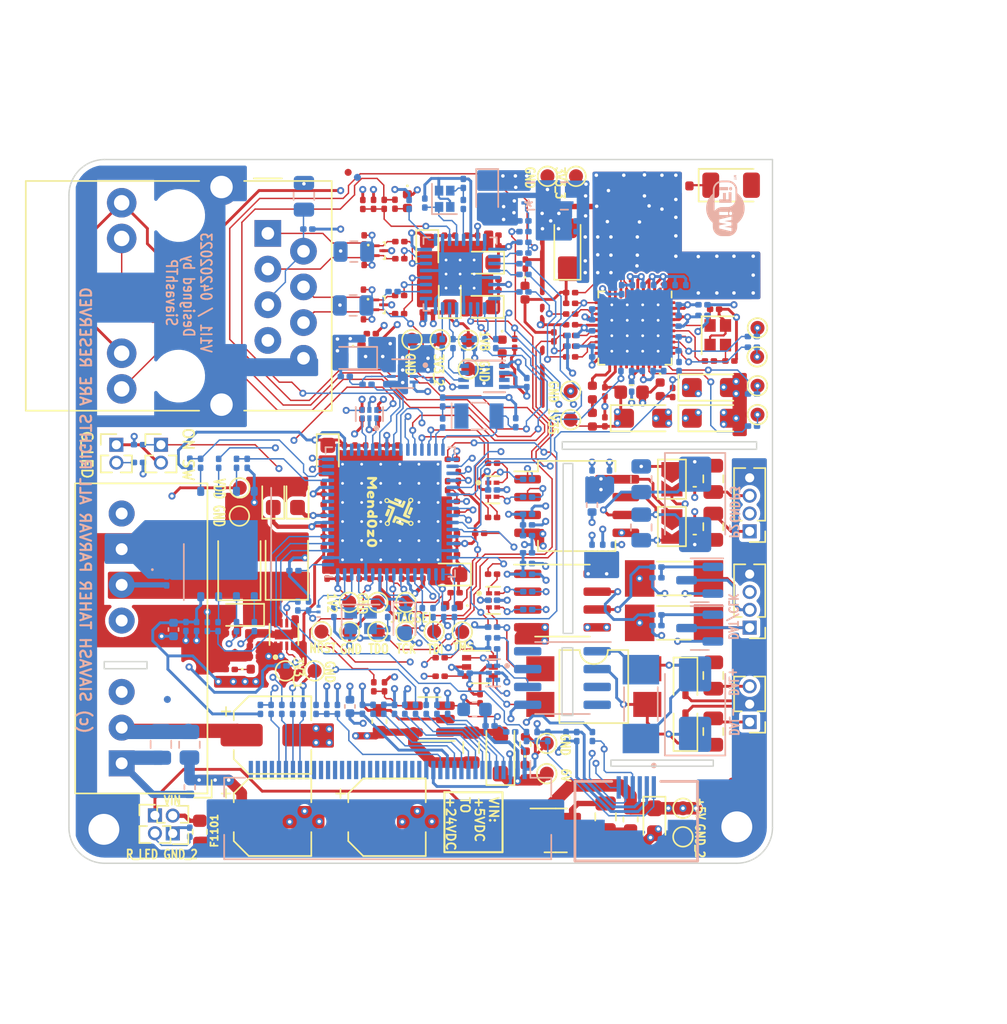
<source format=kicad_pcb>
(kicad_pcb (version 20221018) (generator pcbnew)
  (title_block (title "Sparkle Splashy") (date "2023-04-28") (rev "V1") (company "Siavash Taher Parvar") (comment 1 "Siavash Taher Parvar") (comment 2 "RELEASED") (comment 3 "Siavash Taher Parvar") (comment 4 "_BOM_SpSp_V1.xlsx") (comment 5 "_ASM_SpSp_V1.html") (comment 6 "_GERBER_JLCPCB042023.zip") (comment 8 "No variant") (comment 9 "N/A"))
  (layers (0 "F.Cu" signal) (1 "In1.Cu" signal) (2 "In2.Cu" signal) (31 "B.Cu" signal) (34 "B.Paste" user) (35 "F.Paste" user) (36 "B.SilkS" user "B.Silkscreen") (37 "F.SilkS" user "F.Silkscreen") (38 "B.Mask" user) (39 "F.Mask" user) (44 "Edge.Cuts" user))
  (net 0 "")
  (net 1 "GND1")
  (net 2 "/BLOCK DIAGRAM/+3V3_1")
  (net 3 "/BLOCK DIAGRAM/MCU_ATSAM4SD/MCU_VOUT_1V2")
  (net 4 "/BLOCK DIAGRAM/MCU_ATSAM4SD/MCU_XIN")
  (net 5 "/BLOCK DIAGRAM/MCU_ATSAM4SD/MCU_XIN_32")
  (net 6 "/BLOCK DIAGRAM/MCU_ATSAM4SD/MCU_NRST")
  (net 7 "/BLOCK DIAGRAM/+3V3_2")
  (net 8 "/BLOCK DIAGRAM/ETHERNET CONTROLLER/KSZ_XTAL1")
  (net 9 "/BLOCK DIAGRAM/ETHERNET CONTROLLER/KSZ_1V8_OUT")
  (net 10 "/BLOCK DIAGRAM/ETHERNET CONTROLLER/KSZ_RSTN")
  (net 11 "+1V35")
  (net 12 "/BLOCK DIAGRAM/WIFI TXRX/ATWIL_VBATT")
  (net 13 "/BLOCK DIAGRAM/WIFI TXRX/ATWIL_VBATT_BUCK")
  (net 14 "/BLOCK DIAGRAM/WIFI TXRX/ATWIL_VDDIO")
  (net 15 "/BLOCK DIAGRAM/WIFI TXRX/ATWIL_TX_P")
  (net 16 "/BLOCK DIAGRAM/WIFI TXRX/ATWIL_TX_N")
  (net 17 "/BLOCK DIAGRAM/WIFI TXRX/ATWIL_XO_P")
  (net 18 "/BLOCK DIAGRAM/WIFI TXRX/ATWIL_VDDIO_A")
  (net 19 "/BLOCK DIAGRAM/2.4\" TFT LCD + TOUCH/CTP_RESET")
  (net 20 "/BLOCK DIAGRAM/2.4\" TFT LCD + TOUCH/TFT_RESET")
  (net 21 "/BLOCK DIAGRAM/ISOLATED DMX/MAX22028_VDDA")
  (net 22 "/BLOCK DIAGRAM/ISOLATED DMX/MAX22028_VDDB")
  (net 23 "GND2")
  (net 24 "/BLOCK DIAGRAM/ISOLATED RGB CHIP/ISO7720_VCC1")
  (net 25 "/BLOCK DIAGRAM/ISOLATED RGB CHIP/ISO7720_VCC2")
  (net 26 "/BLOCK DIAGRAM/ISOLATED DCDC CONVERTER/AP05_BST")
  (net 27 "/BLOCK DIAGRAM/ISOLATED DCDC CONVERTER/AP05_SW")
  (net 28 "VDD")
  (net 29 "/BLOCK DIAGRAM/+3V3_3")
  (net 30 "+6V")
  (net 31 "/BLOCK DIAGRAM/ISOLATED DMX/MAX22028_A")
  (net 32 "/BLOCK DIAGRAM/ISOLATED DMX/MAX22028_B")
  (net 33 "Earth")
  (net 34 "/BLOCK DIAGRAM/LDO REGULATORS/PWR_EN")
  (net 35 "/BLOCK DIAGRAM/LDO REGULATORS/AP_SW")
  (net 36 "VCC")
  (net 37 "/BLOCK DIAGRAM/ISOLATED DMX/XLR_PIN2")
  (net 38 "/BLOCK DIAGRAM/ISOLATED DMX/XLR_PIN3")
  (net 39 "/BLOCK DIAGRAM/ISOLATED DALI/DALI_+")
  (net 40 "/BLOCK DIAGRAM/ISOLATED DALI/DALI_-")
  (net 41 "/BLOCK DIAGRAM/512MB SPI FLASH/~{WP}")
  (net 42 "/BLOCK DIAGRAM/ETHERNET CONTROLLER/KSZ_LED0")
  (net 43 "/BLOCK DIAGRAM/ETHERNET CONTROLLER/KSZ_LED1")
  (net 44 "/BLOCK DIAGRAM/2.4\" TFT LCD + TOUCH/TFT_IM0")
  (net 45 "/BLOCK DIAGRAM/2.4\" TFT LCD + TOUCH/TFT_IM1")
  (net 46 "/BLOCK DIAGRAM/2.4\" TFT LCD + TOUCH/TFT_IM2")
  (net 47 "/BLOCK DIAGRAM/2.4\" TFT LCD + TOUCH/TFT_SDA")
  (net 48 "/BLOCK DIAGRAM/2.4\" TFT LCD + TOUCH/TFT_D{slash}C")
  (net 49 "/BLOCK DIAGRAM/2.4\" TFT LCD + TOUCH/TFT_CLK")
  (net 50 "/BLOCK DIAGRAM/CTP_INT")
  (net 51 "/BLOCK DIAGRAM/I2C_SCL")
  (net 52 "/BLOCK DIAGRAM/I2C_SDA")
  (net 53 "/BLOCK DIAGRAM/ISOLATED RGB CHIP/RGB_DATA{slash}CLK_1")
  (net 54 "/BLOCK DIAGRAM/ISOLATED RGB CHIP/RGB_DATA{slash}CLK_2")
  (net 55 "+5V")
  (net 56 "/BLOCK DIAGRAM/WIFI TXRX/ATWIL_VSW")
  (net 57 "/BLOCK DIAGRAM/KSZ_PME")
  (net 58 "/BLOCK DIAGRAM/MCU_ATSAM4SD/MCU_ERASE")
  (net 59 "/BLOCK DIAGRAM/MCU_ATSAM4SD/PGMR_TDI")
  (net 60 "/BLOCK DIAGRAM/MCU_ATSAM4SD/MCU_TDI")
  (net 61 "/BLOCK DIAGRAM/MCU_ATSAM4SD/PGMR_TDO")
  (net 62 "/BLOCK DIAGRAM/MCU_ATSAM4SD/MCU_TDO")
  (net 63 "/BLOCK DIAGRAM/MCU_ATSAM4SD/PGMR_TCK")
  (net 64 "/BLOCK DIAGRAM/MCU_ATSAM4SD/MCU_TCK")
  (net 65 "/BLOCK DIAGRAM/MCU_ATSAM4SD/PGMR_TMS")
  (net 66 "/BLOCK DIAGRAM/MCU_ATSAM4SD/MCU_TMS")
  (net 67 "/BLOCK DIAGRAM/MCU_ATSAM4SD/MCU_JTAGSEL")
  (net 68 "/BLOCK DIAGRAM/MCU_ATSAM4SD/MCU_TST")
  (net 69 "/BLOCK DIAGRAM/MCU_ATSAM4SD/MCU_ADVREF")
  (net 70 "/BLOCK DIAGRAM/MCU_ATSAM4SD/MCU_XOUT")
  (net 71 "/BLOCK DIAGRAM/MCU_ATSAM4SD/MCU_XOUT_32")
  (net 72 "/BLOCK DIAGRAM/ATWIL_~{RST}")
  (net 73 "/BLOCK DIAGRAM/KSZ_~{RST}")
  (net 74 "/BLOCK DIAGRAM/512MB SPI FLASH/~{HOLD}")
  (net 75 "/BLOCK DIAGRAM/512MB SPI FLASH/~{CHIPSEL}")
  (net 76 "/BLOCK DIAGRAM/512MB SPI FLASH/DO")
  (net 77 "/BLOCK DIAGRAM/ETHERNET CONTROLLER/KSZ_XTAL2")
  (net 78 "/BLOCK DIAGRAM/ETHERNET CONTROLLER/KSZ_ISET")
  (net 79 "/BLOCK DIAGRAM/ETHERNET CONTROLLER/KSZ_CSN")
  (net 80 "/BLOCK DIAGRAM/KSZ_~{CS}")
  (net 81 "/BLOCK DIAGRAM/ETHERNET CONTROLLER/KSZ_SO")
  (net 82 "/BLOCK DIAGRAM/MSPI_DI")
  (net 83 "/BLOCK DIAGRAM/ETHERNET CONTROLLER/KSZ_SI")
  (net 84 "/BLOCK DIAGRAM/MSPI_DO")
  (net 85 "/BLOCK DIAGRAM/ETHERNET CONTROLLER/KSZ_SCK")
  (net 86 "/BLOCK DIAGRAM/MSPI_CLK")
  (net 87 "/BLOCK DIAGRAM/KSZ_INTRN")
  (net 88 "/BLOCK DIAGRAM/WIFI TXRX/ATWIL_XO_N")
  (net 89 "/BLOCK DIAGRAM/WIFI TXRX/ATWIL_SPI_CFG")
  (net 90 "/BLOCK DIAGRAM/ATWIL_EN")
  (net 91 "/BLOCK DIAGRAM/ATWIL_~{CS}")
  (net 92 "/BLOCK DIAGRAM/WIFI TXRX/ATWIL_RXD")
  (net 93 "/BLOCK DIAGRAM/WIFI TXRX/ATWIL_TXD")
  (net 94 "/BLOCK DIAGRAM/ATWIL_IRNQ")
  (net 95 "/BLOCK DIAGRAM/CTP_~{RST}")
  (net 96 "/BLOCK DIAGRAM/TFT_~{CS}")
  (net 97 "/BLOCK DIAGRAM/TFT_~{RST}")
  (net 98 "/BLOCK DIAGRAM/TFT_DC")
  (net 99 "/BLOCK DIAGRAM/W25N_~{HOLD}")
  (net 100 "/BLOCK DIAGRAM/W25N_~{WP}")
  (net 101 "/BLOCK DIAGRAM/512MB SPI FLASH/DI")
  (net 102 "/BLOCK DIAGRAM/W25N_~{CS}")
  (net 103 "/BLOCK DIAGRAM/512MB SPI FLASH/CLK")
  (net 104 "/BLOCK DIAGRAM/DMX_RX")
  (net 105 "/BLOCK DIAGRAM/ISOLATED DMX/DMX_BUFF_1Y")
  (net 106 "/BLOCK DIAGRAM/DMX_TX")
  (net 107 "/BLOCK DIAGRAM/ISOLATED DMX/DMX_BUFF_2A")
  (net 108 "/BLOCK DIAGRAM/ISOLATED DMX/DMX_BUFF_1A")
  (net 109 "/BLOCK DIAGRAM/ISOLATED DMX/MAX22028_RXD")
  (net 110 "/BLOCK DIAGRAM/ISOLATED DMX/DMX_BUFF_2Y")
  (net 111 "/BLOCK DIAGRAM/ISOLATED DMX/MAX22028_TXD")
  (net 112 "/BLOCK DIAGRAM/DALI_RX")
  (net 113 "/BLOCK DIAGRAM/ISOLATED DALI/DALI_BUFF_2Y")
  (net 114 "/BLOCK DIAGRAM/DALI_TX")
  (net 115 "/BLOCK DIAGRAM/ISOLATED DALI/DALI_BUFF_1A")
  (net 116 "/BLOCK DIAGRAM/ISOLATED DALI/DALI_BUFF_1Y")
  (net 117 "/BLOCK DIAGRAM/ISOLATED DALI/DALI_BUFF_2A")
  (net 118 "/BLOCK DIAGRAM/RGB_2_SIG")
  (net 119 "/BLOCK DIAGRAM/ISOLATED RGB CHIP/RGB_BUFF_2A")
  (net 120 "/BLOCK DIAGRAM/RGB_1_SIG")
  (net 121 "/BLOCK DIAGRAM/ISOLATED RGB CHIP/RGB_BUFF_1A")
  (net 122 "/BLOCK DIAGRAM/ISOLATED RGB CHIP/RGB_BUFF_2Y")
  (net 123 "/BLOCK DIAGRAM/ISOLATED RGB CHIP/ISO7720_INA")
  (net 124 "/BLOCK DIAGRAM/ISOLATED RGB CHIP/RGB_BUFF_1Y")
  (net 125 "/BLOCK DIAGRAM/ISOLATED RGB CHIP/ISO7720_INB")
  (net 126 "/BLOCK DIAGRAM/ISOLATED DCDC CONVERTER/AP05_EN")
  (net 127 "/BLOCK DIAGRAM/LDO REGULATORS/LD56_2_LCON")
  (net 128 "/BLOCK DIAGRAM/LDO REGULATORS/KSZ_PWR_EN")
  (net 129 "/BLOCK DIAGRAM/LDO REGULATORS/LD56_2_EN")
  (net 130 "/BLOCK DIAGRAM/LDO REGULATORS/ATWIL_PWR_EN")
  (net 131 "/BLOCK DIAGRAM/LDO REGULATORS/BD33_EN")
  (net 132 "/BLOCK DIAGRAM/LDO REGULATORS/BKL_EN")
  (net 133 "/BLOCK DIAGRAM/LDO REGULATORS/AP_~{SHDN}")
  (net 134 "/BLOCK DIAGRAM/LDO REGULATORS/LD56_1_LCON")
  (net 135 "/BLOCK DIAGRAM/LDO REGULATORS/LD56_1_EN")
  (net 136 "/BLOCK DIAGRAM/LDO REGULATORS/AP_FB")
  (net 137 "/BLOCK DIAGRAM/MCU_ATSAM4SD/MCU_SPI_CLK")
  (net 138 "/BLOCK DIAGRAM/MCU_ATSAM4SD/MCU_SPI_SDO")
  (net 181 "Net-(U904-K)")
  (net 182 "Net-(U904-B)")
  (net 183 "Net-(U904-A)")
  (net 184 "Net-(U901-2Y)")
  (net 185 "Net-(U901-1A)")
  (net 186 "Net-(U501-SD_DAT2{slash}SPI_RXD)")
  (net 187 "Net-(U501-SD_DAT1{slash}SPI_SSN)")
  (net 188 "Net-(U501-SD_DAT0{slash}SPI_TXD)")
  (net 189 "Net-(U501-SD_CMD{slash}SPI_SCK)")
  (net 190 "Net-(U501-RESETN)")
  (net 191 "Net-(U501-I2C_SDA)")
  (net 192 "Net-(U501-I2C_SCL)")
  (net 193 "Net-(U402-SK)")
  (net 194 "Net-(U402-DO)")
  (net 195 "Net-(U402-DI)")
  (net 196 "Net-(U402-CS)")
  (net 197 "Net-(U401-TXP)")
  (net 198 "Net-(U401-TXM)")
  (net 199 "Net-(U401-RXP)")
  (net 200 "Net-(U401-RXM)")
  (net 201 "Net-(U401-LED1)")
  (net 202 "Net-(U401-LED0)")
  (net 203 "Net-(U401-EESK)")
  (net 204 "Net-(U401-EECS)")
  (net 205 "Net-(U401-EDD_IO)")
  (net 206 "Net-(U301-PA2{slash}PGMEN2)")
  (net 207 "Net-(U1102-VIN)")
  (net 208 "Net-(U1002-OUTB)")
  (net 209 "Net-(U1002-OUTA)")
  (net 210 "Net-(R904-Pad1)")
  (net 211 "Net-(R517-Pad2)")
  (net 212 "Net-(R516-Pad2)")
  (net 213 "Net-(R515-Pad2)")
  (net 214 "Net-(R514-Pad2)")
  (net 215 "Net-(Q1002-Pad1)")
  (net 216 "Net-(Q1001-Pad1)")
  (net 217 "Net-(LED401-Pad2)")
  (net 218 "Net-(LED303-Pad2)")
  (net 219 "Net-(LED302-Pad2)")
  (net 220 "Net-(LED301-Pad2)")
  (net 221 "Net-(LED1204-Pad1)")
  (net 222 "Net-(LED1203-Pad1)")
  (net 223 "Net-(LED1202-Pad1)")
  (net 224 "Net-(LED1201-Pad1)")
  (net 225 "Net-(L505-Pad2)")
  (net 226 "Net-(JMP802-Pad1)")
  (net 227 "Net-(JMP801-Pad2)")
  (net 228 "Net-(J601-Pad9)")
  (net 229 "Net-(J601-Pad8)")
  (net 230 "Net-(J601-Pad36)")
  (net 231 "Net-(J601-Pad33)")
  (net 232 "Net-(J601-Pad11)")
  (net 233 "Net-(J601-Pad10)")
  (net 234 "Net-(J1103-Pad2)")
  (net 235 "Net-(J1102-Pad2)")
  (net 236 "Net-(F1101-Pad1)")
  (net 237 "Net-(D901-Pad2)")
  (net 238 "Net-(D402-CH2)")
  (net 239 "Net-(D402-CH1)")
  (net 240 "Net-(D401-CH2)")
  (net 241 "Net-(D401-CH1)")
  (net 242 "Net-(C523-Pad2)")
  (net 243 "Net-(C512-Pad2)")
  (net 244 "Net-(C511-Pad2)")
  (net 245 "Net-(C503-Pad2)")
  (net 246 "Net-(C503-Pad1)")
  (net 247 "Net-(C407-Pad2)")
  (net 248 "Net-(C403-Pad1)")
  (net 249 "Net-(C402-Pad1)")
  (net 250 "Net-(C401-Pad1)")
  (net 251 "Net-(C323-Pad2)")
  (net 252 "Net-(C321-Pad2)")
  (net 253 "Net-(C1205-Pad2)")
  (net 254 "Net-(ANT501-Pad1)")
  (footprint "Fuse:Fuse_0805_2012Metric" (layer "F.Cu") (at 168.038 245.1438 90)
    (fp_text reference "F902" hide)
    (fp_text value "0805L010/24YR")
  )
  (footprint "Capacitor_SMD:C_0201_0603Metric" (layer "F.Cu") (at 146.593292 233.9424 -90)
    (fp_text reference "C328" hide)
    (fp_text value "10nF/6V3")
  )
  (footprint "Resistor_SMD:R_0201_0603Metric" (layer "F.Cu") (at 149.4452 225.7636)
    (fp_text reference "R303" hide)
    (fp_text value "3K3R_1/20W")
  )
  (footprint "Capacitor_Tantalum_SMD:CP_EIA-1608-08_AVX-J" (layer "F.Cu") (at 136.6944 228.4814 90)
    (fp_text reference "TC301" hide)
    (fp_text value "47uF/6V3")
  )
  (footprint "Resistor_SMD:R_0201_0603Metric" (layer "F.Cu") (at 143.121088 215.480617 -90)
    (fp_text reference "R402" hide)
    (fp_text value "49R9_1/20W")
  )
  (footprint "Capacitor_SMD:C_0201_0603Metric" (layer "F.Cu") (at 152.417 213.724 180)
    (fp_text reference "C409" hide)
    (fp_text value "100nF/6V3")
  )
  (footprint "Capacitor_Tantalum_SMD:CP_EIA-1608-08_AVX-J" (layer "F.Cu") (at 140.5806 225.4842 -90)
    (fp_text reference "TC304" hide)
    (fp_text value "47uF/6V3")
  )
  (footprint "TestPoint:TestPoint_Pad_D1.0mm" (layer "F.Cu") (at 144.1366 235.9451 90)
    (fp_text reference "TP309" hide)
    (fp_text value "~")
  )
  (footprint "_PCBLIB_SparkleSplashy:8-DFN" (layer "F.Cu") (at 137.4564 238.235 90)
    (fp_text reference "U1204" hide)
    (fp_text value "LD56100DPU33R")
  )
  (footprint "Capacitor_SMD:C_0201_0603Metric" (layer "F.Cu") (at 161.2816 208.8726 -90)
    (fp_text reference "C518" hide)
    (fp_text value "1p8F/50V")
  )
  (footprint "Capacitor_SMD:C_0201_0603Metric" (layer "F.Cu") (at 140.606 227.478752 180)
    (fp_text reference "C316" hide)
    (fp_text value "100nF/6V3")
  )
  (footprint "Inductor_SMD:L_0402_1005Metric" (layer "F.Cu") (at 165.8536 206.3072 180)
    (fp_text reference "L501" hide)
    (fp_text value "L-07C3N9SV6T")
  )
  (footprint "_PCBLIB_SparkleSplashy:3-XDFN" (layer "F.Cu") (at 144.2577 210.9175)
    (fp_text reference "D401" hide)
    (fp_text value "RCLAMP0512TQTNT")
  )
  (footprint "TestPoint:TestPoint_Pad_D1.0mm" (layer "F.Cu") (at 140.1266 238.0286 90)
    (fp_text reference "TP307" hide)
    (fp_text value "~")
  )
  (footprint "LED_SMD:LED_0402_1005Metric" (layer "F.Cu") (at 146.248925 207.392627 -90)
    (fp_text reference "LED303" hide)
    (fp_text value "AMBER")
  )
  (footprint "Capacitor_Tantalum_SMD:CP_EIA-1608-08_AVX-J" (layer "F.Cu") (at 151.6042 214.9178 180)
    (fp_text reference "TC403" hide)
    (fp_text value "47uF/6V3")
  )
  (footprint "Resistor_SMD:R_0201_0603Metric" (layer "F.Cu") (at 157.878 214.6638)
    (fp_text reference "R518" hide)
    (fp_text value "1MR_1/20W")
  )
  (footprint "Connector_PinHeader_1.27mm:PinHeader_1x04_P1.27mm_Vertical" (layer "F.Cu") (at 170.6288 237.7474 180)
    (fp_text reference "J1001" hide)
    (fp_text value "FHDR_4POS_1.27MM")
  )
  (footprint "TestPoint:TestPoint_Pad_D1.0mm" (layer "F.Cu") (at 165.879 252.6368)
    (fp_text reference "TP1104" hide)
    (fp_text value "~")
  )
  (footprint "TestPoint:TestPoint_Pad_D1.0mm" (layer "F.Cu") (at 171.1876 216.4164 -90)
    (fp_text reference "TP503" hide)
    (fp_text value "~")
  )
  (footprint "Connector_PinHeader_1.27mm:PinHeader_1x02_P1.27mm_Vertical" (layer "F.Cu") (at 129.535329 252.395129 180)
    (fp_text reference "J1101" hide)
    (fp_text value "GRPB021VWVN-RC")
  )
  (footprint "Capacitor_Tantalum_SMD:CP_EIA-3216-10_Kemet-I" (layer "F.Cu") (at 163.038 222.8426)
    (fp_text reference "TC501" hide)
    (fp_text value "22uF/6V3")
  )
  (footprint "Capacitor_SMD:C_0201_0603Metric" (layer "F.Cu") (at 141.2918 233.9424 -90)
    (fp_text reference "C329" hide)
    (fp_text value "10nF/6V3")
  )
  (footprint "Resistor_SMD:R_0201_0603Metric" (layer "F.Cu") (at 152.3154 237.7016)
    (fp_text reference "R1002" hide)
    (fp_text value "100R_1/20W")
  )
  (footprint "Resistor_SMD:R_0201_0603Metric" (layer "F.Cu") (at 143.1714 211.6158 -90)
    (fp_text reference "R404" hide)
    (fp_text value "49R9_1/20W")
  )
  (footprint "_PCBLIB_SparkleSplashy:6-SON" (layer "F.Cu") (at 152.29 227.9226)
    (fp_text reference "U801" hide)
    (fp_text value "SN74LVC2G17DRYR")
  )
  (footprint "Fiducial:Fiducial_0.5mm_Mask1mm" (layer "F.Cu") (at 169.3588 248.6744)
    (fp_text reference "FD1301" hide)
    (fp_text value "~")
  )
  (footprint "Resistor_SMD:R_0201_0603Metric" (layer "F.Cu") (at 157.878 217.7118 180)
    (fp_text reference "R510" hide)
    (fp_text value "27R4_1/20W")
  )
  (footprint "Resistor_SMD:R_0201_0603Metric" (layer "F.Cu") (at 143.838045 207.620411 90)
    (fp_text reference "R419" hide)
    (fp_text value "100KR_1/20W")
  )
  (footprint "Resistor_SMD:R_0201_0603Metric" (layer "F.Cu") (at 145.6962 214.105)
    (fp_text reference "R412" hide)
    (fp_text value "0R_1/20W")
  )
  (footprint "TestPoint:TestPoint_Pad_D1.0mm" (layer "F.Cu") (at 156.1762 248.141)
    (fp_text reference "TP1201" hide)
    (fp_text value "~")
  )
  (footprint "Package_SO:SOIC-8_3.9x4.9mm_P1.27mm" (layer "F.Cu") (at 157.2938 235.822)
    (fp_text reference "U1002" hide)
    (fp_text value "ISO7720FDR")
  )
  (footprint "Resistor_SMD:R_0201_0603Metric" (layer "F.Cu") (at 143.1714 210.1426 90)
    (fp_text reference "R405" hide)
    (fp_text value "49R9_1/20W")
  )
  (footprint "Capacitor_SMD:C_0201_0603Metric" (layer "F.Cu") (at 143.019 222.5632 90)
    (fp_text reference "C331" hide)
    (fp_text value "2u2F/6V3")
  )
  (footprint "Converter_DCDC:Converter_DCDC_XP_POWER-ITxxxxxS_THT" (layer "F.Cu") (at 125.8964 247.4044 180)
    (fp_text reference "U1102" hide)
    (fp_text value "PRM3W-E12-S5-S")
  )
  (footprint "Capacitor_SMD:CP_Elec_5x5.3" (layer "F.Cu") (at 136.6436 245.3978)
    (fp_text reference "EC1103" hide)
    (fp_text value "10uF/50V")
  )
  (footprint "Capacitor_SMD:C_0201_0603Metric" (layer "F.Cu") (at 140.5298 233.9424 -90)
    (fp_text reference "C330" hide)
    (fp_text value "470pF/50V")
  )
  (footprint "Resistor_SMD:R_0201_0603Metric" (layer "F.Cu") (at 145.362325 207.610727 90)
    (fp_text reference "R314" hide)
    (fp_text value "499R_1/20W")
  )
  (footprint "Resistor_SMD:R_0201_0603Metric" (layer "F.Cu") (at 143.8572 241.9582 -90)
    (fp_text reference "R1204" hide)
    (fp_text value "1KR_1/20W")
  )
  (footprint "Capacitor_SMD:C_0201_0603Metric" (layer "F.Cu") (at 144.331066 233.945378 -90)
    (fp_text reference "C310" hide)
    (fp_text value "1nF/50V")
  )
  (footprint "Capacitor_SMD:C_0201_0603Metric" (layer "F.Cu") (at 151.2486 210.168 -90)
    (fp_text reference "C414" hide)
    (fp_text value "100nF/6V3")
  )
  (footprint "LED_SMD:LED_0402_1005Metric" (layer "F.Cu") (at 154.6268 248.0045 -90)
    (fp_text reference "LED1204" hide)
    (fp_text value "BLUE")
  )
  (footprint "TestPoint:TestPoint_Pad_D1.0mm" (layer "F.Cu") (at 142.1046 235.9451 90)
    (fp_text reference "TP308" hide)
    (fp_text value "~")
  )
  (footprint "Fuse:Fuse_0603_1608Metric" (layer "F.Cu") (at 131.462 252.2812 -90)
    (fp_text reference "F1101")
    (fp_text value "ERB-RE1R00V")
  )
  (footprint "Capacitor_SMD:C_0201_0603Metric" (layer "F.Cu") (at 147.3116 214.994 90)
    (fp_text reference "C411" hide)
    (fp_text value "10nF/6V3")
  )
  (footprint "Capacitor_SMD:C_0201_0603Metric" (layer "F.Cu") (at 141.7624 225.097529 90)
    (fp_text reference "C308" hide)
    (fp_text value "10nF/6V3")
  )
  (footprint "Capacitor_SMD:C_0201_0603Metric" (layer "F.Cu") (at 143.073925 207.630727 90)
    (fp_text reference "C416" hide)
    (fp_text value "1uF/6V3")
  )
  (footprint "Capacitor_Tantalum_SMD:CP_EIA-3528-21_Kemet-B" (layer "F.Cu") (at 134.2814 233.3328 90)
    (fp_text reference "TC1102" hide)
    (fp_text value "33uF/16V")
  )
  (footprint "Inductor_SMD:L_0402_1005Metric" (layer "F.Cu") (at 159.4274 222.9466 90)
    (fp_text reference "L505" hide)
    (fp_text value "MLZ1005M2R2WT000")
  )
  (footprint "Inductor_SMD:L_0201_0603Metric" (layer "F.Cu") (at 161.2816 206.6374 -90)
    (fp_text reference "L504" hide)
    (fp_text value "WLCM0603TGB3N3TB")
  )
  (footprint "LED_SMD:LED_0402_1005Metric" (layer "F.Cu") (at 164.2534 220.7852 -90)
    (fp_text reference "LED301" hide)
    (fp_text value "ORANGE")
  )
  (footprint "Resistor_SMD:R_0201_0603Metric" (layer "F.Cu") (at 149.115 227.6432 -90)
    (fp_text reference "R301" hide)
    (fp_text value "10KR_1/20W")
  )
  (footprint "Resistor_SMD:R_0201_0603Metric" (layer "F.Cu") (at 152.3154 233.9424)
    (fp_text reference "R1001" hide)
    (fp_text value "100R_1/20W")
  )
  (footprint "Capacitor_Tantalum_SMD:CP_EIA-1608-08_AVX-J" (layer "F.Cu") (at 149.2674 233.9678 180)
    (fp_text reference "TC303" hide)
    (fp_text value "47uF/6V3")
  )
  (footprint "Capacitor_SMD:C_0201_0603Metric" (layer "F.Cu") (at 145.559 225.101 90)
    (fp_text reference "C314" hide)
    (fp_text value "2u2F/6V3")
  )
  (footprint "Resistor_SMD:R_0201_0603Metric" (layer "F.Cu") (at 144.6192 241.9582 90)
    (fp_text reference "R1206" hide)
    (fp_text value "10KR_1/20W")
  )
  (footprint "TestPoint:TestPoint_Pad_D1.0mm" (layer "F.Cu") (at 156.1762 245.982)
    (fp_text reference "TP1202" hide)
    (fp_text value "~")
  )
  (footprint "Resistor_SMD:R_0201_0603Metric" (layer "F.Cu") (at 145.7114 211.4888)
    (fp_text reference "R411" hide)
    (fp_text value "0R_1/20W")
  )
  (footprint "Connector_PinHeader_1.27mm:PinHeader_1x04_P1.27mm_Vertical" (layer "F.Cu") (at 170.6288 230.8944 180)
    (fp_text reference "J801" hide)
    (fp_text value "FHDR_4POS_1.27MM")
  )
  (footprint "Resistor_SMD:R_0201_0603Metric" (layer "F.Cu") (at 165.1424 221.0138 90)
    (fp_text reference "R312" hide)
    (fp_text value "499R_1/20W")
  )
  (footprint "Resistor_SMD:R_0201_0603Metric" (layer "F.Cu") (at 157.878 216.9498 180)
    (fp_text reference "R509" hide)
    (fp_text value "27R4_1/20W")
  )
  (footprint "TestPoint:TestPoint_Pad_D1.0mm" (layer "F.Cu") (at 146.1464 238.0286 90)
    (fp_text reference "TP304" hide)
    (fp_text value "~")
  )
  (footprint "Capacitor_SMD:C_0603_1608Metric" (layer "F.Cu") (at 144.254482 244.41367 -90)
    (fp_text reference "C1203" hide)
    (fp_text value "10uF/16V")
  )
  (footprint "Capacitor_SMD:C_0201_0603Metric" (layer "F.Cu") (at 140.608284 231.268869 180)
    (fp_text reference "C301" hide)
    (fp_text value "100nF/6V3")
  )
  (footprint "Inductor_SMD:L_0805_2012Metric" (layer "F.Cu") (at 150.7914 246.2868 90)
    (fp_text reference "L1201" hide)
    (fp_text value "10uH")
  )
  (footprint "Capacitor_SMD:C_0201_0603Metric" (layer "F.Cu") (at 152.417 212.962 180)
    (fp_text reference "C412" hide)
    (fp_text value "10nF/6V3")
  )
  (footprint "Capacitor_SMD:C_0201_0603Metric" (layer "F.Cu") (at 162.0436 208.8726 -90)
    (fp_text reference "C517" hide)
    (fp_text value "1p8F/50V")
  )
  (footprint "Diode_SMD:D_SOD-123F" (layer "F.Cu") (at 152.8742 246.744 90)
    (fp_text reference "D1202" hide)
    (fp_text value "1N5819HW1-7-F")
  )
  (footprint "Capacitor_SMD:C_0201_0603Metric" (layer "F.Cu") (at 140.606 228.9894 180)
    (fp_text reference "C326" hide)
    (fp_text value "10nF/6V3")
  )
  (footprint "Resistor_SMD:R_0201_0603Metric" (layer "F.Cu") (at 148.5816 241.2068)
    (fp_text reference "R902" hide)
    (fp_text value "100R_1/20W")
  )
  (footprint "Capacitor_Tantalum_SMD:CP_EIA-1608-08_AVX-J" (layer "F.Cu") (at 147.6672 210.9554 -90)
    (fp_text reference "TC401" hide)
    (fp_text value "47uF/6V3")
  )
  (footprint "Capacitor_SMD:C_0201_0603Metric" (layer "F.Cu") (at 160.3164 223.0966 -90)
    (fp_text reference "C501" hide)
    (fp_text value "10nF/6V3")
  )
  (footprint "Inductor_SMD:L_0402_1005Metric" (layer "F.Cu") (at 164.3804 206.7922 -90)
    (fp_text reference "L502" hide)
    (fp_text value "L-07C2N7SV6T")
  )
  (footprint "TestPoint:TestPoint_Pad_D1.0mm" (layer "F.Cu") (at 144.1398 238.0286 90)
    (fp_text reference "TP303" hide)
    (fp_text value "~")
  )
  (footprint "Capacitor_SMD:C_0201_0603Metric" (layer "F.Cu") (at 149.460079 232.54663)
    (fp_text reference "C311" hide)
    (fp_text value "1nF/50V")
  )
  (footprint "Capacitor_SMD:C_0201_0603Metric" (layer "F.Cu") (at 140.606 230.5134 180)
    (fp_text reference "C305" hide)
    (fp_text value "10nF/6V3")
  )
  (footprint "Resistor_SMD:R_0201_0603Metric" (layer "F.Cu") (at 153.7124 252.8146 90)
    (fp_text reference "R1101" hide)
    (fp_text value "10KR_1/20W")
  )
  (footprint "Resistor_SMD:R_0201_0603Metric" (layer "F.Cu") (at 157.878 218.4738 180)
    (fp_text reference "R512" hide)
    (fp_text value "27R4_1/20W")
  )
  (footprint "Capacitor_Tantalum_SMD:CP_EIA-1608-08_AVX-J" (layer "F.Cu") (at 138.4216 228.4814 90)
    (fp_text reference "TC305" hide)
    (fp_text value "47uF/6V3")
  )
  (footprint "TestPoint:TestPoint_Pad_D1.0mm" (layer "F.Cu") (at 148.5816 217.2546 180)
    (fp_text reference "TP1205" hide)
    (fp_text value "~")
  )
  (footprint "Resistor_SMD:R_0201_0603Metric" (layer "F.Cu") (at 152.3154 229.9038)
    (fp_text reference "R802" hide)
    (fp_text value "100R_1/20W")
  )
  (footprint "_PCBLIB_SparkleSplashy:3-XDFN" (layer "F.Cu") (at 144.24 214.771)
    (fp_text reference "D402" hide)
    (fp_text value "RCLAMP0512TQTNT")
  )
  (footprint "Inductor_SMD:L_0201_0603Metric" (layer "F.Cu") (at 162.3992 207.755 180)
    (fp_text reference "L503" hide)
    (fp_text value "WLCM0603TGB3N3TB")
  )
  (footprint "Capacitor_SMD:C_0201_0603Metric" (layer "F.Cu") (at 144.035 225.101 90)
    (fp_text reference "C317" hide)
    (fp_text value "100nF/6V3")
  )
  (footprint "TestPoint:TestPoint_Pad_D1.0mm" (layer "F.Cu") (at 146.1432 235.9451)
    (fp_text reference "TP306" hide)
    (fp_text value "~")
  )
  (footprint "TestPoint:TestPoint_Pad_D1.0mm" (layer "F.Cu") (at 150.5882 219.3374)
    (fp_text reference "TP402" hide)
    (fp_text value "~")
  )
  (footprint "Resistor_SMD:R_0201_0603Metric" (layer "F.Cu") (at 148.5816 239.886)
    (fp_text reference "R901" hide)
    (fp_text value "100R_1/20W")
  )
  (footprint "Capacitor_SMD:C_0201_0603Metric" (layer "F.Cu") (at 150.4866 210.168 -90)
    (fp_text reference "C415" hide)
    (fp_text value "10nF/6V3")
  )
  (footprint "Resistor_SMD:R_0201_0603Metric" (layer "F.Cu") (at 156.6842 217.0514 -90)
    (fp_text reference "R520" hide)
    (fp_text value "1MR_1/20W")
  )
  (footprint "Capacitor_SMD:C_0201_0603Metric" (layer "F.Cu") (at 140.606 228.2352 180)
    (fp_text reference "C313" hide)
    (fp_text value "2u2F/6V3")
  )
  (footprint "Capacitor_SMD:C_0201_0603Metric" (layer "F.Cu") (at 142.054477 233.942921 -90)
    (fp_text reference "C325" hide)
    (fp_text value "100nF/6V3")
  )
  (footprint "Capacitor_SMD:C_0201_0603Metric" (layer "F.Cu") (at 149.460079 231.78463)
    (fp_text reference "C307" hide)
    (fp_text value "10nF/6V3")
  )
  (footprint "Diode_SMD:Nexperia_DSN0603-2_0.6x0.3mm_P0.4mm" (layer "F.Cu") (at 166.7172 227.1606 90)
    (fp_text reference "D803" hide)
    (fp_text value "ESDZV5H-1BU2")
  )
  (footprint "Capacitor_SMD:C_0201_0603Metric" (layer "F.Cu") (at 151.4264 242.807 -90)
    (fp_text reference "C901" hide)
    (fp_text value "2u2F/6V3")
  )
  (footprint "Resistor_SMD:R_MELF_MMB-0207" (layer "F.Cu") (at 165.244 234.2472 180)
    (fp_text reference "R1012" hide)
    (fp_text value "1KR_1W")
  )
  (footprint "Fuse:Fuse_0805_2012Metric" (layer "F.Cu") (at 168.038 230.5619 90)
    (fp_text reference "F801" hide)
    (fp_text value "0805L010/24YR")
  )
  (footprint "Diode_SMD:D_SOD-323" (layer "F.Cu") (at 166.0568 244.9152 90)
    (fp_text reference "D903" hide)
    (fp_text value "SD22-01FTG")
  )
  (footprint "Capacitor_SMD:C_0603_1608Metric" (layer "F.Cu") (at 162.2214 220.9884)
    (fp_text reference "C513" hide)
    (fp_text value "10uF/16V")
  )
  (footprint "Capacitor_SMD:C_0201_0603Metric" (layer "F.Cu") (at 144.1874 222.5632 90)
    (fp_text reference "C332" hide)
    (fp_text value "100nF/6V3")
  )
  (footprint "Resistor_SMD:R_0201_0603Metric" (layer "F.Cu") (at 149.6484 235.2632)
    (fp_text reference "R313" hide)
    (fp_text value "499R_1/20W")
  )
  (footprint "Fuse:Fuse_0805_2012Metric" (layer "F.Cu") (at 168.038 227.1583 -90)
    (fp_text reference "F802" hide)
    (fp_text value "0805L010/24YR")
  )
  (footprint "Inductor_SMD:L_0603_1608Metric" (layer "F.Cu") (at 162.1452 251.3922 90)
    (fp_text reference "L1101" hide)
    (fp_text value "4u7H")
  )
  (footprint "Capacitor_Tantalum_SMD:CP_EIA-3216-10_Kemet-I" (layer "F.Cu") (at 167.864 222.8426)
    (fp_text reference "TC503" hide)
    (fp_text value "22uF/6V3")
  )
  (footprint "Package_DIP:SMDIP-4_W7.62mm" (layer "F.Cu") (at 159.529 241.9434)
    (fp_text reference "U903" hide)
    (fp_text value "AQY212EHA")
  )
  (footprint "Capacitor_Tantalum_SMD:CP_EIA-2012-12_Kemet-R" (layer "F.Cu") (at 163.847 251.4938 -90)
    (fp_text reference "TC1103" hide)
    (fp_text value "47uF/10V")
  )
  (footprint "Capacitor_SMD:C_0201_0603Metric" (layer "F.Cu") (at 157.878 216.1878 180)
    (fp_text reference "C520" hide)
    (fp_text value "100nF/6V3")
  )
  (footprint "LED_SMD:LED_0402_1005Metric" (layer "F.Cu") (at 153.0012 217.7372 -90)
    (fp_text reference "LED401" hide)
    (fp_text value "AMBER")
  )
  (footprint "Capacitor_SMD:C_0201_0603Metric" (layer "F.Cu") (at 142.516375 225.099559 90)
    (fp_text reference "C304" hide)
    (fp_text value "100nF/6V3")
  )
  (footprint "Fuse:Fuse_0805_2012Metric" (layer "F.Cu") (at 168.038 241.156 -90)
    (fp_text reference "F901" hide)
    (fp_text value "0805L010/24YR")
  )
  (footprint "Resistor_SMD:R_0201_0603Metric" (layer "F.Cu") (at 167.76 218.7674 180)
    (fp_text reference "R506" hide)
    (fp_text value "100R_1/20W")
  )
  (footprint "TestPoint:TestPoint_Pad_D1.0mm" (layer "F.Cu") (at 165.879 250.6028)
    (fp_text reference "TP1103" hide)
    (fp_text value "~")
  )
  (footprint "Capacitor_SMD:C_0201_0603Metric" (layer "F.Cu") (at 140.606 229.7514 180)
    (fp_text reference "C319" hide)
    (fp_text value "2u2F/6V3")
  )
  (footprint "Capacitor_SMD:C_0201_0603Metric" (layer "F.Cu") (at 168.1308 215.0844 180)
    (fp_text reference "C522" hide)
    (fp_text value "12pF/50V")
  )
  (footprint "Connector_PinHeader_1.27mm:PinHeader_1x02_P1.27mm_Vertical" (layer "F.Cu") (at 128.265329 251.110129)
    (fp_text reference "J1102" hide)
    (fp_text value "GRPB021VWVN-RC")
  )
  (footprint "TestPoint:TestPoint_Pad_D1.0mm" (layer "F.Cu") (at 142.1292 238.058 90)
    (fp_text reference "TP301" hide)
    (fp_text value "~")
  )
  (footprint "Capacitor_Tantalum_SMD:CP_EIA-1608-08_AVX-J" (layer "F.Cu") (at 151.6296 211.7682 180)
    (fp_text reference "TC404" hide)
    (fp_text value "47uF/6V3")
  )
  (footprint "Package_TO_SOT_SMD:SOT-23-6" (layer "F.Cu") (at 156.8112 252.1796)
    (fp_text reference "U1101" hide)
    (fp_text value "AP63205WU-7")
  )
  (footprint "Resistor_SMD:R_0201_0603Metric" (layer "F.Cu") (at 143.121088 214.007417 90)
    (fp_text reference "R403" hide)
    (fp_text value "49R9_1/20W")
  )
  (footprint "TestPoint:TestPoint_Pad_D1.0mm" (layer "F.Cu") (at 150.5882 217.28)
    (fp_text reference "TP401" hide)
    (fp_text value "~")
  )
  (footprint "TestPoint:TestPoint_Pad_D1.0mm" (layer "F.Cu") (at 171.1876 222.5886 -90)
    (fp_text reference "TP505" hide)
    (fp_text value "~")
  )
  (footprint "Capacitor_SMD:C_0201_0603Metric" (layer "F.Cu") (at 135.3482 239.8098 180)
    (fp_text reference "C1207" hide)
    (fp_text value "2u2F/6V3")
  )
  (footprint "TestPoint:TestPoint_Pad_D1.0mm" (layer "F.Cu") (at 139.6408 240.8258)
    (fp_text reference "TP1208" hide)
    (fp_text value "~")
  )
  (footprint "Capacitor_SMD:C_0201_0603Metric" (layer "F.Cu") (at 140.609704 232.022676 180)
    (fp_text reference "C309" hide)
    (fp_text value "1nF/50V")
  )
  (footprint "_PCBLIB_SparkleSplashy:Mend0z0_Logo" (layer "F.Cu") (at 145.0314 229.517 -90)
    (fp_text reference "REF**" hide)
    (fp_text value "Mend0z0_Logo")
  )
  (footprint "Capacitor_Tantalum_SMD:CP_EIA-2012-12_Kemet-R" (layer "F.Cu") (at 134.3322 236.838 180)
    (fp_text reference "TC1203" hide)
    (fp_text value "47uF/10V")
  )
  (footprint "Resistor_SMD:R_0201_0603Metric" (layer "F.Cu") (at 153.8902 217.5086 90)
    (fp_text reference "R424" hide)
    (fp_text value "4K7R_1/20W")
  )
  (footprint "Capacitor_SMD:C_0201_0603Metric" (layer "F.Cu") (at 152.417 209.8124 180)
    (fp_text reference "C410" hide)
    (fp_text value "100nF/6V3")
  )
  (footprint "Capacitor_SMD:C_0201_0603Metric" (layer "F.Cu") (at 152.417 210.5744 180)
    (fp_text reference "C413" hide)
    (fp_text value "10nF/6V3")
  )
  (footprint "Package_TO_SOT_SMD:SOT-23-5" (layer "F.Cu") (at 147.8196 244.2548 180)
    (fp_text reference "U1202" hide)
    (fp_text value "AP3012KTR-G1")
  )
  (footprint "Resistor_SMD:R_MELF_MMB-0207" (layer "F.Cu") (at 165.244 237.4066 180)
    (fp_text reference "R1010" hide)
    (fp_text value "1KR_1W")
  )
  (footprint "Diode_SMD:Nexperia_DSN0603-2_0.6x0.3mm_P0.4mm" (layer "F.Cu") (at 166.7172 230.5642 90)
    (fp_text reference "D802" hide)
    (fp_text value "ESDZV5H-1BU2")
  )
  (footprint "Jumper:SolderJumper-2_P1.3mm_Open_TrianglePad1.0x1.5mm" (layer "F.Cu") (at 165.0916 227.1837 -90)
    (fp_text reference "JMP802" hide)
    (fp_text value "JMP_2_OPEN")
  )
  (footprint "TestPoint:TestPoint_Pad_D1.0mm" (layer "F.Cu") (at 148.153 238.0286 90)
    (fp_text reference "TP302" hide)
    (fp_text value "~")
  )
  (footprint "Resistor_SMD:R_0201_0603Metric" (layer "F.Cu") (at 145.085244 233.9424 -90)
    (fp_text reference "R302" hide)
    (fp_text value "3K3R_1/20W")
  )
  (footprint "Capacitor_SMD:C_0201_0603Metric" (layer "F.Cu") (at 147.355292 233.934 -90)
    (fp_text reference "C318" hide)
    (fp_text value "100nF/6V3")
  )
  (footprint "Capacitor_SMD:C_0201_0603Metric" (layer "F.Cu") (at 145.8384 233.942256 -90)
    (fp_text reference "C315" hide)
    (fp_text value "2u2F/6V3")
  )
  (footprint "Capacitor_SMD:CP_Elec_5x5.3" (layer "F.Cu") (at 136.6436 251.2398)
    (fp_text reference "EC1101" hide)
    (fp_text value "10uF/50V")
  )
  (footprint "TestPoint:TestPoint_Pad_D1.0mm" (layer "F.Cu") (at 157.878 222.9442 180)
    (fp_text reference "TP501" hide)
    (fp_text value "~")
  )
  (footprint "Resistor_SMD:R_0201_0603Metric" (layer "F.Cu") (at 149.877 226.9828 90)
    (fp_text reference "R315" hide)
    (fp_text value "4K7R_1/20W")
  )
  (footprint "RF_Antenna:Johanson_2450AT18x100" (layer "F.Cu") (at 169.308 206.2564)
    (fp_text reference "ANT501" hide)
    (fp_text value "2450AT18A100E")
  )
  (footprint "Resistor_SMD:R_0402_1005Metric" (layer "F.Cu") (at 154.6522 246.0328 -90)
    (fp_text reference "R1216" hide)
    (fp_text value "330R_1/10W")
  )
  (footprint "TestPoint:TestPoint_Pad_D1.0mm" (layer "F.Cu") (at 156.227 205.6214 90)
    (fp_text reference "TP1204" hide)
    (fp_text value "~")
  )
  (footprint "_PCBLIB_SparkleSplashy:QFN-40-1EP_5x5mm_P0.4mm_EP3.8x3.8mm_ThermalVias" (layer "F.Cu") (at 162.4596 216.421 -90)
    (fp_text reference "U501" hide)
    (fp_text value "ATWILC1000B-MU-Y")
  )
  (footprint "Resistor_SMD:R_0201_0603Metric" (layer "F.Cu") (at 153.0012 219.439 -90)
    (fp_text reference "R426" hide)
    (fp_text value "499R_1/20W")
  )
  (footprint "Fiducial:Fiducial_0.5mm_Mask1mm" (layer "F.Cu") (at 142.0284 205.342)
    (fp_text reference "FD1302" hide)
    (fp_text value "~")
  )
  (footprint "TestPoint:TestPoint_Pad_D1.0mm" (layer "F.Cu") (at 134.3068 227.7956 180)
    (fp_text reference "TP1101" hide)
    (fp_text value "~")
  )
  (footprint "Resistor_SMD:R_0201_0603Metric" (layer "F.Cu") (at 144.597925 207.620127 -90)
    (fp_text reference "R425" hide)
    (fp_text value "10KR_1/20W")
  )
  (footprint "Capacitor_SMD:C_0201_0603Metric" (layer "F.Cu") (at 144.797 225.1032 90)
    (fp_text reference "C327" hide)
    (fp_text value "10nF/6V3")
  )
  (footprint "Capacitor_SMD:C_0201_0603Metric" (layer "F.Cu") (at 133.6464 238.1334 180)
    (fp_text reference "C1204" hide)
    (fp_text value "100nF/6V3")
  )
  (footprint "LED_SMD:LED_0402_1005Metric" (layer "F.Cu") (at 149.4293 236.1776 180)
    (fp_text reference "LED302" hide)
    (fp_text value "RED")
  )
  (footprint "Inductor_SMD:L_0402_1005Metric" (layer "F.Cu") (at 159.4274 221.0138 90)
    (fp_text reference "L506" hide)
    (fp_text value "CW105550A-15NJ")
  )
  (footprint "TestPoint:TestPoint_Pad_D1.0mm" (layer "F.Cu") (at 150.1596 238.054 90)
    (fp_text reference "TP305" hide)
    (fp_text value "~")
  )
  (footprint "Crystal:Crystal_SMD_2016-4Pin_2.0x1.6mm" (layer "F.Cu") (at 168.3594 216.9386 -90)
    (fp_text reference "X501" hide)
    (fp_text value "26MHz/10ppm")
  )
  (footprint "Capacitor_Tantalum_SMD:CP_EIA-3216-10_Kemet-I" (layer "F.Cu") (at 167.864 220.6582)
    (fp_text reference "TC504" hide)
    (fp_text value "22uF/6V3")
  )
  (footprint "TestPoint:TestPoint_Pad_D1.0mm" (layer "F.Cu") (at 157.878 220.9122 180)
    (fp_text reference "TP502" hide)
    (fp_text value "~")
  )
  (footprint "Capacitor_SMD:CP_Elec_5x5.3" (layer "F.Cu") (at 144.797 251.2398)
    (fp_text reference "EC1102" hide)
    (fp_text value "10uF/50V")
  )
  (footprint "Capacitor_SMD:C_0201_0603Metric" (layer "F.Cu") (at 149.452433 228.763612)
    (fp_text reference "C324" hide)
    (fp_text value "100nF/6V3")
  )
  (footprint "Resistor_SMD:R_0201_0603Metric" (layer "F.Cu") (at 157.878 215.4258 180)
    (fp_text reference "R511" hide)
    (fp_text value "27R4_1/20W")
  )
  (footprint "Capacitor_SMD:C_0201_0603Metric" (layer "F.Cu") (at 143.273 225.1032 90)
    (fp_text reference "C312" hide)
    (fp_text value "1nF/50V")
  )
  (footprint "Capacitor_SMD:C_0201_0603Metric" (layer "F.Cu") (at 143.574649 233.9424 -90)
    (fp_text reference "C302" hide)
    (fp_text value "100nF/6V3")
  )
  (footprint "Connector_PinHeader_1.27mm:PinHeader_1x03_P1.27mm_Vertical" (layer "F.Cu") (at 170.6288 244.463 180)
    (fp_text reference "J901" hide)
    (fp_text value "FHDR_3POS_1.27MM")
  )
  (footprint "Resistor_SMD:R_0201_0603Metric" (layer "F.Cu") (at 145.6962 215.4004)
    (fp_text reference "R413" hide)
    (fp_text value "0R_1/20W")
  )
  (footprint "Resistor_SMD:R_0201_0603Metric" (layer "F.Cu") (at 145.7114 210.2696)
    (fp_text reference "R410" hide)
    (fp_text value "0R_1/20W")
  )
  (footprint "_PCBLIB_SparkleSplashy:RJ45_Bel_SI-60062-F" (layer "F.Cu") (at 136.3084 209.6854 -90)
    (fp_text reference "J401" hide)
    (fp_text value "SI-60005-F")
  )
  (footprint "Connector_PinHeader_1.27mm:PinHeader_1x02_P1.27mm_Vertical" (layer "F.Cu") (at 128.6934 224.7326)
    (fp_text reference "J1201" hide)
    (fp_text value "GRPB021VWVN-RC")
  )
  (footprint "Resistor_SMD:R_0201_0603Metric" (layer "F.Cu") (at 149.452433 229.5228)
    (fp_text reference "R308" hide)
    (fp_text value "100R_1/20W")
  )
  (footprint "Package_TO_SOT_SMD:SOT-363_SC-70-6" (layer "F.Cu") (at 151.4162 240.5464)
    (fp_text reference "U901" hide)
    (fp_text value "NC7WZ14P6X-L22347")
  )
  (footprint "Capacitor_SMD:C_0201_0603Metric" (layer "F.Cu") (at 149.457452 231.032195)
    (fp_text reference "C303" hide)
    (fp_text value "100nF/6V3")
  )
  (footprint "LED_SMD:LED_0402_1005Metric" (layer "F.Cu") (at 143.4667 217.7118)
    (fp_text reference "LED1202" hide)
    (fp_text value "GREEN")
  )
  (footprint "LED_SMD:LED_0402_1005Metric" (layer "F.Cu") (at 154.6268 213.9018 -90)
    (fp_text reference "LED1201" hide)
    (fp_text value "GREEN")
  )
  (footprint "Capacitor_SMD:C_0201_0603Metric" (layer "F.Cu") (at 149.6484 210.168 -90)
    (fp_text reference "C405" hide)
    (fp_text value "10nF/6V3")
  )
  (footprint "TestPoint:TestPoint_Pad_D1.0mm" (layer "F.Cu") (at 158.259 205.6214 90)
    (fp_text reference "TP1203" hide)
    (fp_text value "~")
  )
  (footprint "Capacitor_SMD:C_0201_0603Metric" (layer "F.Cu") (at 169.223 218.7674 180)
    (fp_text reference "C523" hide)
    (fp_text value "12pF/50V")
  )
  (footprint "Capacitor_SMD:C_0201_0603Metric" (layer "F.Cu") (at 135.3482 239.0478 180)
    (fp_text reference "C1211" hide)
    (fp_text value "2u2F/6V3")
  )
  (footprint "Capacitor_SMD:C_0201_0603Metric" (layer "F.Cu") (at 160.926 207.755)
    (fp_text reference "C512" hide)
    (fp_text value "1pF/50V")
  )
  (footprint "Diode_SMD:D_SOD-323" (layer "F.Cu") (at 166.0568 241.4862 -90)
    (fp_text reference "D902" hide)
    (fp_text value "SD22-01FTG")
  )
  (footprint "Resistor_SMD:R_0201_0603Metric" (layer "F.Cu") (at 157.878 213.9018)
    (fp_text reference "R507" hide)
    (fp_text value "1MR_1/20W")
  )
  (footprint "MountingHole:MountingHole_2.2mm_M2_DIN965_Pad_TopBottom" (layer "F.Cu") (at 124.6294 252.1034)
    (fp_text reference "MH1302" hide)
    (fp_text value "~")
  )
  (footprint "TestPoint:TestPoint_Pad_D1.0mm" (layer "F.Cu") (at 134.2814 229.8022 180)
    (fp_text reference "TP1102" hide)
    (fp_text value "~")
  )
  (footprint "MountingHole:MountingHole_2.2mm_M2_DIN965_Pad_TopBottom" (layer "F.Cu") (at 169.7144 251.9256)
    (fp_text reference "MH1301" hide)
    (fp_text value "~")
  )
  (footprint "Capacitor_Tantalum_SMD:CP_EIA-3216-10_Kemet-I" (layer "F.Cu") (at 157.6494 210.676 90)
    (fp_text reference "TC502" hide)
    (fp_text value "22uF/6V3")
  )
  (footprint "Capacitor_SMD:C_0201_0603Metric" (layer "F.Cu") (at 162.0436 206.6374 -90)
    (fp_text reference "C511" hide)
    (fp_text value "1pF/50V")
  )
  (footprint "Resistor_SMD:R_0201_0603Metric" (layer "F.Cu") (at 154.6522 211.8698 -90)
    (fp_text reference "R1211" hide)
    (fp_text value "100R_1/20W")
  )
  (footprint "Resistor_SMD:R_0201_0603Metric" (layer "F.Cu") (at 152.3154 226.043)
    (fp_text reference "R801" hide)
    (fp_text value "100R_1/20W")
  )
  (footprint "Capacitor_SMD:C_0201_0603Metric" (layer "F.Cu") (at 142.8158 233.939286 -90)
    (fp_text reference "C306" hide)
    (fp_text value "10nF/6V3")
  )
  (footprint "_PCBLIB_SparkleSplashy:6-SON" (layer "F.Cu") (at 152.3408 235.7966)
    (fp_text reference "U1001" hide)
    (fp_text value "SN74LVC2G17DRYR")
  )
  (footprint "Capacitor_SMD:C_0201_0603Metric" (layer "F.Cu") (at 160.3164 220.963 -90)
    (fp_text reference "C514" hide)
    (fp_text value "10nF/6V3")
  )
  (footprint "Capacitor_Tantalum_SMD:CP_EIA-1608-08_AVX-J" (layer "F.Cu") (at 149.2674 214.2066 90)
    (fp_text reference "TC402" hide)
    (fp_text value "47uF/6V3")
  )
  (footprint "LED_SMD:LED_0402_1005Metric" (layer "F.Cu") (at 135.5768 240.6988)
    (fp_text reference "LED1203" hide)
    (fp_text value "GREEN")
  )
  (footprint "Capacitor_SMD:C_0201_0603Metric" (layer "F.Cu") (at 163.146 206.3072 180)
    (fp_text reference "C503" hide)
    (fp_text value "1pF/50V")
  )
  (footprint "Capacitor_Tantalum_SMD:CP_EIA-3528-21_Kemet-B" (layer "F.Cu") (at 137.6596 233.3074 90)
    (fp_text reference "TC1101" hide)
    (fp_text value "33uF/16V")
  )
  (footprint "Capacitor_SMD:C_0805_2012Metric" (layer "F.Cu") (at 160.3672 251.2144 -90)
    (fp_text reference "C1102" hide)
    (fp_text value "100nF/63V")
  )
  (footprint "Jumper:SolderJumper-2_P1.3mm_Open_TrianglePad1.0x1.5mm" (layer "F.Cu") (at 165.0916 230.5503 -90)
    (fp_text reference "JMP801" hide)
    (fp_text value "JMP_2_OPEN")
  )
  (footprint "Capacitor_SMD:C_0201_0603Metric" (layer "F.Cu") (at 148.0736 214.994 90)
    (fp_text reference "C408" hide)
    (fp_text value "100nF/6V3")
  )
  (footprint "TestPoint:TestPoint_Pad_D1.0mm" (layer "F.Cu") (at 171.1622 218.4718 -90)
    (fp_text reference "TP504" hide)
    (fp_text value "~")
  )
  (footprint "Connector_PinHeader_1.27mm:PinHeader_1x02_P1.27mm_Vertical" (layer "F.Cu") (at 125.5184 224.7326)
    (fp_text reference "J1103" hide)
    (fp_text value "GRPB021VWVN-RC")
  )
  (footprint "Package_SO:SO-8_5.3x6.2mm_P1.27mm" (layer "F.Cu") (at 158.3098 229.091)
    (fp_text reference "U802" hide)
    (fp_text value "MAX22028AWA+")
  )
  (footprint "TestPoint:TestPoint_Pad_D1.0mm" (layer "F.Cu") (at 137.558 240.8258)
    (fp_text reference "TP1207" hide)
    (fp_text value "~")
  )
  (footprint "Resistor_SMD:R_0201_0603Metric" (layer "F.Cu") (at 143.6794 216.8228 180)
    (fp_text reference "R1212" hide)
    (fp_text value "100R_1/20W")
  )
  (footprint "TestPoint:TestPoint_Pad_D1.0mm" (layer "F.Cu") (at 146.575 217.2546 180)
    (fp_text reference "TP1206" hide)
    (fp_text value "~")
  )
  (footprint "TestPoint:TestPoint_Pad_D1.0mm" (layer "F.Cu") (at 171.1876 220.5312 -90)
    (fp_text reference "TP506" hide)
    (fp_text value "~")
  )
  (footprint "Resistor_SMD:R_0201_0603Metric" (layer "F.Cu") (at 151.397227 231.032901)
    (fp_text reference "R316" hide)
    (fp_text value "4K7R_1/20W")
  )
  (footprint "Resistor_SMD:R_0201_0603Metric" (layer "F.Cu") (at 133.6312 240.7242)
    (fp_text reference "R1213" hide)
    (fp_text value "100R_1/20W")
  )
  (footprint "Capacitor_SMD:C_0201_0603Metric" (layer "F.Cu") (at 148.8864 210.168 -90)
    (fp_text reference "C404" hide)
    (fp_text value "100nF/6V3")
  )
  (footprint "Resistor_SMD:R_0201_0603Metric" (layer "B.Cu") (at 148.734 217.534 -90)
    (fp_text reference "R415" hide)
    (fp_text value "27R4_1/20W")
  )
  (footprint "Crystal:Crystal_SMD_2016-4Pin_2.0x1.6mm" (layer "B.Cu") (at 142.9174 237.2546)
    (fp_text reference "X301" hide)
    (fp_text value "16MHz/10ppm")
  )
  (footprint "Resistor_SMD:R_0201_0603Metric" (layer "B.Cu") (at 154.8188 235.187)
    (fp_text reference "R1003" hide)
    (fp_text value "100R_1/20W")
  )
  (footprint "Resistor_SMD:R_0201_0603Metric" (layer "B.Cu") (at 147.3116 236.675 90)
    (fp_text reference "R305" hide)
    (fp_text value "3K3R_1/20W")
  )
  (footprint "Resistor_SMD:R_0201_0603Metric" (layer "B.Cu") (at 149.5976 236.675 90)
    (fp_text reference "R304" hide)
    (fp_text value "3K3R_1/20W")
  )
  (footprint "Resistor_SMD:R_0201_0603Metric" (layer "B.Cu") (at 154.8046 232.4184)
    (fp_text reference "R1005" hide)
    (fp_text value "10R_1/20W")
  )
  (footprint "Capacitor_SMD:C_0201_0603Metric" (layer "B.Cu") (at 159.7322 215.8322)
    (fp_text reference "C502" hide)
    (fp_text value "2u2F/6V3")
  )
  (footprint "Capacitor_SMD:C_0201_0603Metric" (layer "B.Cu") (at 163.0342 213.688 -90)
    (fp_text reference "C506" hide)
    (fp_text value "2u2F/6V3")
  )
  (footprint "Resistor_SMD:R_0201_0603Metric" (layer "B.Cu") (at 137.304 243.569 -90)
    (fp_text reference "R616" hide)
    (fp_text value "27R4_1/20W")
  )
  (footprint "Capacitor_SMD:C_0201_0603Metric" (layer "B.Cu") (at 159.7322 218.4738)
    (fp_text reference "C505" hide)
    (fp_text value "2u2F/6V3")
  )
  (footprint "Resistor_SMD:R_0201_0603Metric" (layer "B.Cu") (at 134.8402 226.052532 -90)
    (fp_text reference "R708" hide)
    (fp_text value "10KR_1/20W")
  )
  (footprint "Resistor_SMD:R_0201_0603Metric" (layer "B.Cu") (at 157.9796 216.9498)
    (fp_text reference "R503" hide)
    (fp_text value "0R_1/20W")
  )
  (footprint "Resistor_SMD:R_0201_0603Metric" (layer "B.Cu") (at 159.4274 245.4994 90)
    (fp_text reference "R604" hide)
    (fp_text value "10KR_1/20W")
  )
  (footprint "Resistor_SMD:R_0201_0603Metric" (layer "B.Cu") (at 143.3746 220.4296 180)
    (fp_text reference "R1202" hide)
    (fp_text value "1KR_1/20W")
  )
  (footprint "Resistor_SMD:R_0201_0603Metric" (layer "B.Cu") (at 154.5506 211.0824)
    (fp_text reference "R420" hide)
    (fp_text value "27R4_1/20W")
  )
  (footprint "Resistor_SMD:R_0201_0603Metric" (layer "B.Cu") (at 151.782 217.534 90)
    (fp_text reference "R408" hide)
    (fp_text value "499R_1/20W")
  )
  (footprint "Capacitor_SMD:C_0201_0603Metric" (layer "B.Cu") (at 162.2722 213.688 -90)
    (fp_text reference "C508" hide)
    (fp_text value "100nF/6V3")
  )
  (footprint "Capacitor_SMD:C_0201_0603Metric" (layer "B.Cu") (at 160.6466 226.8812 90)
    (fp_text reference "C804" hide)
    (fp_text value "2u2F/6V3")
  )
  (footprint "Capacitor_SMD:C_0201_0603Metric" (layer "B.Cu") (at 152.3154 235.7966)
    (fp_text reference "C1001" hide)
    (fp_text value "2u2F/6V3")
  )
  (footprint "Resistor_SMD:R_0201_0603Metric" (layer "B.Cu") (at 138.447 236.203 -90)
    (fp_text reference "R1209" hide)
    (fp_text value "1KR_1/20W")
  )
  (footprint "Resistor_SMD:R_0201_0603Metric" (layer "B.Cu") (at 154.5506 212.6064)
    (fp_text reference "R423" hide)
    (fp_text value "27R4_1/20W")
  )
  (footprint "Capacitor_SMD:C_0201_0603Metric" (layer "B.Cu") (at 152.3154 227.948 180)
    (fp_text reference "C801" hide)
    (fp_text value "2u2F/6V3")
  )
  (footprint "Resistor_SMD:R_0201_0603Metric" (layer "B.Cu") (at 152.544 217.534 90)
    (fp_text reference "R409" hide)
    (fp_text value "499R_1/20W")
  )
  (footprint "Resistor_SMD:R_0201_0603Metric" (layer "B.Cu") (at 146.067 243.569 -90)
    (fp_text reference "R610" hide)
    (fp_text value "10KR_1/20W")
  )
  (footprint "Resistor_SMD:R_0201_0603Metric" (layer "B.Cu") (at 149.496 217.534 -90)
    (fp_text reference "R416" hide)
    (fp_text value "27R4_1/20W")
  )
  (footprint "Capacitor_SMD:C_0201_0603Metric" (layer "B.Cu") (at 143.0444 243.5588 -90)
    (fp_text reference "C605" hide)
    (fp_text value "100nF/6V3")
  )
  (footprint "Capacitor_SMD:C_0201_0603Metric" (layer "B.Cu") (at 127.0932 224.7222)
    (fp_text reference "C1205" hide)
    (fp_text value "100nF/6V3")
  )
  (footprint "Capacitor_SMD:C_0201_0603Metric" (layer "B.Cu") (at 157.5504 245.4994 -90)
    (fp_text reference "C603" hide)
    (fp_text value "100nF/6V3")
  )
  (footprint "Resistor_SMD:R_0201_0603Metric" (layer "B.Cu") (at 170.832 223.4014)
    (fp_text reference "R516" hide)
    (fp_text value "1KR_1/20W")
  )
  (footprint "_PCBLIB_SparkleSplashy:Crystal_4SMD_1216_4Pin_1.2X1.6mm" (layer "B.Cu") (at 148.8864 207.2216 90)
    (fp_text reference "X401" hide)
    (fp_text value "25MHz/10ppm")
  )
  (footprint "Resistor_SMD:R_0201_0603Metric" (layer "B.Cu") (at 154.8098 227.186)
    (fp_text reference "R803" hide)
    (fp_text value "100R_1/20W")
  )
  (footprint "_PCBLIB_SparkleSplashy:SOD882" (layer "B.Cu") (at 128.1854 234.425 -90)
    (fp_text reference "D1101" hide)
    (fp_text value "AQ1250-01ETG")
  )
  (footprint "Resistor_SMD:R_0201_0603Metric" (layer "B.Cu") (at 148.0736 236.675 90)
    (fp_text reference "R306" hide)
    (fp_text value "3K3R_1/20W")
  )
  (footprint "Capacitor_SMD:C_0201_0603Metric" (layer "B.Cu") (at 164.5582 213.688 -90)
    (fp_text reference "C526" hide)
    (fp_text value "100nF/6V3")
  )
  (footprint "Resistor_SMD:R_0402_1005Metric" (layer "B.Cu") (at 130.745711 249.1062 90)
    (fp_text reference "VDR1101" hide)
    (fp_text value "B72590P8200S060")
  )
  (footprint "Capacitor_SMD:C_0201_0603Metric" (layer "B.Cu") (at 147.972 217.534 90)
    (fp_text reference "C1210" hide)
    (fp_text value "2u2F/6V3")
  )
  (footprint "Resistor_SMD:R_0201_0603Metric" (layer "B.Cu") (at 130.7508 226.043 -90)
    (fp_text reference "R707" hide)
    (fp_text value "10KR_1/20W")
  )
  (footprint "Resistor_SMD:R_0201_0603Metric" (layer "B.Cu") (at 138.1676 233.6884)
    (fp_text reference "R309" hide)
    (fp_text value "100R_1/20W")
  )
  (footprint "Resistor_SMD:R_0201_0603Metric" (layer "B.Cu") (at 150.2326 207.628 -90)
    (fp_text reference "R406" hide)
    (fp_text value "100R_1/20W")
  )
  (footprint "Capacitor_SMD:C_0201_0603Metric" (layer "B.Cu") (at 157.9796 208.7964 180)
    (fp_text reference "C1209" hide)
    (fp_text value "2u2F/6V3")
  )
  (footprint "Capacitor_SMD:C_0201_0603Metric" (layer "B.Cu") (at 164.5074 219.1596 90)
    (fp_text reference "C510" hide)
    (fp_text value "100nF/6V3")
  )
  (footprint "_PCBLIB_SparkleSplashy:6-SON" (layer "B.Cu") (at 152.3662 240.9528 180)
    (fp_text reference "U902" hide)
    (fp_text value "SN74LVC2G17DRYR")
  )
  (footprint "Capacitor_SMD:C_0201_0603Metric" (layer "B.Cu") (at 167.3014 215.5274)
    (fp_text reference "C519" hide)
    (fp_text value "2u2F/6V3")
  )
  (footprint "Resistor_SMD:R_0201_0603Metric" (layer "B.Cu") (at 139.1582 209.3806 180)
    (fp_text reference "R401" hide)
    (fp_text value "0R_1/20W")
  )
  (footprint "Resistor_SMD:R_0201_0603Metric" (layer "B.Cu") (at 165.244 218.042 180)
    (fp_text reference "R513" hide)
    (fp_text value "100KR_1/20W")
  )
  (footprint "Capacitor_SMD:C_0201_0603Metric" (layer "B.Cu") (at 131.2334 237.666 90)
    (fp_text reference "C703" hide)
    (fp_text value "10nF/6V3")
  )
  (footprint "Capacitor_SMD:C_0201_0603Metric" (layer "B.Cu") (at 154.8046 229.6752 180)
    (fp_text reference "C803" hide)
    (fp_text value "100nF/6V3")
  )
  (footprint "Capacitor_SMD:C_0201_0603Metric" (layer "B.Cu") (at 165.244 217.0514 180)
    (fp_text reference "C531" hide)
    (fp_text value "1uF/6V3")
  )
  (footprint "Diode_SMD:Nexperia_DSN0603-2_0.6x0.3mm_P0.4mm" (layer "B.Cu") (at 139.9202 236.4316 90)
    (fp_text reference "D1201" hide)
    (fp_text value "NSR01F30NXT5G")
  )
  (footprint "Capacitor_Tantalum_SMD:CP_EIA-2012-12_Kemet-R" (layer "B.Cu") (at 142.384 218.55 180)
    (fp_text reference "TC1201" hide)
    (fp_text value "47uF/10V")
  )
  (footprint "Resistor_SMD:R_0201_0603Metric" (layer "B.Cu") (at 154.8188 236.457)
    (fp_text reference "R1004" hide)
    (fp_text value "100R_1/20W")
  )
  (footprint "Capacitor_SMD:C_0201_0603Metric" (layer "B.Cu") (at 144.8478 238.169 90)
    (fp_text reference "C321" hide)
    (fp_text value "12pF/50V")
  )
  (footprint "Resistor_SMD:R_MELF_MMB-0207" (layer "B.Cu") (at 162.8818 243.188 -90)
    (fp_text reference "R906" hide)
    (fp_text value "4K7R_1W")
  )
  (footprint "Resistor_SMD:R_0201_0603Metric" (layer "B.Cu") (at 149.115 243.569 -90)
    (fp_text reference "R606" hide)
    (fp_text value "10KR_1/20W")
  )
  (footprint "Capacitor_SMD:C_0805_2012Metric" (layer "B.Cu") (at 142.384 214.8162 180)
    (fp_text reference "C402" hide)
    (fp_text value "100nF/63V")
  )
  (footprint "Capacitor_Tantalum_SMD:CP_EIA-2012-12_Kemet-R" (layer "B.Cu") (at 151.9344 206.8152 -90)
    (fp_text reference "TC1202" hide)
    (fp_text value "47uF/10V")
  )
  (footprint "Package_SO:SOIC-8_3.9x4.9mm_P1.27mm" (layer "B.Cu") (at 157.2938 241.3338 180)
    (fp_text reference "U904" hide)
    (fp_text value "VO207AT")
  )
  (footprint "Capacitor_SMD:C_0201_0603Metric" (layer "B.Cu") (at 150.2326 206.1294 -90)
    (fp_text reference "C407" hide)
    (fp_text value "12pF/50V")
  )
  (footprint "_PCBLIB_SparkleSplashy:FPC_FH12-40S-0.5SH_1x40-1MP_P0.50mm_Horizontal" (layer "B.Cu") (at 144.8578 250.911 180)
    (fp_text reference "J601" hide)
    (fp_text value "CF31401D0R0-05-NH")
  )
  (footprint "Capacitor_SMD:C_0201_0603Metric" (layer "B.Cu") (at 147.4894 207.5264 -90)
    (fp_text reference "C406" hide)
    (fp_text value "12pF/50V")
  )
  (footprint "Capacitor_SMD:C_0201_0603Metric" (layer "B.Cu") (at 153.2298 206.6882 -90)
    (fp_text reference "C1202" hide)
    (fp_text value "100nF/6V3")
  )
  (footprint "Resistor_SMD:R_0201_0603Metric" (layer "B.Cu") (at 151.02 217.534 -90)
    (fp_text reference "R418" hide)
    (fp_text value "4K7R_1/20W")
  )
  (footprint "Resistor_SMD:R_0402_1005Metric" (layer "B.Cu") (at 159.402 229.0148 -90)
    (fp_text reference "R806" hide)
    (fp_text value "1R_1/4W")
  )
  (footprint "_PCBLIB_SparkleSplashy:6HVSOF" (layer "B.Cu") (at 156.227 207.0184 180)
    (fp_text reference "U1201" hide)
    (fp_text value "BD33IC0WHFV-GTR")
  )
  (footprint "Resistor_SMD:R_0201_0603Metric" (layer "B.Cu") (at 139.209 236.203 90)
    (fp_text reference "R1210" hide)
    (fp_text value "10KR_1/20W")
  )
  (footprint "Resistor_SMD:R_0201_0603Metric" (layer "B.Cu") (at 155.4878 245.4994 90)
    (fp_text reference "R602" hide)
    (fp_text value "100KR_1/20W")
  )
  (footprint "Package_TO_SOT_SMD:SOT-23" (layer "B.Cu") (at 167.0705 234.3742 180)
    (fp_text reference "Q1002" hide)
    (fp_text value "2N7002AQ-7")
  )
  (footprint "Package_DFN_QFN:DFN-8-1EP_3x2mm_P0.5mm_EP1.3x1.5mm" (layer "B.Cu") (at 151.7006 219.8648)
    (fp_text reference "U402" hide)
    (fp_text value "AT93C46DY6-YH-E")
  )
  (footprint "Capacitor_SMD:C_0201_0603Metric" (layer "B.Cu") (at 163.7962 213.688 -90)
    (fp_text reference "C525" hide)
    (fp_text value "2u2F/6V3")
  )
  (footprint "Resistor_SMD:R_0201_0603Metric" (layer "B.Cu") (at 154.5506 211.8444)
    (fp_text reference "R421" hide)
    (fp_text value "27R4_1/20W")
  )
  (footprint "Resistor_SMD:R_0201_0603Metric" (layer "B.Cu") (at 170.832 221.1154)
    (fp_text reference "R517" hide)
    (fp_text value "1KR_1/20W")
  )
  (footprint "Resistor_SMD:R_0201_0603Metric" (layer "B.Cu") (at 141.8252 219.8708 180)
    (fp_text reference "R1208" hide)
    (fp_text value "10KR_1/20W")
  )
  (footprint "Resistor_SMD:R_0201_0603Metric" (layer "B.Cu") (at 135.78 243.569 90)
    (fp_text reference "R603" hide)
    (fp_text value "10KR_1/20W")
  )
  (footprint "Resistor_SMD:R_0201_0603Metric" (layer "B.Cu") (at 127.0932 225.9922 180)
    (fp_text reference "R1104" hide)
    (fp_text value "1KR_1/20W")
  )
  (footprint "Capacitor_SMD:C_0402_1005Metric" (layer "B.Cu") (at 142.1554 243.3556 -90)
    (fp_text reference "C604" hide)
    (fp_text value "4u7F/6V3")
  )
  (footprint "Diode_SMD:D_SMB" (layer "B.Cu") (at 166.7426 243.188 90)
    (fp_text reference "D901" hide)
    (fp_text value "TISP4025H1BJR-S")
  )
  (footprint "Resistor_SMD:R_0201_0603Metric" (layer "B.Cu") (at 152.3212 237.711 180)
    (fp_text reference "R904" hide)
    (fp_text value "820R_1/20W")
  )
  (footprint "Capacitor_SMD:C_0201_0603Metric" (layer "B.Cu") (at 165.244 215.5274 180)
    (fp_text reference "C530" hide)
    (fp_text value "100nF/6V3")
  )
  (footprint "Resistor_SMD:R_0201_0603Metric" (layer "B.Cu") (at 162.2214 220.6328 90)
    (fp_text reference "R504" hide)
    (fp_text value "0R_1/20W")
  )
  (footprint "Resistor_SMD:R_0201_0603Metric" (layer "B.Cu") (at 136.542 243.569 -90)
    (fp_text reference "R617" hide)
    (fp_text value "27R4_1/20W")
  )
  (footprint "Resistor_SMD:R_0201_0603Metric" (layer "B.Cu") (at 145.2288 213.8256 180)
    (fp_text reference "R414" hide)
    (fp_text value "27R4_1/20W")
  )
  (footprint "Resistor_SMD:R_0201_0603Metric" (layer "B.Cu") (at 148.8356 236.675 90)
    (fp_text reference "R307" hide)
    (fp_text value "100R_1/20W")
  )
  (footprint "Capacitor_SMD:C_0201_0603Metric" (layer "B.Cu") (at 147.21 217.534 90)
    (fp_text reference "C1206" hide)
    (fp_text value "2u2F/6V3")
  )
  (footprint "Resistor_SMD:R_0201_0603Metric" (layer "B.Cu") (at 144.5684 243.5588 -90)
    (fp_text reference "R612" hide)
    (fp_text value "10KR_1/20W")
  )
  (footprint "Capacitor_SMD:C_0201_0603Metric" (layer "B.Cu") (at 163.7454 219.1596 90)
    (fp_text reference "C509" hide)
    (fp_text value "2u2F/6V3")
  )
  (footprint "Resistor_SMD:R_0201_0603Metric" (layer "B.Cu") (at 139.7424 243.569 -90)
    (fp_text reference "R605" hide)
    (fp_text value "10KR_1/20W")
  )
  (footprint "Resistor_SMD:R_0201_0603Metric" (layer "B.Cu") (at 164.0248 237.6)
    (fp_text reference "R1009" hide)
    (fp_text value "47KR_1/20W")
  )
  (footprint "Capacitor_SMD:C_0201_0603Metric" (layer "B.Cu") (at 140.5044 243.569 90)
    (fp_text reference "C606" hide)
    (fp_text value "1uF/6V3")
  )
  (footprint "Capacitor_SMD:C_0201_0603Metric" (layer "B.Cu") (at 157.9796 209.5584 180)
    (fp_text reference "C1208" hide)
    (fp_text value "2u2F/6V3")
  )
  (footprint "Resistor_SMD:R_0201_0603Metric" (layer "B.Cu") (at 146.3718 207.628 -90)
    (fp_text reference "R407" hide)
    (fp_text value "3K01R_1/20W")
  )
  (footprint "Capacitor_SMD:C_0201_0603Metric" (layer "B.Cu") (at 141.0124 236.6704 90)
    (fp_text reference "C320" hide)
    (fp_text value "12pF/50V")
  )
  (footprint "Capacitor_SMD:C_0805_2012Metric" (layer "B.Cu") (at 138.8788 207.0438 90)
    (fp_text reference "C401" hide)
    (fp_text value "10uF/50V")
  )
  (footprint "Resistor_SMD:R_0201_0603Metric" (layer "B.Cu") (at 152.3212 238.473 180)
    (fp_text reference "R905" hide)
    (fp_text value "3K3R_1/20W")
  )
  (footprint "Diode_SMD:D_SMB" (layer "B.Cu") (at 166.7426 228.973 -90)
    (fp_text reference "D801" hide)
    (fp_text value "TISP4011H1BJR-S")
  )
  (footprint "Capacitor_SMD:C_0805_2012Metric" (layer "B.Cu") (at 142.4348 210.9808 180)
    (fp_text reference "C403" hide)
    (fp_text value "100nF/63V")
  )
  (footprint "Resistor_SMD:R_0201_0603Metric" (layer "B.Cu") (at 154.8046 231.1992 180)
    (fp_text reference "R805" hide)
    (fp_text value "10R_1/20W")
  )
  (footprint "Resistor_SMD:R_0201_0603Metric" (layer "B.Cu") (at 161.5102 213.6884 90)
    (fp_text reference "R502" hide)
    (fp_text value "0R_1/20W")
  )
  (footprint "Crystal:Crystal_SMD_EuroQuartz_EQ161-2Pin_3.2x1.5mm" (layer "B.Cu") (at 151.3476 222.688886)
    (fp_text reference "X302" hide)
    (fp_text value "32.768 kHz/5ppm")
  )
  (footprint "Capacitor_SMD:C_0201_0603Metric" (layer "B.Cu") (at 166.080542 213.685997 -90)
    (fp_text reference "C527" hide)
    (fp_text value "2u2F/6V3")
  )
  (footprint "Package_DFN_QFN:QFN-64-1EP_9x9mm_P0.5mm_EP7.3x7.3mm_ThermalVias" (layer "B.Cu") (at 145.0314 229.517)
    (fp_text reference "U301" hide)
    (fp_text value "ATSAM4SD16BA-MU")
  )
  (footprint "Resistor_SMD:R_0201_0603Metric" (layer "B.Cu") (at 148.7594 223.183 -90)
    (fp_text reference "R311" hide)
    (fp_text value "100R_1/20W")
  )
  (footprint "Resistor_SMD:R_0201_0603Metric" (layer "B.Cu") (at 154.5506 208.7964 180)
    (fp_text reference "R1207" hide)
    (fp_text value "10KR_1/20W")
  )
  (footprint "Resistor_SMD:R_0201_0603Metric" (layer "B.Cu") (at 152.3212 239.2604 180)
    (fp_text reference "R903" hide)
    (fp_text value "3K3R_1/20W")
  )
  (footprint "Resistor_SMD:R_0201_0603Metric" (layer "B.Cu") (at 138.828 243.569 -90)
    (fp_text reference "R614" hide)
    (fp_text value "27R4_1/20W")
  )
  (footprint "Resistor_SMD:R_0201_0603Metric" (layer "B.Cu") (at 161.4594 219.1596 90)
    (fp_text reference "R508" hide)
    (fp_text value "1MR_1/20W")
  )
  (footprint "_PCBLIB_SparkleSplashy:8-DFN" (layer "B.Cu") (at 145.9146 219.6676 180)
    (fp_text reference "U1203" hide)
    (fp_text value "LD56100DPU33R")
  )
  (footprint "_PCBLIB_SparkleSplashy:WSON-8-1EP_8x6mm_P1.27mm_EP3.4x4.3mm" (layer "B.Cu") (at 133.435 231.7952 -90)
    (fp_text reference "U701" hide)
    (fp_text value "W25N01GVZEIG")
  )
  (footprint "Capacitor_SMD:C_0201_0603Metric" (layer "B.Cu") (at 154.8046 230.4372 180)
    (fp_text reference "C802" hide)
    (fp_text value "2u2F/6V3")
  )
  (footprint "Capacitor_SMD:C_0201_0603Metric" (layer "B.Cu") (at 160.926 232.1644 90)
    (fp_text reference "C1005" hide)
    (fp_text value "100nF/6V3")
  )
  (footprint "_PCBLIB_SparkleSplashy:CONN_FPC_6POS_0.5P,BOTTOM" (layer "B.Cu") (at 162.5466 251.3414 180)
    (fp_text reference "J602" hide)
    (fp_text value "F305-1A7H1-11006-E100")
  )
  (footprint "Resistor_SMD:R_0201_0603Metric" (layer "B.Cu") (at 132.805437 226.054007 90)
    (fp_text reference "R704" hide)
    (fp_text value "27R4_1/20W")
  )
  (footprint "Capacitor_SMD:C_0201_0603Metric" (layer "B.Cu") (at 150.3654 240.9876 180)
    (fp_text reference "C902" hide)
    (fp_text value "2u2F/6V3")
  )
  (footprint "Fiducial:Fiducial_0.5mm_Mask1mm" (layer "B.Cu") (at 142.6888 205.6976 180)
    (fp_text reference "FD1303" hide)
    (fp_text value "~")
  )
  (footprint "Resistor_SMD:R_0201_0603Metric" (layer "B.Cu") (at 167.3014 214.7654 180)
    (fp_text reference "R505" hide)
    (fp_text value "0R_1/20W")
  )
  (footprint "Capacitor_Tantalum_SMD:CP_EIA-1608-08_AVX-J" (layer "B.Cu") (at 146.0416 237.473 -90)
    (fp_text reference "TC302" hide)
    (fp_text value "47uF/6V3")
  )
  (footprint "Resistor_SMD:R_0201_0603Metric" (layer "B.Cu") (at 170.8214 217.788)
    (fp_text reference "R515" hide)
    (fp_text value "1KR_1/20W")
  )
  (footprint "Resistor_SMD:R_0201_0603Metric" (layer "B.Cu") (at 152.1376 244.7374 180)
    (fp_text reference "R1214" hide)
    (fp_text value "93K1R_1/20W")
  )
  (footprint "Capacitor_SMD:C_0201_0603Metric" (layer "B.Cu") (at 148.762 221.685714 -90)
    (fp_text reference "C323" hide)
    (fp_text value "12pF/50V")
  )
  (footprint "Resistor_SMD:R_0201_0603Metric" (layer "B.Cu") (at 134.0782 237.6762 -90)
    (fp_text reference "R706" hide)
    (fp_text value "27R4_1/20W")
  )
  (footprint "Resistor_SMD:R_0201_0603Metric" (layer "B.Cu") (at 165.5996 219.1596 90)
    (fp_text reference "R519" hide)
    (fp_text value "10KR_1/20W")
  )
  (footprint "Resistor_SMD:R_0201_0603Metric" (layer "B.Cu") (at 131.9954 237.6762 90)
    (fp_text reference "R709" hide)
    (fp_text value "10KR_1/20W")
  )
  (footprint "Resistor_SMD:R_0201_0603Metric" (layer "B.Cu") (at 164.0248 233.4344)
    (fp_text reference "R1008" hide)
    (fp_text value "100R_1/20W")
  )
  (footprint "Resistor_SMD:R_0201_0603Metric" (layer "B.Cu") (at 159.402 232.1644 90)
    (fp_text reference "R1006" hide)
    (fp_text value "10R_1/20W")
  )
  (footprint "Resistor_SMD:R_0201_0603Metric" (layer "B.Cu") (at 135.3482 237.6762 -90)
    (fp_text reference "R705" hide)
    (fp_text value "27R4_1/20W")
  )
  (footprint "Resistor_SMD:R_0201_0603Metric" (layer "B.Cu") (at 164.0248 236.838)
    (fp_text reference "R1007" hide)
    (fp_text value "100R_1/20W")
  )
  (footprint "Resistor_SMD:R_0201_0603Metric" (layer "B.Cu") (at 164.0248 234.1964)
    (fp_text reference "R1011" hide)
    (fp_text value "47KR_1/20W")
  )
  (footprint "Resistor_SMD:R_0201_0603Metric" (layer "B.Cu") (at 154.5506 209.5584)
    (fp_text reference "R1203" hide)
    (fp_text value "1KR_1/20W")
  )
  (footprint "Resistor_SMD:R_0201_0603Metric" (layer "B.Cu") (at 154.5506 210.3204)
    (fp_text reference "R427" hide)
    (fp_text value "10KR_1/20W")
  )
  (footprint "Resistor_SMD:R_0201_0603Metric" (layer "B.Cu") (at 143.8064 243.5588 -90)
    (fp_text reference "R613" hide)
    (fp_text value "10KR_1/20W")
  )
  (footprint "Package_TO_SOT_SMD:SOT-23" (layer "B.Cu") (at 167.0728 237.7778 180)
    (fp_text reference "Q1001" hide)
    (fp_text value "2N7002AQ-7")
  )
  (footprint "Capacitor_SMD:C_0402_1005Metric" (layer "B.Cu") (at 129.590091 237.88032 90)
    (fp_text reference "C701" hide)
    (fp_text value "4u7F/6V3")
  )
  (footprint "Resistor_SMD:R_0201_0603Metric" (layer "B.Cu") (at 130.7508 252.3066 -90)
    (fp_text reference "R1103" hide)
    (fp_text value "1KR_1/20W")
  )
  (footprint "_PCBLIB_SparkleSplashy:Wifi Antenna" (layer "B.Cu") (at 168.9016 207.8058 90)
    (fp_text reference "REF**" hide)
    (fp_text value "Wifi Antenna")
  )
  (footprint "Capacitor_SMD:C_0201_0603Metric" (layer "B.Cu") (at 154.8046 233.1804 180)
    (fp_text reference "C1002" hide)
    (fp_text value "2u2F/6V3")
  )
  (footprint "Resistor_SMD:R_0805_2012Metric" (layer "B.Cu") (at 162.9072 230.615 -90)
    (fp_text reference "R807" hide)
    (fp_text value "680R_1/8W")
  )
  (footprint "Resistor_SMD:R_0201_0603Metric" (layer "B.Cu") (at 147.591 243.569 -90)
    (fp_text reference "R608" hide)
    (fp_text value "10KR_1/20W")
  )
  (footprint "Resistor_SMD:R_0201_0603Metric" (layer "B.Cu") (at 132.7574 237.6762 -90)
    (fp_text reference "R702" hide)
    (fp_text value "27R4_1/20W")
  )
  (footprint "Resistor_SMD:R_0201_0603Metric" (layer "B.Cu") (at 144.8478 236.6704 90)
    (fp_text reference "R310" hide)
    (fp_text value "100R_1/20W")
  )
  (footprint "Capacitor_SMD:C_0201_0603Metric" (layer "B.Cu") (at 154.8046 233.9424 180)
    (fp_text reference "C1003" hide)
    (fp_text value "100nF/6V3")
  )
  (footprint "Resistor_SMD:R_0201_0603Metric" (layer "B.Cu") (at 146.829 243.569 -90)
    (fp_text reference "R609" hide)
    (fp_text value "27R4_1/20W")
  )
  (footprint "Capacitor_SMD:C_0201_0603Metric" (layer "B.Cu") (at 153.9664 223.1576 -90)
    (fp_text reference "C322" hide)
    (fp_text value "12pF/50V")
  )
  (footprint "Resistor_SMD:R_0201_0603Metric" (layer "B.Cu") (at 154.7284 245.4994 -90)
    (fp_text reference "R601" hide)
    (fp_text value "10KR_1/20W")
  )
  (footprint "Resistor_SMD:R_0201_0603Metric" (layer "B.Cu") (at 170.8214 217.026)
    (fp_text reference "R514" hide)
    (fp_text value "1KR_1/20W")
  )
  (footprint "Resistor_SMD:R_0201_0603Metric" (layer "B.Cu") (at 153.6108 245.1692 180)
    (fp_text reference "R1215" hide)
    (fp_text value "24KR_1/20W")
  )
  (footprint "Resistor_SMD:R_0201_0603Metric" (layer "B.Cu") (at 138.066 243.569 -90)
    (fp_text reference "R615" hide)
    (fp_text value "27R4_1/20W")
  )
  (footprint "Capacitor_SMD:C_0201_0603Metric" (layer "B.Cu") (at 159.402 226.8812 90)
    (fp_text reference "C805" hide)
    (fp_text value "100nF/6V3")
  )
  (footprint "Resistor_SMD:R_0201_0603Metric" (layer "B.Cu") (at 148.3784 220.1502 180)
    (fp_text reference "R1201" hide)
    (fp_text value "10KR_1/20W")
  )
  (footprint "Resistor_SMD:R_0201_0603Metric" (layer "B.Cu") (at 154.5506 213.851)
    (fp_text reference "R422" hide)
    (fp_text value "27R4_1/20W")
  )
  (footprint "Capacitor_SMD:C_0201_0603Metric" (layer "B.Cu") (at 160.164 232.1644 90)
    (fp_text reference "C1004" hide)
    (fp_text value "2u2F/6V3")
  )
  (footprint "Resistor_SMD:R_0201_0603Metric" (layer "B.Cu") (at 137.3146 240.4702)
    (fp_text reference "R1205" hide)
    (fp_text value "10KR_1/20W")
  )
  (footprint "Capacitor_SMD:C_0603_1608Metric" (layer "B.Cu") (at 151.033 243.569)
    (fp_text reference "C1212" hide)
    (fp_text value "10uF/16V")
  )
  (footprint "Capacitor_SMD:C_0201_0603Metric" (layer "B.Cu") (at 159.7322 217.7118)
    (fp_text reference "C507" hide)
    (fp_text value "100nF/6V3")
  )
  (footprint "Resistor_SMD:R_0805_2012Metric" (layer "B.Cu") (at 162.9072 227.186 -90)
    (fp_text reference "R808" hide)
    (fp_text value "680R_1/8W")
  )
  (footprint "Capacitor_SMD:C_0201_0603Metric" (layer "B.Cu") (at 143.3746 217.2546 180)
    (fp_text reference "C1201" hide)
    (fp_text value "100nF/6V3")
  )
  (footprint "Resistor_SMD:R_0201_0603Metric" (layer "B.Cu") (at 134.0782 226.052532 90)
    (fp_text reference "R701" hide)
    (fp_text value "27R4_1/20W")
  )
  (footprint "Capacitor_SMD:C_0201_0603Metric" (layer "B.Cu") (at 130.4714 237.666 90)
    (fp_text reference "C702" hide)
    (fp_text value "1uF/6V3")
  )
  (footprint "Capacitor_SMD:C_0805_2012Metric" (layer "B.Cu") (at 128.6934 246.0582 90)
    (fp_text reference "C1101" hide)
    (fp_text value "100nF/63V")
  )
  (footprint "Resistor_SMD:R_0201_0603Metric" (layer "B.Cu") (at 148.353 243.569 -90)
    (fp_text reference "R607" hide)
    (fp_text value "10KR_1/20W")
  )
  (footprint "Resistor_SMD:R_0201_0603Metric" (layer "B.Cu") (at 154.8098 228.456)
    (fp_text reference "R804" hide)
    (fp_text value "100R_1/20W")
  )
  (footprint "Fiducial:Fiducial_0.5mm_Mask1mm" (layer "B.Cu") (at 129.1506 242.8578 180)
    (fp_text reference "FD1304" hide)
    (fp_text value "~")
  )
  (footprint "Capacitor_SMD:C_0201_0603Metric" (layer "B.Cu") (at 129.0998 234.425 90)
    (fp_text reference "C1103" hide)
    (fp_text value "100nF/16V")
  )
  (footprint "Resistor_SMD:R_0201_0603Metric" (layer "B.Cu") (at 145.3304 243.569 -90)
    (fp_text reference "R611" hide)
    (fp_text value "10KR_1/20W")
  )
  (footprint "_PCBLIB_SparkleSplashy:6-SON" (layer "B.Cu") (at 143.5524 222.5632 90)
    (fp_text reference "U302" hide)
    (fp_text value "SN74LVC2G17DRYR")
  )
  (footprint "Capacitor_SMD:C_0201_0603Metric" (layer "B.Cu") (at 165.318542 213.685997 -90)
    (fp_text reference "C529" hide)
    (fp_text value "100nF/6V3")
  )
  (footprint "Capacitor_SMD:C_0201_0603Metric" (layer "B.Cu") (at 154.7538 220.3026 90)
    (fp_text reference "C417" hide)
    (fp_text value "2u2F/6V3")
  )
  (footprint "Resistor_SMD:R_0201_0603Metric" (layer "B.Cu") (at 157.97428 217.711102)
    (fp_text reference "R501" hide)
    (fp_text value "0R_1/20W")
  )
  (footprint "Resistor_SMD:R_0201_0603Metric" (layer "B.Cu") (at 131.519915 226.050399 90)
    (fp_text reference "R703" hide)
    (fp_text value "27R4_1/20W")
  )
  (footprint "Capacitor_SMD:C_0201_0603Metric" (layer "B.Cu") (at 156.2498 245.4994 90)
    (fp_text reference "C601" hide)
    (fp_text value "1uF/6V3")
  )
  (footprint "Resistor_SMD:R_0201_0603Metric" (layer "B.Cu") (at 141.2664 243.569 90)
    (fp_text reference "R618" hide)
    (fp_text value "100KR_1/20W")
  )
  (footprint "Capacitor_SMD:C_0201_0603Metric" (layer "B.Cu") (at 159.7322 216.6196)
    (fp_text reference "C515" hide)
    (fp_text value "2u2F/6V3")
  )
  (footprint "Package_DFN_QFN:QFN-32-1EP_5x5mm_P0.5mm_EP3.1x3.1mm_ThermalVias" (layer "B.Cu") (at 150.004 212.581 90)
    (fp_text reference "U401" hide)
    (fp_text value "KSZ8851SNLI-TR")
  )
  (footprint "Capacitor_SMD:C_0201_0603Metric" (layer "B.Cu") (at 165.244 216.2894 180)
    (fp_text reference "C524" hide)
    (fp_text value "100nF/6V3")
  )
  (footprint "Resistor_SMD:R_0201_0603Metric" (layer "B.Cu") (at 150.258 217.534 -90)
    (fp_text reference "R417" hide)
    (fp_text value "27R4_1/20W")
  )
  (footprint "Capacitor_SMD:C_0201_0603Metric" (layer "B.Cu") (at 165.244 214.7654 180)
    (fp_text reference "C528" hide)
    (fp_text value "2u2F/6V3")
  )
  (footprint "Capacitor_SMD:C_0201_0603Metric" (layer "B.Cu") (at 162.2214 219.1596 90)
    (fp_text reference "C521" hide)
    (fp_text value "100nF/6V3")
  )
  (footprint "Capacitor_SMD:C_0201_0603Metric" (layer "B.Cu") (at 162.9834 219.1596 90)
    (fp_text reference "C516" hide)
    (fp_text value "2u2F/6V3")
  )
  (footprint "Capacitor_SMD:C_0201_0603Metric" (layer "B.Cu") (at 159.7322 215.0702)
    (fp_text reference "C504" hide)
    (fp_text value "100nF/6V3")
  )
  (footprint "Resistor_SMD:R_0805_2012Metric" (layer "B.Cu") (at 130.7254 246.0836 90)
    (fp_text reference "R1102" hide)
    (fp_text value "0.1R_1/2W")
  )
  (footprint "Capacitor_SMD:C_0201_0603Metric" (layer "B.Cu") (at 158.3098 245.4994 -90)
    (fp_text reference "C602" hide)
    (fp_text value "2u2F/6V3")
  )
  (gr_rect (start 148.8864 249.4618) (end 153.0266 253.729) (stroke (width 0.15)) (fill none) (layer "F.SilkS"))
  (gr_line (start 172.25441 251.9764) (end 172.25441 204.4276) (stroke (width 0.1)) (layer "Edge.Cuts"))
  (gr_line (start 122.1402 251.9764) (end 122.1402 206.9676) (stroke (width 0.1)) (layer "Edge.Cuts"))
  (gr_arc (start 124.6802 254.5164) (mid 122.884149 253.772451) (end 122.1402 251.9764) (stroke (width 0.1)) (layer "Edge.Cuts"))
  (gr_rect (start 157.3446 226.0684) (end 158.0304 238.1588) (stroke (width 0.1)) (fill none) (layer "Edge.Cuts"))
  (gr_line (start 124.6802 204.4276) (end 172.2544 204.4276) (stroke (width 0.1)) (layer "Edge.Cuts"))
  (gr_rect (start 157.2811 224.519) (end 171.1241 225.0524) (stroke (width 0.1)) (fill none) (layer "Edge.Cuts"))
  (gr_rect (start 124.6548 240.1654) (end 127.7028 240.6734) (stroke (width 0.1)) (fill none) (layer "Edge.Cuts"))
  (gr_rect (start 160.7482 247.1758) (end 168.038 247.6076) (stroke (width 0.1)) (fill none) (layer "Edge.Cuts"))
  (gr_arc (start 172.25441 251.9764) (mid 171.510462 253.772455) (end 169.71441 254.5164) (stroke (width 0.1)) (layer "Edge.Cuts"))
  (gr_arc (start 122.1402 206.9676) (mid 122.884149 205.171549) (end 124.6802 204.4276) (stroke (width 0.1)) (layer "Edge.Cuts"))
  (gr_line (start 169.71441 254.5164) (end 124.6802 254.5164) (stroke (width 0.1)) (layer "Edge.Cuts"))
  (gr_rect (start 157.2684 239.1748) (end 158.0304 244.0008) (stroke (width 0.1)) (fill none) (layer "Edge.Cuts"))
  (gr_text "DAL+" (at 169.1048 242.68 270) (layer "B.SilkS") (effects (font (size 0.635 0.508) (thickness 0.127)) (justify left bottom mirror)))
  (gr_text "(c) SIAVASH TAHER PARVAR ALL RIGHTS ARE RESERVED" (at 122.8514 245.3724 -90) (layer "B.SilkS") (effects (font (size 0.762 0.762)) (justify left bottom mirror)))
  (gr_text "V1I1 / 04202023\nDesigned by \nSiavashTP" (at 128.9982 213.9018 270) (layer "B.SilkS") (effects (font (size 0.762 0.635) (thickness 0.127)) (justify bottom mirror)))
  (gr_text "GND" (at 169.181 230.361 270) (layer "B.SilkS") (effects (font (size 0.635 0.508) (thickness 0.127)) (justify left bottom mirror)))
  (gr_text "P3" (at 169.181 228.7608 270) (layer "B.SilkS") (effects (font (size 0.635 0.508) (thickness 0.127)) (justify left bottom mirror)))
  (gr_text "P2" (at 169.1302 231.4532 270) (layer "B.SilkS") (effects (font (size 0.635 0.508) (thickness 0.127)) (justify left bottom mirror)))
  (gr_text "DAL-" (at 169.1302 245.5248 270) (layer "B.SilkS") (effects (font (size 0.635 0.508) (thickness 0.127)) (justify left bottom mirror)))
  (gr_text "DAT/CLK" (at 169.0794 238.6922 270) (layer "B.SilkS") (effects (font (size 0.635 0.508) (thickness 0.127)) (justify left bottom mirror)))
  (gr_text "+5V" (at 166.7426 249.7666 270) (layer "F.SilkS") (effects (font (size 0.635 0.508) (thickness 0.127)) (justify left bottom)))
  (gr_text "GND_2" (at 166.7172 251.6208 270) (layer "F.SilkS") (effects (font (size 0.635 0.508) (thickness 0.127)) (justify left bottom)))
  (gr_text "GND" (at 142.6634 235.1616 270) (layer "F.SilkS") (effects (font (size 0.635 0.508) (thickness 0.127)) (justify left bottom)))
  (gr_text "3V3_1" (at 138.1168 239.759 270) (layer "F.SilkS") (effects (font (size 0.635 0.508) (thickness 0.127)) (justify left bottom)))
  (gr_text "3V3_2" (at 148.099 218.1944 270) (layer "F.SilkS") (effects (font (size 0.635 0.508) (thickness 0.127)) (justify left bottom)))
  (gr_text "VIN:\n+5VDC\nTO \n+24VDC" (at 148.9626 249.7158 270) (layer "F.SilkS") (effects (font (size 0.635 0.635) (thickness 0.127)) (justify left bottom)))
  (gr_text "GND_2" (at 128.795 254.2624) (layer "F.SilkS") (effects (font (size 0.635 0.508) (thickness 0.127)) (justify left bottom)))
  (gr_text "GND" (at 157.116 245.22 270) (layer "F.SilkS") (effects (font (size 0.635 0.508) (thickness 0.127)) (justify left bottom)))
  (gr_text "6V" (at 157.1668 247.7092 270) (layer "F.SilkS") (effects (font (size 0.635 0.508) (thickness 0.127)) (justify left bottom)))
  (gr_text "GND" (at 132.3764 228.9386 270) (layer "F.SilkS") (effects (font (size 0.762 0.508) (thickness 0.127)) (justify left bottom)))
  (gr_text "GND" (at 141.368 239.6574) (layer "F.SilkS") (effects (font (size 0.635 0.508) (thickness 0.127)) (justify left bottom)))
  (gr_text "TDO" (at 143.4 239.632) (layer "F.SilkS") (effects (font (size 0.635 0.508) (thickness 0.127)) (justify left bottom)))
  (gr_text "G_LED" (at 122.9784 223.6554 270) (layer "F.SilkS") (effects (font (size 0.762 0.762) (thickness 0.127)) (justify left bottom)))
  (gr_text "GND" (at 156.2778 220.0994 270) (layer "F.SilkS") (effects (font (size 0.635 0.508) (thickness 0.127)) (justify left bottom)))
  (gr_text "GND" (at 154.6014 204.8594 270) (layer "F.SilkS") (effects (font (size 0.635 0.508) (thickness 0.127)) (justify left bottom)))
  (gr_text "NRST" (at 139.1836 239.5812) (layer "F.SilkS") (effects (font (size 0.635 0.508) (thickness 0.127)) (justify left bottom)))
  (gr_text "TCK" (at 145.3812 239.632) (layer "F.SilkS") (effects (font (size 0.635 0.508) (thickness 0.127)) (justify left bottom)))
  (gr_text "1V35" (at 156.2524 222.0298 270) (layer "F.SilkS") (effects (font (size 0.635 0.508) (thickness 0.127)) (justify left bottom)))
  (gr_text "1V8" (at 151.3756 216.5688 270) (layer "F.SilkS") (effects (font (size 0.635 0.508) (thickness 0.127)) (justify left bottom)))
  (gr_text "GND" (at 146.067 218.1436 270) (layer "F.SilkS") (effects (font (size 0.635 0.508) (thickness 0.127)) (justify left bottom)))
  (gr_text "1V2" (at 140.5044 235.2124 270) (layer "F.SilkS") (effects (font (size 0.635 0.508) (thickness 0.127)) (justify left bottom)))
  (gr_text "GND" (at 151.3502 218.6262 270) (layer "F.SilkS") (effects (font (size 0.635 0.508) (thickness 0.127)) (justify left bottom)))
  (gr_text "3V3_3" (at 156.7604 204.8848 270) (layer "F.SilkS") (effects (font (size 0.635 0.508) (thickness 0.127)) (justify left bottom)))
  (gr_text "VDD" (at 132.4018 227.059 270) (layer "F.SilkS") (effects (font (size 0.762 0.508) (thickness 0.127)) (justify left bottom)))
  (gr_text "TMS" (at 149.4198 239.4288) (layer "F.SilkS") (effects (font (size 0.508 0.508) (thickness 0.127)) (justify left bottom)))
  (gr_text "VIN" (at 128.826564 250.430129) (layer "F.SilkS") (effects (font (size 0.635 0.508) (thickness 0.127)) (justify left bottom)))
  (gr_text "GND" (at 140.352 240.0384 270) (layer "F.SilkS") (effects (font (size 0.635 0.508) (thickness 0.127)) (justify left bottom)))
  (gr_text "TDI" (at 147.591 239.6574) (layer "F.SilkS") (effects (font (size 0.635 0.508) (thickness 0.127)) (justify left bottom)))
  (gr_text "ON SW" (at 130.192 223.4522 270) (layer "F.SilkS") (effects (font (size 0.762 0.762) (thickness 0.127)) (justify left bottom)))
  (gr_text "R_LED" (at 126.128 254.2624) (layer "F.SilkS") (effects (font (size 0.635 0.508) (thickness 0.127)) (justify left bottom)))
  (gr_text "JTAGSEL" (at 144.9748 237.4222) (layer "F.SilkS") (effects (font (size 0.635 0.508) (thickness 0.127)) (justify left bottom)))
  (segment (start 142.13 238.122132) (end 142.13 239.0478) (width 0.2032) (layer "F.Cu") (net 1))
  (segment (start 143.838045 206.745245) (end 143.8318 206.739) (width 0.2032) (layer "F.Cu") (net 1))
  (segment (start 148.9571 244.2548) (end 145.6606 244.2548) (width 0.2032) (layer "F.Cu") (net 1))
  (segment (start 155.3634 245.982) (end 155.3634 246.871) (width 0.2032) (layer "F.Cu") (net 1))
  (segment (start 160.3164 221.283) (end 160.3164 222.0044) (width 0.2032) (layer "F.Cu") (net 1))
  (segment (start 168.7746 216.9498) (end 168.9094 216.815) (width 0.1524) (layer "F.Cu") (net 1))
  (segment (start 167.911 216.9498) (end 168.7746 216.9498) (width 0.1524) (layer "F.Cu") (net 1))
  (segment (start 155.9006 209.326) (end 155.846 209.3806) (width 0.2032) (layer "F.Cu") (net 1))
  (segment (start 144.1874 223.4522) (end 143.9842 223.6554) (width 0.2032) (layer "F.Cu") (net 1))
  (segment (start 149.4198 240.5464) (end 149.3944 240.5718) (width 0.2032) (layer "F.Cu") (net 1))
  (segment (start 155.4904 230.996) (end 154.8098 230.996) (width 0.2032) (layer "F.Cu") (net 1))
  (segment (start 143.44427 243.63867) (end 144.254482 243.63867) (width 0.2032) (layer "F.Cu") (net 1))
  (segment (start 142.4856 223.9602) (end 143.019 223.4268) (width 0.2032) (layer "F.Cu") (net 1))
  (segment (start 169.689 215.6544) (end 169.689 218.6214) (width 0.2032) (layer "F.Cu") (net 1))
  (segment (start 145.6606 244.2548) (end 145.04447 243.63867) (width 0.2032) (layer "F.Cu") (net 1))
  (segment (start 152.0043 227.91675) (end 151.54755 227.91675) (width 0.2032) (layer "F.Cu") (net 1))
  (segment (start 154.6522 245.5228) (end 154.9042 245.5228) (width 0.2032) (layer "F.Cu") (net 1))
  (segment (start 144.1366 236.115532) (end 142.13 238.122132) (width 0.2032) (layer "F.Cu") (net 1))
  (segment (start 144.1874 222.8832) (end 144.1874 223.4522) (width 0.2032) (layer "F.Cu") (net 1))
  (segment (start 156.1762 245.982) (end 156.1762 246.0328) (width 0.2032) (layer "F.Cu") (net 1))
  (segment (start 145.9146 218.5246) (end 146.575 217.8642) (width 0.2032) (layer "F.Cu") (net 1))
  (segment (start 145.04447 243.63867) (end 144.254482 243.63867) (width 0.2032) (layer "F.Cu") (net 1))
  (segment (start 155.846 209.3806) (end 155.846 211.5498) (width 0.2032) (layer "F.Cu") (net 1))
  (segment (start 144.6196 241.6382) (end 144.6192 241.6382) (width 0.2032) (layer "F.Cu") (net 1))
  (segment (start 163.9486 222.8426) (end 164.3296 222.8426) (width 0.2032) (layer "F.Cu") (net 1))
  (segment (start 155.338 246.871) (end 155.338 246.8964) (width 0.2032) (layer "F.Cu") (net 1))
  (segment (start 151.7058 220.3534) (end 150.6898 219.3374) (width 0.2032) (layer "F.Cu") (net 1))
  (segment (start 156.227 205.6214) (end 156.227 206.5612) (width 0.2032) (layer "F.Cu") (net 1))
  (segment (start 162.9964 220.9884) (end 163.5652 220.9884) (width 0.2032) (layer "F.Cu") (net 1))
  (segment (start 143.019 223.4268) (end 143.019 222.8832) (width 0.2032) (layer "F.Cu") (net 1))
  (segment (start 155.4396 230.996) (end 154.8098 230.996) (width 0.2032) (layer "F.Cu") (net 1))
  (segment (start 168.4508 215.5084) (end 168.9094 215.967) (width 0.2032) (layer "F.Cu") (net 1))
  (segment (start 155.846 211.5498) (end 154.6522 211.5498) (width 0.2032) (layer "F.Cu") (net 1))
  (segment (start 156.1762 246.0328) (end 155.338 246.871) (width 0.2032) (layer "F.Cu") (net 1))
  (segment (start 144.5938 216.2386) (end 144.5836 216.2386) (width 0.2032) (layer "F.Cu") (net 1))
  (segment (start 168.9094 216.815) (end 168.9094 216.2386) (width 0.1524) (layer "F.Cu") (net 1))
  (segment (start 145.1272 214.771) (end 144.455 214.771) (width 0.2032) (layer "F.Cu") (net 1))
  (segment (start 146.634973 206.907627) (end 146.248925 206.907627) (width 0.2032) (layer "F.Cu") (net 1))
  (segment (start 162.9964 220.9884) (end 162.9964 221.738) (width 0.508) (layer "F.Cu") (net 1))
  (segment (start 138.828 241.8926) (end 138.828 241.6386) (width 0.2032) (layer "F.Cu") (net 1))
  (segment (start 150.6796 243.127) (end 150.258 242.7054) (width 0.2032) (layer "F.Cu") (net 1))
  (segment (start 145.1272 210.9175) (end 144.4727 210.9175) (width 0.2032) (layer "F.Cu") (net 1))
  (segment (start 151.54755 227.91675) (end 151.3756 227.7448) (width 0.2032) (layer "F.Cu") (net 1))
  (segment (start 151.4513 235.791141) (end 151.881402 235.791141) (width 0.2032) (layer "F.Cu") (net 1))
  (segment (start 151.881402 235.791141) (end 151.894861 235.8046) (width 0.2032) (layer "F.Cu") (net 1))
  (segment (start 168.4508 215.0844) (end 168.4508 215.5084) (width 0.2032) (layer "F.Cu") (net 1))
  (segment (start 163.5652 220.9884) (end 164.2534 220.3002) (width 0.2032) (layer "F.Cu") (net 1))
  (segment (start 151.894861 235.8046) (end 152.0302 235.8046) (width 0.2032) (layer "F.Cu") (net 1))
  (segment (start 150.4662 240.5464) (end 149.4198 240.5464) (width 0.2032) (layer "F.Cu") (net 1))
  (segment (start 169.689 218.6214) (end 169.543 218.7674) (width 0.2032) (layer "F.Cu") (net 1))
  (segment (start 169.119 215.0844) (end 168.4508 215.0844) (width 0.2032) (layer "F.Cu") (net 1))
  (segment (start 155.7444 216.1878) (end 155.719 216.1878) (width 0.2032) (layer "F.Cu") (net 1))
  (segment (start 138.828 241.6386) (end 139.6408 240.8258) (width 0.2032) (layer "F.Cu") (net 1))
  (segment (start 151.4264 243.127) (end 150.6796 243.127) (width 0.2032) (layer "F.Cu") (net 1))
  (segment (start 168.9094 215.967) (end 168.9094 216.2386) (width 0.2032) (layer "F.Cu") (net 1))
  (segment (start 162.9964 221.738) (end 163.0088 221.7504) (width 0.2032) (layer "F.Cu") (net 1))
  (segment (start 167.8094 217.0514) (end 167.911 216.9498) (width 0.1524) (layer "F.Cu") (net 1))
  (segment (start 145.0002 241.2576) (end 144.6196 241.6382) (width 0.2032) (layer "F.Cu") (net 1))
  (segment (start 151.3756 227.185649) (end 151.937749 226.6235) (width 0.2032) (layer "F.Cu") (net 1))
  (segment (start 144.5836 216.2386) (end 143.9994 216.8228) (width 0.2032) (layer "F.Cu") (net 1))
  (segment (start 160.3164 222.7766) (end 160.3164 222.0044) (width 0.2032) (layer "F.Cu") (net 1))
  (segment (start 146.575 217.8642) (end 146.575 217.2546) (width 0.2032) (layer "F.Cu") (net 1))
  (segment (start 169.689 215.6544) (end 169.119 215.0844) (width 0.2032) (layer "F.Cu") (net 1))
  (segment (start 167.8094 217.6386) (end 167.8094 217.0514) (width 0.1524) (layer "F.Cu") (net 1))
  (segment (start 155.013 230.7928) (end 154.8098 230.996) (width 0.2032) (layer "F.Cu") (net 1))
  (segment (start 154.9042 245.5228) (end 155.3634 245.982) (width 0.2032) (layer "F.Cu") (net 1))
  (segment (start 151.3756 227.7448) (end 151.3756 227.185649) (width 0.2032) (layer "F.Cu") (net 1))
  (segment (start 143.838045 207.300411) (end 143.838045 206.745245) (width 0.2032) (layer "F.Cu") (net 1))
  (segment (start 157.6494 209.326) (end 155.9006 209.326) (width 0.2032) (layer "F.Cu") (net 1))
  (segment (start 145.3304 241.2576) (end 145.0002 241.2576) (width 0.2032) (layer "F.Cu") (net 1))
  (segment (start 155.7444 216.1878) (end 157.6596 216.1878) (width 0.2032) (layer "F.Cu") (net 1))
  (segment (start 155.3634 246.871) (end 155.338 246.8964) (width 0.2032) (layer "F.Cu") (net 1))
  (segment (start 143.0444 241.918) (end 143.0444 243.2388) (width 0.2032) (layer "F.Cu") (net 1))
  (segment (start 146.956 206.5866) (end 146.634973 206.907627) (width 0.2032) (layer "F.Cu") (net 1))
  (segment (start 143.0698 206.5612) (end 143.0698 207.306602) (width 0.2032) (layer "F.Cu") (net 1))
  (segment (start 143.9842 223.6554) (end 143.527 223.6554) (width 0.2032) (layer "F.Cu") (net 1))
  (segment (start 143.0698 207.306602) (end 143.073925 207.310727) (width 0.2032) (layer "F.Cu") (net 1))
  (segment (start 143.0444 243.2388) (end 143.44427 243.63867) (width 0.2032) (layer "F.Cu") (net 1))
  (via (at 153.5395 246.732078) (size 0.508) (drill 0.25) (layers "F.Cu" "B.Cu") (net 1))
  (via (at 168.7746 220.6328) (size 0.508) (drill 0.25) (layers "F.Cu" "B.Cu") (net 1))
  (via (at 157.0398 208.263) (size 0.508) (drill 0.25) (layers "F.Cu" "B.Cu") (net 1))
  (via (at 155.338 246.8964) (size 0.508) (drill 0.25) (layers "F.Cu" "B.Cu") (net 1))
  (via (at 156.1 230.1832) (size 0.508) (drill 0.25) (layers "F.Cu" "B.Cu") (net 1))
  (via (at 163.1358 205.5198) (size 0.508) (drill 0.25) (layers "F.Cu" "B.Cu") (net 1))
  (via (at 170.8828 213.9272) (size 0.508) (drill 0.25) (layers "F.Cu" "B.Cu") (net 1))
  (via (at 165.371 209.8632) (size 0.508) (drill 0.25) (layers "F.Cu" "B.Cu") (net 1))
  (via (at 126.7884 224.138) (size 0.508) (drill 0.25) (layers "F.Cu" "B.Cu") (net 1))
  (via (at 155.719 216.1878) (size 0.508) (drill 0.25) (layers "F.Cu" "B.Cu") (net 1))
  (via (at 165.371 205.5452) (size 0.508) (drill 0.25) (layers "F.Cu" "B.Cu") (net 1))
  (via (at 145.1272 210.9175) (size 0.508) (drill 0.25) (layers "F.Cu" "B.Cu") (net 1))
  (via (at 140.5044 241.918) (size 0.508) (drill 0.25) (layers "F.Cu" "B.Cu") (net 1))
  (via (at 144.5938 216.2386) (size 0.508) (drill 0.25) (layers "F.Cu" "B.Cu") (net 1))
  (via (at 166.945651 216.6699) (size 0.508) (drill 0.25) (layers "F.Cu" "B.Cu") (net 1))
  (via (at 159.8084 209.9394) (size 0.508) (drill 0.25) (layers "F.Cu" "B.Cu") (net 1))
  (via (at 155.846 208.263) (size 0.508) (drill 0.25) (layers "F.Cu" "B.Cu") (net 1))
  (via (at 153.8394 208.2122) (size 0.508) (drill 0.25) (layers "F.Cu" "B.Cu") (net 1))
  (via (at 165.371 208.5424) (size 0.508) (drill 0.25) (layers "F.Cu" "B.Cu") (net 1))
  (via (at 141.4442 214.7908) (size 0.508) (drill 0.25) (layers "F.Cu" "B.Cu") (net 1))
  (via (at 160.3164 222.0044) (size 0.508) (drill 0.25) (layers "F.Cu" "B.Cu") (net 1))
  (via (at 143.0698 206.5612) (size 0.508) (drill 0.25) (layers "F.Cu" "B.Cu") (net 1))
  (via (at 141.2664 217.2038) (size 0.508) (drill 0.25) (layers "F.Cu" "B.Cu") (net 1))
  (via (at 153.3314 241.6132) (size 0.508) (drill 0.25) (layers "F.Cu" "B.Cu") (net 1))
  (via (at 142.1554 241.918) (size 0.508) (drill 0.25) (layers "F.Cu" "B.Cu") (net 1))
  (via (at 153.4838 221.3694) (size 0.508) (drill 0.25) (layers "F.Cu" "B.Cu") (net 1))
  (via (at 168.7746 223.2744) (size 0.508) (drill 0.25) (layers "F.Cu" "B.Cu") (net 1))
  (via (at 141.2664 241.918) (size 0.508) (drill 0.25) (layers "F.Cu" "B.Cu") (net 1))
  (via (at 151.7058 219.3882) (size 0.508) (drill 0.25) (layers "F.Cu" "B.Cu") (net 1))
  (via (at 157.878 220.9122) (size 0.508) (drill 0.25) (layers "F.Cu" "B.Cu") (net 1))
  (via (at 162.6278 211.2348) (size 0.508) (drill 0.25) (layers "F.Cu" "B.Cu") (net 1))
  (via (at 130.4714 238.6668) (size 0.508) (drill 0.25) (layers "F.Cu" "B.Cu") (net 1))
  (via (at 156.1 229.091) (size 0.508) (drill 0.25) (layers "F.Cu" "B.Cu") (net 1))
  (via (at 165.371 211.311) (size 0.508) (drill 0.25) (layers "F.Cu" "B.Cu") (net 1))
  (via (at 131.2334 238.6668) (size 0.508) (drill 0.25) (layers "F.Cu" "B.Cu") (net 1))
  (via (at 145.1272 214.771) (size 0.508) (drill 0.25) (layers "F.Cu" "B.Cu") (net 1))
  (via (at 159.8084 211.2094) (size 0.508) (drill 0.25) (layers "F.Cu" "B.Cu") (net 1))
  (via (at 145.3304 241.2576) (size 0.508) (drill 0.25) (layers "F.Cu" "B.Cu") (net 1))
  (via (at 146.956 206.5866) (size 0.508) (drill 0.25) (layers "F.Cu" "B.Cu") (net 1))
  (via (at 143.0444 241.918) (size 0.508) (drill 0.25) (layers "F.Cu" "B.Cu") (net 1))
  (via (at 153.8648 207.3735) (size 0.508) (drill 0.25) (layers "F.Cu" "B.Cu") (net 1))
  (via (at 156.1 233.3836) (size 0.508) (drill 0.25) (layers "F.Cu" "B.Cu") (net 1))
  (via (at 156.4556 208.7964) (size 0.508) (drill 0.25) (layers "F.Cu" "B.Cu") (net 1))
  (via (at 160.7482 211.2348) (size 0.508) (drill 0.25) (layers "F.Cu" "B.Cu") (net 1))
  (via (at 163.0088 221.7504) (size 0.508) (drill 0.25) (layers "F.Cu" "B.Cu") (net 1))
  (via (at 151.937749 226.6235) (size 0.508) (drill 0.25) (layers "F.Cu" "B.Cu") (net 1))
  (via (at 138.8788 206.1543) (size 0.508) (drill 0.25) (layers "F.Cu" "B.Cu") (net 1))
  (via (at 163.466 207.7296) (size 0.508) (drill 0.25) (layers "F.Cu" "B.Cu") (net 1))
  (via (at 145.3304 242.0958) (size 0.508) (drill 0.25) (layers "F.Cu" "B.Cu") (net 1))
  (via (at 128.7442 238.362) (size 0.508) (drill 0.25) (layers "F.Cu" "B.Cu") (net 1))
  (via (at 145.9146 219.4136) (size 0.508) (drill 0.25) (layers "F.Cu" "B.Cu") (net 1))
  (via (at 169.6636 221.09) (size 0.508) (drill 0.25) (layers "F.Cu" "B.Cu") (net 1))
  (via (at 162.6024 211.9968) (size 0.508) (drill 0.25) (layers "F.Cu" "B.Cu") (net 1))
  (via (at 170.8828 211.311) (size 0.508) (drill 0.25) (layers "F.Cu" "B.Cu") (net 1))
  (via (at 151.4513 235.791141) (size 0.508) (drill 0.25) (layers "F.Cu" "B.Cu") (net 1))
  (via (at 159.7322 207.755) (size 0.508) (drill 0.25) (layers "F.Cu" "B.Cu") (net 1))
  (via (at 160.7482 209.9394) (size 0.508) (drill 0.25) (layers "F.Cu" "B.Cu") (net 1))
  (via (at 159.7068 205.5452) (size 0.508) (drill 0.25) (layers "F.Cu" "B.Cu") (net 1))
  (via (at 154.1442 218.8548) (size 0.508) (drill 0.25) (layers "F.Cu" "B.Cu") (net 1))
  (via (at 149.3944 240.5718) (size 0.508) (drill 0.25) (layers "F.Cu" "B.Cu") (net 1))
  (via (at 155.9222 231.9358) (size 0.508) (drill 0.25) (layers "F.Cu" "B.Cu") (net 1))
  (via (at 162.7802 208.8726) (size 0.508) (drill 0.25) (layers "F.Cu" "B.Cu") (net 1))
  (via (at 145.9146 220.3026) (size 0.508) (drill 0.25) (layers "F.Cu" "B.Cu") (net 1))
  (via (at 138.828 241.8926) (size 0.508) (drill 0.25) (layers "F.Cu" "B.Cu") (net 1))
  (via (at 168.292 213.9272) (size 0.508) (drill 0.25) (layers "F.Cu" "B.Cu") (net 1))
  (via (at 163.9486 222.8426) (size 0.508) (drill 0.25) (layers "F.Cu" "B.Cu") (net 1))
  (via (at 160.7482 212.4794) (size 0.508) (drill 0.25) (layers "F.Cu" "B.Cu") (net 1))
  (via (at 156.227 206.5612) (size 0.508) (drill 0.25) (layers "F.Cu" "B.Cu") (net 1))
  (via (at 157.0144 209.3552) (size 0.508) (drill 0.25) (layers "F.Cu" "B.Cu") (net 1))
  (via (at 166.9712 211.3364) (size 0.508) (drill 0.25) (layers "F.Cu" "B.Cu") (net 1))
  (via (at 145.9146 218.5246) (size 0.508) (drill 0.25) (layers "F.Cu" "B.Cu") (net 1))
  (via (at 142.13 239.0478) (size 0.508) (drill 0.25) (layers "F.Cu" "B.Cu") (net 1))
  (via (at 147.083 238.8446) (size 0.508) (drill 0.25) (layers "F.Cu" "B.Cu") (net 1))
  (via (at 149.115 237.6) (size 0.508) (drill 0.25) (layers "F.Cu" "B.Cu") (net 1))
  (via (at 143.527 223.6554) (size 0.508) (drill 0.25) (layers "F.Cu" "B.Cu") (net 1))
  (via (at 164.863 223.1987) (size 0.508) (drill 0.25) (layers "F.Cu" "B.Cu") (net 1))
  (via (at 165.371 207.2724) (size 0.508) (drill 0.25) (layers "F.Cu" "B.Cu") (net 1))
  (via (at 149.115 242.411402) (size 0.508) (drill 0.25) (layers "F.Cu" "B.Cu") (net 1))
  (via (at 155.8968 231.0722) (size 0.508) (drill 0.25) (layers "F.Cu" "B.Cu") (net 1))
  (via (at 141.495 210.9407) (size 0.508) (drill 0.25) (layers "F.Cu" "B.Cu") (net 1))
  (via (at 164.3804 207.9582) (size 0.508) (drill 0.25) (layers "F.Cu" "B.Cu") (net 1))
  (via (at 156.0492 237.727) (size 0.508) (drill 0.25) (layers "F.Cu" "B.Cu") (net 1))
  (via (at 156.1254 234.3742) (size 0.508) (drill 0.25) (layers "F.Cu" "B.Cu") (net 1))
  (via (at 162.6278 209.9394) (size 0.508) (drill 0.25) (layers "F.Cu" "B.Cu") (net 1))
  (via (at 155.4904 244.585) (size 0.508) (drill 0.25) (layers "F.Cu" "B.Cu") (net 1))
  (via (at 151.7058 220.3534) (size 0.508) (drill 0.25) (layers "F.Cu" "B.Cu") (net 1))
  (via (at 161.6626 205.5452) (size 0.508) (drill 0.25) (layers "F.Cu" "B.Cu") (net 1))
  (via (at 160.5704 206.6374) (size 0.508) (drill 0.25) (layers "F.Cu" "B.Cu") (net 1))
  (via (at 127.4234 226.805) (size 0.508) (drill 0.25) (layers "F.Cu" "B.Cu") (net 1))
  (via (at 143.8318 206.5612) (size 0.508) (drill 0.25) (layers "F.Cu" "B.Cu") (net 1))
  (via (at 141.2664 218.042) (size 0.508) (drill 0.25) (layers "F.Cu" "B.Cu") (net 1))
  (via (at 142.4856 223.9602) (size 0.508) (drill 0.25) (layers "F.Cu" "B.Cu") (net 1))
  (via (at 153.1028 207.7804) (size 0.508) (drill 0.25) (layers "F.Cu" "B.Cu") (net 1))
  (via (at 169.689 215.6544) (size 0.508) (drill 0.25) (layers "F.Cu" "B.Cu") (net 1))
  (via (at 156.0238 238.6922) (size 0.508) (drill 0.25) (layers "F.Cu" "B.Cu") (net 1))
  (via (at 145.3558 206.5612) (size 0.508) (drill 0.25) (layers "F.Cu" "B.Cu") (net 1))
  (via (at 155.8714 209.3552) (size 0.508) (drill 0.25) (layers "F.Cu" "B.Cu") (net 1))
  (via (at 142.1808 217.1784) (size 0.508) (drill 0.25) (layers "F.Cu" "B.Cu") (net 1))
  (via (at 168.7746 222.4362) (size 0.508) (drill 0.25) (layers "F.Cu" "B.Cu") (net 1))
  (via (at 169.6636 220.2264) (size 0.508) (drill 0.25) (layers "F.Cu" "B.Cu") (net 1))
  (via (at 150.258 242.7054) (size 0.508) (drill 0.25) (layers "F.Cu" "B.Cu") (net 1))
  (via (at 169.5112 211.311) (size 0.508) (drill 0.25) (layers "F.Cu" "B.Cu") (net 1))
  (via (at 160.4942 208.8472) (size 0.508) (drill 0.25) (layers "F.Cu" "B.Cu") (net 1))
  (via (at 164.3804 205.5452) (size 0.508) (drill 0.25) (layers "F.Cu" "B.Cu") (net 1))
  (via (at 159.8084 212.4794) (size 0.508) (drill 0.25) (layers "F.Cu" "B.Cu") (net 1))
  (via (at 170.8828 212.6572) (size 0.508) (drill 0.25) (layers "F.Cu" "B.Cu") (net 1))
  (via (at 135.3482 228.837) (size 0.508) (drill 0.25) (layers "F.Cu" "B.Cu") (net 1))
  (via (at 164.8376 222.4108) (size 0.508) (drill 0.25) (layers "F.Cu" "B.Cu") (net 1))
  (via (at 138.9545 232.774) (size 0.508) (drill 0.25) (layers "F.Cu" "B.Cu") (net 1))
  (via (at 169.5112 213.9272) (size 0.508) (drill 0.25) (layers "F.Cu" "B.Cu") (net 1))
  (via (at 168.292 211.311) (size 0.508) (drill 0.25) (layers "F.Cu" "B.Cu") (net 1))
  (via (at 166.9712 213.9272) (size 0.508) (drill 0.25) (layers "F.Cu" "B.Cu") (net 1))
  (via (at 153.623676 244.2299) (size 0.508) (drill 0.25) (layers "F.Cu" "B.Cu") (net 1))
  (via (at 153.1028 208.6948) (size 0.508) (drill 0.25) (layers "F.Cu" "B.Cu") (net 1))
  (via (at 146.2702 242.0963) (size 0.508) (drill 0.25) (layers "F.Cu" "B.Cu") (net 1))
  (via (at 142.8666 238.489) (size 0.508) (drill 0.25) (layers "F.Cu" "B.Cu") (net 1))
  (via (at 169.6636 222.8426) (size 0.508) (drill 0.25) (layers "F.Cu" "B.Cu") (net 1))
  (via (at 131.9954 236.6348) (size 0.508) (drill 0.25) (layers "F.Cu" "B.Cu") (net 1))
  (via (at 163.1358 207.0184) (size 0.508) (drill 0.25) (layers "F.Cu" "B.Cu") (net 1))
  (segment (start 146.3718 206.8406) (end 146.0924 206.5612) (width 0.2032) (layer "B.Cu") (net 1))
  (segment (start 150.754 210.1435) (end 150.754 211.831) (width 0.2032) (layer "B.Cu") (net 1))
  (segment (start 146.3718 207.308) (end 146.3718 206.8406) (width 0.2032) (layer "B.Cu") (net 1))
  (segment (start 149.6296 240.5718) (end 150.0454 240.9876) (width 0.2032) (layer "B.Cu") (net 1))
  (segment (start 127.4132 226.7948) (end 127.4132 225.9922) (width 0.2032) (layer "B.Cu") (net 1))
  (segment (start 155.3126 229.091) (end 155.1246 229.279) (width 0.2032) (layer "B.Cu") (net 1))
  (segment (start 148.258 215.0145) (end 148.258 214.327) (width 0.2032) (layer "B.Cu") (net 1))
  (segment (start 141.2814 225.0795) (end 141.2854 225.0835) (width 0.2032) (layer "B.Cu") (net 1))
  (segment (start 151.937749 226.6235) (end 151.9954 226.681151) (width 0.2032) (layer "B.Cu") (net 1))
  (segment (start 154.5978 247.8302) (end 155.1154 247.8302) (width 0.2032) (layer "B.Cu") (net 1))
  (segment (start 155.1246 229.279) (end 155.1246 229.6752) (width 0.2032) (layer "B.Cu") (net 1))
  (segment (start 148.254 215.0185) (end 148.258 215.0145) (width 0.2032) (layer "B.Cu") (net 1))
  (segment (start 143.0444 243.2388) (end 143.0444 241.918) (width 0.2032) (layer "B.Cu") (net 1))
  (segment (start 149.3944 240.5718) (end 149.6296 240.5718) (width 0.2032) (layer "B.Cu") (net 1))
  (segment (start 128.7468 238.3594) (end 129.5824 238.3594) (width 0.2032) (layer "B.Cu") (net 1))
  (segment (start 166.945651 216.6699) (end 167.6214 215.994151) (width 0.2032) (layer "B.Cu") (net 1))
  (segment (start 140.5939 232.767) (end 141.4814 232.767) (width 0.2032) (layer "B.Cu") (net 1))
  (segment (start 149.2836 207.8251) (end 149.2836 207.3735) (width 0.1524) (layer "B.Cu") (net 1))
  (segment (start 141.2854 225.771) (end 141.6314 226.117) (width 0.2032) (layer "B.Cu") (net 1))
  (segment (start 149.4689 232.267) (end 147.7814 232.267) (width 0.2032) (layer "B.Cu") (net 1))
  (segment (start 148.8356 237.3206) (end 148.8356 236.995) (width 0.2032) (layer "B.Cu") (net 1))
  (segment (start 154.1442 219.3628) (end 154.7538 219.9724) (width 0.2032) (layer "B.Cu") (net 1))
  (segment (start 141.4848 210.9509) (end 141.495 210.9407) (width 0.2032) (layer "B.Cu") (net 1))
  (segment (start 153.9308 245.773706) (end 154.5978 246.440706) (width 0.2032) (layer "B.Cu") (net 1))
  (segment (start 146.067 242.2995) (end 146.2702 242.0963) (width 0.2032) (layer "B.Cu") (net 1))
  (segment (start 157.5504 245.1794) (end 156.2498 245.1794) (width 0.2032) (layer "B.Cu") (net 1))
  (segment (start 147.4894 206.231) (end 147.9466 205.7738) (width 0.2032) (layer "B.Cu") (net 1))
  (segment (start 131.9954 237.3562) (end 131.9954 236.6348) (width 0.2032) (layer "B.Cu") (net 1))
  (segment (start 151.4513 235.791141) (end 151.456759 235.7966) (width 0.2032) (layer "B.Cu") (net 1))
  (segment (start 150.254 215.0185) (end 150.254 213.831) (width 0.2032) (layer "B.Cu") (net 1))
  (segment (start 151.75 210.1475) (end 151.75 210.835) (width 0.2032) (layer "B.Cu") (net 1))
  (segment (start 143.0254 236.7046) (end 142.9174 236.8126) (width 0.1524) (layer "B.Cu") (net 1))
  (segment (start 138.1422 232.774) (end 138.9545 232.774) (width 0.2032) (layer "B.Cu") (net 1))
  (segment (start 153.0186 240.9702) (end 152.626 240.9702) (width 0.2032) (layer "B.Cu") (net 1))
  (segment (start 130.4714 237.986) (end 130.4714 238.6668) (width 0.2032) (layer "B.Cu") (net 1))
  (segment (start 138.0406 232.8756) (end 138.1422 232.774) (width 0.2032) (layer "B.Cu") (net 1))
  (segment (start 138.828 241.8926) (end 138.828 243.249) (width 0.2032) (layer "B.Cu") (net 1))
  (segment (start 142.9174 236.8126) (end 142.9174 237.6508) (width 0.1524) (layer "B.Cu") (net 1))
  (segment (start 150.2326 205.8094) (end 150.5984 205.8094) (width 0.2032) (layer "B.Cu") (net 1))
  (segment (start 155.846 230.4372) (end 155.1246 230.4372) (width 0.2032) (layer "B.Cu") (net 1))
  (segment (start 149.1317 207.2216) (end 148.5925 207.2216) (width 0.1524) (layer "B.Cu") (net 1))
  (segment (start 137.8476 234.0796) (end 137.8476 233.6884) (width 0.2032) (layer "B.Cu") (net 1))
  (segment (start 153.3314 241.6132) (end 153.3314 241.283) (width 0.2032) (layer "B.Cu") (net 1))
  (segment (start 144.8478 238.489) (end 142.2316 238.489) (width 0.2032) (layer "B.Cu") (net 1))
  (segment (start 141.2854 225.0835) (end 141.2854 225.771) (width 0.2032) (layer "B.Cu") (net 1))
  (segment (start 162.7907 249.1387) (end 162.7907 250.1419) (width 0.2032) (layer "B.Cu") (net 1))
  (segment (start 150.766 210.1315) (end 150.754 210.1435) (width 0.2032) (layer "B.Cu") (net 1))
  (segment (start 141.2664 243.249) (end 141.2664 241.918) (width 0.2032) (layer "B.Cu") (net 1))
  (segment (start 149.754 212.331) (end 150.004 212.581) (width 0.2032) (layer "B.Cu") (net 1))
  (segment (start 146.0416 238.1855) (end 146.7007 238.8446) (width 0.2032) (layer "B.Cu") (net 1))
  (segment (start 146.067 243.249) (end 146.067 242.2995) (width 0.2032) (layer "B.Cu") (net 1))
  (segment (start 141.5052 219.8708) (end 141.5052 218.5587) (width 0.2032) (layer "B.Cu") (net 1))
  (segment (start 156.1 229.091) (end 155.3126 229.091) (width 0.2032) (layer "B.Cu") (net 1))
  (segment (start 141.4814 232.767) (end 141.6314 232.917) (width 0.2032) (layer "B.Cu") (net 1))
  (segment (start 141.434 214.801) (end 141.4442 214.7908) (width 0.2032) (layer "B.Cu") (net 1))
  (segment (start 148.4866 207.1157) (end 148.4866 206.6641) (width 0.1524) (layer "B.Cu") (net 1))
  (segment (start 147.4894 206.2564) (end 147.4894 206.231) (width 0.2032) (layer "B.Cu") (net 1))
  (segment (start 154.1442 218.8548) (end 154.1442 219.3628) (width 0.2032) (layer "B.Cu") (net 1))
  (segment (start 146.7007 238.8446) (end 147.083 238.8446) (width 0.2032) (layer "B.Cu") (net 1))
  (segment (start 149.115 243.249) (end 149.115 242.411402) (width 0.2032) (layer "B.Cu") (net 1))
  (segment (start 155.6936 233.9424) (end 155.1246 233.9424) (width 0.2032) (layer "B.Cu") (net 1))
  (segment (start 148.4866 205.8058) (end 148.4546 205.7738) (width 0.2032) (layer "B.Cu") (net 1))
  (segment (start 131.2334 237.986) (end 131.2334 238.6668) (width 0.2032) (layer "B.Cu") (net 1))
  (segment (start 140.5044 241.918) (end 140.5044 243.249) (width 0.2032) (layer "B.Cu") (net 1))
  (segment (start 143.527 222.8738) (end 143.527 223.6554) (width 0.2032) (layer "B.Cu") (net 1))
  (segment (start 162.4294 250.5032) (end 160.884974 250.5032) (width 0.2032) (layer "B.Cu") (net 1))
  (segment (start 150.254 213.831) (end 150.004 213.581) (width 0.2032) (layer "B.Cu") (net 1))
  (segment (start 155.4878 244.7908) (end 155.4878 245.1794) (width 0.2032) (layer "B.Cu") (net 1))
  (segment (start 142.8666 238.489) (end 141.5204 238.489) (width 0.2032) (layer "B.Cu") (net 1))
  (segment (start 147.9466 205.7738) (end 150.197 205.7738) (width 0.2032) (layer "B.Cu") (net 1))
  (segment (start 148.353 249.0554) (end 148.0978 248.8002) (width 0.2032) (layer "B.Cu") (net 1))
  (segment (start 142.1554 242.8756) (end 142.1554 241.918) (width 0.2032) (layer "B.Cu") (net 1))
  (segment (start 153.623676 244.2299) (end 153.623676 243.733924) (width 0.2032) (layer "B.Cu") (net 1))
  (segment (start 150.754 211.831) (end 150.004 212.581) (width 0.2032) (layer "B.Cu") (net 1))
  (segment (start 142.9174 237.6508) (end 142.7636 237.8046) (width 0.1524) (layer "B.Cu") (net 1))
  (segment (start 127.4234 226.805) (end 127.4132 226.7948) (width 0.2032) (layer "B.Cu") (net 1))
  (segment (start 147.5665 212.331) (end 148.754 212.331) (width 0.2032) (layer "B.Cu") (net 1))
  (segment (start 150.197 205.7738) (end 150.2326 205.8094) (width 0.2032) (layer "B.Cu") (net 1))
  (segment (start 158.6502 245.1794) (end 157.5504 245.1794) (width 0.2032) (layer "B.Cu") (net 1))
  (segment (start 148.754 212.331) (end 149.004 212.581) (width 0.2032) (layer "B.Cu") (net 1))
  (segment (start 151.254 212.831) (end 151.004 212.581) (width 0.2032) (layer "B.Cu") (net 1))
  (segment (start 153.5898 247.8382) (end 153.5898 248.797) (width 0.2032) (layer "B.Cu") (net 1))
  (segment (start 143.2814 231.267) (end 145.0314 229.517) (width 0.2032) (layer "B.Cu") (net 1))
  (segment (start 141.4848 210.9808) (end 141.4848 210.9509) (width 0.2032) (layer "B.Cu") (net 1))
  (segment (start 154.7538 219.9724) (end 154.7538 219.9826) (width 0.2032) (layer "B.Cu") (net 1))
  (segment (start 151.456759 235.7966) (end 151.9954 235.7966) (width 0.2032) (layer "B.Cu") (net 1))
  (segment (start 153.5978 246.790378) (end 153.5978 247.8302) (width 0.2032) (layer "B.Cu") (net 1))
  (segment (start 135.34 228.8288) (end 135.3482 228.837) (width 0.2032) (layer "B.Cu") (net 1))
  (segment (start 154.5978 246.440706) (end 154.5978 247.8302) (width 0.2032) (layer "B.Cu") (net 1))
  (segment (start 142.2174 238.4748) (end 142.2316 238.489) (width 0.2032) (layer "B.Cu") (net 1))
  (segment (start 155.8968 233.1804) (end 155.1246 233.1804) (width 0.2032) (layer "B.Cu") (net 1))
  (segment (start 153.5898 248.797) (end 153.3314 249.0554) (width 0.2032) (layer "B.Cu") (net 1))
  (segment (start 155.4878 244.5876) (end 155.4904 244.585) (width 0.2032) (layer "B.Cu") (net 1))
  (segment (start 142.2316 238.489) (end 142.8666 238.489) (width 0.2032) (layer "B.Cu") (net 1))
  (segment (start 155.4878 245.1794) (end 155.4878 244.5876) (width 0.2032) (layer "B.Cu") (net 1))
  (segment (start 150.258 242.7054) (end 150.258 243.569) (width 0.2032) (layer "B.Cu") (net 1))
  (segment (start 156.1254 234.3742) (end 155.6936 233.9424) (width 0.2032) (layer "B.Cu") (net 1))
  (segment (start 134.8402 226.372532) (end 135.34 226.872332) (width 0.2032) (layer "B.Cu") (net 1))
  (segment (start 152.4415 212.831) (end 151.254 212.831) (width 0.2032) (layer "B.Cu") (net 1))
  (segment (start 128.7442 238.362) (end 128.7468 238.3594) (width 0.2032) (layer "B.Cu") (net 1))
  (segment (start 155.3126 247.633) (end 155.338 247.6076) (width 0.2032) (layer "B.Cu") (net 1))
  (segment (start 142.7636 237.8046) (end 142.2174 237.8046) (width 0.1524) (layer "B.Cu") (net 1))
  (segment (start 150.5984 205.8094) (end 150.766 205.977) (width 0.2032) (layer "B.Cu") (net 1))
  (segment (start 153.3314 249.0554) (end 148.353 249.0554) (width 0.2032) (layer "B.Cu") (net 1))
  (segment (start 162.7907 250.1419) (end 162.4294 250.5032) (width 0.2032) (layer "B.Cu") (net 1))
  (segment (start 148.258 214.327) (end 149.004 213.581) (width 0.2032) (layer "B.Cu") (net 1))
  (segment (start 135.34 226.872332) (end 135.34 228.0452) (width 0.2032) (layer "B.Cu") (net 1))
  (segment (start 155.338 247.6076) (end 155.338 246.8964) (width 0.2032) (layer "B.Cu") (net 1))
  (segment (start 155.4878 245.1794) (end 156.2498 245.1794) (width 0.2032) (layer "B.Cu") (net 1))
  (segment (start 156.1 233.3836) (end 155.8968 233.1804) (width 0.2032) (layer "B.Cu") (net 1))
  (segment (start 143.8064 243.2388) (end 143.0444 243.2388) (width 0.2032) (layer "B.Cu") (net 1))
  (segment (start 144.5684 243.2388) (end 145.3202 243.2388) (width 0.2032) (layer "B.Cu") (net 1))
  (segment (start 151.9954 226.681151) (end 151.9954 227.948) (width 0.2032) (layer "B.Cu") (net 1))
  (segment (start 153.9308 245.1692) (end 153.9308 245.773706) (width 0.2032) (layer "B.Cu") (net 1))
  (segment (start 148.4866 206.6641) (end 148.4866 205.8058) (width 0.2032) (layer "B.Cu") (net 1))
  (segment (start 126.7884 224.138) (end 126.7884 224.707) (width 0.2032) (layer "B.Cu") (net 1))
  (segment (start 147.4894 207.2064) (end 147.4894 206.2564) (width 0.2032) (layer "B.Cu") (net 1))
  (segment (start 137.8476 233.6884) (end 137.8476 233.0686) (width 0.2032) (layer "B.Cu") (net 1))
  (segment (start 156.1 230.1832) (end 155.846 230.4372) (width 0.2032) (layer "B.Cu") (net 1))
  (segment (start 153.3314 241.283) (end 153.0186 240.9702) (width 0.2032) (layer "B.Cu") (net 1))
  (segment (start 150.766 205.977) (end 150.766 210.1315) (width 0.2032) (layer "B.Cu") (net 1))
  (segment (start 146.0924 206.5612) (end 145.3558 206.5612) (width 0.2032) (layer "B.Cu") (net 1))
  (segment (start 148.0978 248.8002) (end 148.0978 247.8302) (width 0.2032) (layer "B.Cu") (net 1))
  (segment (start 148.754 210.1435) (end 148.754 211.331) (width 0.2032) (layer "B.Cu") (net 1))
  (segment (start 153.5395 246.732078) (end 153.5978 246.790378) (width 0.2032) (layer "B.Cu") (net 1))
  (segment (start 148.754 211.331) (end 149.004 211.581) (width 0.2032) (layer "B.Cu") (net 1))
  (segment (start 153.5978 247.8302) (end 153.5898 247.8382) (width 0.2032) (layer "B.Cu") (net 1))
  (segment (start 148.754 211.331) (end 150.004 212.581) (width 0.2032) (layer "B.Cu") (net 1))
  (segment (start 151.75 210.835) (end 151.004 211.581) (width 0.2032) (layer "B.Cu") (net 1))
  (segment (start 143.6174 236.7046) (end 143.0254 236.7046) (width 0.1524) (layer "B.Cu") (net 1))
  (segment (start 153.623676 243.733924) (end 154.1188 243.2388) (width 0.2032) (layer "B.Cu") (net 1))
  (segment (start 137.8476 233.0686) (end 138.0406 232.8756) (width 0.2032) (layer "B.Cu") (net 1))
  (segment (start 158.8432 248.461426) (end 158.8432 245.3724) (width 0.2032) (layer "B.Cu") (net 1))
  (segment (start 141.434 214.8162) (end 141.434 214.801) (width 0.2032) (layer "B.Cu") (net 1))
  (segment (start 153.3762 219.1148) (end 153.1506 219.1148) (width 0.2032) (layer "B.Cu") (net 1))
  (segment (start 143.2814 233.9545) (end 143.2814 231.267) (width 0.2032) (layer "B.Cu") (net 1))
  (segment (start 149.115 237.6) (end 148.8356 237.3206) (width 0.2032) (layer "B.Cu") (net 1))
  (segment (start 145.3304 243.249) (end 145.3304 242.0958) (width 0.2032) (layer "B.Cu") (net 1))
  (segment (start 139.209 235.883) (end 139.209 235.441) (width 0.2032) (layer "B.Cu") (net 1))
  (segment (start 142.2174 237.8046) (end 142.2174 238.4748) (width 0.2032) (layer "B.Cu") (net 1))
  (segment (start 126.7884 224.707) (end 126.7732 224.7222) (width 0.2032) (layer "B.Cu") (net 1))
  (segment (start 155.1154 247.8302) (end 155.3126 247.633) (width 0.2032) (layer "B.Cu") (net 1))
  (segment (start 145.3202 243.2388) (end 145.3304 243.249) (width 0.2032) (layer "B.Cu") (net 1))
  (segment (start 153.9664 221.852) (end 153.9664 222.8376) (width 0.2032) (layer "B.Cu") (net 1))
  (segment (start 154.1188 243.2388) (end 154.8188 243.2388) (width 0.2032) (layer "B.Cu") (net 1))
  (segment (start 148.765686 221.3694) (end 148.762 221.365714) (width 0.2032) (layer "B.Cu") (net 1))
  (segment (start 160.884974 250.5032) (end 158.8432 248.461426) (width 0.2032) (layer "B.Cu") (net 1))
  (segment (start 141.5052 218.5587) (end 141.4965 218.55) (width 0.2032) (layer "B.Cu") (net 1))
  (segment (start 153.4838 221.3694) (end 153.9664 221.852) (width 0.2032) (layer "B.Cu") (net 1))
  (segment (start 147.5665 212.331) (end 149.754 212.331) (width 0.2032) (layer "B.Cu") (net 1))
  (segment (start 141.5204 238.489) (end 141.0632 238.0318) (width 0.2032) (layer "B.Cu") (net 1))
  (segment (start 158.8432 245.3724) (end 158.6502 245.1794) (width 0.2032) (layer "B.Cu") (net 1))
  (segment (start 135.34 228.0452) (end 135.34 228.8288) (width 0.2032) (layer "B.Cu") (net 1))
  (segment (start 147.7814 232.267) (end 147.0714 231.557) (width 0.2032) (layer "B.Cu") (net 1))
  (segment (start 139.209 235.441) (end 137.8476 234.0796) (width 0.2032) (layer "B.Cu") (net 1))
  (segment (start 154.1442 218.8548) (end 154.1188 218.8294) (width 0.2032) (layer "B.Cu") (net 1))
  (segment (start 147.7814 232.267) (end 145.0314 229.517) (width 0.2032) (layer "B.Cu") (net 1))
  (segment (start 148.5925 207.2216) (end 148.4866 207.1157) (width 0.1524) (layer "B.Cu") (net 1))
  (segment (start 141.0632 238.0318) (end 141.0632 237.0412) (width 0.2032) (layer "B.Cu") (net 1))
  (segment (start 141.0632 237.0412) (end 141.0124 236.9904) (width 0.2032) (layer "B.Cu") (net 1))
  (segment (start 167.6214 215.994151) (end 167.6214 215.5274) (width 0.2032) (layer "B.Cu") (net 1))
  (segment (start 153.4838 221.3694) (end 148.765686 221.3694) (width 0.2032) (layer "B.Cu") (net 1))
  (segment (start 154.1188 218.8294) (end 153.6616 218.8294) (width 0.2032) (layer "B.Cu") (net 1))
  (segment (start 153.6616 218.8294) (end 153.3762 219.1148) (width 0.2032) (layer "B.Cu") (net 1))
  (segment (start 151.754 210.1435) (end 151.75 210.1475) (width 0.2032) (layer "B.Cu") (net 1))
  (segment (start 149.2836 207.3735) (end 149.1317 207.2216) (width 0.1524) (layer "B.Cu") (net 1))
  (segment (start 150.659443 228.285012) (end 151.401 229.026569) (width 0.2032) (layer "F.Cu") (net 2))
  (segment (start 144.988481 235.607081) (end 144.3144 234.933) (width 0.2032) (layer "F.Cu") (net 2))
  (segment (start 149.877 227.3028) (end 149.877 227.8464) (width 0.2032) (layer "F.Cu") (net 2))
  (segment (start 139.4376 230.5642) (end 137.0246 230.5642) (width 0.3048) (layer "F.Cu") (net 2))
  (segment (start 143.019 221.4964) (end 143.019 222.2432) (width 0.2032) (layer "F.Cu") (net 2))
  (segment (start 151.8328 240.5464) (end 151.4264 240.9528) (width 0.2032) (layer "F.Cu") (net 2))
  (segment (start 150.30757 231.78463) (end 149.780079 231.78463) (width 0.2032) (layer "F.Cu") (net 2))
  (segment (start 144.988481 236.572281) (end 144.988481 235.607081) (width 0.2032) (layer "F.Cu") (net 2))
  (segment (start 153.3314 227.9226) (end 152.60015 227.9226) (width 0.2032) (layer "F.Cu") (net 2))
  (segment (start 151.077227 231.522973) (end 151.077227 231.032901) (width 0.2032) (layer "F.Cu") (net 2))
  (segment (start 139.6408 233.2312) (end 139.6408 236.0252) (width 0.2032) (layer "F.Cu") (net 2))
  (segment (start 151.077227 230.506973) (end 151.077227 231.032901) (width 0.2032) (layer "F.Cu") (net 2))
  (segment (start 151.401 229.026569) (end 151.401 230.1832) (width 0.2032) (layer "F.Cu") (net 2))
  (segment (start 149.9799 233.2325) (end 149.780079 233.032679) (width 0.2032) (layer "F.Cu") (net 2))
  (segment (start 149.9799 233.9678) (end 149.9799 233.2325) (width 0.2032) (layer "F.Cu") (net 2))
  (segment (start 139.6408 236.0252) (end 138.8788 236.7872) (width 0.2032) (layer "F.Cu") (net 2))
  (segment (start 141.756571 224.7717) (end 141.7624 224.777529) (width 0.2032) (layer "F.Cu") (net 2))
  (segment (start 144.1874 222.2432) (end 144.1874 221.852) (width 0.2032) (layer "F.Cu") (net 2))
  (segment (start 145.4704 237.0542) (end 144.988481 236.572281) (width 0.2032) (layer "F.Cu") (net 2))
  (segment (start 141.376871 224.392) (end 141.7624 224.777529) (width 0.2032) (layer "F.Cu") (net 2))
  (segment (start 151.4264 240.9528) (end 151.4264 242.487) (width 0.2032) (layer "F.Cu") (net 2))
  (segment (start 151.4264 242.487) (end 150.9794 242.487) (width 0.2032) (layer "F.Cu") (net 2))
  (segment (start 144.1874 221.852) (end 144.543 221.4964) (width 0.2032) (layer "F.Cu") (net 2))
  (segment (start 138.8788 236.7872) (end 138.8788 238.6668) (width 0.2032) (layer "F.Cu") (net 2))
  (segment (start 142.8158 234.259286) (end 144.324974 234.259286) (width 0.2032) (layer "F.Cu") (net 2))
  (segment (start 152.3662 240.5464) (end 151.8328 240.5464) (width 0.2032) (layer "F.Cu") (net 2))
  (segment (start 149.8922 235.2632) (end 149.8922 234.0555) (width 0.2032) (layer "F.Cu") (net 2))
  (segment (start 150.6854 242.193) (end 150.6854 241.776902) (width 0.2032) (layer "F.Cu") (net 2))
  (segment (start 151.401 230.1832) (end 151.077227 230.506973) (width 0.2032) (layer "F.Cu") (net 2))
  (segment (start 149.1354 227.3028) (end 149.115 227.3232) (width 0.2032) (layer "F.Cu") (net 2))
  (segment (start 138.5056 239.04) (end 138.0564 239.04) (width 0.2032) (layer "F.Cu") (net 2))
  (segment (start 137.0246 230.5642) (end 136.6944 230.234) (width 0.3048) (layer "F.Cu") (net 2))
  (segment (start 139.4884 230.5134) (end 140.286 230.5134) (width 0.2032) (layer "F.Cu") (net 2))
  (segment (start 150.9794 242.487) (end 150.6854 242.193) (width 0.2032) (layer "F.Cu") (net 2))
  (segment (start 140.289704 232.022676) (end 140.289704 232.582296) (width 0.2032) (layer "F.Cu") (net 2))
  (segment (start 149.877 227.8464) (end 150.315612 228.285012) (width 0.2032) (layer "F.Cu") (net 2))
  (segment (start 141.768071 224.7832) (end 141.7624 224.777529) (width 0.2032) (layer "F.Cu") (net 2))
  (segment (start 149.8922 234.0555) (end 149.9799 233.9678) (width 0.2032) (layer "F.Cu") (net 2))
  (segment (start 150.3342 231.758) (end 150.8422 231.758) (width 0.2032) (layer "F.Cu") (net 2))
  (segment (start 143.273 224.7832) (end 141.768071 224.7832) (width 0.2032) (layer "F.Cu") (net 2))
  (segment (start 140.289704 232.582296) (end 139.6408 233.2312) (width 0.2032) (layer "F.Cu") (net 2))
  (segment (start 146.03433 237.0542) (end 145.4704 237.0542) (width 0.2032) (layer "F.Cu") (net 2))
  (segment (start 149.877 227.3028) (end 149.1354 227.3028) (width 0.2032) (layer "F.Cu") (net 2))
  (segment (start 153.3568 235.7966) (end 152.6282 235.7966) (width 0.2032) (layer "F.Cu") (net 2))
  (segment (start 140.289704 230.517104) (end 140.286 230.5134) (width 0.2032) (layer "F.Cu") (net 2))
  (segment (start 149.777452 232.544003) (end 149.780079 232.54663) (width 0.2032) (layer "F.Cu") (net 2))
  (segment (start 136.6944 230.234) (end 136.6944 229.1939) (width 0.3048) (layer "F.Cu") (net 2))
  (segment (start 150.315612 228.285012) (end 150.659443 228.285012) (width 0.2032) (layer "F.Cu") (net 2))
  (segment (start 144.3144 234.933) (end 144.3144 234.282044) (width 0.2032) (layer "F.Cu") (net 2))
  (segment (start 140.289704 232.022676) (end 140.289704 230.517104) (width 0.2032) (layer "F.Cu") (net 2))
  (segment (start 139.4376 230.5642) (end 139.4884 230.5134) (width 0.2032) (layer "F.Cu") (net 2))
  (segment (start 138.8788 238.6668) (end 138.5056 239.04) (width 0.2032) (layer "F.Cu") (net 2))
  (segment (start 139.6662 224.392) (end 141.376871 224.392) (width 0.2032) (layer "F.Cu") (net 2))
  (segment (start 140.5806 224.7717) (end 141.756571 224.7717) (width 0.2032) (layer "F.Cu") (net 2))
  (segment (start 150.8422 231.758) (end 151.077227 231.522973) (width 0.2032) (layer "F.Cu") (net 2))
  (segment (start 149.780079 233.032679) (end 149.780079 232.54663) (width 0.2032) (layer "F.Cu") (net 2))
  (segment (start 150.3342 231.758) (end 150.30757 231.78463) (width 0.2032) (layer "F.Cu") (net 2))
  (segment (start 149.777452 231.032195) (end 149.777452 232.544003) (width 0.2032) (layer "F.Cu") (net 2))
  (via (at 150.697064 238.837336) (size 0.508) (drill 0.25) (layers "F.Cu" "B.Cu") (net 2))
  (via (at 143.0952 244.55417) (size 0.508) (drill 0.25) (layers "F.Cu" "B.Cu") (net 2))
  (via (at 136.3642 239.7844) (size 0.508) (drill 0.25) (layers "F.Cu" "B.Cu") (net 2))
  (via (at 133.8496 241.5878) (size 0.508) (drill 0.25) (layers "F.Cu" "B.Cu") (net 2))
  (via (at 134.6878 241.5878) (size 0.508) (drill 0.25) (layers "F.Cu" "B.Cu") (net 2))
  (via (at 139.6662 224.392) (size 0.508) (drill 0.25) (layers "F.Cu" "B.Cu") (net 2))
  (via (at 143.781 221.4964) (size 0.508) (drill 0.25) (layers "F.Cu" "B.Cu") (net 2))
  (via (at 147.591 242.2228) (size 0.508) (drill 0.25) (layers "F.Cu" "B.Cu") (net 2))
  (via (at 154.595111 231.8342) (size 0.508) (drill 0.25) (layers "F.Cu" "B.Cu") (net 2))
  (via (at 139.4376 230.5642) (size 0.508) (drill 0.25) (layers "F.Cu" "B.Cu") (net 2))
  (via (at 146.03433 237.0542) (size 0.508) (drill 0.25) (layers "F.Cu" "B.Cu") (net 2))
  (via (at 153.3314 227.9226) (size 0.508) (drill 0.25) (layers "F.Cu" "B.Cu") (net 2))
  (via (at 144.543 221.4964) (size 0.508) (drill 0.25) (layers "F.Cu" "B.Cu") (net 2))
  (via (at 157.0144 246.617) (size 0.508) (drill 0.25) (layers "F.Cu" "B.Cu") (net 2))
  (via (at 148.353 242.2228) (size 0.508) (drill 0.25) (layers "F.Cu" "B.Cu") (net 2))
  (via (at 135.4498 241.5878) (size 0.508) (drill 0.25) (layers "F.Cu" "B.Cu") (net 2))
  (via (at 137.2532 239.7844) (size 0.508) (drill 0.25) (layers "F.Cu" "B.Cu") (net 2))
  (via (at 154.7284 244.483902) (size 0.508) (drill 0.25) (layers "F.Cu" "B.Cu") (net 2))
  (via (at 150.3342 231.758) (size 0.508) (drill 0.25) (layers "F.Cu" "B.Cu") (net 2))
  (via (at 153.3568 235.7966) (size 0.508) (drill 0.25) (layers "F.Cu" "B.Cu") (net 2))
  (via (at 150.6854 241.776902) (size 0.508) (drill 0.25) (layers "F.Cu" "B.Cu") (net 2))
  (via (at 143.019 221.4964) (size 0.508) (drill 0.25) (layers "F.Cu" "B.Cu") (net 2))
  (via (at 151.038803 237.541269) (size 0.508) (drill 0.25) (layers "F.Cu" "B.Cu") (net 2))
  (via (at 132.7828 241.5878) (size 0.508) (drill 0.25) (layers "F.Cu" "B.Cu") (net 2))
  (segment (start 151.120128 239.2604) (end 152.0012 239.2604) (width 0.2032) (layer "B.Cu") (net 2))
  (segment (start 132.7828 241.5878) (end 130.954 239.759) (width 0.2032) (layer "B.Cu") (net 2))
  (segment (start 152.036 240.9702) (end 150.7028 240.9702) (width 0.2032) (layer "B.Cu") (net 2))
  (segment (start 128.1092 237.9302) (end 128.1092 238.6795) (width 0.2032) (layer "B.Cu") (net 2))
  (segment (start 149.0978 246.8538) (end 149.0978 247.8302) (width 0.2032) (layer "B.Cu") (net 2))
  (segment (start 156.4048 244.5342) (end 155.8968 244.0262) (width 0.2032) (layer "B.Cu") (net 2))
  (segment (start 157.5504 245.8194) (end 158.3098 245.8194) (width 0.2032) (layer "B.Cu") (net 2))
  (segment (start 151.038803 237.541269) (end 151.208534 237.711) (width 0.2032) (layer "B.Cu") (net 2))
  (segment (start 132.3662 243.889) (end 129.1887 240.7115) (width 0.2032) (layer "B.Cu") (net 2))
  (segment (start 129.5824 237.3994) (end 128.64 237.3994) (width 0.2032) (layer "B.Cu") (net 2))
  (segment (start 131.53 236.135) (end 131.2334 236.4316) (width 0.2032) (layer "B.Cu") (net 2))
  (segment (start 144.2814 233.9545) (end 144.2814 235.165233) (width 0.2032) (layer "B.Cu") (net 2))
  (segment (start 150.7028 240.9702) (end 150.6854 240.9876) (width 0.2032) (layer "B.Cu") (net 2))
  (segment (start 150.697064 238.837336) (end 151.120128 239.2604) (width 0.2032) (layer "B.Cu") (net 2))
  (segment (start 130.954 239.759) (end 129.1887 239.759) (width 0.2032) (layer "B.Cu") (net 2))
  (segment (start 157.0144 246.3554) (end 157.0144 246.617) (width 0.2032) (layer "B.Cu") (net 2))
  (segment (start 148.7086 246.4646) (end 149.0978 246.8538) (width 0.2032) (layer "B.Cu") (net 2))
  (segment (start 142.1554 243.8356) (end 143.0012 243.8356) (width 0.2032) (layer "B.Cu") (net 2))
  (segment (start 139.082 224.392) (end 139.6662 224.392) (width 0.2032) (layer "B.Cu") (net 2))
  (segment (start 154.595111 231.8342) (end 155.1246 231.8342) (width 0.2032) (layer "B.Cu") (net 2))
  (segment (start 162.6786 250.8334) (end 160.7482 250.8334) (width 0.2032) (layer "B.Cu") (net 2))
  (segment (start 131.2334 237.346) (end 129.6358 237.346) (width 0.2032) (layer "B.Cu") (net 2))
  (segment (start 143.527 221.7504) (end 143.781 221.4964) (width 0.2032) (layer "B.Cu") (net 2))
  (segment (start 128.1092 238.6795) (end 129.1887 239.759) (width 0.2032) (layer "B.Cu") (net 2))
  (segment (start 158.3098 248.395) (end 158.3098 245.8194) (width 0.2032) (layer "B.Cu") (net 2))
  (segment (start 131.2334 236.4316) (end 131.2334 237.346) (width 0.2032) (layer "B.Cu") (net 2))
  (segment (start 145.6302 246.4646) (end 148.7086 246.4646) (width 0.2032) (layer "B.Cu") (net 2))
  (segment (start 153.3314 227.9226) (end 153.306 227.948) (width 0.2032) (layer "B.Cu") (net 2))
  (segment (start 155.186102 244.0262) (end 154.7284 244.483902) (width 0.2032) (layer "B.Cu") (net 2))
  (segment (start 142.1554 244.2548) (end 142.45477 244.55417) (width 0.2032) (layer "B.Cu") (net 2))
  (segment (start 138.5232 223.8332) (end 139.082 224.392) (width 0.2032) (layer "B.Cu") (net 2))
  (segment (start 142.45477 244.55417) (end 143.0952 244.55417) (width 0.2032) (layer "B.Cu") (net 2))
  (segment (start 135.78 243.889) (end 132.3662 243.889) (width 0.2032) (layer "B.Cu") (net 2))
  (segment (start 143.527 222.2838) (end 143.527 221.7504) (width 0.2032) (layer "B.Cu") (net 2))
  (segment (start 130.2072 226.363) (end 129.938 226.0938) (width 0.2032) (layer "B.Cu") (net 2))
  (segment (start 150.3252 231.767) (end 149.4689 231.767) (width 0.2032) (layer "B.Cu") (net 2))
  (segment (start 140.1996 223.8586) (end 141.368 223.8586) (width 0.2032) (layer "B.Cu") (net 2))
  (segment (start 148.353 243.249) (end 148.353 242.2228) (width 0.2032) (layer "B.Cu") (net 2))
  (segment (start 139.7348 230.267) (end 140.5939 230.267) (width 0.2032) (layer "B.Cu") (net 2))
  (segment (start 131.2334 223.8332) (end 138.5232 223.8332) (width 0.2032) (layer "B.Cu") (net 2))
  (segment (start 155.1246 231.1992) (end 155.1246 232.4184) (width 0.2032) (layer "B.Cu") (net 2))
  (segment (start 139.6662 224.392) (end 140.1996 223.8586) (width 0.2032) (layer "B.Cu") (net 2))
  (segment (start 150.3342 231.758) (end 150.3252 231.767) (width 0.2032) (layer "B.Cu") (net 2))
  (segment (start 139.4376 230.5642) (end 139.7348 230.267) (width 0.2032) (layer "B.Cu") (net 2))
  (segment (start 163.2907 250.2213) (end 162.6786 250.8334) (width 0.2032) (layer "B.Cu") (net 2))
  (segment (start 157.5504 245.8194) (end 157.0144 246.3554) (width 0.2032) (layer "B.Cu") (net 2))
  (segment (start 160.7482 250.8334) (end 158.3098 248.395) (width 0.2032) (layer "B.Cu") (net 2))
  (segment (start 129.6358 237.346) (end 129.5824 237.3994) (width 0.2032) (layer "B.Cu") (net 2))
  (segment (start 146.1178 235.9236) (end 146.1178 236.7605) (width 0.2032) (layer "B.Cu") (net 2))
  (segment (start 141.7814 224.272) (end 141.7814 225.0795) (width 0.2032) (layer "B.Cu") (net 2))
  (segment (start 153.306 227.948) (end 152.6354 227.948) (width 0.2032) (layer "B.Cu") (net 2))
  (segment (start 150.6854 240.9876) (end 150.6854 241.776902) (width 0.2032) (layer "B.Cu") (net 2))
  (segment (start 155.1246 231.8342) (end 155.1246 232.4184) (width 0.2032) (layer "B.Cu") (net 2))
  (segment (start 128.64 237.3994) (end 128.1092 237.9302) (width 0.2032) (layer "B.Cu") (net 2))
  (segment (start 147.591 243.249) (end 147.591 242.2228) (width 0.2032) (layer "B.Cu") (net 2))
  (segment (start 155.8968 244.0262) (end 155.186102 244.0262) (width 0.2032) (layer "B.Cu") (net 2))
  (segment (start 131.53 235.5452) (end 131.53 236.135) (width 0.2032) (layer "B.Cu") (net 2))
  (segment (start 145.9146 235.7204) (end 146.1178 235.9236) (width 0.2032) (layer "B.Cu") (net 2))
  (segment (start 152.6354 235.7966) (end 153.3568 235.7966) (width 0.2032) (layer "B.Cu") (net 2))
  (segment (start 142.1554 243.8356) (end 142.1554 244.2548) (width 0.2032) (layer "B.Cu") (net 2))
  (segment (start 158.7822 244.5342) (end 156.4048 244.5342) (width 0.2032) (layer "B.Cu") (net 2))
  (segment (start 144.836567 235.7204) (end 145.9146 235.7204) (width 0.2032) (layer "B.Cu") (net 2))
  (segment (start 163.2907 249.1387) (end 163.2907 250.2213) (width 0.2032) (layer "B.Cu") (net 2))
  (segment (start 130.7508 226.363) (end 130.2072 226.363) (width 0.2032) (layer "B.Cu") (net 2))
  (segment (start 159.4274 245.1794) (end 158.7822 244.5342) (width 0.2032) (layer "B.Cu") (net 2))
  (segment (start 129.938 226.0938) (end 129.938 225.1286) (width 0.2032) (layer "B.Cu") (net 2))
  (segment (start 152.0012 239.2604) (end 152.0012 238.473) (width 0.2032) (layer "B.Cu") (net 2))
  (segment (start 141.368 223.8586) (end 141.7814 224.272) (width 0.2032) (layer "B.Cu") (net 2))
  (segment (start 143.0012 243.8356) (end 143.0444 243.8788) (width 0.2032) (layer "B.Cu") (net 2))
  (segment (start 143.0444 243.8788) (end 145.6302 246.4646) (width 0.2032) (layer "B.Cu") (net 2))
  (segment (start 151.208534 237.711) (end 152.0012 237.711) (width 0.2032) (layer "B.Cu") (net 2))
  (segment (start 129.1887 240.7115) (end 129.1887 239.759) (width 0.2032) (layer "B.Cu") (net 2))
  (segment (start 129.938 225.1286) (end 131.2334 223.8332) (width 0.2032) (layer "B.Cu") (net 2))
  (segment (start 144.2814 235.165233) (end 144.836567 235.7204) (width 0.2032) (layer "B.Cu") (net 2))
  (segment (start 147.355292 234.736908) (end 146.7782 235.314) (width 0.3048) (layer "F.Cu") (net 3))
  (segment (start 139.5392 228.2274) (end 140.2782 228.2274) (width 0.2032) (layer "F.Cu") (net 3))
  (segment (start 140.286 229.7514) (end 139.5548 229.7514) (width 0.2032) (layer "F.Cu") (net 3))
  (segment (start 139.5548 229.7514) (end 139.5392 229.767) (width 0.2032) (layer "F.Cu") (net 3))
  (segment (start 138.9947 229.767) (end 138.4216 229.1939) (width 0.3048) (layer "F.Cu") (net 3))
  (segment (start 142.1046 235.695) (end 141.368 234.9584) (width 0.1016) (layer "F.Cu") (net 3))
  (segment (start 147.355292 234.254) (end 145.846656 234.254) (width 0.2032) (layer "F.Cu") (net 3))
  (segment (start 140.286 228.2352) (end 140.2782 228.2274) (width 0.1016) (layer "F.Cu") (net 3))
  (segment (start 140.5298 234.2624) (end 142.053956 234.2624) (width 0.2032) (layer "F.Cu") (net 3))
  (segment (start 147.355292 234.254) (end 147.355292 234.736908) (width 0.3048) (layer "F.Cu") (net 3))
  (segment (start 139.5392 229.767) (end 138.9947 229.767) (width 0.3048) (layer "F.Cu") (net 3))
  (segment (start 144.035 224.781) (end 145.559 224.781) (width 0.2032) (layer "F.Cu") (net 3))
  (segment (start 141.368 234.9584) (end 141.2918 234.9584) (width 0.1016) (layer "F.Cu") (net 3))
  (segment (start 141.2918 234.2624) (end 141.2918 234.9584) (width 0.2032) (layer "F.Cu") (net 3))
  (segment (start 140.286 229.7514) (end 140.286 227.478752) (width 0.2032) (layer "F.Cu") (net 3))
  (segment (start 144.797 224.0774) (end 144.797 224.7832) (width 0.2032) (layer "F.Cu") (net 3))
  (segment (start 140.286 227.478752) (end 140.286 228.2352) (width 0.2032) (layer "F.Cu") (net 3))
  (segment (start 144.7814 224.0618) (end 144.797 224.0774) (width 0.2032) (layer "F.Cu") (net 3))
  (segment (start 145.846656 234.254) (end 145.8384 234.262256) (width 0.2032) (layer "F.Cu") (net 3))
  (segment (start 142.053956 234.2624) (end 142.054477 234.262921) (width 0.2032) (layer "F.Cu") (net 3))
  (via (at 139.5392 228.2274) (size 0.5) (drill 0.25) (layers "F.Cu" "B.Cu") (net 3))
  (via (at 144.7814 224.0618) (size 0.5) (drill 0.25) (layers "F.Cu" "B.Cu") (net 3))
  (via (at 141.2918 234.9584) (size 0.5) (drill 0.25) (layers "F.Cu" "B.Cu") (net 3))
  (via (at 146.7782 235.314) (size 0.5) (drill 0.25) (layers "F.Cu" "B.Cu") (net 3))
  (via (at 139.5392 229.767) (size 0.5) (drill 0.25) (layers "F.Cu" "B.Cu") (net 3))
  (segment (start 139.9996 227.767) (end 140.5939 227.767) (width 0.2032) (layer "B.Cu") (net 3))
  (segment (start 146.7782 235.1362) (end 146.7782 235.314) (width 0.1016) (layer "B.Cu") (net 3))
  (segment (start 146.4734 234.769452) (end 146.4734 235.0092) (width 0.2032) (layer "B.Cu") (net 3))
  (segment (start 141.2814 233.9545) (end 141.2814 234.948) (width 0.2032) (layer "B.Cu") (net 3))
  (segment (start 146.300989 233.974089) (end 146.2814 233.9545) (width 0.1016) (layer "B.Cu") (net 3))
  (segment (start 144.7814 224.0618) (end 144.7814 225.0795) (width 0.2032) (layer "B.Cu") (net 3))
  (segment (start 139.5392 228.2274) (end 139.9996 227.767) (width 0.2032) (layer "B.Cu") (net 3))
  (segment (start 141.2814 234.948) (end 141.2918 234.9584) (width 0.2032) (layer "B.Cu") (net 3))
  (segment (start 146.300989 234.597041) (end 146.4734 234.769452) (width 0.2032) (layer "B.Cu") (net 3))
  (segment (start 146.4734 235.0092) (end 146.7782 235.314) (width 0.2032) (layer "B.Cu") (net 3))
  (segment (start 140.5939 229.767) (end 139.5392 229.767) (width 0.2032) (layer "B.Cu") (net 3))
  (segment (start 146.300989 234.597041) (end 146.300989 233.974089) (width 0.2032) (layer "B.Cu") (net 3))
  (segment (start 142.2814 233.9545) (end 142.2814 234.267757) (width 0.1016) (layer "B.Cu") (net 4))
  (segment (start 142.2824 235.314) (end 141.8379 235.7585) (width 0.1016) (layer "B.Cu") (net 4))
  (segment (start 141.8632 236.3504) (end 141.0124 236.3504) (width 0.1016) (layer "B.Cu") (net 4))
  (segment (start 142.2824 234.268757) (end 142.2824 235.314) (width 0.1016) (layer "B.Cu") (net 4))
  (segment (start 142.2174 236.7046) (end 141.8632 236.3504) (width 0.1016) (layer "B.Cu") (net 4))
  (segment (start 141.0124 235.949) (end 141.0124 236.3504) (width 0.1016) (layer "B.Cu") (net 4))
  (segment (start 141.8379 235.7585) (end 141.2029 235.7585) (width 0.1016) (layer "B.Cu") (net 4))
  (segment (start 142.2814 234.267757) (end 142.2824 234.268757) (width 0.1016) (layer "B.Cu") (net 4))
  (segment (start 141.2029 235.7585) (end 141.0124 235.949) (width 0.1016) (layer "B.Cu") (net 4))
  (segment (start 153.433 223.2998) (end 153.6108 223.4776) (width 0.1016) (layer "B.Cu") (net 5))
  (segment (start 152.3154 224.0872) (end 152.5976 223.805) (width 0.1016) (layer "B.Cu") (net 5))
  (segment (start 152.5976 222.688886) (end 153.253886 222.688886) (width 0.1016) (layer "B.Cu") (net 5))
  (segment (start 152.5976 223.805) (end 152.5976 222.688886) (width 0.1016) (layer "B.Cu") (net 5))
  (segment (start 153.6108 223.4776) (end 153.9664 223.4776) (width 0.1016) (layer "B.Cu") (net 5))
  (segment (start 153.253886 222.688886) (end 153.433 222.868) (width 0.1016) (layer "B.Cu") (net 5))
  (segment (start 148.7814 224.37) (end 149.0642 224.0872) (width 0.1016) (layer "B.Cu") (net 5))
  (segment (start 148.7814 225.0795) (end 148.7814 224.37) (width 0.1016) (layer "B.Cu") (net 5))
  (segment (start 153.433 222.868) (end 153.433 223.2998) (width 0.1016) (layer "B.Cu") (net 5))
  (segment (start 149.0642 224.0872) (end 152.3154 224.0872) (width 0.1016) (layer "B.Cu") (net 5))
  (segment (start 142.5389 240.1908) (end 140.1266 237.7785) (width 0.1016) (layer "F.Cu") (net 6))
  (segment (start 146.448 240.1908) (end 142.5389 240.1908) (width 0.1016) (layer "F.Cu") (net 6))
  (segment (start 149.115 227.9632) (end 149.508233 227.9632) (width 0.1016) (layer "F.Cu") (net 6))
  (segment (start 149.772433 228.2274) (end 149.772433 228.763612) (width 0.1016) (layer "F.Cu") (net 6))
  (segment (start 149.508233 227.9632) (end 149.772433 228.2274) (width 0.1016) (layer "F.Cu") (net 6))
  (segment (start 150.4612 228.763612) (end 149.772433 228.763612) (width 0.1016) (layer "F.Cu") (net 6))
  (via (at 150.4612 228.763612) (size 0.5) (drill 0.25) (layers "F.Cu" "B.Cu") (net 6))
  (via (at 146.448 240.1908) (size 0.5) (drill 0.25) (layers "F.Cu" "B.Cu") (net 6))
  (segment (start 150.4612 228.763612) (end 150.457812 228.767) (width 0.1016) (layer "B.Cu") (net 6))
  (segment (start 150.457812 228.767) (end 149.4689 228.767) (width 0.1016) (layer "B.Cu") (net 6))
  (segment (start 152.737 213.3176) (end 153.4584 213.3176) (width 0.2032) (layer "F.Cu") (net 7))
  (segment (start 145.482941 216.180559) (end 143.9517 217.7118) (width 0.2032) (layer "F.Cu") (net 7))
  (segment (start 152.3421 211.7682) (end 152.737 211.3733) (width 0.2032) (layer "F.Cu") (net 7))
  (segment (start 152.3167 214.9178) (end 152.737 214.4975) (width 0.2032) (layer "F.Cu") (net 7))
  (segment (start 152.737 214.4975) (end 152.737 213.724) (width 0.2032) (layer "F.Cu") (net 7))
  (segment (start 154.7538 221.2678) (end 153.8902 220.4042) (width 0.2032) (layer "F.Cu") (net 7))
  (segment (start 153.8902 219.7438) (end 153.875 219.759) (width 0.2032) (layer "F.Cu") (net 7))
  (segment (start 152.737 210.5744) (end 152.7878 210.6252) (width 0.2032) (layer "F.Cu") (net 7))
  (segment (start 147.718 218.1182) (end 148.5816 217.2546) (width 0.2032) (layer "F.Cu") (net 7))
  (segment (start 153.6616 218.5246) (end 153.6616 219.1342) (width 0.2032) (layer "F.Cu") (net 7))
  (segment (start 152.737 210.5744) (end 152.737 209.8124) (width 0.2032) (layer "F.Cu") (net 7))
  (segment (start 153.8902 218.296) (end 153.6616 218.5246) (width 0.2032) (layer "F.Cu") (net 7))
  (segment (start 149.6484 209.848) (end 148.8864 209.848) (width 0.2032) (layer "F.Cu") (net 7))
  (segment (start 146.5496 209.66) (end 147.0843 209.66) (width 0.2032) (layer "F.Cu") (net 7))
  (segment (start 147.718 218.5754) (end 147.718 218.1182) (width 0.2032) (layer "F.Cu") (net 7))
  (segment (start 153.875 219.759) (end 153.0012 219.759) (width 0.2032) (layer "F.Cu") (net 7))
  (segment (start 153.6616 219.1342) (end 153.8902 219.3628) (width 0.2032) (layer "F.Cu") (net 7))
  (segment (start 135.6784 206.6374) (end 131.1318 211.184) (width 0.2032) (layer "F.Cu") (net 7))
  (segment (start 125.8984 218.2154) (end 123.969 216.286) (width 0.2032) (layer "F.Cu") (net 7))
  (segment (start 152.7878 210.6252) (end 153.4584 210.6252) (width 0.2032) (layer "F.Cu") (net 7))
  (segment (start 153.8902 220.4042) (end 153.8902 219.3628) (width 0.2032) (layer "F.Cu") (net 7))
  (segment (start 127.7282 210.422) (end 127.7282 209.3352) (width 0.2032) (layer "F.Cu") (net 7))
  (segment (start 127.7282 209.3352) (end 125.8984 207.5054) (width 0.2032) (layer "F.Cu") (net 7))
  (segment (start 153.8902 217.8286) (end 153.8902 218.296) (width 0.2032) (layer "F.Cu") (net 7))
  (segment (start 131.1318 211.184) (end 128.4902 211.184) (width 0.2032) (layer "F.Cu") (net 7))
  (segment (start 153.8902 219.3628) (end 153.8902 219.7438) (width 0.2032) (layer "F.Cu") (net 7))
  (segment (start 152.737 212.962) (end 152.737 213.3176) (width 0.2032) (layer "F.Cu") (net 7))
  (segment (start 123.969 209.4348) (end 125.8984 207.5054) (width 0.2032) (layer "F.Cu") (net 7))
  (segment (start 148.0621 209.848) (end 147.6672 210.2429) (width 0.2032) (layer "F.Cu") (net 7))
  (segment (start 123.969 216.286) (end 123.969 209.4348) (width 0.2032) (layer "F.Cu") (net 7))
  (segment (start 148.8864 209.848) (end 148.0621 209.848) (width 0.2032) (layer "F.Cu") (net 7))
  (segment (start 147.0843 209.66) (end 147.6672 210.2429) (width 0.2032) (layer "F.Cu") (net 7))
  (segment (start 128.4902 211.184) (end 127.7282 210.422) (width 0.2032) (layer "F.Cu") (net 7))
  (segment (start 152.737 213.724) (end 152.737 212.962) (width 0.2032) (layer "F.Cu") (net 7))
  (segment (start 145.526359 216.180559) (end 145.482941 216.180559) (width 0.2032) (layer "F.Cu") (net 7))
  (segment (start 152.737 211.3733) (end 152.737 210.5744) (width 0.2032) (layer "F.Cu") (net 7))
  (segment (start 141.495 206.6374) (end 135.6784 206.6374) (width 0.2032) (layer "F.Cu") (net 7))
  (via (at 153.4584 210.6252) (size 0.508) (drill 0.25) (layers "F.Cu" "B.Cu") (net 7))
  (via (at 141.495 209.3806) (size 0.508) (drill 0.25) (layers "F.Cu" "B.Cu") (net 7))
  (via (at 147.696943 220.9381) (size 0.508) (drill 0.25) (layers "F.Cu" "B.Cu") (net 7))
  (via (at 153.4584 213.3176) (size 0.508) (drill 0.25) (layers "F.Cu" "B.Cu") (net 7))
  (via (at 154.7538 221.2678) (size 0.508) (drill 0.25) (layers "F.Cu" "B.Cu") (net 7))
  (via (at 147.718 218.5754) (size 0.508) (drill 0.25) (layers "F.Cu" "B.Cu") (net 7))
  (via (at 145.526359 216.180559) (size 0.508) (drill 0.25) (layers "F.Cu" "B.Cu") (net 7))
  (via (at 151.0454 218.55) (size 0.508) (drill 0.25) (layers "F.Cu" "B.Cu") (net 7))
  (via (at 141.495 206.6374) (size 0.508) (drill 0.25) (layers "F.Cu" "B.Cu") (net 7))
  (via (at 147.718 219.3882) (size 0.508) (drill 0.25) (layers "F.Cu" "B.Cu") (net 7))
  (via (at 146.5496 209.66) (size 0.508) (drill 0.25) (layers "F.Cu" "B.Cu") (net 7))
  (segment (start 154.7538 221.2678) (end 154.7538 220.6226) (width 0.2032) (layer "B.Cu") (net 7))
  (segment (start 146.9311 220.9381) (end 146.7196 220.7266) (width 0.2032) (layer "B.Cu") (net 7))
  (segment (start 147.5665 210.831) (end 146.857 210.831) (width 0.2032) (layer "B.Cu") (net 7))
  (segment (start 153.9918 220.6148) (end 153.9918 219.923) (width 0.2032) (layer "B.Cu") (net 7))
  (segment (start 146.7196 220.7266) (end 146.7196 220.2676) (width 0.2032) (layer "B.Cu") (net 7))
  (segment (start 146.575 210.549) (end 146.575 209.6854) (width 0.2032) (layer "B.Cu") (net 7))
  (segment (start 151.02 217.854) (end 151.02 218.5754) (width 0.2032) (layer "B.Cu") (net 7))
  (segment (start 153.9918 219.923) (end 153.6836 219.6148) (width 0.2032) (layer "B.Cu") (net 7))
  (segment (start 151.02 218.5754) (end 151.0454 218.55) (width 0.2032) (layer "B.Cu") (net 7))
  (segment (start 152.4415 210.831) (end 153.2526 210.831) (width 0.2032) (layer "B.Cu") (net 7))
  (segment (start 153.1506 220.6148) (end 154.746 220.6148) (width 0.2032) (layer "B.Cu") (net 7))
  (segment (start 146.857 210.831) (end 146.575 210.549) (width 0.2032) (layer "B.Cu") (net 7))
  (segment (start 153.445 213.331) (end 153.4584 213.3176) (width 0.2032) (layer "B.Cu") (net 7))
  (segment (start 153.6836 219.6148) (end 153.1506 219.6148) (width 0.2032) (layer "B.Cu") (net 7))
  (segment (start 153.2526 210.831) (end 153.4584 210.6252) (width 0.2032) (layer "B.Cu") (net 7))
  (segment (start 146.575 209.6854) (end 146.5496 209.66) (width 0.2032) (layer "B.Cu") (net 7))
  (segment (start 153.7632 210.3204) (end 153.4584 210.6252) (width 0.2032) (layer "B.Cu") (net 7))
  (segment (start 154.746 220.6148) (end 154.7538 220.6226) (width 0.2032) (layer "B.Cu") (net 7))
  (segment (start 147.696943 220.9381) (end 146.9311 220.9381) (width 0.2032) (layer "B.Cu") (net 7))
  (segment (start 139.4782 209.3806) (end 141.495 209.3806) (width 0.2032) (layer "B.Cu") (net 7))
  (segment (start 154.2306 210.3204) (end 153.7632 210.3204) (width 0.2032) (layer "B.Cu") (net 7))
  (segment (start 152.4415 213.331) (end 153.445 213.331) (width 0.2032) (layer "B.Cu") (net 7))
  (segment (start 149.754 209.1052) (end 149.4198 208.771) (width 0.1016) (layer "B.Cu") (net 8))
  (segment (start 148.8356 208.771) (end 148.4866 208.422) (width 0.1016) (layer "B.Cu") (net 8))
  (segment (start 149.754 210.1435) (end 149.754 209.1052) (width 0.1016) (layer "B.Cu") (net 8))
  (segment (start 147.5869 207.8251) (end 148.4612 207.8251) (width 0.1016) (layer "B.Cu") (net 8))
  (segment (start 149.4198 208.771) (end 148.8356 208.771) (width 0.1016) (layer "B.Cu") (net 8))
  (segment (start 148.4866 208.422) (end 148.4866 207.8251) (width 0.1016) (layer "B.Cu") (net 8))
  (segment (start 148.8725 215.314) (end 149.2674 214.9191) (width 0.3048) (layer "F.Cu") (net 9))
  (segment (start 147.337 216.1116) (end 147.3116 216.0862) (width 0.3048) (layer "F.Cu") (net 9))
  (segment (start 151.2486 209.848) (end 151.2486 209.1774) (width 0.2032) (layer "F.Cu") (net 9))
  (segment (start 149.7246 216.1116) (end 149.6738 216.1116) (width 0.2032) (layer "F.Cu") (net 9))
  (segment (start 147.3116 216.0862) (end 147.3116 215.314) (width 0.3048) (layer "F.Cu") (net 9))
  (segment (start 148.0736 216.0862) (end 148.0736 215.314) (width 0.3048) (layer "F.Cu") (net 9))
  (segment (start 150.5882 216.4926) (end 150.5882 217.28) (width 0.2032) (layer "F.Cu") (net 9))
  (segment (start 149.6738 216.1116) (end 149.2674 215.7052) (width 0.2032) (layer "F.Cu") (net 9))
  (segment (start 150.2072 216.1116) (end 150.5882 216.4926) (width 0.2032) (layer "F.Cu") (net 9))
  (segment (start 148.099 216.1116) (end 148.0736 216.0862) (width 0.3048) (layer "F.Cu") (net 9))
  (segment (start 149.2674 215.7052) (end 149.2674 214.9191) (width 0.2032) (layer "F.Cu") (net 9))
  (segment (start 150.4866 209.848) (end 151.2486 209.848) (width 0.2032) (layer "F.Cu") (net 9))
  (segment (start 148.0736 215.314) (end 148.8725 215.314) (width 0.3048) (layer "F.Cu") (net 9))
  (segment (start 147.3116 215.314) (end 148.0736 215.314) (width 0.3048) (layer "F.Cu") (net 9))
  (segment (start 147.3116 215.314) (end 148.8725 215.314) (width 0.2032) (layer "F.Cu") (net 9))
  (segment (start 149.7246 216.1116) (end 150.2072 216.1116) (width 0.2032) (layer "F.Cu") (net 9))
  (via (at 151.2486 209.1774) (size 0.5) (drill 0.25) (layers "F.Cu" "B.Cu") (net 9))
  (via (at 149.7246 216.1116) (size 0.5) (drill 0.25) (layers "F.Cu" "B.Cu") (net 9))
  (via (at 148.099 216.1116) (size 0.5) (drill 0.25) (layers "F.Cu" "B.Cu") (net 9))
  (via (at 147.337 216.1116) (size 0.5) (drill 0.25) (layers "F.Cu" "B.Cu") (net 9))
  (segment (start 149.754 216.0822) (end 149.754 215.0185) (width 0.2032) (layer "B.Cu") (net 9))
  (segment (start 147.5665 215.8821) (end 147.5665 214.331) (width 0.2032) (layer "B.Cu") (net 9))
  (segment (start 151.254 209.1828) (end 151.2486 209.1774) (width 0.2032) (layer "B.Cu") (net 9))
  (segment (start 151.254 210.1435) (end 151.254 209.1828) (width 0.2032) (layer "B.Cu") (net 9))
  (segment (start 149.7246 216.1116) (end 149.754 216.0822) (width 0.2032) (layer "B.Cu") (net 9))
  (segment (start 147.337 216.1116) (end 147.5665 215.8821) (width 0.2032) (layer "B.Cu") (net 9))
  (segment (start 145.1018 209.1774) (end 144.5938 208.6694) (width 0.1016) (layer "F.Cu") (net 10))
  (segment (start 144.5938 207.944252) (end 144.597925 207.940127) (width 0.1016) (layer "F.Cu") (net 10))
  (segment (start 144.5938 208.6694) (end 144.5938 207.944252) (width 0.1016) (layer "F.Cu") (net 10))
  (segment (start 144.587325 207.950727) (end 144.597925 207.940127) (width 0.1016) (layer "F.Cu") (net 10))
  (segment (start 147.5656 209.1774) (end 145.1018 209.1774) (width 0.1016) (layer "F.Cu") (net 10))
  (segment (start 143.073925 207.950727) (end 144.587325 207.950727) (width 0.1016) (layer "F.Cu") (net 10))
  (via (at 147.5656 209.1774) (size 0.5) (drill 0.25) (layers "F.Cu" "B.Cu") (net 10))
  (segment (start 149.254 210.1435) (end 149.254 209.3926) (width 0.1016) (layer "B.Cu") (net 10))
  (segment (start 149.254 209.3926) (end 149.115 209.2536) (width 0.1016) (layer "B.Cu") (net 10))
  (segment (start 149.115 209.2536) (end 149.0388 209.1774) (width 0.1016) (layer "B.Cu") (net 10))
  (segment (start 149.0388 209.1774) (end 147.5656 209.1774) (width 0.1016) (layer "B.Cu") (net 10))
  (segment (start 165.5948 215.421) (end 164.9471 215.421) (width 0.2032) (layer "F.Cu") (net 11))
  (segment (start 161.4464 220.9884) (end 161.4464 222.601) (width 0.2032) (layer "F.Cu") (net 11))
  (segment (start 163.0596 220.0994) (end 163.0596 218.9085) (width 0.2032) (layer "F.Cu") (net 11))
  (segment (start 161.114 223.4166) (end 161.688 222.8426) (width 0.2032) (layer "F.Cu") (net 11))
  (segment (start 161.101 220.643) (end 161.4464 220.9884) (width 0.2032) (layer "F.Cu") (net 11))
  (segment (start 160.3164 223.4166) (end 161.114 223.4166) (width 0.2032) (layer "F.Cu") (net 11))
  (segment (start 159.4274 223.4316) (end 160.3014 223.4316) (width 0.2032) (layer "F.Cu") (net 11))
  (segment (start 163.6946 212.7588) (end 163.0596 213.3938) (width 0.2032) (layer "F.Cu") (net 11))
  (segment (start 163.0596 213.3938) (end 163.0596 213.9335) (width 0.2032) (layer "F.Cu") (net 11))
  (segment (start 161.0596 219.534) (end 161.0596 218.9085) (width 0.2032) (layer "F.Cu") (net 11))
  (segment (start 163.8596 213.3558) (end 163.8596 213.9335) (width 0.2032) (layer "F.Cu") (net 11))
  (segment (start 164.4566 212.7588) (end 163.8596 213.3558) (width 0.2032) (layer "F.Cu") (net 11))
  (segment (start 160.3164 220.643) (end 161.101 220.643) (width 0.2032) (layer "F.Cu") (net 11))
  (segment (start 160.3164 220.643) (end 160.3164 220.2772) (width 0.2032) (layer "F.Cu") (net 11))
  (segment (start 160.3014 223.4316) (end 160.3164 223.4166) (width 0.2032) (layer "F.Cu") (net 11))
  (segment (start 163.6946 212.7588) (end 163.4596 212.9938) (width 0.2032) (layer "F.Cu") (net 11))
  (segment (start 159.1226 215.629) (end 159.3146 215.821) (width 0.2032) (layer "F.Cu") (net 11))
  (segment (start 163.4596 212.9938) (end 163.4596 213.9335) (width 0.2032) (layer "F.Cu") (net 11))
  (segment (start 165.8028 215.629) (end 165.6108 215.821) (width 0.2032) (layer "F.Cu") (net 11))
  (segment (start 161.4464 222.601) (end 161.688 222.8426) (width 0.2032) (layer "F.Cu") (net 11))
  (segment (start 157.878 222.9442) (end 158.3352 223.4014) (width 0.1016) (layer "F.Cu") (net 11))
  (segment (start 166.2092 215.629) (end 165.8028 215.629) (width 0.2032) (layer "F.Cu") (net 11))
  (segment (start 159.3972 223.4014) (end 159.4274 223.4316) (width 0.1016) (layer "F.Cu") (net 11))
  (segment (start 158.3352 223.4014) (end 159.3972 223.4014) (width 0.1016) (layer "F.Cu") (net 11))
  (segment (start 158.894 215.629) (end 159.1226 215.629) (width 0.2032) (layer "F.Cu") (net 11))
  (segment (start 159.3146 215.821) (end 159.9721 215.821) (width 0.2032) (layer "F.Cu") (net 11))
  (segment (start 160.3164 220.2772) (end 161.0596 219.534) (width 0.2032) (layer "F.Cu") (net 11))
  (segment (start 165.6108 215.821) (end 164.9471 215.821) (width 0.2032) (layer "F.Cu") (net 11))
  (segment (start 165.8028 215.629) (end 165.5948 215.421) (width 0.2032) (layer "F.Cu") (net 11))
  (via (at 158.894 215.629) (size 0.5) (drill 0.25) (layers "F.Cu" "B.Cu") (net 11))
  (via (at 163.0596 220.0994) (size 0.5) (drill 0.25) (layers "F.Cu" "B.Cu") (net 11))
  (via (at 164.4566 212.7588) (size 0.5) (drill 0.25) (layers "F.Cu" "B.Cu") (net 11))
  (via (at 163.6946 212.7588) (size 0.5) (drill 0.25) (layers "F.Cu" "B.Cu") (net 11))
  (via (at 161.2054 223.1982) (size 0.5) (drill 0.25) (layers "F.Cu" "B.Cu") (net 11))
  (via (at 166.2092 215.629) (size 0.5) (drill 0.25) (layers "F.Cu" "B.Cu") (net 11))
  (via (at 161.2054 222.3854) (size 0.5) (drill 0.25) (layers "F.Cu" "B.Cu") (net 11))
  (segment (start 163.6946 212.7588) (end 163.72 212.7588) (width 0.2032) (layer "B.Cu") (net 11))
  (segment (start 158.894 215.629) (end 159.0972 215.8322) (width 0.2032) (layer "B.Cu") (net 11))
  (segment (start 164.5074 219.4796) (end 163.7454 219.4796) (width 0.2032) (layer "B.Cu") (net 11))
  (segment (start 165.9298 212.7588) (end 164.9138 212.7588) (width 0.2032) (layer "B.Cu") (net 11))
  (segment (start 163.7454 219.9216) (end 163.7454 219.4796) (width 0.2032) (layer "B.Cu") (net 11))
  (segment (start 159.0972 215.8322) (end 159.4122 215.8322) (width 0.2032) (layer "B.Cu") (net 11))
  (segment (start 164.4566 212.7588) (end 164.5582 212.8604) (width 0.2032) (layer "B.Cu") (net 11))
  (segment (start 159.4122 215.8322) (end 159.4122 215.0702) (width 0.2032) (layer "B.Cu") (net 11))
  (segment (start 166.8798 215.629) (end 166.2092 215.629) (width 0.2032) (layer "B.Cu") (net 11))
  (segment (start 165.318542 212.7588) (end 164.9138 212.7588) (width 0.2032) (layer "B.Cu") (net 11))
  (segment (start 164.9138 212.7588) (end 164.4566 212.7588) (width 0.2032) (layer "B.Cu") (net 11))
  (segment (start 164.5582 212.8604) (end 164.5582 213.368) (width 0.2032) (layer "B.Cu") (net 11))
  (segment (start 163.7962 212.835) (end 163.7962 213.368) (width 0.2032) (layer "B.Cu") (net 11))
  (segment (start 164.4566 212.7588) (end 163.6946 212.7588) (width 0.2032) (layer "B.Cu") (net 11))
  (segment (start 165.564 216.2894) (end 165.9044 216.2894) (width 0.2032) (layer "B.Cu") (net 11))
  (segment (start 165.9044 216.2894) (end 166.2092 215.9846) (width 0.2032) (layer "B.Cu") (net 11))
  (segment (start 166.2092 215.9846) (end 166.2092 215.629) (width 0.2032) (layer "B.Cu") (net 11))
  (segment (start 163.0596 220.0994) (end 163.5676 220.0994) (width 0.2032) (layer "B.Cu") (net 11))
  (segment (start 165.318542 213.365997) (end 165.318542 212.7588) (width 0.2032) (layer "B.Cu") (net 11))
  (segment (start 166.080542 213.365997) (end 166.080542 212.909542) (width 0.2032) (layer "B.Cu") (net 11))
  (segment (start 163.5676 220.0994) (end 163.7454 219.9216) (width 0.2032) (layer "B.Cu") (net 11))
  (segment (start 163.72 212.7588) (end 163.7962 212.835) (width 0.2032) (layer "B.Cu") (net 11))
  (segment (start 166.080542 212.909542) (end 165.9298 212.7588) (width 0.2032) (layer "B.Cu") (net 11))
  (segment (start 166.9814 215.5274) (end 166.8798 215.629) (width 0.2032) (layer "B.Cu") (net 11))
  (segment (start 159.402 219.058) (end 159.9721 218.4879) (width 0.2032) (layer "F.Cu") (net 12))
  (segment (start 159.9721 218.4879) (end 159.9721 218.221) (width 0.2032) (layer "F.Cu") (net 12))
  (via (at 159.402 219.058) (size 0.5) (drill 0.25) (layers "F.Cu" "B.Cu") (net 12))
  (segment (start 159.4122 219.0478) (end 159.402 219.058) (width 0.2032) (layer "B.Cu") (net 12))
  (segment (start 159.4122 217.7118) (end 158.294978 217.7118) (width 0.2032) (layer "B.Cu") (net 12))
  (segment (start 159.4122 217.7118) (end 159.4122 218.4738) (width 0.2032) (layer "B.Cu") (net 12))
  (segment (start 158.294978 217.7118) (end 158.29428 217.711102) (width 0.2032) (layer "B.Cu") (net 12))
  (segment (start 159.4122 218.4738) (end 159.4122 219.0478) (width 0.2032) (layer "B.Cu") (net 12))
  (segment (start 162.1198 213.089) (end 162.2596 213.2288) (width 0.2032) (layer "F.Cu") (net 13))
  (segment (start 162.9072 212.7588) (end 162.6596 213.0064) (width 0.2032) (layer "F.Cu") (net 13))
  (segment (start 162.1198 212.7588) (end 162.1198 213.089) (width 0.2032) (layer "F.Cu") (net 13))
  (segment (start 162.6596 213.0064) (end 162.6596 213.9335) (width 0.2032) (layer "F.Cu") (net 13))
  (segment (start 162.2596 213.2288) (end 162.2596 213.9335) (width 0.2032) (layer "F.Cu") (net 13))
  (via (at 162.9072 212.7588) (size 0.5) (drill 0.25) (layers "F.Cu" "B.Cu") (net 13))
  (via (at 162.1198 212.7588) (size 0.5) (drill 0.25) (layers "F.Cu" "B.Cu") (net 13))
  (segment (start 162.9072 212.7588) (end 162.1198 212.7588) (width 0.2032) (layer "B.Cu") (net 13))
  (segment (start 163.0342 212.8858) (end 163.0342 213.368) (width 0.2032) (layer "B.Cu") (net 13))
  (segment (start 162.1198 212.7588) (end 162.2722 212.9112) (width 0.2032) (layer "B.Cu") (net 13))
  (segment (start 162.2722 212.9112) (end 162.2722 213.368) (width 0.2032) (layer "B.Cu") (net 13))
  (segment (start 162.9072 212.7588) (end 163.0342 212.8858) (width 0.2032) (layer "B.Cu") (net 13))
  (segment (start 161.5102 213.3684) (end 162.2718 213.3684) (width 0.2032) (layer "B.Cu") (net 13))
  (segment (start 162.2718 213.3684) (end 162.2722 213.368) (width 0.2032) (layer "B.Cu") (net 13))
  (segment (start 158.3328 216.221) (end 158.2996 216.1878) (width 0.1016) (layer "F.Cu") (net 14))
  (segment (start 158.658 216.221) (end 158.3328 216.221) (width 0.2032) (layer "F.Cu") (net 14))
  (segment (start 162.2214 219.8962) (end 162.6596 219.458) (width 0.2032) (layer "F.Cu") (net 14))
  (segment (start 158.8432 216.4062) (end 158.658 216.221) (width 0.2032) (layer "F.Cu") (net 14))
  (segment (start 162.6596 219.458) (end 162.6596 218.9085) (width 0.2032) (layer "F.Cu") (net 14))
  (segment (start 158.8432 216.4062) (end 159.0284 216.221) (width 0.2032) (layer "F.Cu") (net 14))
  (segment (start 159.0284 216.221) (end 159.9721 216.221) (width 0.2032) (layer "F.Cu") (net 14))
  (via (at 158.8432 216.4062) (size 0.5) (drill 0.25) (layers "F.Cu" "B.Cu") (net 14))
  (via (at 162.2214 219.8962) (size 0.5) (drill 0.25) (layers "F.Cu" "B.Cu") (net 14))
  (segment (start 162.9834 219.4796) (end 162.6532 219.4796) (width 0.2032) (layer "B.Cu") (net 14))
  (segment (start 162.6532 219.4796) (end 162.2214 219.4796) (width 0.2032) (layer "B.Cu") (net 14))
  (segment (start 162.2214 219.4796) (end 162.2214 220.3128) (width 0.2032) (layer "B.Cu") (net 14))
  (segment (start 158.8432 216.4062) (end 159.0566 216.6196) (width 0.2032) (layer "B.Cu") (net 14))
  (segment (start 159.0566 216.6196) (end 159.4122 216.6196) (width 0.2032) (layer "B.Cu") (net 14))
  (segment (start 158.8432 216.4062) (end 158.2996 216.9498) (width 0.2032) (layer "B.Cu") (net 14))
  (segment (start 162.2214 219.8962) (end 162.2214 220.3128) (width 0.2032) (layer "B.Cu") (net 14))
  (segment (start 162.0436 212.1492) (end 162.0436 209.1926) (width 0.1016) (layer "F.Cu") (net 15))
  (segment (start 161.6882 212.5046) (end 162.0436 212.1492) (width 0.1016) (layer "F.Cu") (net 15))
  (segment (start 161.8596 213.9335) (end 161.8596 213.2606) (width 0.1016) (layer "F.Cu") (net 15))
  (segment (start 161.6882 213.0892) (end 161.6882 212.5046) (width 0.1016) (layer "F.Cu") (net 15))
  (segment (start 161.8596 213.2606) (end 161.6882 213.0892) (width 0.1016) (layer "F.Cu") (net 15))
  (segment (start 161.4596 213.9335) (end 161.4596 212.4542) (width 0.1016) (layer "F.Cu") (net 16))
  (segment (start 161.2816 212.2762) (end 161.2816 209.1926) (width 0.1016) (layer "F.Cu") (net 16))
  (segment (start 161.4596 212.4542) (end 161.2816 212.2762) (width 0.1016) (layer "F.Cu") (net 16))
  (segment (start 164.9647 216.2386) (end 167.8094 216.2386) (width 0.1016) (layer "F.Cu") (net 17))
  (segment (start 167.8094 215.0858) (end 167.8094 216.2386) (width 0.1016) (layer "F.Cu") (net 17))
  (segment (start 167.8108 215.0844) (end 167.8094 215.0858) (width 0.1016) (layer "F.Cu") (net 17))
  (segment (start 164.9471 216.221) (end 164.9647 216.2386) (width 0.1016) (layer "F.Cu") (net 17))
  (segment (start 166.2092 214.7654) (end 165.9536 215.021) (width 0.2032) (layer "F.Cu") (net 18))
  (segment (start 165.9536 215.021) (end 164.9471 215.021) (width 0.2032) (layer "F.Cu") (net 18))
  (via (at 166.2092 214.7654) (size 0.5) (drill 0.25) (layers "F.Cu" "B.Cu") (net 18))
  (segment (start 166.2092 214.7654) (end 165.564 214.7654) (width 0.2032) (layer "B.Cu") (net 18))
  (segment (start 166.2092 214.7654) (end 166.9814 214.7654) (width 0.2032) (layer "B.Cu") (net 18))
  (segment (start 165.564 215.5274) (end 165.564 214.7654) (width 0.2032) (layer "B.Cu") (net 18))
  (segment (start 156.2498 245.8194) (end 156.2498 246.7922) (width 0.1016) (layer "B.Cu") (net 19))
  (segment (start 163.1358 251.1382) (end 163.7907 250.4833) (width 0.1016) (layer "B.Cu") (net 19))
  (segment (start 163.7907 250.4833) (end 163.7907 249.1387) (width 0.1016) (layer "B.Cu") (net 19))
  (segment (start 156.2498 245.8194) (end 154.7284 245.8194) (width 0.1016) (layer "B.Cu") (net 19))
  (segment (start 160.5958 251.1382) (end 163.1358 251.1382) (width 0.1016) (layer "B.Cu") (net 19))
  (segment (start 156.2498 246.7922) (end 160.5958 251.1382) (width 0.1016) (layer "B.Cu") (net 19))
  (segment (start 139.7424 243.889) (end 140.5044 243.889) (width 0.1016) (layer "B.Cu") (net 20))
  (segment (start 142.0792 245.093) (end 142.0792 245.7788) (width 0.1016) (layer "B.Cu") (net 20))
  (segment (start 140.5044 243.889) (end 141.2664 243.889) (width 0.1016) (layer "B.Cu") (net 20))
  (segment (start 143.0698 246.7694) (end 148.4038 246.7694) (width 0.1016) (layer "B.Cu") (net 20))
  (segment (start 142.0792 245.7788) (end 143.0698 246.7694) (width 0.1016) (layer "B.Cu") (net 20))
  (segment (start 141.2664 243.889) (end 141.2664 244.2802) (width 0.1016) (layer "B.Cu") (net 20))
  (segment (start 148.5978 246.9634) (end 148.5978 247.8302) (width 0.1016) (layer "B.Cu") (net 20))
  (segment (start 148.4038 246.7694) (end 148.5978 246.9634) (width 0.1016) (layer "B.Cu") (net 20))
  (segment (start 141.2664 244.2802) (end 142.0792 245.093) (width 0.1016) (layer "B.Cu") (net 20))
  (segment (start 154.759 229.6752) (end 154.8098 229.726) (width 0.2032) (layer "F.Cu") (net 21))
  (segment (start 153.4584 229.6752) (end 154.759 229.6752) (width 0.2032) (layer "F.Cu") (net 21))
  (via (at 153.4584 229.6752) (size 0.5) (drill 0.25) (layers "F.Cu" "B.Cu") (net 21))
  (segment (start 153.4584 229.6752) (end 154.4846 229.6752) (width 0.2032) (layer "B.Cu") (net 21))
  (segment (start 154.4846 229.6752) (end 154.4846 231.1992) (width 0.2032) (layer "B.Cu") (net 21))
  (segment (start 163.7454 227.4908) (end 163.4406 227.186) (width 0.2032) (layer "F.Cu") (net 22))
  (segment (start 165.0916 229.8253) (end 165.0916 229.7006) (width 0.2032) (layer "F.Cu") (net 22))
  (segment (start 163.7454 228.3544) (end 163.7454 227.4908) (width 0.2032) (layer "F.Cu") (net 22))
  (segment (start 163.4406 227.186) (end 161.8098 227.186) (width 0.2032) (layer "F.Cu") (net 22))
  (segment (start 165.0916 229.7006) (end 163.7454 228.3544) (width 0.2032) (layer "F.Cu") (net 22))
  (via (at 160.037 227.1606) (size 0.5) (drill 0.25) (layers "F.Cu" "B.Cu") (net 22))
  (via (at 160.037 227.9226) (size 0.5) (drill 0.25) (layers "F.Cu" "B.Cu") (net 22))
  (segment (start 165.879 252.6368) (end 164.1025 252.6368) (width 0.2032) (layer "F.Cu") (net 23))
  (segment (start 164.1025 252.6368) (end 163.847 252.3813) (width 0.2032) (layer "F.Cu") (net 23))
  (segment (start 163.0342 253.221) (end 163.847 252.4082) (width 0.762) (layer "F.Cu") (net 23))
  (segment (start 159.0718 237.7524) (end 159.1592 237.8398) (width 0.2032) (layer "F.Cu") (net 23))
  (segment (start 165.0916 228.6084) (end 165.0916 227.9087) (width 0.2032) (layer "F.Cu") (net 23))
  (segment (start 165.4218 228.9386) (end 165.0916 228.6084) (width 0.2032) (layer "F.Cu") (net 23))
  (segment (start 157.6494 253.221) (end 163.0342 253.221) (width 0.762) (layer "F.Cu") (net 23))
  (segment (start 159.0718 237.727) (end 159.0718 237.7524) (width 0.2032) (layer "F.Cu") (net 23))
  (segment (start 166.7172 230.3642) (end 166.7172 229.4925) (width 0.2032) (layer "F.Cu") (net 23))
  (segment (start 166.0314 228.9386) (end 165.4218 228.9386) (width 0.2032) (layer "F.Cu") (net 23))
  (segment (start 166.7172 228.4814) (end 166.7172 227.386) (width 0.2032) (layer "F.Cu") (net 23))
  (via (at 160.6466 225.9668) (size 0.508) (drill 0.25) (layers "F.Cu" "B.Cu") (net 23))
  (via (at 164.5836 235.314) (size 0.508) (drill 0.25) (layers "F.Cu" "B.Cu") (net 23))
  (via (at 160.4434 237.727) (size 0.508) (drill 0.25) (layers "F.Cu" "B.Cu") (net 23))
  (via (at 161.5102 231.8342) (size 0.508) (drill 0.25) (layers "F.Cu" "B.Cu") (net 23))
  (via (at 163.5676 252.6876) (size 0.508) (drill 0.25) (layers "F.Cu" "B.Cu") (net 23))
  (via (at 139.7424 245.9312) (size 0.508) (drill 0.25) (layers "F.Cu" "B.Cu") (net 23))
  (via (at 159.402 225.9668) (size 0.508) (drill 0.25) (layers "F.Cu" "B.Cu") (net 23))
  (via (at 166.7172 228.4814) (size 0.508) (drill 0.25) (layers "F.Cu" "B.Cu") (net 23))
  (via (at 145.8892 251.57) (size 0.508) (drill 0.25) (layers "F.Cu" "B.Cu") (net 23))
  (via (at 161.5102 230.996) (size 0.508) (drill 0.25) (layers "F.Cu" "B.Cu") (net 23))
  (via (at 140.6822 245.9312) (size 0.508) (drill 0.25) (layers "F.Cu" "B.Cu") (net 23))
  (via (at 146.956 250.808) (size 0.508) (drill 0.25) (layers "F.Cu" "B.Cu") (net 23))
  (via (at 164.1264 252.078) (size 0.508) (drill 0.25) (layers "F.Cu" "B.Cu") (net 23))
  (via (at 160.1635 230.742) (size 0.508) (drill 0.25) (layers "F.Cu" "B.Cu") (net 23))
  (via (at 139.7424 244.9152) (size 0.508) (drill 0.25) (layers "F.Cu" "B.Cu") (net 23))
  (via (at 140.6822 244.966) (size 0.508) (drill 0.25) (layers "F.Cu" "B.Cu") (net 23))
  (via (at 166.7172 229.4925) (size 0.508) (drill 0.25) (layers "F.Cu" "B.Cu") (net 23))
  (via (at 138.9296 250.808) (size 0.508) (drill 0.25) (layers "F.Cu" "B.Cu") (net 23))
  (via (at 166.0314 228.9386) (size 0.508) (drill 0.25) (layers "F.Cu" "B.Cu") (net 23))
  (via (at 137.8628 251.57) (size 0.508) (drill 0.25) (layers "F.Cu" "B.Cu") (net 23))
  (via (at 139.971 251.5446) (size 0.508) (drill 0.25) (layers "F.Cu" "B.Cu") (net 23))
  (via (at 165.498 238.7176) (size 0.508) (drill 0.25) (layers "F.Cu" "B.Cu") (net 23))
  (via (at 159.0718 237.727) (size 0.508) (drill 0.25) (layers "F.Cu" "B.Cu") (net 23))
  (via (at 164.355 238.3112) (size 0.508) (drill 0.25) (layers "F.Cu" "B.Cu") (net 23))
  (via (at 166.0314 235.3242) (size 0.508) (drill 0.25) (layers "F.Cu" "B.Cu") (net 23))
  (via (at 147.9974 251.5446) (size 0.508) (drill 0.25) (layers "F.Cu" "B.Cu") (net 23))
  (segment (start 164.355 238.3112) (end 163.9486 238.3112) (width 0.2032) (layer "B.Cu") (net 23))
  (segment (start 168.0001 238.7176) (end 168.0103 238.7278) (width 0.2032) (layer "B.Cu") (net 23))
  (segment (start 163.7048 234.867) (end 163.7048 234.1964) (width 0.2032) (layer "B.Cu") (net 23))
  (segment (start 166.0314 235.3242) (end 168.008 235.3242) (width 0.2032) (layer "B.Cu") (net 23))
  (segment (start 130.7508 251.9866) (end 129.943858 251.9866) (width 0.2032) (layer "B.Cu") (net 23))
  (segment (start 128.6934 247.0082) (end 126.2926 247.0082) (width 1.016) (layer "B.Cu") (net 23))
  (segment (start 161.5 231.8444) (end 161.5102 231.8342) (width 0.2032) (layer "B.Cu") (net 23))
  (segment (start 160.926 231.8444) (end 161.5 231.8444) (width 0.2032) (layer "B.Cu") (net 23))
  (segment (start 160.164 231.8444) (end 160.164 230.7425) (width 0.2032) (layer "B.Cu") (net 23))
  (segment (start 163.7048 238.0674) (end 163.7048 237.6) (width 0.2032) (layer "B.Cu") (net 23))
  (segment (start 129.943858 251.9866) (end 129.535329 252.395129) (width 0.2032) (layer "B.Cu") (net 23))
  (segment (start 165.498 238.7176) (end 168.0001 238.7176) (width 0.2032) (layer "B.Cu") (net 23))
  (segment (start 164.5836 235.314) (end 164.1518 235.314) (width 0.2032) (layer "B.Cu") (net 23))
  (segment (start 164.1518 235.314) (end 163.7048 234.867) (width 0.2032) (layer "B.Cu") (net 23))
  (segment (start 159.402 225.9668) (end 159.402 226.5612) (width 0.2032) (layer "B.Cu") (net 23))
  (segment (start 160.6466 225.9668) (end 160.6466 226.5612) (width 0.2032) (layer "B.Cu") (net 23))
  (segment (start 126.2926 247.0082) (end 125.8964 247.4044) (width 0.2032) (layer "B.Cu") (net 23))
  (segment (start 130.745711 249.6162) (end 128.1082 249.6162) (width 0.508) (layer "B.Cu") (net 23))
  (segment (start 128.1082 249.6162) (end 125.8964 247.4044) (width 0.508) (layer "B.Cu") (net 23))
  (segment (start 160.164 230.7425) (end 160.1635 230.742) (width 0.2032) (layer "B.Cu") (net 23))
  (segment (start 163.9486 238.3112) (end 163.7048 238.0674) (width 0.2032) (layer "B.Cu") (net 23))
  (segment (start 153.5092 233.9424) (end 153.5346 233.917) (width 0.2032) (layer "F.Cu") (net 24))
  (segment (start 153.5346 233.917) (end 154.8188 233.917) (width 0.2032) (layer "F.Cu") (net 24))
  (segment (start 153.3568 233.9424) (end 153.5092 233.9424) (width 0.2032) (layer "F.Cu") (net 24))
  (via (at 153.3568 233.9424) (size 0.5) (drill 0.25) (layers "F.Cu" "B.Cu") (net 24))
  (segment (start 154.4846 232.4184) (end 154.4846 233.9424) (width 0.2032) (layer "B.Cu") (net 24))
  (segment (start 153.3568 233.9424) (end 154.4846 233.9424) (width 0.2032) (layer "B.Cu") (net 24))
  (via (at 159.1226 233.917) (size 0.5) (drill 0.25) (layers "F.Cu" "B.Cu") (net 25))
  (via (at 160.4434 233.917) (size 0.5) (drill 0.25) (layers "F.Cu" "B.Cu") (net 25))
  (segment (start 157.9487 250.7119) (end 158.3962 250.2644) (width 0.381) (layer "F.Cu") (net 26))
  (segment (start 157.9487 251.2296) (end 157.9487 250.7119) (width 0.381) (layer "F.Cu") (net 26))
  (segment (start 158.3962 250.2644) (end 160.3672 250.2644) (width 0.381) (layer "F.Cu") (net 26))
  (segment (start 160.352 252.1796) (end 160.3672 252.1644) (width 0.381) (layer "F.Cu") (net 27))
  (segment (start 162.1299 252.1644) (end 162.1452 252.1797) (width 0.381) (layer "F.Cu") (net 27))
  (segment (start 157.9487 252.1796) (end 160.352 252.1796) (width 0.381) (layer "F.Cu") (net 27))
  (segment (start 160.3672 252.1644) (end 162.1299 252.1644) (width 0.381) (layer "F.Cu") (net 27))
  (segment (start 142.5618 245.4486) (end 143.994552 245.4486) (width 0.508) (layer "F.Cu") (net 28))
  (segment (start 146.6821 245.2048) (end 146.6821 245.9875) (width 0.762) (layer "F.Cu") (net 28))
  (segment (start 144.254482 245.18867) (end 146.66597 245.18867) (width 0.508) (layer "F.Cu") (net 28))
  (segment (start 125.5184 224.7326) (end 127.2052 224.7326) (width 0.2032) (layer "F.Cu") (net 28))
  (segment (start 148.0439 247.3493) (end 150.7914 247.3493) (width 0.762) (layer "F.Cu") (net 28))
  (segment (start 146.6821 245.9875) (end 148.0439 247.3493) (width 0.762) (layer "F.Cu") (net 28))
  (segment (start 128.4752 226.0026) (end 128.6934 226.0026) (width 0.2032) (layer "F.Cu") (net 28))
  (segment (start 146.66597 245.18867) (end 146.6821 245.2048) (width 0.2032) (layer "F.Cu") (net 28))
  (segment (start 143.994552 245.4486) (end 144.254482 245.18867) (width 0.508) (layer "F.Cu") (net 28))
  (segment (start 127.2052 224.7326) (end 128.4752 226.0026) (width 0.2032) (layer "F.Cu") (net 28))
  (segment (start 134.3068 227.7956) (end 130.065 227.7956) (width 0.2032) (layer "F.Cu") (net 28))
  (segment (start 130.065 227.7956) (end 129.4808 228.3798) (width 0.2032) (layer "F.Cu") (net 28))
  (via (at 153.9664 206.4088) (size 0.508) (drill 0.25) (layers "F.Cu" "B.Cu") (net 28))
  (via (at 148.6984 220.709) (size 0.508) (drill 0.25) (layers "F.Cu" "B.Cu") (net 28))
  (via (at 129.4808 228.3798) (size 0.508) (drill 0.25) (layers "F.Cu" "B.Cu") (net 28))
  (via (at 145.0256 217.534) (size 0.508) (drill 0.25) (layers "F.Cu" "B.Cu") (net 28))
  (via (at 142.5618 245.4486) (size 0.508) (drill 0.25) (layers "F.Cu" "B.Cu") (net 28))
  (via (at 130.7 240.5464) (size 0.508) (drill 0.25) (layers "F.Cu" "B.Cu") (net 28))
  (via (at 153.941 205.596) (size 0.508) (drill 0.25) (layers "F.Cu" "B.Cu") (net 28))
  (via (at 143.2715 218.4489) (size 0.508) (drill 0.25) (layers "F.Cu" "B.Cu") (net 28))
  (via (at 153.052 205.596) (size 0.508) (drill 0.25) (layers "F.Cu" "B.Cu") (net 28))
  (via (at 143.3746 245.4486) (size 0.508) (drill 0.25) (layers "F.Cu" "B.Cu") (net 28))
  (via (at 144.4922 218.4484) (size 0.508) (drill 0.25) (layers "F.Cu" "B.Cu") (net 28))
  (via (at 154.7538 205.596) (size 0.508) (drill 0.25) (layers "F.Cu" "B.Cu") (net 28))
  (segment (start 135.9324 240.8258) (end 136.288 240.4702) (width 0.2032) (layer "B.Cu") (net 28))
  (segment (start 125.8964 234.7044) (end 129.0592 234.7044) (width 0.381) (layer "B.Cu") (net 28))
  (segment (start 130.7 240.5464) (end 132.5034 242.3498) (width 0.2032) (layer "B.Cu") (net 28))
  (segment (start 135.4498 242.3498) (end 135.9324 241.8672) (width 0.2032) (layer "B.Cu") (net 28))
  (segment (start 135.9324 241.8672) (end 135.9324 240.8258) (width 0.2032) (layer "B.Cu") (net 28))
  (segment (start 129.0592 234.7044) (end 129.0998 234.745) (width 0.2032) (layer "B.Cu") (net 28))
  (segment (start 132.5034 242.3498) (end 135.4498 242.3498) (width 0.2032) (layer "B.Cu") (net 28))
  (segment (start 148.6984 220.709) (end 148.6984 220.1502) (width 0.2032) (layer "B.Cu") (net 28))
  (segment (start 136.288 240.4702) (end 136.9946 240.4702) (width 0.2032) (layer "B.Cu") (net 28))
  (segment (start 156.6564 214.3868) (end 157.1668 213.8764) (width 0.2032) (layer "F.Cu") (net 29))
  (segment (start 158.8178 206.1802) (end 158.259 205.6214) (width 0.2032) (layer "F.Cu") (net 29))
  (segment (start 158.9702 206.1802) (end 158.8178 206.1802) (width 0.2032) (layer "F.Cu") (net 29))
  (segment (start 156.6842 216.7314) (end 155.3736 216.7314) (width 0.2032) (layer "F.Cu") (net 29))
  (segment (start 157.558 212.5746) (end 157.7294 212.4032) (width 0.2032) (layer "F.Cu") (net 29))
  (segment (start 154.6268 215.9846) (end 154.6268 214.3868) (width 0.2032) (layer "F.Cu") (net 29))
  (segment (start 157.1428 212.5326) (end 157.6494 212.026) (width 0.2032) (layer "F.Cu") (net 29))
  (segment (start 157.1668 213.8764) (end 157.6596 213.8764) (width 0.2032) (layer "F.Cu") (net 29))
  (segment (start 155.3736 216.7314) (end 154.6268 215.9846) (width 0.2032) (layer "F.Cu") (net 29))
  (segment (start 154.6268 214.3868) (end 156.6564 214.3868) (width 0.2032) (layer "F.Cu") (net 29))
  (segment (start 157.558 214.6638) (end 157.558 212.5746) (width 0.2032) (layer "F.Cu") (net 29))
  (via (at 158.9448 208.4408) (size 0.508) (drill 0.25) (layers "F.Cu" "B.Cu") (net 29))
  (via (at 169.5112 214.7654) (size 0.508) (drill 0.25) (layers "F.Cu" "B.Cu") (net 29))
  (via (at 158.9194 211.6412) (size 0.508) (drill 0.25) (layers "F.Cu" "B.Cu") (net 29))
  (via (at 158.9702 206.1802) (size 0.508) (drill 0.25) (layers "F.Cu" "B.Cu") (net 29))
  (via (at 166.0822 220.6328) (size 0.508) (drill 0.25) (layers "F.Cu" "B.Cu") (net 29))
  (via (at 158.9194 209.9394) (size 0.508) (drill 0.25) (layers "F.Cu" "B.Cu") (net 29))
  (via (at 166.0568 222.8426) (size 0.508) (drill 0.25) (layers "F.Cu" "B.Cu") (net 29))
  (via (at 158.0177 219.6295) (size 0.508) (drill 0.25) (layers "F.Cu" "B.Cu") (net 29))
  (via (at 160.1537 213.6224) (size 0.508) (drill 0.25) (layers "F.Cu" "B.Cu") (net 29))
  (via (at 162.2214 221.7504) (size 0.508) (drill 0.25) (layers "F.Cu" "B.Cu") (net 29))
  (via (at 158.9194 212.4794) (size 0.508) (drill 0.25) (layers "F.Cu" "B.Cu") (net 29))
  (via (at 158.9448 207.0184) (size 0.508) (drill 0.25) (layers "F.Cu" "B.Cu") (net 29))
  (via (at 166.9712 222.4362) (size 0.508) (drill 0.25) (layers "F.Cu" "B.Cu") (net 29))
  (via (at 166.9712 221.09) (size 0.508) (drill 0.25) (layers "F.Cu" "B.Cu") (net 29))
  (segment (start 157.6596 217.705782) (end 157.65428 217.711102) (width 0.2032) (layer "B.Cu") (net 29))
  (segment (start 157.65428 217.711102) (end 157.65428 219.26608) (width 0.2032) (layer "B.Cu") (net 29))
  (segment (start 169.5112 214.7654) (end 167.6214 214.7654) (width 0.2032) (layer "B.Cu") (net 29))
  (segment (start 160.5397 214.0084) (end 161.5102 214.0084) (width 0.2032) (layer "B.Cu") (net 29))
  (segment (start 157.6596 216.9498) (end 157.6596 217.705782) (width 0.2032) (layer "B.Cu") (net 29))
  (segment (start 162.2214 220.9528) (end 162.2214 221.7504) (width 0.2032) (layer "B.Cu") (net 29))
  (segment (start 157.65428 219.26608) (end 158.0177 219.6295) (width 0.2032) (layer "B.Cu") (net 29))
  (segment (start 160.1537 213.6224) (end 160.5397 214.0084) (width 0.2032) (layer "B.Cu") (net 29))
  (segment (start 156.1762 248.141) (end 155.8277 248.4895) (width 0.635) (layer "F.Cu") (net 30))
  (segment (start 155.647445 248.669755) (end 156.1762 248.141) (width 0.635) (layer "F.Cu") (net 30))
  (segment (start 153.399955 248.669755) (end 152.8742 248.144) (width 0.635) (layer "F.Cu") (net 30))
  (segment (start 155.8277 248.4895) (end 154.6268 248.4895) (width 0.635) (layer "F.Cu") (net 30))
  (segment (start 154.097799 248.669755) (end 154.446545 248.669755) (width 0.3048) (layer "F.Cu") (net 30))
  (segment (start 154.097799 248.669755) (end 153.399955 248.669755) (width 0.635) (layer "F.Cu") (net 30))
  (segment (start 154.446545 248.669755) (end 154.6268 248.4895) (width 0.3048) (layer "F.Cu") (net 30))
  (segment (start 154.097799 248.669755) (end 155.647445 248.669755) (width 0.635) (layer "F.Cu") (net 30))
  (via (at 154.097799 248.669755) (size 0.5) (drill 0.25) (layers "F.Cu" "B.Cu") (net 30))
  (segment (start 151.808 243.569) (end 151.808 245.2206) (width 0.254) (layer "B.Cu") (net 30))
  (segment (start 154.0978 246.5198) (end 154.0978 247.8302) (width 0.254) (layer "B.Cu") (net 30))
  (segment (start 154.097799 248.669755) (end 154.0978 248.669754) (width 0.3048) (layer "B.Cu") (net 30))
  (segment (start 153.4838 245.9058) (end 154.0978 246.5198) (width 0.254) (layer "B.Cu") (net 30))
  (segment (start 152.4932 245.9058) (end 153.4838 245.9058) (width 0.254) (layer "B.Cu") (net 30))
  (segment (start 151.808 245.2206) (end 152.4932 245.9058) (width 0.254) (layer "B.Cu") (net 30))
  (segment (start 154.0978 248.669754) (end 154.0978 247.8302) (width 0.3048) (layer "B.Cu") (net 30))
  (segment (start 166.6918 225.9668) (end 166.6918 226.9606) (width 0.2032) (layer "F.Cu") (net 31))
  (segment (start 167.8094 226.2208) (end 167.0679 226.9623) (width 0.2032) (layer "F.Cu") (net 31))
  (segment (start 167.0679 226.9623) (end 166.7189 226.9623) (width 0.2032) (layer "F.Cu") (net 31))
  (segment (start 168.038 226.2208) (end 167.8094 226.2208) (width 0.2032) (layer "F.Cu") (net 31))
  (segment (start 166.7172 225.9414) (end 166.7172 226.9606) (width 0.2032) (layer "F.Cu") (net 31))
  (segment (start 160.2148 229.3704) (end 160.5704 229.726) (width 0.2032) (layer "F.Cu") (net 31))
  (segment (start 160.5704 229.726) (end 161.8098 229.726) (width 0.2032) (layer "F.Cu") (net 31))
  (segment (start 166.7172 225.9414) (end 166.6918 225.9668) (width 0.2032) (layer "F.Cu") (net 31))
  (segment (start 166.7189 226.9623) (end 166.7172 226.9606) (width 0.2032) (layer "F.Cu") (net 31))
  (via (at 160.2148 229.3704) (size 0.5) (drill 0.25) (layers "F.Cu" "B.Cu") (net 31))
  (via (at 166.7172 225.9414) (size 0.5) (drill 0.25) (layers "F.Cu" "B.Cu") (net 31))
  (segment (start 165.4671 228.0985) (end 166.7426 226.823) (width 0.2032) (layer "B.Cu") (net 31))
  (segment (start 162.9072 228.0985) (end 165.4671 228.0985) (width 0.2032) (layer "B.Cu") (net 31))
  (segment (start 160.2148 229.3704) (end 161.4867 228.0985) (width 0.2032) (layer "B.Cu") (net 31))
  (segment (start 161.4867 228.0985) (end 162.9072 228.0985) (width 0.2032) (layer "B.Cu") (net 31))
  (segment (start 168.038 231.4994) (end 167.8048 231.4994) (width 0.2032) (layer "F.Cu") (net 32))
  (segment (start 163.1866 228.456) (end 161.8098 228.456) (width 0.2032) (layer "F.Cu") (net 32))
  (segment (start 163.9486 229.218) (end 163.1866 228.456) (width 0.2032) (layer "F.Cu") (net 32))
  (segment (start 163.9486 229.7006) (end 163.9486 229.218) (width 0.2032) (layer "F.Cu") (net 32))
  (segment (start 167.1014 230.796) (end 167.1014 230.7642) (width 0.2032) (layer "F.Cu") (net 32))
  (segment (start 166.7172 231.8342) (end 166.7172 230.7642) (width 0.2032) (layer "F.Cu") (net 32))
  (segment (start 167.8048 231.4994) (end 167.1014 230.796) (width 0.2032) (layer "F.Cu") (net 32))
  (segment (start 167.1014 230.7642) (end 166.7172 230.7642) (width 0.2032) (layer "F.Cu") (net 32))
  (via (at 163.9486 229.7006) (size 0.5) (drill 0.25) (layers "F.Cu" "B.Cu") (net 32))
  (via (at 166.7172 231.8342) (size 0.5) (drill 0.25) (layers "F.Cu" "B.Cu") (net 32))
  (segment (start 163.9486 229.7006) (end 163.9467 229.7025) (width 0.2032) (layer "B.Cu") (net 32))
  (segment (start 166.7172 231.8342) (end 166.7172 231.123) (width 0.2032) (layer "B.Cu") (net 32))
  (segment (start 165.3202 229.7006) (end 166.7426 231.123) (width 0.2032) (layer "B.Cu") (net 32))
  (segment (start 163.9486 229.7006) (end 165.3202 229.7006) (width 0.2032) (layer "B.Cu") (net 32))
  (segment (start 163.9467 229.7025) (end 162.9072 229.7025) (width 0.2032) (layer "B.Cu") (net 32))
  (segment (start 170.4814 243.3404) (end 170.6288 243.193) (width 0.2032) (layer "F.Cu") (net 33))
  (segment (start 166.0568 242.5362) (end 166.0654 242.5362) (width 0.2032) (layer "F.Cu") (net 33))
  (segment (start 166.0568 243.8652) (end 166.5816 243.3404) (width 0.2032) (layer "F.Cu") (net 33))
  (segment (start 166.5816 243.3404) (end 170.4814 243.3404) (width 0.2032) (layer "F.Cu") (net 33))
  (segment (start 166.4886 242.9594) (end 170.3952 242.9594) (width 0.2032) (layer "F.Cu") (net 33))
  (segment (start 166.0654 242.5362) (end 166.4886 242.9594) (width 0.2032) (layer "F.Cu") (net 33))
  (segment (start 170.3952 242.9594) (end 170.6288 243.193) (width 0.2032) (layer "F.Cu") (net 33))
  (segment (start 141.495 235.4664) (end 141.7814 235.18) (width 0.1016) (layer "B.Cu") (net 34))
  (segment (start 140.2758 235.4664) (end 141.495 235.4664) (width 0.1016) (layer "B.Cu") (net 34))
  (segment (start 139.9202 235.822) (end 140.2758 235.4664) (width 0.1016) (layer "B.Cu") (net 34))
  (segment (start 139.9202 236.2316) (end 139.9202 235.822) (width 0.1016) (layer "B.Cu") (net 34))
  (segment (start 141.7814 235.18) (end 141.7814 233.9545) (width 0.1016) (layer "B.Cu") (net 34))
  (segment (start 148.9571 245.2048) (end 152.735 245.2048) (width 0.508) (layer "F.Cu") (net 35))
  (segment (start 152.735 245.2048) (end 152.8742 245.344) (width 0.1016) (layer "F.Cu") (net 35))
  (segment (start 131.5243 253.131) (end 131.462 253.0687) (width 0.508) (layer "F.Cu") (net 36))
  (segment (start 152.7218 253.131) (end 142.5872 253.131) (width 1.016) (layer "F.Cu") (net 36))
  (segment (start 134.002 253.131) (end 131.5243 253.131) (width 1.016) (layer "F.Cu") (net 36))
  (segment (start 134.4436 253.131) (end 134.4436 251.2398) (width 1.016) (layer "F.Cu") (net 36))
  (segment (start 152.7218 253.131) (end 155.6723 253.131) (width 0.508) (layer "F.Cu") (net 36))
  (segment (start 142.597 253.1212) (end 142.5872 253.131) (width 0.508) (layer "F.Cu") (net 36))
  (segment (start 155.6723 253.131) (end 155.6737 253.1296) (width 0.508) (layer "F.Cu") (net 36))
  (segment (start 142.5872 253.131) (end 134.002 253.131) (width 1.016) (layer "F.Cu") (net 36))
  (segment (start 133.5174 248.5962) (end 134.4436 249.5224) (width 0.762) (layer "F.Cu") (net 36))
  (segment (start 142.597 251.2398) (end 142.597 253.1212) (width 1.016) (layer "F.Cu") (net 36))
  (segment (start 162.794 234.2472) (end 162.7802 234.2472) (width 0.1016) (layer "F.Cu") (net 36))
  (segment (start 134.002 253.131) (end 134.4436 253.131) (width 0.508) (layer "F.Cu") (net 36))
  (segment (start 134.4436 249.5224) (end 134.4436 251.2398) (width 0.762) (layer "F.Cu") (net 36))
  (segment (start 131.4112 248.5962) (end 133.5174 248.5962) (width 0.762) (layer "F.Cu") (net 36))
  (via (at 162.7802 234.2472) (size 0.5) (drill 0.25) (layers "F.Cu" "B.Cu") (net 36))
  (via (at 132.5542 248.5962) (size 0.5) (drill 0.25) (layers "F.Cu" "B.Cu") (net 36))
  (via (at 162.794 237.4066) (size 0.5) (drill 0.25) (layers "F.Cu" "B.Cu") (net 36))
  (via (at 133.5194 248.5982) (size 0.5) (drill 0.25) (layers "F.Cu" "B.Cu") (net 36))
  (via (at 131.4112 248.5962) (size 0.5) (drill 0.25) (layers "F.Cu" "B.Cu") (net 36))
  (segment (start 130.7254 246.9961) (end 130.7254 248.575889) (width 0.762) (layer "B.Cu") (net 36))
  (segment (start 132.5562 248.5982) (end 133.5194 248.5982) (width 0.762) (layer "B.Cu") (net 36))
  (segment (start 130.745711 248.5962) (end 132.5542 248.5962) (width 0.762) (layer "B.Cu") (net 36))
  (segment (start 130.7254 248.575889) (end 130.745711 248.5962) (width 0.508) (layer "B.Cu") (net 36))
  (segment (start 169.308 230.8944) (end 170.6288 230.8944) (width 0.2032) (layer "F.Cu") (net 37))
  (segment (start 168.038 229.6244) (end 169.308 230.8944) (width 0.2032) (layer "F.Cu") (net 37))
  (segment (start 169.024 228.0958) (end 169.2826 228.3544) (width 0.2032) (layer "F.Cu") (net 38))
  (segment (start 168.038 228.0958) (end 169.024 228.0958) (width 0.2032) (layer "F.Cu") (net 38))
  (segment (start 169.2826 228.3544) (end 170.6288 228.3544) (width 0.2032) (layer "F.Cu") (net 38))
  (segment (start 170.6288 241.923) (end 168.2362 241.923) (width 0.2032) (layer "F.Cu") (net 39))
  (segment (start 168.2947 244.463) (end 168.038 244.2063) (width 0.2032) (layer "F.Cu") (net 40))
  (segment (start 170.6288 244.463) (end 168.2947 244.463) (width 0.2032) (layer "F.Cu") (net 40))
  (segment (start 134.0782 228.037) (end 134.07 228.0452) (width 0.1016) (layer "B.Cu") (net 41))
  (segment (start 134.0782 226.372532) (end 134.0782 228.037) (width 0.1016) (layer "B.Cu") (net 41))
  (segment (start 152.5948 223.6046) (end 150.512 221.5218) (width 0.1016) (layer "F.Cu") (net 42))
  (segment (start 125.8984 213.8246) (end 125.8984 210.0454) (width 0.1016) (layer "F.Cu") (net 42))
  (segment (start 139.3614 221.9028) (end 137.4056 221.9028) (width 0.1016) (layer "F.Cu") (net 42))
  (segment (start 131.5128 216.01) (end 128.0838 216.01) (width 0.1016) (layer "F.Cu") (net 42))
  (segment (start 154.7284 223.6046) (end 152.5948 223.6046) (width 0.1016) (layer "F.Cu") (net 42))
  (segment (start 146.21249 221.5218) (end 144.30749 219.6168) (width 0.1016) (layer "F.Cu") (net 42))
  (segment (start 150.512 221.5218) (end 146.21249 221.5218) (width 0.1016) (layer "F.Cu") (net 42))
  (segment (start 137.4056 221.9028) (end 131.5128 216.01) (width 0.1016) (layer "F.Cu") (net 42))
  (segment (start 141.6474 219.6168) (end 139.3614 221.9028) (width 0.1016) (layer "F.Cu") (net 42))
  (segment (start 128.0838 216.01) (end 125.8984 213.8246) (width 0.1016) (layer "F.Cu") (net 42))
  (segment (start 144.30749 219.6168) (end 141.6474 219.6168) (width 0.1016) (layer "F.Cu") (net 42))
  (via (at 154.7284 223.6046) (size 0.5) (drill 0.25) (layers "F.Cu" "B.Cu") (net 42))
  (segment (start 154.7284 223.6046) (end 154.7284 223.0458) (width 0.1016) (layer "B.Cu") (net 42))
  (segment (start 154.6776 219.0834) (end 154.6776 218.6516) (width 0.1016) (layer "B.Cu") (net 42))
  (segment (start 154.7284 223.0458) (end 155.7952 221.979) (width 0.1016) (layer "B.Cu") (net 42))
  (segment (start 152.3002 218.3722) (end 151.782 217.854) (width 0.1016) (layer "B.Cu") (net 42))
  (segment (start 154.3982 218.3722) (end 152.3002 218.3722) (width 0.1016) (layer "B.Cu") (net 42))
  (segment (start 154.6776 218.6516) (end 154.3982 218.3722) (width 0.1016) (layer "B.Cu") (net 42))
  (segment (start 155.7952 220.201) (end 154.6776 219.0834) (width 0.1016) (layer "B.Cu") (net 42))
  (segment (start 155.7952 221.979) (end 155.7952 220.201) (width 0.1016) (layer "B.Cu") (net 42))
  (segment (start 139.463 222.2838) (end 136.9992 222.2838) (width 0.1016) (layer "F.Cu") (net 43))
  (segment (start 146.448 222.0806) (end 144.4414 220.074) (width 0.1016) (layer "F.Cu") (net 43))
  (segment (start 155.0332 224.138) (end 152.671 224.138) (width 0.1016) (layer "F.Cu") (net 43))
  (segment (start 129.4754 217.1784) (end 125.8984 220.7554) (width 0.1016) (layer "F.Cu") (net 43))
  (segment (start 155.5666 223.6046) (end 155.0332 224.138) (width 0.1016) (layer "F.Cu") (net 43))
  (segment (start 136.9992 222.2838) (end 131.8938 217.1784) (width 0.1016) (layer "F.Cu") (net 43))
  (segment (start 144.4414 220.074) (end 141.6728 220.074) (width 0.1016) (layer "F.Cu") (net 43))
  (segment (start 152.671 224.138) (end 150.6136 222.0806) (width 0.1016) (layer "F.Cu") (net 43))
  (segment (start 150.6136 222.0806) (end 146.448 222.0806) (width 0.1016) (layer "F.Cu") (net 43))
  (segment (start 141.6728 220.074) (end 139.463 222.2838) (width 0.1016) (layer "F.Cu") (net 43))
  (segment (start 131.8938 217.1784) (end 129.4754 217.1784) (width 0.1016) (layer "F.Cu") (net 43))
  (via (at 155.5666 223.6046) (size 0.5) (drill 0.25) (layers "F.Cu" "B.Cu") (net 43))
  (segment (start 156.2016 222.2584) (end 156.2016 220.2264) (width 0.1016) (layer "B.Cu") (net 43))
  (segment (start 155.0332 219.058) (end 155.0332 218.5754) (width 0.1016) (layer "B.Cu") (net 43))
  (segment (start 154.3118 217.854) (end 152.544 217.854) (width 0.1016) (layer "B.Cu") (net 43))
  (segment (start 155.5666 222.8934) (end 156.2016 222.2584) (width 0.1016) (layer "B.Cu") (net 43))
  (segment (start 155.5666 223.6046) (end 155.5666 222.8934) (width 0.1016) (layer "B.Cu") (net 43))
  (segment (start 155.0332 218.5754) (end 154.3118 217.854) (width 0.1016) (layer "B.Cu") (net 43))
  (segment (start 156.2016 220.2264) (end 155.0332 219.058) (width 0.1016) (layer "B.Cu") (net 43))
  (segment (start 149.115 243.889) (end 149.5824 244.3564) (width 0.1016) (layer "B.Cu") (net 44))
  (segment (start 150.46842 244.3564) (end 153.0978 246.98578) (width 0.1016) (layer "B.Cu") (net 44))
  (segment (start 149.5824 244.3564) (end 150.46842 244.3564) (width 0.1016) (layer "B.Cu") (net 44))
  (segment (start 153.0978 246.98578) (end 153.0978 247.8302) (width 0.1016) (layer "B.Cu") (net 44))
  (segment (start 150.38861 244.6358) (end 152.5978 246.84499) (width 0.1016) (layer "B.Cu") (net 45))
  (segment (start 149.0998 244.6358) (end 150.38861 244.6358) (width 0.1016) (layer "B.Cu") (net 45))
  (segment (start 148.353 243.889) (end 149.0998 244.6358) (width 0.1016) (layer "B.Cu") (net 45))
  (segment (start 152.5978 246.84499) (end 152.5978 247.8302) (width 0.1016) (layer "B.Cu") (net 45))
  (segment (start 150.2834 244.8898) (end 148.5918 244.8898) (width 0.1016) (layer "B.Cu") (net 46))
  (segment (start 152.0978 246.7042) (end 150.2834 244.8898) (width 0.1016) (layer "B.Cu") (net 46))
  (segment (start 152.0978 247.8302) (end 152.0978 246.7042) (width 0.1016) (layer "B.Cu") (net 46))
  (segment (start 148.5918 244.8898) (end 147.591 243.889) (width 0.1016) (layer "B.Cu") (net 46))
  (segment (start 148.0838 245.1438) (end 146.829 243.889) (width 0.1016) (layer "B.Cu") (net 47))
  (segment (start 150.1564 245.1438) (end 148.0838 245.1438) (width 0.1016) (layer "B.Cu") (net 47))
  (segment (start 151.5978 246.5852) (end 150.1564 245.1438) (width 0.1016) (layer "B.Cu") (net 47))
  (segment (start 151.5978 247.8302) (end 151.5978 246.5852) (width 0.1016) (layer "B.Cu") (net 47))
  (segment (start 138.0978 243.9208) (end 138.0978 247.8302) (width 0.1016) (layer "B.Cu") (net 48))
  (segment (start 138.066 243.889) (end 138.0978 243.9208) (width 0.1016) (layer "B.Cu") (net 48))
  (segment (start 137.5978 244.6502) (end 137.5978 247.8302) (width 0.1016) (layer "B.Cu") (net 49))
  (segment (start 137.304 244.3564) (end 137.5978 244.6502) (width 0.1016) (layer "B.Cu") (net 49))
  (segment (start 137.304 243.889) (end 137.304 244.3564) (width 0.1016) (layer "B.Cu") (net 49))
  (via (at 160.2656 246.3884) (size 0.5) (drill 0.25) (layers "F.Cu" "B.Cu") (net 50))
  (via (at 152.9123 225.2175) (size 0.5) (drill 0.25) (layers "F.Cu" "B.Cu") (net 50))
  (segment (start 160.0268 245.8194) (end 159.4274 245.8194) (width 0.1016) (layer "B.Cu") (net 50))
  (segment (start 152.0487 225.2175) (end 152.9123 225.2175) (width 0.1016) (layer "B.Cu") (net 50))
  (segment (start 151.02 227.5416) (end 151.02 226.2462) (width 0.1016) (layer "B.Cu") (net 50))
  (segment (start 162.2907 249.1387) (end 162.2907 248.1785) (width 0.1016) (layer "B.Cu") (net 50))
  (segment (start 160.4116 248.0584) (end 160.2656 247.9124) (width 0.1016) (layer "B.Cu") (net 50))
  (segment (start 162.1706 248.0584) (end 160.4116 248.0584) (width 0.1016) (layer "B.Cu") (net 50))
  (segment (start 149.4689 227.767) (end 150.7946 227.767) (width 0.1016) (layer "B.Cu") (net 50))
  (segment (start 151.02 226.2462) (end 152.0487 225.2175) (width 0.1016) (layer "B.Cu") (net 50))
  (segment (start 160.2656 246.3884) (end 160.2656 246.0582) (width 0.1016) (layer "B.Cu") (net 50))
  (segment (start 160.2656 246.0582) (end 160.0268 245.8194) (width 0.1016) (layer "B.Cu") (net 50))
  (segment (start 162.2907 248.1785) (end 162.1706 248.0584) (width 0.1016) (layer "B.Cu") (net 50))
  (segment (start 160.2656 247.9124) (end 160.2656 246.3884) (width 0.1016) (layer "B.Cu") (net 50))
  (segment (start 150.7946 227.767) (end 151.02 227.5416) (width 0.1016) (layer "B.Cu") (net 50))
  (segment (start 150.4764 227.2622) (end 149.877 226.6628) (width 0.1016) (layer "F.Cu") (net 51))
  (segment (start 150.5882 227.2622) (end 150.4764 227.2622) (width 0.1016) (layer "F.Cu") (net 51))
  (via (at 159.410805 246.6932) (size 0.5) (drill 0.25) (layers "F.Cu" "B.Cu") (net 51))
  (via (at 150.5882 227.2622) (size 0.5) (drill 0.25) (layers "F.Cu" "B.Cu") (net 51))
  (segment (start 159.410805 247.014595) (end 159.2242 247.2012) (width 0.1016) (layer "B.Cu") (net 51))
  (segment (start 161.000706 250.2238) (end 161.6626 250.2238) (width 0.1016) (layer "B.Cu") (net 51))
  (segment (start 159.410805 246.6932) (end 159.410805 247.014595) (width 0.1016) (layer "B.Cu") (net 51))
  (segment (start 159.2242 247.2012) (end 159.2242 248.447294) (width 0.1016) (layer "B.Cu") (net 51))
  (segment (start 150.5834 227.267) (end 149.4689 227.267) (width 0.1016) (layer "B.Cu") (net 51))
  (segment (start 150.5882 227.2622) (end 150.5834 227.267) (width 0.1016) (layer "B.Cu") (net 51))
  (segment (start 161.6626 250.2238) (end 161.7907 250.0957) (width 0.1016) (layer "B.Cu") (net 51))
  (segment (start 161.7907 250.0957) (end 161.7907 249.1387) (width 0.1016) (layer "B.Cu") (net 51))
  (segment (start 159.2242 248.447294) (end 161.000706 250.2238) (width 0.1016) (layer "B.Cu") (net 51))
  (segment (start 153.8394 232.012) (end 152.860301 231.032901) (width 0.1016) (layer "F.Cu") (net 52))
  (segment (start 152.860301 231.032901) (end 151.717227 231.032901) (width 0.1016) (layer "F.Cu") (net 52))
  (via (at 159.6814 247.4044) (size 0.5) (drill 0.25) (layers "F.Cu" "B.Cu") (net 52))
  (via (at 153.8394 232.012) (size 0.5) (drill 0.25) (layers "F.Cu" "B.Cu") (net 52))
  (segment (start 153.8394 232.012) (end 152.7472 230.9198) (width 0.1016) (layer "B.Cu") (net 52))
  (segment (start 152.7472 230.9198) (end 150.2834 230.9198) (width 0.1016) (layer "B.Cu") (net 52))
  (segment (start 159.6814 248.1156) (end 160.7045 249.1387) (width 0.1016) (layer "B.Cu") (net 52))
  (segment (start 160.7045 249.1387) (end 161.2907 249.1387) (width 0.1016) (layer "B.Cu") (net 52))
  (segment (start 150.1306 230.767) (end 149.4689 230.767) (width 0.1016) (layer "B.Cu") (net 52))
  (segment (start 159.6814 247.4044) (end 159.6814 248.1156) (width 0.1016) (layer "B.Cu") (net 52))
  (segment (start 150.2834 230.9198) (end 150.1306 230.767) (width 0.1016) (layer "B.Cu") (net 52))
  (segment (start 168.0348 237.7474) (end 167.694 237.4066) (width 0.2032) (layer "F.Cu") (net 53))
  (segment (start 170.6288 237.7474) (end 168.0348 237.7474) (width 0.2032) (layer "F.Cu") (net 53))
  (segment (start 166.1353 237.7778) (end 166.1657 237.7474) (width 0.2032) (layer "B.Cu") (net 53))
  (segment (start 166.1657 237.7474) (end 170.6288 237.7474) (width 0.2032) (layer "B.Cu") (net 53))
  (segment (start 169.0286 234.2472) (end 167.694 234.2472) (width 0.2032) (layer "F.Cu") (net 54))
  (segment (start 170.6288 236.4774) (end 169.938 236.4774) (width 0.2032) (layer "F.Cu") (net 54))
  (segment (start 169.5112 234.7298) (end 169.0286 234.2472) (width 0.2032) (layer "F.Cu") (net 54))
  (segment (start 169.938 236.4774) (end 169.5112 236.0506) (width 0.2032) (layer "F.Cu") (net 54))
  (segment (start 169.5112 236.0506) (end 169.5112 234.7298) (width 0.2032) (layer "F.Cu") (net 54))
  (segment (start 169.5112 236.0252) (end 169.9634 236.4774) (width 0.2032) (layer "B.Cu") (net 54))
  (segment (start 169.9634 236.4774) (end 170.6288 236.4774) (width 0.2032) (layer "B.Cu") (net 54))
  (segment (start 169.5112 234.8314) (end 169.5112 236.0252) (width 0.2032) (layer "B.Cu") (net 54))
  (segment (start 166.133 234.3742) (end 169.054 234.3742) (width 0.2032) (layer "B.Cu") (net 54))
  (segment (start 169.054 234.3742) (end 169.5112 234.8314) (width 0.2032) (layer "B.Cu") (net 54))
  (segment (start 162.1452 249.7158) (end 162.1452 250.6047) (width 0.889) (layer "F.Cu") (net 55))
  (segment (start 156.034 251.2296) (end 156.034 250.8232) (width 0.889) (layer "F.Cu") (net 55))
  (segment (start 157.878 248.9792) (end 161.4086 248.9792) (width 0.889) (layer "F.Cu") (net 55))
  (segment (start 161.4086 248.9792) (end 162.1452 249.7158) (width 0.889) (layer "F.Cu") (net 55))
  (segment (start 155.6737 251.2296) (end 156.034 251.2296) (width 0.2032) (layer "F.Cu") (net 55))
  (segment (start 162.1471 250.6028) (end 162.1452 250.6047) (width 0.2032) (layer "F.Cu") (net 55))
  (segment (start 128.265329 251.110129) (end 128.265329 249.889871) (width 0.2032) (layer "F.Cu") (net 55))
  (segment (start 128.265329 249.889871) (end 130.319 247.8362) (width 0.2032) (layer "F.Cu") (net 55))
  (segment (start 134.3576 247.8362) (end 135.907 249.3856) (width 0.2032) (layer "F.Cu") (net 55))
  (segment (start 151.0606 251.2296) (end 155.6737 251.2296) (width 0.2032) (layer "F.Cu") (net 55))
  (segment (start 156.034 250.8232) (end 157.878 248.9792) (width 0.889) (layer "F.Cu") (net 55))
  (segment (start 130.319 247.8362) (end 134.3576 247.8362) (width 0.2032) (layer "F.Cu") (net 55))
  (segment (start 149.2166 249.3856) (end 151.0606 251.2296) (width 0.2032) (layer "F.Cu") (net 55))
  (segment (start 166.7914 250.6028) (end 162.1471 250.6028) (width 0.889) (layer "F.Cu") (net 55))
  (segment (start 166.7934 250.6048) (end 166.7914 250.6028) (width 0.889) (layer "F.Cu") (net 55))
  (segment (start 135.907 249.3856) (end 149.2166 249.3856) (width 0.2032) (layer "F.Cu") (net 55))
  (via (at 164.8376 250.6028) (size 0.508) (drill 0.25) (layers "F.Cu" "B.Cu") (net 55))
  (via (at 165.879 250.6028) (size 0.508) (drill 0.25) (layers "F.Cu" "B.Cu") (net 55))
  (via (at 159.402 231.1738) (size 0.508) (drill 0.25) (layers "F.Cu" "B.Cu") (net 55))
  (via (at 159.402 230.2594) (size 0.508) (drill 0.25) (layers "F.Cu" "B.Cu") (net 55))
  (via (at 166.7934 250.6048) (size 0.508) (drill 0.25) (layers "F.Cu" "B.Cu") (net 55))
  (segment (start 159.402 231.8444) (end 159.402 231.1738) (width 0.2032) (layer "B.Cu") (net 55))
  (segment (start 159.402 229.5248) (end 159.402 230.2594) (width 0.2032) (layer "B.Cu") (net 55))
  (segment (start 159.6814 219.7692) (end 159.4274 220.0232) (width 0.2032) (layer "F.Cu") (net 56))
  (segment (start 160.357426 219.7692) (end 159.6814 219.7692) (width 0.2032) (layer "F.Cu") (net 56))
  (segment (start 160.6596 218.9085) (end 160.6596 219.467026) (width 0.2032) (layer "F.Cu") (net 56))
  (segment (start 160.6596 219.467026) (end 160.357426 219.7692) (width 0.2032) (layer "F.Cu") (net 56))
  (segment (start 159.4274 220.0232) (end 159.4274 220.5288) (width 0.2032) (layer "F.Cu") (net 56))
  (segment (start 152.3638 217.2522) (end 153.0012 217.2522) (width 0.1016) (layer "F.Cu") (net 57))
  (segment (start 151.5026 216.391) (end 152.3638 217.2522) (width 0.1016) (layer "F.Cu") (net 57))
  (via (at 151.5026 216.391) (size 0.5) (drill 0.25) (layers "F.Cu" "B.Cu") (net 57))
  (via (at 157.0398 221.852) (size 0.5) (drill 0.25) (layers "F.Cu" "B.Cu") (net 57))
  (via (at 139.479139 225.682639) (size 0.5) (drill 0.25) (layers "F.Cu" "B.Cu") (net 57))
  (via (at 153.4838 215.3496) (size 0.5) (drill 0.25) (layers "F.Cu" "B.Cu") (net 57))
  (segment (start 156.7096 221.5218) (end 156.7096 220.328) (width 0.1016) (layer "B.Cu") (net 57))
  (segment (start 155.3888 218.4738) (end 154.0426 217.1276) (width 0.1016) (layer "B.Cu") (net 57))
  (segment (start 151.5026 216.391) (end 151.254 216.1424) (width 0.1016) (layer "B.Cu") (net 57))
  (segment (start 154.0426 217.1276) (end 153.7124 217.1276) (width 0.1016) (layer "B.Cu") (net 57))
  (segment (start 153.2298 216.645) (end 153.2298 215.6036) (width 0.1016) (layer "B.Cu") (net 57))
  (segment (start 153.7124 217.1276) (end 153.2298 216.645) (width 0.1016) (layer "B.Cu") (net 57))
  (segment (start 151.254 216.1424) (end 151.254 215.0185) (width 0.1016) (layer "B.Cu") (net 57))
  (segment (start 139.5635 225.767) (end 140.5939 225.767) (width 0.1016) (layer "B.Cu") (net 57))
  (segment (start 157.0398 221.852) (end 156.7096 221.5218) (width 0.1016) (layer "B.Cu") (net 57))
  (segment (start 153.2298 215.6036) (end 153.4838 215.3496) (width 0.1016) (layer "B.Cu") (net 57))
  (segment (start 155.3888 219.0072) (end 155.3888 218.4738) (width 0.1016) (layer "B.Cu") (net 57))
  (segment (start 139.479139 225.682639) (end 139.5635 225.767) (width 0.1016) (layer "B.Cu") (net 57))
  (segment (start 156.7096 220.328) (end 155.3888 219.0072) (width 0.1016) (layer "B.Cu") (net 57))
  (segment (start 145.966975 235.0137) (end 145.539175 234.5859) (width 0.1016) (layer "F.Cu") (net 58))
  (segment (start 145.995321 235.0137) (end 145.966975 235.0137) (width 0.1016) (layer "F.Cu") (net 58))
  (segment (start 145.085244 234.357644) (end 145.085244 234.2624) (width 0.1016) (layer "F.Cu") (net 58))
  (segment (start 145.539175 234.5859) (end 145.3135 234.5859) (width 0.1016) (layer "F.Cu") (net 58))
  (segment (start 145.3135 234.5859) (end 145.085244 234.357644) (width 0.1016) (layer "F.Cu") (net 58))
  (via (at 145.995321 235.0137) (size 0.5) (drill 0.25) (layers "F.Cu" "B.Cu") (net 58))
  (segment (start 145.7876 234.805979) (end 145.7876 233.9607) (width 0.1016) (layer "B.Cu") (net 58))
  (segment (start 145.7876 233.9607) (end 145.7814 233.9545) (width 0.1016) (layer "B.Cu") (net 58))
  (segment (start 145.995321 235.0137) (end 145.7876 234.805979) (width 0.1016) (layer "B.Cu") (net 58))
  (segment (start 150.36321 237.1174) (end 148.8141 237.1174) (width 0.1016) (layer "F.Cu") (net 59))
  (segment (start 149.1252 225.1184) (end 149.1252 225.7636) (width 0.1016) (layer "F.Cu") (net 59))
  (segment (start 151.4264 233.3836) (end 151.4264 234.9584) (width 0.1016) (layer "F.Cu") (net 59))
  (segment (start 156.849514 232.176886) (end 156.2524 232.774) (width 0.1016) (layer "F.Cu") (net 59))
  (segment (start 156.2524 232.774) (end 152.036 232.774) (width 0.1016) (layer "F.Cu") (net 59))
  (segment (start 149.6484 224.5952) (end 149.1252 225.1184) (width 0.1016) (layer "F.Cu") (net 59))
  (segment (start 148.8141 237.1174) (end 148.153 237.7785) (width 0.1016) (layer "F.Cu") (net 59))
  (segment (start 151.4264 234.9584) (end 150.9946 235.3902) (width 0.1016) (layer "F.Cu") (net 59))
  (segment (start 150.9946 236.48601) (end 150.36321 237.1174) (width 0.1016) (layer "F.Cu") (net 59))
  (segment (start 150.9946 235.3902) (end 150.9946 236.48601) (width 0.1016) (layer "F.Cu") (net 59))
  (segment (start 150.9946 224.5952) (end 149.6484 224.5952) (width 0.1016) (layer "F.Cu") (net 59))
  (segment (start 156.4302 225.2556) (end 156.849514 225.674914) (width 0.1016) (layer "F.Cu") (net 59))
  (segment (start 156.849514 225.674914) (end 156.849514 232.176886) (width 0.1016) (layer "F.Cu") (net 59))
  (segment (start 152.036 232.774) (end 151.4264 233.3836) (width 0.1016) (layer "F.Cu") (net 59))
  (segment (start 155.973 225.2556) (end 156.4302 225.2556) (width 0.1016) (layer "F.Cu") (net 59))
  (via (at 155.973 225.2556) (size 0.5) (drill 0.25) (layers "F.Cu" "B.Cu") (net 59))
  (via (at 150.9946 224.5952) (size 0.5) (drill 0.25) (layers "F.Cu" "B.Cu") (net 59))
  (segment (start 155.3126 224.5952) (end 150.9946 224.5952) (width 0.1016) (layer "B.Cu") (net 59))
  (segment (start 155.973 225.2556) (end 155.3126 224.5952) (width 0.1016) (layer "B.Cu") (net 59))
  (segment (start 149.7652 225.1896) (end 149.7652 225.7636) (width 0.1016) (layer "F.Cu") (net 60))
  (segment (start 149.7754 225.1794) (end 149.7652 225.1896) (width 0.1016) (layer "F.Cu") (net 60))
  (via (at 149.7754 225.1794) (size 0.5) (drill 0.25) (layers "F.Cu" "B.Cu") (net 60))
  (segment (start 149.7754 225.1794) (end 149.4689 225.4859) (width 0.1016) (layer "B.Cu") (net 60))
  (segment (start 149.4689 225.4859) (end 149.4689 225.767) (width 0.1016) (layer "B.Cu") (net 60))
  (segment (start 145.6631 239.3018) (end 144.1398 237.7785) (width 0.1016) (layer "F.Cu") (net 61))
  (segment (start 148.2514 239.3018) (end 145.6631 239.3018) (width 0.1016) (layer "F.Cu") (net 61))
  (segment (start 149.1658 238.3874) (end 148.2514 239.3018) (width 0.1016) (layer "F.Cu") (net 61))
  (via (at 149.1658 238.3874) (size 0.5) (drill 0.25) (layers "F.Cu" "B.Cu") (net 61))
  (segment (start 149.1658 238.3874) (end 149.5976 237.9556) (width 0.1016) (layer "B.Cu") (net 61))
  (segment (start 149.5976 237.9556) (end 149.5976 236.995) (width 0.1016) (layer "B.Cu") (net 61))
  (segment (start 149.3049 233.9545) (end 149.5976 234.2472) (width 0.1016) (layer "B.Cu") (net 62))
  (segment (start 148.7814 233.9545) (end 149.3049 233.9545) (width 0.1016) (layer "B.Cu") (net 62))
  (segment (start 149.5976 234.2472) (end 149.5976 236.355) (width 0.1016) (layer "B.Cu") (net 62))
  (segment (start 147.3116 237.7778) (end 146.1471 237.7778) (width 0.1016) (layer "F.Cu") (net 63))
  (segment (start 146.1471 237.7778) (end 146.1464 237.7785) (width 0.1016) (layer "F.Cu") (net 63))
  (via (at 147.3116 237.7778) (size 0.5) (drill 0.25) (layers "F.Cu" "B.Cu") (net 63))
  (segment (start 147.3116 237.7778) (end 147.3116 236.995) (width 0.1016) (layer "B.Cu") (net 63))
  (segment (start 146.7814 233.9545) (end 146.7814 234.606) (width 0.1016) (layer "B.Cu") (net 64))
  (segment (start 147.3116 235.1362) (end 147.3116 236.355) (width 0.1016) (layer "B.Cu") (net 64))
  (segment (start 146.7814 234.606) (end 147.3116 235.1362) (width 0.1016) (layer "B.Cu") (net 64))
  (segment (start 150.1596 238.181) (end 150.1596 238.054) (width 0.1016) (layer "F.Cu") (net 65))
  (segment (start 149.1658 239.1748) (end 150.1596 238.181) (width 0.1016) (layer "F.Cu") (net 65))
  (via (at 149.1658 239.1748) (size 0.5) (drill 0.25) (layers "F.Cu" "B.Cu") (net 65))
  (segment (start 148.9372 239.1748) (end 148.0736 238.3112) (width 0.1016) (layer "B.Cu") (net 65))
  (segment (start 148.0736 238.3112) (end 148.0736 236.995) (width 0.1016) (layer "B.Cu") (net 65))
  (segment (start 149.1658 239.1748) (end 148.9372 239.1748) (width 0.1016) (layer "B.Cu") (net 65))
  (segment (start 147.7814 233.9545) (end 147.7814 234.631795) (width 0.1016) (layer "B.Cu") (net 66))
  (segment (start 147.7814 234.631795) (end 148.5054 235.355795) (width 0.1016) (layer "B.Cu") (net 66))
  (segment (start 148.5054 235.9232) (end 148.0736 236.355) (width 0.1016) (layer "B.Cu") (net 66))
  (segment (start 148.5054 235.355795) (end 148.5054 235.9232) (width 0.1016) (layer "B.Cu") (net 66))
  (segment (start 148.744115 235.456285) (end 148.2553 235.9451) (width 0.1016) (layer "F.Cu") (net 67))
  (segment (start 148.744115 234.989509) (end 148.744115 235.456285) (width 0.1016) (layer "F.Cu") (net 67))
  (segment (start 148.2553 235.9451) (end 146.1432 235.9451) (width 0.1016) (layer "F.Cu") (net 67))
  (via (at 148.744115 234.989509) (size 0.5) (drill 0.25) (layers "F.Cu" "B.Cu") (net 67))
  (segment (start 148.744115 234.989509) (end 148.638109 234.989509) (width 0.1016) (layer "B.Cu") (net 67))
  (segment (start 148.744115 234.989509) (end 148.744115 236.263515) (width 0.1016) (layer "B.Cu") (net 67))
  (segment (start 148.744115 236.263515) (end 148.8356 236.355) (width 0.1016) (layer "B.Cu") (net 67))
  (segment (start 148.638109 234.989509) (end 148.2814 234.6328) (width 0.1016) (layer "B.Cu") (net 67))
  (segment (start 148.2814 234.6328) (end 148.2814 233.9545) (width 0.1016) (layer "B.Cu") (net 67))
  (segment (start 150.3596 229.5228) (end 149.772433 229.5228) (width 0.1016) (layer "F.Cu") (net 68))
  (segment (start 150.9229 229.3704) (end 150.512 229.3704) (width 0.1016) (layer "F.Cu") (net 68))
  (segment (start 150.512 229.3704) (end 150.3596 229.5228) (width 0.1016) (layer "F.Cu") (net 68))
  (via (at 150.9229 229.3704) (size 0.5) (drill 0.25) (layers "F.Cu" "B.Cu") (net 68))
  (segment (start 150.9229 229.3704) (end 150.8195 229.267) (width 0.1016) (layer "B.Cu") (net 68))
  (segment (start 150.8195 229.267) (end 149.4689 229.267) (width 0.1016) (layer "B.Cu") (net 68))
  (segment (start 139.5034 233.267) (end 139.082 233.6884) (width 0.1016) (layer "B.Cu") (net 69))
  (segment (start 140.5939 233.267) (end 139.5034 233.267) (width 0.1016) (layer "B.Cu") (net 69))
  (segment (start 139.082 233.6884) (end 138.4876 233.6884) (width 0.1016) (layer "B.Cu") (net 69))
  (segment (start 144.8428 236.3504) (end 144.8478 236.3504) (width 0.1016) (layer "B.Cu") (net 70))
  (segment (start 144.2128 235.7204) (end 144.8428 236.3504) (width 0.1016) (layer "B.Cu") (net 70))
  (segment (start 143.2984 235.7204) (end 144.2128 235.7204) (width 0.1016) (layer "B.Cu") (net 70))
  (segment (start 142.7814 233.9545) (end 142.7814 235.2034) (width 0.1016) (layer "B.Cu") (net 70))
  (segment (start 142.7814 235.2034) (end 143.2984 235.7204) (width 0.1016) (layer "B.Cu") (net 70))
  (segment (start 148.2814 223.981) (end 148.7594 223.503) (width 0.1016) (layer "B.Cu") (net 71))
  (segment (start 148.2814 225.0795) (end 148.2814 223.981) (width 0.1016) (layer "B.Cu") (net 71))
  (segment (start 165.1424 220.6938) (end 165.1424 220.0994) (width 0.1016) (layer "F.Cu") (net 72))
  (via (at 165.1424 220.0994) (size 0.5) (drill 0.25) (layers "F.Cu" "B.Cu") (net 72))
  (segment (start 156.8874 225.296227) (end 156.735 225.143827) (width 0.1016) (layer "B.Cu") (net 72))
  (segment (start 165.4726 220.0994) (end 165.5996 219.9724) (width 0.1016) (layer "B.Cu") (net 72))
  (segment (start 146.8798 237.994821) (end 148.542379 239.6574) (width 0.1016) (layer "B.Cu") (net 72))
  (segment (start 156.8874 236.5586) (end 156.8874 225.296227) (width 0.1016) (layer "B.Cu") (net 72))
  (segment (start 157.1922 223.8078) (end 162.0944 223.8078) (width 0.1016) (layer "B.Cu") (net 72))
  (segment (start 165.5996 219.9724) (end 165.5996 219.4796) (width 0.1016) (layer "B.Cu") (net 72))
  (segment (start 156.735 224.265) (end 157.1922 223.8078) (width 0.1016) (layer "B.Cu") (net 72))
  (segment (start 145.0002 235.441) (end 146.2988 235.441) (width 0.1016) (layer "B.Cu") (net 72))
  (segment (start 165.1424 220.7598) (end 165.1424 220.0994) (width 0.1016) (layer "B.Cu") (net 72))
  (segment (start 146.2988 235.441) (end 146.8798 236.022) (width 0.1016) (layer "B.Cu") (net 72))
  (segment (start 149.5214 239.6574) (end 149.9024 239.2764) (width 0.1016) (layer "B.Cu") (net 72))
  (segment (start 149.9024 237.727) (end 150.519931 237.109469) (width 0.1016) (layer "B.Cu") (net 72))
  (segment (start 150.519931 237.109469) (end 156.336531 237.109469) (width 0.1016) (layer "B.Cu") (net 72))
  (segment (start 144.7814 235.2222) (end 145.0002 235.441) (width 0.1016) (layer "B.Cu") (net 72))
  (segment (start 165.1424 220.0994) (end 165.4726 220.0994) (width 0.1016) (layer "B.Cu") (net 72))
  (segment (start 156.336531 237.109469) (end 156.8874 236.5586) (width 0.1016) (layer "B.Cu") (net 72))
  (segment (start 162.0944 223.8078) (end 165.1424 220.7598) (width 0.1016) (layer "B.Cu") (net 72))
  (segment (start 156.735 225.143827) (end 156.735 224.265) (width 0.1016) (layer "B.Cu") (net 72))
  (segment (start 149.9024 239.2764) (end 149.9024 237.727) (width 0.1016) (layer "B.Cu") (net 72))
  (segment (start 146.8798 236.022) (end 146.8798 237.994821) (width 0.1016) (layer "B.Cu") (net 72))
  (segment (start 144.7814 233.9545) (end 144.7814 235.2222) (width 0.1016) (layer "B.Cu") (net 72))
  (segment (start 148.542379 239.6574) (end 149.5214 239.6574) (width 0.1016) (layer "B.Cu") (net 72))
  (segment (start 145.362325 207.290727) (end 144.607325 207.290727) (width 0.1016) (layer "F.Cu") (net 73))
  (segment (start 142.4856 206.2818) (end 142.9936 205.7738) (width 0.1016) (layer "F.Cu") (net 73))
  (segment (start 138.8026 221.0646) (end 138.0152 220.2772) (width 0.1016) (layer "F.Cu") (net 73))
  (segment (start 144.0858 205.7738) (end 144.5684 206.2564) (width 0.1016) (layer "F.Cu") (net 73))
  (segment (start 134.4592 208.898) (end 135.399 207.9582) (width 0.1016) (layer "F.Cu") (net 73))
  (segment (start 144.5684 206.2564) (end 144.5684 207.270602) (width 0.1016) (layer "F.Cu") (net 73))
  (segment (start 144.607325 207.290727) (end 144.597925 207.300127) (width 0.1016) (layer "F.Cu") (net 73))
  (segment (start 138.0152 220.2772) (end 137.1262 220.2772) (width 0.1016) (layer "F.Cu") (net 73))
  (segment (start 144.5684 207.270602) (end 144.588525 207.290727) (width 0.1016) (layer "F.Cu") (net 73))
  (segment (start 137.1262 220.2772) (end 134.4592 217.6102) (width 0.1016) (layer "F.Cu") (net 73))
  (segment (start 141.4696 207.9582) (end 142.4856 206.9422) (width 0.1016) (layer "F.Cu") (net 73))
  (segment (start 142.9936 205.7738) (end 144.0858 205.7738) (width 0.1016) (layer "F.Cu") (net 73))
  (segment (start 142.4856 206.9422) (end 142.4856 206.2818) (width 0.1016) (layer "F.Cu") (net 73))
  (segment (start 135.399 207.9582) (end 141.4696 207.9582) (width 0.1016) (layer "F.Cu") (net 73))
  (segment (start 144.588525 207.290727) (end 145.362325 207.290727) (width 0.1016) (layer "F.Cu") (net 73))
  (segment (start 134.4592 217.6102) (end 134.4592 208.898) (width 0.1016) (layer "F.Cu") (net 73))
  (via (at 138.8026 221.0646) (size 0.5) (drill 0.25) (layers "F.Cu" "B.Cu") (net 73))
  (segment (start 145.0764 222.67862) (end 145.7114 222.04362) (width 0.1016) (layer "B.Cu") (net 73))
  (segment (start 145.7114 221.4964) (end 145.2796 221.0646) (width 0.1016) (layer "B.Cu") (net 73))
  (segment (start 145.2796 221.0646) (end 138.8026 221.0646) (width 0.1016) (layer "B.Cu") (net 73))
  (segment (start 145.7114 222.04362) (end 145.7114 221.4964) (width 0.1016) (layer "B.Cu") (net 73))
  (segment (start 145.0764 223.0458) (end 145.0764 222.67862) (width 0.1016) (layer "B.Cu") (net 73))
  (segment (start 144.2814 225.0795) (end 144.2814 223.8408) (width 0.1016) (layer "B.Cu") (net 73))
  (segment (start 144.2814 223.8408) (end 145.0764 223.0458) (width 0.1016) (layer "B.Cu") (net 73))
  (segment (start 132.7574 237.3562) (end 132.8 237.3136) (width 0.1016) (layer "B.Cu") (net 74))
  (segment (start 132.8 237.3136) (end 132.8 235.5452) (width 0.1016) (layer "B.Cu") (net 74))
  (segment (start 131.519915 228.035115) (end 131.53 228.0452) (width 0.1016) (layer "B.Cu") (net 75))
  (segment (start 131.519915 226.370399) (end 131.519915 228.035115) (width 0.1016) (layer "B.Cu") (net 75))
  (segment (start 132.805437 226.374007) (end 132.805437 228.039763) (width 0.1016) (layer "B.Cu") (net 76))
  (segment (start 132.805437 228.039763) (end 132.8 228.0452) (width 0.1016) (layer "B.Cu") (net 76))
  (segment (start 150.2326 207.9734) (end 150.2326 210.1221) (width 0.1016) (layer "B.Cu") (net 77))
  (segment (start 150.2326 210.1221) (end 150.254 210.1435) (width 0.1016) (layer "B.Cu") (net 77))
  (segment (start 148.254 210.1435) (end 147.7951 210.1435) (width 0.1016) (layer "B.Cu") (net 78))
  (segment (start 147.7951 210.1435) (end 146.3718 208.7202) (width 0.1016) (layer "B.Cu") (net 78))
  (segment (start 146.3718 208.7202) (end 146.3718 207.948) (width 0.1016) (layer "B.Cu") (net 78))
  (segment (start 153.56 211.1078) (end 154.2052 211.1078) (width 0.1016) (layer "B.Cu") (net 79))
  (segment (start 152.4415 211.331) (end 153.3368 211.331) (width 0.1016) (layer "B.Cu") (net 79))
  (segment (start 153.3368 211.331) (end 153.56 211.1078) (width 0.1016) (layer "B.Cu") (net 79))
  (segment (start 154.2052 211.1078) (end 154.2306 211.0824) (width 0.1016) (layer "B.Cu") (net 79))
  (segment (start 133.5956 209.3298) (end 135.7292 207.1962) (width 0.1016) (layer "F.Cu") (net 80))
  (segment (start 154.7792 222.0806) (end 152.29 222.0806) (width 0.1016) (layer "F.Cu") (net 80))
  (segment (start 142.892 205.4436) (end 152.036 205.4436) (width 0.1016) (layer "F.Cu") (net 80))
  (segment (start 146.6258 219.8454) (end 145.1272 219.8454) (width 0.1016) (layer "F.Cu") (net 80))
  (segment (start 156.0238 223.8078) (end 156.0238 223.3252) (width 0.1016) (layer "F.Cu") (net 80))
  (segment (start 154.7792 210.168) (end 155.3126 210.7014) (width 0.1016) (layer "F.Cu") (net 80))
  (segment (start 142.0538 206.8152) (end 142.0538 206.2818) (width 0.1016) (layer "F.Cu") (net 80))
  (segment (start 151.4772 221.2678) (end 148.637301 221.2678) (width 0.1016) (layer "F.Cu") (net 80))
  (segment (start 147.1592 222.6394) (end 150.6898 222.6394) (width 0.1016) (layer "F.Cu") (net 80))
  (segment (start 155.4142 224.4174) (end 156.0238 223.8078) (width 0.1016) (layer "F.Cu") (net 80))
  (segment (start 141.4442 219.3882) (end 139.2598 221.5726) (width 0.1016) (layer "F.Cu") (net 80))
  (segment (start 145.1272 219.8454) (end 144.67 219.3882) (width 0.1016) (layer "F.Cu") (net 80))
  (segment (start 146.6258 223.7062) (end 146.6258 223.1728) (width 0.1016) (layer "F.Cu") (net 80))
  (segment (start 146.6258 223.1728) (end 147.1592 222.6394) (width 0.1016) (layer "F.Cu") (net 80))
  (segment (start 153.4584 206.866) (end 154.2712 206.866) (width 0.1016) (layer "F.Cu") (net 80))
  (segment (start 141.6728 207.1962) (end 142.0538 206.8152) (width 0.1016) (layer "F.Cu") (net 80))
  (segment (start 152.4678 224.4174) (end 155.4142 224.4174) (width 0.1016) (layer "F.Cu") (net 80))
  (segment (start 154.2712 206.866) (end 154.7792 207.374) (width 0.1016) (layer "F.Cu") (net 80))
  (segment (start 144.67 219.3882) (end 141.4442 219.3882) (width 0.1016) (layer "F.Cu") (net 80))
  (segment (start 133.5956 217.2292) (end 133.5956 209.3298) (width 0.1016) (layer "F.Cu") (net 80))
  (segment (start 156.0238 223.3252) (end 154.7792 222.0806) (width 0.1016) (layer "F.Cu") (net 80))
  (segment (start 152.29 222.0806) (end 151.4772 221.2678) (width 0.1016) (layer "F.Cu") (net 80))
  (segment (start 135.7292 207.1962) (end 141.6728 207.1962) (width 0.1016) (layer "F.Cu") (net 80))
  (segment (start 150.6898 222.6394) (end 152.4678 224.4174) (width 0.1016) (layer "F.Cu") (net 80))
  (segment (start 147.1084 220.328) (end 146.6258 219.8454) (width 0.1016) (layer "F.Cu") (net 80))
  (segment (start 142.0538 206.2818) (end 142.892 205.4436) (width 0.1016) (layer "F.Cu") (net 80))
  (segment (start 137.939 221.5726) (end 133.5956 217.2292) (width 0.1016) (layer "F.Cu") (net 80))
  (segment (start 139.2598 221.5726) (end 137.939 221.5726) (width 0.1016) (layer "F.Cu") (net 80))
  (segment (start 148.637301 221.2678) (end 147.697501 220.328) (width 0.1016) (layer "F.Cu") (net 80))
  (segment (start 147.697501 220.328) (end 147.1084 220.328) (width 0.1016) (layer "F.Cu") (net 80))
  (segment (start 154.7792 207.374) (end 154.7792 210.168) (width 0.1016) (layer "F.Cu") (net 80))
  (segment (start 152.036 205.4436) (end 153.4584 206.866) (width 0.1016) (layer "F.Cu") (net 80))
  (via (at 155.3126 210.7014) (size 0.5) (drill 0.25) (layers "F.Cu" "B.Cu") (net 80))
  (via (at 146.6258 223.7062) (size 0.5) (drill 0.25) (layers "F.Cu" "B.Cu") (net 80))
  (segment (start 154.8706 210.7014) (end 154.8706 211.0824) (width 0.1016) (layer "B.Cu") (net 80))
  (segment (start 146.6258 223.7062) (end 146.6258 224.1634) (width 0.1016) (layer "B.Cu") (net 80))
  (segment (start 155.3126 210.7014) (end 154.8706 210.7014) (width 0.1016) (layer "B.Cu") (net 80))
  (segment (start 146.6258 224.1634) (end 146.7814 224.319) (width 0.1016) (layer "B.Cu") (net 80))
  (segment (start 154.8706 211.0824) (end 154.8706 210.3204) (width 0.1016) (layer "B.Cu") (net 80))
  (segment (start 146.7814 224.319) (end 146.7814 225.0795) (width 0.1016) (layer "B.Cu") (net 80))
  (segment (start 152.4415 211.831) (end 154.2172 211.831) (width 0.1016) (layer "B.Cu") (net 81))
  (segment (start 154.2172 211.831) (end 154.2306 211.8444) (width 0.1016) (layer "B.Cu") (net 81))
  (segment (start 156.7096 218.0465) (end 157.2233 218.0465) (width 0.1016) (layer "F.Cu") (net 82))
  (segment (start 157.2233 218.0465) (end 157.558 217.7118) (width 0.1016) (layer "F.Cu") (net 82))
  (via (at 136.8468 224.9508) (size 0.5) (drill 0.25) (layers "F.Cu" "B.Cu") (net 82))
  (via (at 146.2956 222.7156) (size 0.5) (drill 0.25) (layers "F.Cu" "B.Cu") (net 82))
  (via (at 156.7096 218.0465) (size 0.5) (drill 0.25) (layers "F.Cu" "B.Cu") (net 82))
  (segment (start 146.0924 224.1888) (end 146.321 224.4174) (width 0.1016) (layer "B.Cu") (net 82))
  (segment (start 157.1922 214.166) (end 154.8706 211.8444) (width 0.1016) (layer "B.Cu") (net 82))
  (segment (start 133.588644 224.9508) (end 132.805437 225.734007) (width 0.1016) (layer "B.Cu") (net 82))
  (segment (start 157.1922 215.756) (end 157.1922 214.166) (width 0.1016) (layer "B.Cu") (net 82))
  (segment (start 156.7096 216.2386) (end 157.1922 215.756) (width 0.1016) (layer "B.Cu") (net 82))
  (segment (start 146.321 225.0399) (end 146.2814 225.0795) (width 0.1016) (layer "B.Cu") (net 82))
  (segment (start 156.7096 218.0465) (end 156.7096 216.2386) (width 0.1016) (layer "B.Cu") (net 82))
  (segment (start 146.2956 222.7156) (end 146.0924 222.9188) (width 0.1016) (layer "B.Cu") (net 82))
  (segment (start 146.321 224.4174) (end 146.321 225.0399) (width 0.1016) (layer "B.Cu") (net 82))
  (segment (start 136.8468 224.9508) (end 133.588644 224.9508) (width 0.1016) (layer "B.Cu") (net 82))
  (segment (start 146.0924 222.9188) (end 146.0924 224.1888) (width 0.1016) (layer "B.Cu") (net 82))
  (segment (start 152.4415 213.831) (end 154.2106 213.831) (width 0.1016) (layer "B.Cu") (net 83))
  (segment (start 154.2106 213.831) (end 154.2306 213.851) (width 0.1016) (layer "B.Cu") (net 83))
  (segment (start 144.4668 220.6328) (end 141.9522 220.6328) (width 0.1016) (layer "F.Cu") (net 84))
  (segment (start 145.2288 221.3948) (end 144.4668 220.6328) (width 0.1016) (layer "F.Cu") (net 84))
  (segment (start 141.9522 220.6328) (end 138.1676 224.4174) (width 0.1016) (layer "F.Cu") (net 84))
  (segment (start 156.354 215.4004) (end 156.3794 215.4258) (width 0.1016) (layer "F.Cu") (net 84))
  (segment (start 156.3794 215.4258) (end 157.6596 215.4258) (width 0.1016) (layer "F.Cu") (net 84))
  (segment (start 145.2288 221.8012) (end 145.2288 221.3948) (width 0.1016) (layer "F.Cu") (net 84))
  (via (at 134.383 238.8954) (size 0.5) (drill 0.25) (layers "F.Cu" "B.Cu") (net 84))
  (via (at 138.1676 224.4174) (size 0.5) (drill 0.25) (layers "F.Cu" "B.Cu") (net 84))
  (via (at 141.1394 240.7242) (size 0.5) (drill 0.25) (layers "F.Cu" "B.Cu") (net 84))
  (via (at 156.354 215.4004) (size 0.5) (drill 0.25) (layers "F.Cu" "B.Cu") (net 84))
  (via (at 145.2288 221.8012) (size 0.5) (drill 0.25) (layers "F.Cu" "B.Cu") (net 84))
  (segment (start 146.829 241.9688) (end 146.829 243.249) (width 0.1016) (layer "B.Cu") (net 84))
  (segment (start 141.1394 240.7242) (end 145.5844 240.7242) (width 0.1016) (layer "B.Cu") (net 84))
  (segment (start 156.354 214.8162) (end 155.3888 213.851) (width 0.1016) (layer "B.Cu") (net 84))
  (segment (start 134.449 238.8954) (end 135.3482 237.9962) (width 0.1016) (layer "B.Cu") (net 84))
  (segment (start 145.5844 240.7242) (end 146.829 241.9688) (width 0.1016) (layer "B.Cu") (net 84))
  (segment (start 155.3888 213.851) (end 154.8706 213.851) (width 0.1016) (layer "B.Cu") (net 84))
  (segment (start 134.383 238.8954) (end 134.449 238.8954) (width 0.1016) (layer "B.Cu") (net 84))
  (segment (start 145.2288 221.8012) (end 144.7462 222.2838) (width 0.1016) (layer "B.Cu") (net 84))
  (segment (start 156.354 215.4004) (end 156.354 214.8162) (width 0.1016) (layer "B.Cu") (net 84))
  (segment (start 144.7462 222.2838) (end 144.027 222.2838) (width 0.1016) (layer "B.Cu") (net 84))
  (segment (start 152.4415 212.331) (end 153.31 212.331) (width 0.1016) (layer "B.Cu") (net 85))
  (segment (start 153.31 212.331) (end 153.6108 212.6318) (width 0.1016) (layer "B.Cu") (net 85))
  (segment (start 154.2052 212.6318) (end 154.2306 212.6064) (width 0.1016) (layer "B.Cu") (net 85))
  (segment (start 153.6108 212.6318) (end 154.2052 212.6318) (width 0.1016) (layer "B.Cu") (net 85))
  (segment (start 156.4048 218.4738) (end 157.558 218.4738) (width 0.1016) (layer "F.Cu") (net 86))
  (segment (start 156.227 218.6516) (end 156.4048 218.4738) (width 0.1016) (layer "F.Cu") (net 86))
  (via (at 156.227 218.6516) (size 0.5) (drill 0.25) (layers "F.Cu" "B.Cu") (net 86))
  (via (at 136.669 241.283) (size 0.5) (drill 0.25) (layers "F.Cu" "B.Cu") (net 86))
  (via (at 141.8882 222.2838) (size 0.5) (drill 0.25) (layers "F.Cu" "B.Cu") (net 86))
  (via (at 133.5448 238.8954) (size 0.5) (drill 0.25) (layers "F.Cu" "B.Cu") (net 86))
  (segment (start 156.227 218.6516) (end 156.227 216.1878) (width 0.1016) (layer "B.Cu") (net 86))
  (segment (start 156.8112 214.547) (end 154.8706 212.6064) (width 0.1016) (layer "B.Cu") (net 86))
  (segment (start 137.304 241.918) (end 137.304 243.249) (width 0.1016) (layer "B.Cu") (net 86))
  (segment (start 141.8882 222.2838) (end 143.027 222.2838) (width 0.1016) (layer "B.Cu") (net 86))
  (segment (start 133.5448 238.8954) (end 134.0782 238.362) (width 0.1016) (layer "B.Cu") (net 86))
  (segment (start 156.227 216.1878) (end 156.8112 215.6036) (width 0.1016) (layer "B.Cu") (net 86))
  (segment (start 156.8112 215.6036) (end 156.8112 214.547) (width 0.1016) (layer "B.Cu") (net 86))
  (segment (start 136.669 241.283) (end 137.304 241.918) (width 0.1016) (layer "B.Cu") (net 86))
  (segment (start 134.0782 238.362) (end 134.0782 237.9962) (width 0.1016) (layer "B.Cu") (net 86))
  (segment (start 153.8902 216.420526) (end 153.8902 217.1886) (width 0.1016) (layer "F.Cu") (net 87))
  (segment (start 153.888137 216.418463) (end 153.8902 216.420526) (width 0.1016) (layer "F.Cu") (net 87))
  (segment (start 153.888137 216.418463) (end 153.403474 215.9338) (width 0.1016) (layer "F.Cu") (net 87))
  (segment (start 153.403474 215.9338) (end 150.754 215.9338) (width 0.1016) (layer "F.Cu") (net 87))
  (via (at 139.4884 226.4748) (size 0.5) (drill 0.25) (layers "F.Cu" "B.Cu") (net 87))
  (via (at 150.754 215.9338) (size 0.5) (drill 0.25) (layers "F.Cu" "B.Cu") (net 87))
  (via (at 158.0812 221.852) (size 0.5) (drill 0.25) (layers "F.Cu" "B.Cu") (net 87))
  (via (at 153.888137 216.418463) (size 0.5) (drill 0.25) (layers "F.Cu" "B.Cu") (net 87))
  (segment (start 155.719 218.9056) (end 155.719 218.249326) (width 0.1016) (layer "B.Cu") (net 87))
  (segment (start 155.719 218.249326) (end 153.888137 216.418463) (width 0.1016) (layer "B.Cu") (net 87))
  (segment (start 139.4884 226.4748) (end 139.6962 226.267) (width 0.1016) (layer "B.Cu") (net 87))
  (segment (start 157.116 220.8868) (end 157.116 220.3026) (width 0.1016) (layer "B.Cu") (net 87))
  (segment (start 157.116 220.3026) (end 155.719 218.9056) (width 0.1016) (layer "B.Cu") (net 87))
  (segment (start 150.754 215.9338) (end 150.754 215.0185) (width 0.1016) (layer "B.Cu") (net 87))
  (segment (start 139.6962 226.267) (end 140.5939 226.267) (width 0.1016) (layer "B.Cu") (net 87))
  (segment (start 158.0812 221.852) (end 157.116 220.8868) (width 0.1016) (layer "B.Cu") (net 87))
  (segment (start 166.7426 217.0768) (end 166.7426 218.4738) (width 0.1016) (layer "F.Cu") (net 88))
  (segment (start 167.0362 218.7674) (end 167.44 218.7674) (width 0.1016) (layer "F.Cu") (net 88))
  (segment (start 164.9471 216.621) (end 166.2868 216.621) (width 0.1016) (layer "F.Cu") (net 88))
  (segment (start 166.7426 218.4738) (end 167.0362 218.7674) (width 0.1016) (layer "F.Cu") (net 88))
  (segment (start 166.2868 216.621) (end 166.7426 217.0768) (width 0.1016) (layer "F.Cu") (net 88))
  (segment (start 161.0596 213.2226) (end 161.0596 213.9335) (width 0.1016) (layer "F.Cu") (net 89))
  (segment (start 160.926 213.089) (end 161.0596 213.2226) (width 0.1016) (layer "F.Cu") (net 89))
  (segment (start 158.198 213.9018) (end 158.9194 213.9018) (width 0.1016) (layer "F.Cu") (net 89))
  (segment (start 159.7322 213.089) (end 160.926 213.089) (width 0.1016) (layer "F.Cu") (net 89))
  (segment (start 158.9194 213.9018) (end 159.7322 213.089) (width 0.1016) (layer "F.Cu") (net 89))
  (segment (start 161.4596 220.023) (end 161.4594 220.0232) (width 0.1016) (layer "F.Cu") (net 90))
  (segment (start 161.4596 218.9085) (end 161.4596 220.023) (width 0.1016) (layer "F.Cu") (net 90))
  (via (at 147.2862 223.1728) (size 0.5) (drill 0.25) (layers "F.Cu" "B.Cu") (net 90))
  (via (at 161.4594 220.0232) (size 0.5) (drill 0.25) (layers "F.Cu" "B.Cu") (net 90))
  (via (at 156.989 222.9143) (size 0.5) (drill 0.25) (layers "F.Cu" "B.Cu") (net 90))
  (segment (start 156.989 222.9143) (end 158.5683 222.9143) (width 0.1016) (layer "B.Cu") (net 90))
  (segment (start 161.4594 219.4796) (end 161.4594 220.0232) (width 0.2032) (layer "B.Cu") (net 90))
  (segment (start 145.7814 225.0795) (end 145.7814 222.6202) (width 0.1016) (layer "B.Cu") (net 90))
  (segment (start 146.2448 222.1568) (end 146.9814 222.1568) (width 0.1016) (layer "B.Cu") (net 90))
  (segment (start 158.5683 222.9143) (end 161.4594 220.0232) (width 0.1016) (layer "B.Cu") (net 90))
  (segment (start 146.9814 222.1568) (end 147.2862 222.4616) (width 0.1016) (layer "B.Cu") (net 90))
  (segment (start 145.7814 222.6202) (end 146.2448 222.1568) (width 0.1016) (layer "B.Cu") (net 90))
  (segment (start 147.2862 222.4616) (end 147.2862 223.1728) (width 0.1016) (layer "B.Cu") (net 90))
  (segment (start 157.1058 216.9498) (end 156.6842 217.3714) (width 0.1016) (layer "F.Cu") (net 91))
  (segment (start 155.78 217.3714) (end 155.4142 217.7372) (width 0.1016) (layer "F.Cu") (net 91))
  (segment (start 155.4142 217.7372) (end 155.4142 222.0298) (width 0.1016) (layer "F.Cu") (net 91))
  (segment (start 156.6842 217.3714) (end 155.78 217.3714) (width 0.1016) (layer "F.Cu") (net 91))
  (segment (start 156.608 224.011) (end 155.4142 225.2048) (width 0.1016) (layer "F.Cu") (net 91))
  (segment (start 155.977764 226.250964) (end 156.421714 226.250964) (width 0.1016) (layer "F.Cu") (net 91))
  (segment (start 157.558 216.9498) (end 157.1058 216.9498) (width 0.1016) (layer "F.Cu") (net 91))
  (segment (start 155.4142 225.2048) (end 155.4142 225.6874) (width 0.1016) (layer "F.Cu") (net 91))
  (segment (start 155.4142 225.6874) (end 155.977764 226.250964) (width 0.1016) (layer "F.Cu") (net 91))
  (segment (start 156.608 223.2236) (end 156.608 224.011) (width 0.1016) (layer "F.Cu") (net 91))
  (segment (start 155.4142 222.0298) (end 156.608 223.2236) (width 0.1016) (layer "F.Cu") (net 91))
  (via (at 156.421714 226.250964) (size 0.5) (drill 0.25) (layers "F.Cu" "B.Cu") (net 91))
  (segment (start 151.4772 226.473391) (end 151.4772 230.4118) (width 0.1016) (layer "B.Cu") (net 91))
  (segment (start 156.421714 226.250964) (end 155.901564 226.250964) (width 0.1016) (layer "B.Cu") (net 91))
  (segment (start 150.17229 230.267) (end 149.4689 230.267) (width 0.1016) (layer "B.Cu") (net 91))
  (segment (start 155.6468 225.9962) (end 151.954391 225.9962) (width 0.1016) (layer "B.Cu") (net 91))
  (segment (start 150.57109 230.6658) (end 150.17229 230.267) (width 0.1016) (layer "B.Cu") (net 91))
  (segment (start 151.2232 230.6658) (end 150.57109 230.6658) (width 0.1016) (layer "B.Cu") (net 91))
  (segment (start 155.901564 226.250964) (end 155.6468 225.9962) (width 0.1016) (layer "B.Cu") (net 91))
  (segment (start 151.4772 230.4118) (end 151.2232 230.6658) (width 0.1016) (layer "B.Cu") (net 91))
  (segment (start 151.954391 225.9962) (end 151.4772 226.473391) (width 0.1016) (layer "B.Cu") (net 91))
  (segment (start 163.4596 219.5088) (end 163.4596 218.9085) (width 0.1016) (layer "F.Cu") (net 92))
  (segment (start 167.276 219.6676) (end 163.6184 219.6676) (width 0.1016) (layer "F.Cu") (net 92))
  (segment (start 163.6184 219.6676) (end 163.4596 219.5088) (width 0.1016) (layer "F.Cu") (net 92))
  (segment (start 167.8602 220.2518) (end 167.276 219.6676) (width 0.1016) (layer "F.Cu") (net 92))
  (via (at 167.8602 220.2518) (size 0.5) (drill 0.25) (layers "F.Cu" "B.Cu") (net 92))
  (segment (start 167.8602 220.2518) (end 167.8602 223.3506) (width 0.1016) (layer "B.Cu") (net 92))
  (segment (start 170.1056 223.8078) (end 170.512 223.4014) (width 0.1016) (layer "B.Cu") (net 92))
  (segment (start 167.8602 223.3506) (end 168.3174 223.8078) (width 0.1016) (layer "B.Cu") (net 92))
  (segment (start 168.3174 223.8078) (end 170.1056 223.8078) (width 0.1016) (layer "B.Cu") (net 92))
  (segment (start 165.1424 219.4136) (end 164.6373 218.9085) (width 0.1016) (layer "F.Cu") (net 93))
  (segment (start 167.6824 219.4136) (end 165.1424 219.4136) (width 0.1016) (layer "F.Cu") (net 93))
  (segment (start 164.6373 218.9085) (end 164.2596 218.9085) (width 0.1016) (layer "F.Cu") (net 93))
  (via (at 167.6824 219.4136) (size 0.5) (drill 0.25) (layers "F.Cu" "B.Cu") (net 93))
  (segment (start 169.7652 219.4136) (end 170.512 220.1604) (width 0.1016) (layer "B.Cu") (net 93))
  (segment (start 167.6824 219.4136) (end 169.7652 219.4136) (width 0.1016) (layer "B.Cu") (net 93))
  (segment (start 170.512 220.1604) (end 170.512 221.1916) (width 0.1016) (layer "B.Cu") (net 93))
  (segment (start 158.8352 214.621) (end 159.9721 214.621) (width 0.1016) (layer "F.Cu") (net 94))
  (segment (start 158.8178 214.6384) (end 158.2996 214.6384) (width 0.1016) (layer "F.Cu") (net 94))
  (segment (start 158.8178 214.6384) (end 158.8352 214.621) (width 0.1016) (layer "F.Cu") (net 94))
  (via (at 158.8178 214.6384) (size 0.5) (drill 0.25) (layers "F.Cu" "B.Cu") (net 94))
  (segment (start 158.64 220.9376) (end 157.1414 219.439) (width 0.1016) (layer "B.Cu") (net 94))
  (segment (start 158.64 221.9536) (end 158.64 220.9376) (width 0.1016) (layer "B.Cu") (net 94))
  (segment (start 156.4556 225.4334) (end 156.4556 222.7664) (width 0.1016) (layer "B.Cu") (net 94))
  (segment (start 157.1414 219.439) (end 157.1414 216.3148) (width 0.1016) (layer "B.Cu") (net 94))
  (segment (start 157.1414 216.3148) (end 158.8178 214.6384) (width 0.1016) (layer "B.Cu") (net 94))
  (segment (start 156.1508 225.7382) (end 156.4556 225.4334) (width 0.1016) (layer "B.Cu") (net 94))
  (segment (start 156.4556 222.7664) (end 156.735 222.487) (width 0.1016) (layer "B.Cu") (net 94))
  (segment (start 151.2486 226.378701) (end 151.889101 225.7382) (width 0.1016) (layer "B.Cu") (net 94))
  (segment (start 150.9296 228.267) (end 151.2486 227.948) (width 0.1016) (layer "B.Cu") (net 94))
  (segment (start 151.889101 225.7382) (end 156.1508 225.7382) (width 0.1016) (layer "B.Cu") (net 94))
  (segment (start 151.2486 227.948) (end 151.2486 226.378701) (width 0.1016) (layer "B.Cu") (net 94))
  (segment (start 149.4689 228.267) (end 150.9296 228.267) (width 0.1016) (layer "B.Cu") (net 94))
  (segment (start 156.735 222.487) (end 158.1066 222.487) (width 0.1016) (layer "B.Cu") (net 94))
  (segment (start 158.1066 222.487) (end 158.64 221.9536) (width 0.1016) (layer "B.Cu") (net 94))
  (segment (start 151.7312 242.2736) (end 149.877 242.2736) (width 0.1016) (layer "B.Cu") (net 95))
  (segment (start 154.7284 245.1794) (end 154.2102 244.6612) (width 0.1016) (layer "B.Cu") (net 95))
  (segment (start 149.877 242.2736) (end 149.3182 241.7148) (width 0.1016) (layer "B.Cu") (net 95))
  (segment (start 144.9494 239.6066) (end 140.331199 239.6066) (width 0.1016) (layer "B.Cu") (net 95))
  (segment (start 140.331199 239.6066) (end 137.2318 236.507201) (width 0.1016) (layer "B.Cu") (net 95))
  (segment (start 149.3182 241.7148) (end 147.0576 241.7148) (width 0.1016) (layer "B.Cu") (net 95))
  (segment (start 137.2318 236.507201) (end 137.2318 233.024) (width 0.1016) (layer "B.Cu") (net 95))
  (segment (start 137.9888 232.267) (end 140.5939 232.267) (width 0.1016) (layer "B.Cu") (net 95))
  (segment (start 137.2318 233.024) (end 137.9888 232.267) (width 0.1016) (layer "B.Cu") (net 95))
  (segment (start 147.0576 241.7148) (end 144.9494 239.6066) (width 0.1016) (layer "B.Cu") (net 95))
  (segment (start 154.2102 244.6612) (end 153.3568 244.6612) (width 0.1016) (layer "B.Cu") (net 95))
  (segment (start 153.3568 244.6612) (end 153.1536 244.458) (width 0.1016) (layer "B.Cu") (net 95))
  (segment (start 153.1536 244.458) (end 153.1536 243.696) (width 0.1016) (layer "B.Cu") (net 95))
  (segment (start 153.1536 243.696) (end 151.7312 242.2736) (width 0.1016) (layer "B.Cu") (net 95))
  (via (at 136.8214 242.045) (size 0.5) (drill 0.25) (layers "F.Cu" "B.Cu") (net 96))
  (via (at 148.063111 235.5178) (size 0.5) (drill 0.25) (layers "F.Cu" "B.Cu") (net 96))
  (segment (start 148.063111 235.5178) (end 148.063111 235.430511) (width 0.1016) (layer "B.Cu") (net 96))
  (segment (start 136.8214 242.045) (end 136.542 242.3244) (width 0.1016) (layer "B.Cu") (net 96))
  (segment (start 147.2814 234.6488) (end 147.2814 233.9545) (width 0.1016) (layer "B.Cu") (net 96))
  (segment (start 136.542 242.3244) (end 136.542 243.249) (width 0.1016) (layer "B.Cu") (net 96))
  (segment (start 135.78 243.249) (end 136.542 243.249) (width 0.1016) (layer "B.Cu") (net 96))
  (segment (start 148.063111 235.430511) (end 147.2814 234.6488) (width 0.1016) (layer "B.Cu") (net 96))
  (segment (start 139.7424 243.249) (end 139.7424 240.4194) (width 0.1016) (layer "B.Cu") (net 97))
  (segment (start 139.7424 240.4194) (end 136.8976 237.5746) (width 0.1016) (layer "B.Cu") (net 97))
  (segment (start 136.8976 232.774) (end 137.9046 231.767) (width 0.1016) (layer "B.Cu") (net 97))
  (segment (start 136.8976 237.5746) (end 136.8976 232.774) (width 0.1016) (layer "B.Cu") (net 97))
  (segment (start 137.9046 231.767) (end 140.5939 231.767) (width 0.1016) (layer "B.Cu") (net 97))
  (via (at 138.066 242.043942) (size 0.5) (drill 0.25) (layers "F.Cu" "B.Cu") (net 98))
  (via (at 150.599127 230.088836) (size 0.5) (drill 0.25) (layers "F.Cu" "B.Cu") (net 98))
  (segment (start 138.066 242.043942) (end 138.066 243.249) (width 0.1016) (layer "B.Cu") (net 98))
  (segment (start 150.277291 229.767) (end 149.4689 229.767) (width 0.1016) (layer "B.Cu") (net 98))
  (segment (start 150.599127 230.088836) (end 150.277291 229.767) (width 0.1016) (layer "B.Cu") (net 98))
  (segment (start 136.5166 232.5708) (end 136.5166 238.0826) (width 0.1016) (layer "B.Cu") (net 99))
  (segment (start 136.5166 238.0826) (end 135.1958 239.4034) (width 0.1016) (layer "B.Cu") (net 99))
  (segment (start 135.1958 239.4034) (end 133.24 239.4034) (width 0.1016) (layer "B.Cu") (net 99))
  (segment (start 137.8204 231.267) (end 136.5166 232.5708) (width 0.1016) (layer "B.Cu") (net 99))
  (segment (start 133.24 239.4034) (end 132.7574 238.9208) (width 0.1016) (layer "B.Cu") (net 99))
  (segment (start 140.5939 231.267) (end 137.8204 231.267) (width 0.1016) (layer "B.Cu") (net 99))
  (segment (start 132.7574 237.9962) (end 131.9954 237.9962) (width 0.1016) (layer "B.Cu") (net 99))
  (segment (start 132.7574 238.9208) (end 132.7574 237.9962) (width 0.1016) (layer "B.Cu") (net 99))
  (segment (start 137.425332 225.732532) (end 138.9598 227.267) (width 0.1016) (layer "B.Cu") (net 100))
  (segment (start 138.9598 227.267) (end 140.5939 227.267) (width 0.1016) (layer "B.Cu") (net 100))
  (segment (start 134.8402 225.732532) (end 137.425332 225.732532) (width 0.1016) (layer "B.Cu") (net 100))
  (segment (start 134.8402 225.732532) (end 134.0782 225.732532) (width 0.1016) (layer "B.Cu") (net 100))
  (segment (start 135.3482 237.3562) (end 135.34 237.348) (width 0.1016) (layer "B.Cu") (net 101))
  (segment (start 135.34 237.348) (end 135.34 235.5452) (width 0.1016) (layer "B.Cu") (net 101))
  (segment (start 138.8534 226.1192) (end 138.8534 226.678) (width 0.1016) (layer "B.Cu") (net 102))
  (segment (start 138.8534 226.678) (end 139.1582 226.9828) (width 0.1016) (layer "B.Cu") (net 102))
  (segment (start 131.512516 225.723) (end 131.519915 225.730399) (width 0.1016) (layer "B.Cu") (net 102))
  (segment (start 139.882 226.767) (end 140.5939 226.767) (width 0.1016) (layer "B.Cu") (net 102))
  (segment (start 131.519915 225.730399) (end 132.858314 224.392) (width 0.1016) (layer "B.Cu") (net 102))
  (segment (start 130.7508 225.723) (end 131.512516 225.723) (width 0.1016) (layer "B.Cu") (net 102))
  (segment (start 137.1262 224.392) (end 138.8534 226.1192) (width 0.1016) (layer "B.Cu") (net 102))
  (segment (start 139.1582 226.9828) (end 139.6662 226.9828) (width 0.1016) (layer "B.Cu") (net 102))
  (segment (start 139.6662 226.9828) (end 139.882 226.767) (width 0.1016) (layer "B.Cu") (net 102))
  (segment (start 132.858314 224.392) (end 137.1262 224.392) (width 0.1016) (layer "B.Cu") (net 102))
  (segment (start 134.0782 237.3562) (end 134.0782 235.5534) (width 0.1016) (layer "B.Cu") (net 103))
  (segment (start 134.0782 235.5534) (end 134.07 235.5452) (width 0.1016) (layer "B.Cu") (net 103))
  (segment (start 151.1724 223.6808) (end 151.9954 224.5038) (width 0.1016) (layer "F.Cu") (net 104))
  (segment (start 151.9954 224.5038) (end 151.9954 226.043) (width 0.1016) (layer "F.Cu") (net 104))
  (segment (start 147.9212 223.6808) (end 151.1724 223.6808) (width 0.1016) (layer "F.Cu") (net 104))
  (via (at 147.9212 223.6808) (size 0.5) (drill 0.25) (layers "F.Cu" "B.Cu") (net 104))
  (segment (start 147.7814 224.481) (end 147.7814 225.0795) (width 0.1016) (layer "B.Cu") (net 104))
  (segment (start 147.9212 223.6808) (end 147.9212 224.3412) (width 0.1016) (layer "B.Cu") (net 104))
  (segment (start 147.9212 224.3412) (end 147.7814 224.481) (width 0.1016) (layer "B.Cu") (net 104))
  (segment (start 153.02445 227.41675) (end 153.3568 227.0844) (width 0.1016) (layer "F.Cu") (net 105))
  (segment (start 153.3568 227.0844) (end 153.3568 226.424) (width 0.1016) (layer "F.Cu") (net 105))
  (segment (start 152.5943 227.41675) (end 153.02445 227.41675) (width 0.1016) (layer "F.Cu") (net 105))
  (segment (start 152.9758 226.043) (end 152.6354 226.043) (width 0.1016) (layer "F.Cu") (net 105))
  (segment (start 153.3568 226.424) (end 152.9758 226.043) (width 0.1016) (layer "F.Cu") (net 105))
  (segment (start 151.0962 226.2462) (end 151.0962 228.326637) (width 0.1016) (layer "F.Cu") (net 106))
  (segment (start 151.7312 225.6112) (end 151.0962 226.2462) (width 0.1016) (layer "F.Cu") (net 106))
  (segment (start 147.3576 224.1634) (end 151.33171 224.1634) (width 0.1016) (layer "F.Cu") (net 106))
  (segment (start 151.7312 224.56289) (end 151.7312 225.6112) (width 0.1016) (layer "F.Cu") (net 106))
  (segment (start 151.33171 224.1634) (end 151.7312 224.56289) (width 0.1016) (layer "F.Cu") (net 106))
  (segment (start 151.0962 228.326637) (end 151.9954 229.225837) (width 0.1016) (layer "F.Cu") (net 106))
  (segment (start 147.2814 224.2396) (end 147.3576 224.1634) (width 0.1016) (layer "F.Cu") (net 106))
  (segment (start 151.9954 229.225837) (end 151.9954 229.9038) (width 0.1016) (layer "F.Cu") (net 106))
  (via (at 147.2814 224.2396) (size 0.5) (drill 0.25) (layers "F.Cu" "B.Cu") (net 106))
  (segment (start 147.2814 224.2396) (end 147.2814 225.0795) (width 0.1016) (layer "B.Cu") (net 106))
  (segment (start 152.6354 229.4872) (end 152.6354 229.9038) (width 0.1016) (layer "F.Cu") (net 107))
  (segment (start 152.0043 228.41675) (end 152.0043 228.8561) (width 0.1016) (layer "F.Cu") (net 107))
  (segment (start 152.0043 228.8561) (end 152.6354 229.4872) (width 0.1016) (layer "F.Cu") (net 107))
  (segment (start 152.862 226.678) (end 152.4932 226.678) (width 0.1016) (layer "F.Cu") (net 108))
  (segment (start 152.0093 227.1619) (end 152.0093 227.41675) (width 0.1016) (layer "F.Cu") (net 108))
  (segment (start 152.4932 226.678) (end 152.0093 227.1619) (width 0.1016) (layer "F.Cu") (net 108))
  (via (at 152.862 226.678) (size 0.5) (drill 0.25) (layers "F.Cu" "B.Cu") (net 108))
  (segment (start 153.9918 227.186) (end 154.4898 227.186) (width 0.1016) (layer "B.Cu") (net 108))
  (segment (start 153.4838 226.678) (end 153.9918 227.186) (width 0.1016) (layer "B.Cu") (net 108))
  (segment (start 152.862 226.678) (end 153.4838 226.678) (width 0.1016) (layer "B.Cu") (net 108))
  (segment (start 154.8098 226.4292) (end 154.8098 227.186) (width 0.1016) (layer "F.Cu") (net 109))
  (segment (start 154.8046 226.424) (end 154.8098 226.4292) (width 0.1016) (layer "F.Cu") (net 109))
  (via (at 154.8046 226.424) (size 0.5) (drill 0.25) (layers "F.Cu" "B.Cu") (net 109))
  (segment (start 154.8046 226.424) (end 155.1298 226.7492) (width 0.1016) (layer "B.Cu") (net 109))
  (segment (start 155.1298 226.7492) (end 155.1298 227.186) (width 0.1016) (layer "B.Cu") (net 109))
  (segment (start 153.03815 228.41675) (end 152.5943 228.41675) (width 0.1016) (layer "F.Cu") (net 110))
  (segment (start 153.3568 228.7354) (end 153.03815 228.41675) (width 0.1016) (layer "F.Cu") (net 110))
  (via (at 153.3568 228.7354) (size 0.5) (drill 0.25) (layers "F.Cu" "B.Cu") (net 110))
  (segment (start 153.6362 228.456) (end 153.3568 228.7354) (width 0.1016) (layer "B.Cu") (net 110))
  (segment (start 154.4898 228.456) (end 153.6362 228.456) (width 0.1016) (layer "B.Cu") (net 110))
  (segment (start 154.8098 228.456) (end 154.8098 228.019) (width 0.1016) (layer "F.Cu") (net 111))
  (segment (start 154.9824 227.8464) (end 155.8968 227.8464) (width 0.1016) (layer "F.Cu") (net 111))
  (segment (start 154.8098 228.019) (end 154.9824 227.8464) (width 0.1016) (layer "F.Cu") (net 111))
  (via (at 155.8968 227.8464) (size 0.5) (drill 0.25) (layers "F.Cu" "B.Cu") (net 111))
  (segment (start 155.8968 228.3036) (end 155.8968 227.8464) (width 0.1016) (layer "B.Cu") (net 111))
  (segment (start 155.7444 228.456) (end 155.8968 228.3036) (width 0.1016) (layer "B.Cu") (net 111))
  (segment (start 155.1298 228.456) (end 155.7444 228.456) (width 0.1016) (layer "B.Cu") (net 111))
  (segment (start 147.9466 239.886) (end 148.2616 239.886) (width 0.1016) (layer "F.Cu") (net 112))
  (segment (start 147.464 240.3686) (end 147.9466 239.886) (width 0.1016) (layer "F.Cu") (net 112))
  (via (at 147.464 240.3686) (size 0.5) (drill 0.25) (layers "F.Cu" "B.Cu") (net 112))
  (via (at 150.5927 226.4748) (size 0.5) (drill 0.25) (layers "F.Cu" "B.Cu") (net 112))
  (segment (start 150.5927 226.4748) (end 150.3005 226.767) (width 0.1016) (layer "B.Cu") (net 112))
  (segment (start 150.3005 226.767) (end 149.4689 226.767) (width 0.1016) (layer "B.Cu") (net 112))
  (segment (start 153.351311 243.2134) (end 155.719 243.2134) (width 0.1016) (layer "F.Cu") (net 113))
  (segment (start 153.330921 243.19301) (end 153.351311 243.2134) (width 0.1016) (layer "F.Cu") (net 113))
  (via (at 153.330921 243.19301) (size 0.5) (drill 0.25) (layers "F.Cu" "B.Cu") (net 113))
  (segment (start 152.036 241.941376) (end 152.036 241.4702) (width 0.1016) (layer "B.Cu") (net 113))
  (segment (start 153.330921 243.19301) (end 153.287634 243.19301) (width 0.1016) (layer "B.Cu") (net 113))
  (segment (start 153.287634 243.19301) (end 152.036 241.941376) (width 0.1016) (layer "B.Cu") (net 113))
  (segment (start 147.4386 241.2068) (end 148.2616 241.2068) (width 0.1016) (layer "F.Cu") (net 114))
  (via (at 150.8676 225.6874) (size 0.5) (drill 0.25) (layers "F.Cu" "B.Cu") (net 114))
  (via (at 147.4386 241.2068) (size 0.5) (drill 0.25) (layers "F.Cu" "B.Cu") (net 114))
  (segment (start 150.668999 225.6874) (end 150.089399 226.267) (width 0.1016) (layer "B.Cu") (net 114))
  (segment (start 150.089399 226.267) (end 149.4689 226.267) (width 0.1016) (layer "B.Cu") (net 114))
  (segment (start 150.8676 225.6874) (end 150.668999 225.6874) (width 0.1016) (layer "B.Cu") (net 114))
  (segment (start 154.8188 241.5004) (end 154.8188 241.9688) (width 0.1016) (layer "B.Cu") (net 115))
  (segment (start 153.8648 241.3338) (end 154.6522 241.3338) (width 0.1016) (layer "B.Cu") (net 115))
  (segment (start 152.621 240.4702) (end 153.0012 240.4702) (width 0.1016) (layer "B.Cu") (net 115))
  (segment (start 152.6412 239.2604) (end 152.6412 240.45) (width 0.1016) (layer "B.Cu") (net 115))
  (segment (start 152.6412 240.45) (end 152.621 240.4702) (width 0.1016) (layer "B.Cu") (net 115))
  (segment (start 153.0012 240.4702) (end 153.8648 241.3338) (width 0.1016) (layer "B.Cu") (net 115))
  (segment (start 154.6522 241.3338) (end 154.8188 241.5004) (width 0.1016) (layer "B.Cu") (net 115))
  (segment (start 149.9532 239.2764) (end 149.3436 239.886) (width 0.1016) (layer "F.Cu") (net 116))
  (segment (start 152.3662 239.8964) (end 152.3662 239.5812) (width 0.1016) (layer "F.Cu") (net 116))
  (segment (start 149.3436 239.886) (end 148.9016 239.886) (width 0.1016) (layer "F.Cu") (net 116))
  (segment (start 152.3662 239.5812) (end 152.0614 239.2764) (width 0.1016) (layer "F.Cu") (net 116))
  (segment (start 152.0614 239.2764) (end 149.9532 239.2764) (width 0.1016) (layer "F.Cu") (net 116))
  (segment (start 148.912 241.1964) (end 148.9016 241.2068) (width 0.1016) (layer "F.Cu") (net 117))
  (segment (start 150.4662 241.1964) (end 148.912 241.1964) (width 0.1016) (layer "F.Cu") (net 117))
  (segment (start 153.1028 233.208356) (end 152.325544 233.208356) (width 0.1016) (layer "F.Cu") (net 118))
  (segment (start 152.325544 233.208356) (end 151.9954 233.5385) (width 0.1016) (layer "F.Cu") (net 118))
  (segment (start 151.9954 233.5385) (end 151.9954 233.9424) (width 0.1016) (layer "F.Cu") (net 118))
  (via (at 153.1028 233.208356) (size 0.5) (drill 0.25) (layers "F.Cu" "B.Cu") (net 118))
  (segment (start 153.1028 233.208356) (end 152.661444 232.767) (width 0.1016) (layer "B.Cu") (net 118))
  (segment (start 152.661444 232.767) (end 149.4689 232.767) (width 0.1016) (layer "B.Cu") (net 118))
  (segment (start 152.0352 234.9338) (end 152.6354 234.3336) (width 0.1016) (layer "F.Cu") (net 119))
  (segment (start 152.6354 234.3336) (end 152.6354 233.9424) (width 0.1016) (layer "F.Cu") (net 119))
  (segment (start 152.0352 235.3046) (end 152.0352 234.9338) (width 0.1016) (layer "F.Cu") (net 119))
  (segment (start 151.9954 237.1784) (end 151.9954 237.7016) (width 0.1016) (layer "F.Cu") (net 120))
  (segment (start 151.4772 236.6602) (end 151.9954 237.1784) (width 0.1016) (layer "F.Cu") (net 120))
  (via (at 151.4772 236.6602) (size 0.5) (drill 0.25) (layers "F.Cu" "B.Cu") (net 120))
  (segment (start 150.7914 233.8916) (end 150.1668 233.267) (width 0.1016) (layer "B.Cu") (net 120))
  (segment (start 150.7914 235.9744) (end 150.7914 233.8916) (width 0.1016) (layer "B.Cu") (net 120))
  (segment (start 151.4772 236.6602) (end 150.7914 235.9744) (width 0.1016) (layer "B.Cu") (net 120))
  (segment (start 150.1668 233.267) (end 149.4689 233.267) (width 0.1016) (layer "B.Cu") (net 120))
  (segment (start 152.6354 237.2342) (end 152.6354 237.7016) (width 0.1016) (layer "F.Cu") (net 121))
  (segment (start 152.0302 236.3046) (end 152.0302 236.629) (width 0.1016) (layer "F.Cu") (net 121))
  (segment (start 152.0302 236.629) (end 152.6354 237.2342) (width 0.1016) (layer "F.Cu") (net 121))
  (segment (start 153.0868 235.3046) (end 152.6202 235.3046) (width 0.1016) (layer "F.Cu") (net 122))
  (segment (start 153.3568 235.0346) (end 153.0868 235.3046) (width 0.1016) (layer "F.Cu") (net 122))
  (via (at 153.3568 235.0346) (size 0.5) (drill 0.25) (layers "F.Cu" "B.Cu") (net 122))
  (segment (start 153.7886 235.0346) (end 153.941 235.187) (width 0.1016) (layer "B.Cu") (net 122))
  (segment (start 153.941 235.187) (end 154.4988 235.187) (width 0.1016) (layer "B.Cu") (net 122))
  (segment (start 153.3568 235.0346) (end 153.7886 235.0346) (width 0.1016) (layer "B.Cu") (net 122))
  (segment (start 156.1254 235.187) (end 154.8188 235.187) (width 0.1016) (layer "F.Cu") (net 123))
  (via (at 156.1254 235.187) (size 0.5) (drill 0.25) (layers "F.Cu" "B.Cu") (net 123))
  (segment (start 155.1388 235.187) (end 156.1254 235.187) (width 0.1016) (layer "B.Cu") (net 123))
  (segment (start 153.3568 236.6094) (end 153.052 236.3046) (width 0.1016) (layer "F.Cu") (net 124))
  (segment (start 153.052 236.3046) (end 152.6202 236.3046) (width 0.1016) (layer "F.Cu") (net 124))
  (via (at 153.3568 236.6094) (size 0.5) (drill 0.25) (layers "F.Cu" "B.Cu") (net 124))
  (segment (start 153.3568 236.6094) (end 153.7124 236.6094) (width 0.1016) (layer "B.Cu") (net 124))
  (segment (start 153.8648 236.457) (end 154.4988 236.457) (width 0.1016) (layer "B.Cu") (net 124))
  (segment (start 153.7124 236.6094) (end 153.8648 236.457) (width 0.1016) (layer "B.Cu") (net 124))
  (segment (start 156.1254 236.457) (end 154.8188 236.457) (width 0.1016) (layer "F.Cu") (net 125))
  (via (at 156.1254 236.457) (size 0.5) (drill 0.25) (layers "F.Cu" "B.Cu") (net 125))
  (segment (start 155.1388 236.457) (end 156.1254 236.457) (width 0.1016) (layer "B.Cu") (net 125))
  (segment (start 154.576 252.1796) (end 154.261 252.4946) (width 0.2032) (layer "F.Cu") (net 126))
  (segment (start 154.261 252.4946) (end 153.7124 252.4946) (width 0.2032) (layer "F.Cu") (net 126))
  (segment (start 155.6737 252.1796) (end 154.576 252.1796) (width 0.2032) (layer "F.Cu") (net 126))
  (segment (start 147.6672 220.1502) (end 147.3846 219.8676) (width 0.1016) (layer "B.Cu") (net 127))
  (segment (start 148.0584 220.1502) (end 147.6672 220.1502) (width 0.1016) (layer "B.Cu") (net 127))
  (segment (start 147.3846 219.8676) (end 146.7196 219.8676) (width 0.1016) (layer "B.Cu") (net 127))
  (segment (start 145.3812 220.836) (end 145.94 221.3948) (width 0.1016) (layer "B.Cu") (net 128))
  (segment (start 145.94 222.13831) (end 145.4828 222.59551) (width 0.1016) (layer "B.Cu") (net 128))
  (segment (start 145.2814 224.0092) (end 145.2814 225.0795) (width 0.1016) (layer "B.Cu") (net 128))
  (segment (start 144.101 220.836) (end 145.3812 220.836) (width 0.1016) (layer "B.Cu") (net 128))
  (segment (start 143.6946 220.4296) (end 144.101 220.836) (width 0.1016) (layer "B.Cu") (net 128))
  (segment (start 145.4828 223.8078) (end 145.2814 224.0092) (width 0.1016) (layer "B.Cu") (net 128))
  (segment (start 145.4828 222.59551) (end 145.4828 223.8078) (width 0.1016) (layer "B.Cu") (net 128))
  (segment (start 145.94 221.3948) (end 145.94 222.13831) (width 0.1016) (layer "B.Cu") (net 128))
  (segment (start 145.1096 219.8676) (end 143.6978 219.8676) (width 0.1016) (layer "B.Cu") (net 129))
  (segment (start 143.2984 219.8708) (end 143.6946 219.8708) (width 0.1016) (layer "B.Cu") (net 129))
  (segment (start 142.1452 220.2416) (end 142.3332 220.4296) (width 0.1016) (layer "B.Cu") (net 129))
  (segment (start 143.0546 220.1146) (end 143.2984 219.8708) (width 0.1016) (layer "B.Cu") (net 129))
  (segment (start 142.3332 220.4296) (end 143.0546 220.4296) (width 0.1016) (layer "B.Cu") (net 129))
  (segment (start 143.0546 220.4296) (end 143.0546 220.1146) (width 0.1016) (layer "B.Cu") (net 129))
  (segment (start 142.1452 219.8708) (end 142.1452 220.2416) (width 0.1016) (layer "B.Cu") (net 129))
  (segment (start 143.6978 219.8676) (end 143.6946 219.8708) (width 0.1016) (layer "B.Cu") (net 129))
  (segment (start 145.2087 235.00015) (end 145.267881 235.059331) (width 0.1016) (layer "F.Cu") (net 130))
  (segment (start 147.4386 236.8888) (end 150.2326 236.8888) (width 0.1016) (layer "F.Cu") (net 130))
  (segment (start 156.5572 232.012) (end 156.5572 227.1606) (width 0.1016) (layer "F.Cu") (net 130))
  (segment (start 155.1856 217.0514) (end 153.941 215.8068) (width 0.1016) (layer "F.Cu") (net 130))
  (segment (start 153.941 215.8068) (end 153.941 210.168) (width 0.1016) (layer "F.Cu") (net 130))
  (segment (start 153.941 210.168) (end 153.687 209.914) (width 0.1016) (layer "F.Cu") (net 130))
  (segment (start 151.147 233.155) (end 151.782 232.52) (width 0.1016) (layer "F.Cu") (net 130))
  (segment (start 147.1727 236.6229) (end 147.4386 236.8888) (width 0.1016) (layer "F.Cu") (net 130))
  (segment (start 150.7406 235.2124) (end 151.147 234.806) (width 0.1016) (layer "F.Cu") (net 130))
  (segment (start 145.267881 235.059331) (end 145.267881 236.191281) (width 0.1016) (layer "F.Cu") (net 130))
  (segment (start 150.7406 236.3808) (end 150.7406 235.2124) (width 0.1016) (layer "F.Cu") (net 130))
  (segment (start 156.2778 224.01791) (end 156.2778 223.21669) (width 0.1016) (layer "F.Cu") (net 130))
  (segment (start 156.5572 227.1606) (end 155.1094 225.7128) (width 0.1016) (layer "F.Cu") (net 130))
  (segment (start 156.2778 223.21669) (end 155.1856 222.12449) (width 0.1016) (layer "F.Cu") (net 130))
  (segment (start 151.147 234.806) (end 151.147 233.155) (width 0.1016) (layer "F.Cu") (net 130))
  (segment (start 156.0492 232.52) (end 156.5572 232.012) (width 0.1016) (layer "F.Cu") (net 130))
  (segment (start 153.687 209.914) (end 153.687 209.5584) (width 0.1016) (layer "F.Cu") (net 130))
  (segment (start 150.2326 236.8888) (end 150.7406 236.3808) (width 0.1016) (layer "F.Cu") (net 130))
  (segment (start 155.1094 225.7128) (end 155.1094 225.18631) (width 0.1016) (layer "F.Cu") (net 130))
  (segment (start 155.1856 222.12449) (end 155.1856 217.0514) (width 0.1016) (layer "F.Cu") (net 130))
  (segment (start 145.6995 236.6229) (end 147.1727 236.6229) (width 0.1016) (layer "F.Cu") (net 130))
  (segment (start 145.267881 236.191281) (end 145.6995 236.6229) (width 0.1016) (layer "F.Cu") (net 130))
  (segment (start 151.782 232.52) (end 156.0492 232.52) (width 0.1016) (layer "F.Cu") (net 130))
  (segment (start 155.1094 225.18631) (end 156.2778 224.01791) (width 0.1016) (layer "F.Cu") (net 130))
  (via (at 153.687 209.5584) (size 0.5) (drill 0.25) (layers "F.Cu" "B.Cu") (net 130))
  (via (at 145.2087 235.00015) (size 0.5) (drill 0.25) (layers "F.Cu" "B.Cu") (net 130))
  (segment (start 145.2814 234.92745) (end 145.2814 233.9545) (width 0.1016) (layer "B.Cu") (net 130))
  (segment (start 154.2306 209.5584) (end 153.687 209.5584) (width 0.1016) (layer "B.Cu") (net 130))
  (segment (start 145.2087 235.00015) (end 145.2814 234.92745) (width 0.1016) (layer "B.Cu") (net 130))
  (segment (start 154.8706 208.2528) (end 154.8706 209.5584) (width 0.1016) (layer "B.Cu") (net 131))
  (segment (start 154.6776 208.0598) (end 154.8706 208.2528) (width 0.1016) (layer "B.Cu") (net 131))
  (segment (start 154.6776 207.518399) (end 154.6776 208.0598) (width 0.1016) (layer "B.Cu") (net 131))
  (segment (start 140.8092 239.124) (end 139.8186 239.124) (width 0.1016) (layer "F.Cu") (net 132))
  (segment (start 143.8572 241.6382) (end 143.8572 241.1052) (width 0.1016) (layer "F.Cu") (net 132))
  (segment (start 143.0952 236.33) (end 143.0952 235.2632) (width 0.1016) (layer "F.Cu") (net 132))
  (segment (start 139.8186 239.124) (end 139.3106 238.616) (width 0.1016) (layer "F.Cu") (net 132))
  (segment (start 142.3078 237.1174) (end 143.0952 236.33) (width 0.1016) (layer "F.Cu") (net 132))
  (segment (start 143.8572 241.1052) (end 143.4254 240.6734) (width 0.1016) (layer "F.Cu") (net 132))
  (segment (start 139.3106 237.886046) (end 140.079246 237.1174) (width 0.1016) (layer "F.Cu") (net 132))
  (segment (start 140.079246 237.1174) (end 142.3078 237.1174) (width 0.1016) (layer "F.Cu") (net 132))
  (segment (start 142.3586 240.6734) (end 140.8092 239.124) (width 0.1016) (layer "F.Cu") (net 132))
  (segment (start 143.4254 240.6734) (end 142.3586 240.6734) (width 0.1016) (layer "F.Cu") (net 132))
  (segment (start 143.0952 235.2632) (end 143.4254 234.933) (width 0.1016) (layer "F.Cu") (net 132))
  (segment (start 139.3106 238.616) (end 139.3106 237.886046) (width 0.1016) (layer "F.Cu") (net 132))
  (via (at 143.4254 234.933) (size 0.5) (drill 0.25) (layers "F.Cu" "B.Cu") (net 132))
  (segment (start 143.7814 233.9545) (end 143.7814 234.577) (width 0.1016) (layer "B.Cu") (net 132))
  (segment (start 143.7814 234.577) (end 143.4254 234.933) (width 0.1016) (layer "B.Cu") (net 132))
  (segment (start 145.5742 243.3048) (end 146.6821 243.3048) (width 0.1016) (layer "F.Cu") (net 133))
  (segment (start 144.6192 242.2782) (end 144.6192 242.68) (width 0.1016) (layer "F.Cu") (net 133))
  (segment (start 145.0764 242.807) (end 145.5742 243.3048) (width 0.1016) (layer "F.Cu") (net 133))
  (segment (start 143.8572 242.2782) (end 144.6192 242.2782) (width 0.1016) (layer "F.Cu") (net 133))
  (segment (start 144.7462 242.807) (end 145.0764 242.807) (width 0.1016) (layer "F.Cu") (net 133))
  (segment (start 144.6192 242.68) (end 144.7462 242.807) (width 0.1016) (layer "F.Cu") (net 133))
  (segment (start 138.2692 239.886) (end 138.066 239.6828) (width 0.1016) (layer "F.Cu") (net 134))
  (segment (start 138.2692 240.2416) (end 138.2692 239.886) (width 0.1016) (layer "F.Cu") (net 134))
  (segment (start 137.812 239.6828) (end 137.6564 239.5272) (width 0.1016) (layer "F.Cu") (net 134))
  (segment (start 137.6564 239.5272) (end 137.6564 239.04) (width 0.1016) (layer "F.Cu") (net 134))
  (segment (start 138.066 239.6828) (end 137.812 239.6828) (width 0.1016) (layer "F.Cu") (net 134))
  (via (at 138.2692 240.2416) (size 0.5) (drill 0.25) (layers "F.Cu" "B.Cu") (net 134))
  (segment (start 138.2692 240.2416) (end 138.0406 240.4702) (width 0.1016) (layer "B.Cu") (net 134))
  (segment (start 138.0406 240.4702) (end 137.6346 240.4702) (width 0.1016) (layer "B.Cu") (net 134))
  (segment (start 137.6596 236.33) (end 137.6596 237.4268) (width 0.1016) (layer "F.Cu") (net 135))
  (segment (start 137.6596 237.4268) (end 137.6564 237.43) (width 0.1016) (layer "F.Cu") (net 135))
  (via (at 137.6596 236.33) (size 0.5) (drill 0.25) (layers "F.Cu" "B.Cu") (net 135))
  (segment (start 137.8526 235.883) (end 138.447 235.883) (width 0.1016) (layer "B.Cu") (net 135))
  (segment (start 137.6596 236.076) (end 137.8526 235.883) (width 0.1016) (layer "B.Cu") (net 135))
  (segment (start 137.6596 236.33) (end 137.6596 236.076) (width 0.1016) (layer "B.Cu") (net 135))
  (segment (start 149.8668 243.3048) (end 148.9571 243.3048) (width 0.1016) (layer "F.Cu") (net 136))
  (segment (start 152.6628 244.077) (end 150.639 244.077) (width 0.1016) (layer "F.Cu") (net 136))
  (segment (start 150.639 244.077) (end 149.8668 243.3048) (width 0.1016) (layer "F.Cu") (net 136))
  (via (at 152.6628 244.077) (size 0.5) (drill 0.25) (layers "F.Cu" "B.Cu") (net 136))
  (segment (start 152.6628 244.077) (end 152.4576 244.2822) (width 0.1016) (layer "B.Cu") (net 136))
  (segment (start 152.4576 244.7374) (end 152.8488 244.7374) (width 0.1016) (layer "B.Cu") (net 136))
  (segment (start 152.8488 244.7374) (end 153.2806 245.1692) (width 0.1016) (layer "B.Cu") (net 136))
  (segment (start 152.4576 244.2822) (end 152.4576 244.7374) (width 0.1016) (layer "B.Cu") (net 136))
  (segment (start 153.2806 245.1692) (end 153.2908 245.1692) (width 0.1016) (layer "B.Cu") (net 136))
  (segment (start 143.027 222.89335) (end 143.027 223.8582) (width 0.1016) (layer "B.Cu") (net 137))
  (segment (start 143.027 223.8582) (end 143.2814 224.1126) (width 0.1016) (layer "B.Cu") (net 137))
  (segment (start 143.2814 224.1126) (end 143.2814 225.0795) (width 0.1016) (layer "B.Cu") (net 137))
  (segment (start 143.7814 224.0618) (end 143.7814 225.0795) (width 0.1016) (layer "B.Cu") (net 138))
  (segment (start 144.00745 222.8688) (end 144.00745 223.83575) (width 0.1016) (layer "B.Cu") (net 138))
  (segment (start 144.0176 222.8688) (end 144.00745 222.8688) (width 0.1016) (layer "B.Cu") (net 138))
  (segment (start 144.00745 223.83575) (end 143.7814 224.0618) (width 0.1016) (layer "B.Cu") (net 138))
  (segment (start 165.5066 245.9652) (end 166.0568 245.9652) (width 0.2032) (layer "F.Cu") (net 181))
  (segment (start 163.339 244.5088) (end 163.339 243.2134) (width 0.2032) (layer "F.Cu") (net 181))
  (segment (start 164.863 245.3216) (end 164.1518 245.3216) (width 0.2032) (layer "F.Cu") (net 181))
  (segment (start 161.6372 243.2134) (end 163.339 243.2134) (width 0.2032) (layer "F.Cu") (net 181))
  (segment (start 168.038 246.0813) (end 166.1729 246.0813) (width 0.2032) (layer "F.Cu") (net 181))
  (segment (start 166.1729 246.0813) (end 166.0568 245.9652) (width 0.2032) (layer "F.Cu") (net 181))
  (segment (start 164.1518 245.3216) (end 163.339 244.5088) (width 0.2032) (layer "F.Cu") (net 181))
  (segment (start 164.863 245.3216) (end 165.5066 245.9652) (width 0.2032) (layer "F.Cu") (net 181))
  (via (at 164.863 245.3216) (size 0.5) (drill 0.25) (layers "F.Cu" "B.Cu") (net 181))
  (via (at 161.6372 243.2134) (size 0.5) (drill 0.25) (layers "F.Cu" "B.Cu") (net 181))
  (segment (start 161.1546 241.41) (end 161.1546 242.7308) (width 0.2032) (layer "B.Cu") (net 181))
  (segment (start 164.8794 245.338) (end 166.7426 245.338) (width 0.2032) (layer "B.Cu") (net 181))
  (segment (start 161.1546 242.7308) (end 161.6372 243.2134) (width 0.2032) (layer "B.Cu") (net 181))
  (segment (start 160.4434 240.6988) (end 161.1546 241.41) (width 0.2032) (layer "B.Cu") (net 181))
  (segment (start 159.7688 240.6988) (end 160.4434 240.6988) (width 0.2032) (layer "B.Cu") (net 181))
  (segment (start 164.863 245.3216) (end 164.8794 245.338) (width 0.2032) (layer "B.Cu") (net 181))
  (segment (start 153.433 240.0384) (end 153.433 238.743) (width 0.1016) (layer "B.Cu") (net 182))
  (segment (start 153.163 238.473) (end 152.6412 238.473) (width 0.1016) (layer "B.Cu") (net 182))
  (segment (start 154.0934 240.6988) (end 153.433 240.0384) (width 0.1016) (layer "B.Cu") (net 182))
  (segment (start 153.433 238.743) (end 153.163 238.473) (width 0.1016) (layer "B.Cu") (net 182))
  (segment (start 154.8188 240.6988) (end 154.0934 240.6988) (width 0.1016) (layer "B.Cu") (net 182))
  (segment (start 159.7688 239.4288) (end 161.307 239.4288) (width 0.2032) (layer "B.Cu") (net 183))
  (segment (start 161.307 239.4288) (end 162.6162 240.738) (width 0.2032) (layer "B.Cu") (net 183))
  (segment (start 152.925 242.426) (end 152.3662 241.8672) (width 0.1016) (layer "F.Cu") (net 184))
  (segment (start 152.3662 241.8672) (end 152.3662 241.1964) (width 0.1016) (layer "F.Cu") (net 184))
  (segment (start 153.3314 242.426) (end 152.925 242.426) (width 0.1016) (layer "F.Cu") (net 184))
  (via (at 153.3314 242.426) (size 0.5) (drill 0.25) (layers "F.Cu" "B.Cu") (net 184))
  (segment (start 153.3314 242.426) (end 152.9504 242.426) (width 0.1016) (layer "B.Cu") (net 184))
  (segment (start 152.626 242.1016) (end 152.626 241.4702) (width 0.1016) (layer "B.Cu") (net 184))
  (segment (start 152.9504 242.426) (end 152.626 242.1016) (width 0.1016) (layer "B.Cu") (net 184))
  (segment (start 151.64 239.8964) (end 150.4662 239.8964) (width 0.1016) (layer "F.Cu") (net 185))
  (segment (start 151.653635 239.910035) (end 151.64 239.8964) (width 0.1016) (layer "F.Cu") (net 185))
  (via (at 151.653635 239.910035) (size 0.5) (drill 0.25) (layers "F.Cu" "B.Cu") (net 185))
  (segment (start 151.653635 239.910035) (end 151.755235 239.910035) (width 0.1016) (layer "B.Cu") (net 185))
  (segment (start 152.036 240.1908) (end 152.036 240.4702) (width 0.1016) (layer "B.Cu") (net 185))
  (segment (start 151.755235 239.910035) (end 152.036 240.1908) (width 0.1016) (layer "B.Cu") (net 185))
  (segment (start 159.9721 215.421) (end 159.3972 215.421) (width 0.1016) (layer "F.Cu") (net 186))
  (segment (start 159.0972 215.121) (end 158.6044 215.121) (width 0.1016) (layer "F.Cu") (net 186))
  (segment (start 158.6044 215.121) (end 158.2996 215.4258) (width 0.1016) (layer "F.Cu") (net 186))
  (segment (start 159.3972 215.421) (end 159.0972 215.121) (width 0.1016) (layer "F.Cu") (net 186))
  (segment (start 159.9721 216.621) (end 159.3498 216.621) (width 0.1016) (layer "F.Cu") (net 187))
  (segment (start 159.3498 216.621) (end 159.021 216.9498) (width 0.1016) (layer "F.Cu") (net 187))
  (segment (start 159.021 216.9498) (end 158.2996 216.9498) (width 0.1016) (layer "F.Cu") (net 187))
  (segment (start 159.9721 217.021) (end 159.3054 217.021) (width 0.1016) (layer "F.Cu") (net 188))
  (segment (start 159.3054 217.021) (end 158.6146 217.7118) (width 0.1016) (layer "F.Cu") (net 188))
  (segment (start 158.6146 217.7118) (end 158.198 217.7118) (width 0.1016) (layer "F.Cu") (net 188))
  (segment (start 159.9721 217.421) (end 159.3118 217.421) (width 0.1016) (layer "F.Cu") (net 189))
  (segment (start 159.0718 218.1182) (end 158.7162 218.4738) (width 0.1016) (layer "F.Cu") (net 189))
  (segment (start 159.3118 217.421) (end 159.0718 217.661) (width 0.1016) (layer "F.Cu") (net 189))
  (segment (start 158.7162 218.4738) (end 158.198 218.4738) (width 0.1016) (layer "F.Cu") (net 189))
  (segment (start 159.0718 217.661) (end 159.0718 218.1182) (width 0.1016) (layer "F.Cu") (net 189))
  (segment (start 166.0518 217.021) (end 164.9471 217.021) (width 0.1016) (layer "F.Cu") (net 190))
  (segment (start 166.2854 217.2546) (end 166.0518 217.021) (width 0.1016) (layer "F.Cu") (net 190))
  (via (at 166.2854 217.2546) (size 0.5) (drill 0.25) (layers "F.Cu" "B.Cu") (net 190))
  (segment (start 165.564 218.804) (end 165.5996 218.8396) (width 0.1016) (layer "B.Cu") (net 190))
  (segment (start 166.2854 217.2546) (end 166.1076 217.0768) (width 0.1016) (layer "B.Cu") (net 190))
  (segment (start 166.1076 217.0768) (end 165.5894 217.0768) (width 0.1016) (layer "B.Cu") (net 190))
  (segment (start 165.5894 217.0768) (end 165.564 217.0514) (width 0.1016) (layer "B.Cu") (net 190))
  (segment (start 165.564 217.0514) (end 165.564 218.804) (width 0.1016) (layer "B.Cu") (net 190))
  (segment (start 165.639 217.421) (end 164.9471 217.421) (width 0.1016) (layer "F.Cu") (net 191))
  (segment (start 166.2854 218.0674) (end 165.639 217.421) (width 0.1016) (layer "F.Cu") (net 191))
  (via (at 166.2854 218.0674) (size 0.5) (drill 0.25) (layers "F.Cu" "B.Cu") (net 191))
  (segment (start 169.0032 218.0674) (end 170.0446 217.026) (width 0.1016) (layer "B.Cu") (net 191))
  (segment (start 166.2854 218.0674) (end 169.0032 218.0674) (width 0.1016) (layer "B.Cu") (net 191))
  (segment (start 170.0446 217.026) (end 170.5014 217.026) (width 0.1016) (layer "B.Cu") (net 191))
  (segment (start 165.531 217.821) (end 164.9471 217.821) (width 0.1016) (layer "F.Cu") (net 192))
  (segment (start 166.2854 218.8294) (end 165.7774 218.3214) (width 0.1016) (layer "F.Cu") (net 192))
  (segment (start 164.9471 217.821) (end 165.3786 217.821) (width 0.1016) (layer "F.Cu") (net 192))
  (segment (start 165.7774 218.0674) (end 165.531 217.821) (width 0.1016) (layer "F.Cu") (net 192))
  (segment (start 165.7774 218.3214) (end 165.7774 218.0674) (width 0.1016) (layer "F.Cu") (net 192))
  (via (at 166.2854 218.8294) (size 0.5) (drill 0.25) (layers "F.Cu" "B.Cu") (net 192))
  (segment (start 166.2854 218.8294) (end 169.0032 218.8294) (width 0.1016) (layer "B.Cu") (net 192))
  (segment (start 170.0446 217.788) (end 170.5014 217.788) (width 0.1016) (layer "B.Cu") (net 192))
  (segment (start 169.0032 218.8294) (end 170.0446 217.788) (width 0.1016) (layer "B.Cu") (net 192))
  (segment (start 149.5622 220.1148) (end 148.734 219.2866) (width 0.1016) (layer "B.Cu") (net 193))
  (segment (start 148.734 219.2866) (end 148.734 217.854) (width 0.1016) (layer "B.Cu") (net 193))
  (segment (start 150.2506 220.1148) (end 149.5622 220.1148) (width 0.1016) (layer "B.Cu") (net 193))
  (segment (start 150.258 219.1208) (end 150.258 217.854) (width 0.1016) (layer "B.Cu") (net 194))
  (segment (start 149.5448 219.6148) (end 150.2506 219.6148) (width 0.1016) (layer "B.Cu") (net 195))
  (segment (start 149.496 217.854) (end 149.496 218.4484) (width 0.1016) (layer "B.Cu") (net 195))
  (segment (start 149.1912 218.7532) (end 149.1912 219.2612) (width 0.1016) (layer "B.Cu") (net 195))
  (segment (start 149.496 218.4484) (end 149.1912 218.7532) (width 0.1016) (layer "B.Cu") (net 195))
  (segment (start 149.1912 219.2612) (end 149.5448 219.6148) (width 0.1016) (layer "B.Cu") (net 195))
  (segment (start 146.4734 216.1116) (end 147.3624 217.0006) (width 0.1016) (layer "F.Cu") (net 196))
  (segment (start 147.3624 217.0006) (end 147.3624 217.6864) (width 0.1016) (layer "F.Cu") (net 196))
  (segment (start 147.0068 219.6168) (end 147.337 219.947) (width 0.1016) (layer "F.Cu") (net 196))
  (segment (start 147.337 219.947) (end 148.8028 219.947) (width 0.1016) (layer "F.Cu") (net 196))
  (segment (start 147.3624 217.6864) (end 147.0068 218.042) (width 0.1016) (layer "F.Cu") (net 196))
  (segment (start 147.0068 218.042) (end 147.0068 219.6168) (width 0.1016) (layer "F.Cu") (net 196))
  (segment (start 148.8028 219.947) (end 149.4706 220.6148) (width 0.1016) (layer "F.Cu") (net 196))
  (via (at 149.4706 220.6148) (size 0.5) (drill 0.25) (layers "F.Cu" "B.Cu") (net 196))
  (via (at 146.4734 216.1116) (size 0.5) (drill 0.25) (layers "F.Cu" "B.Cu") (net 196))
  (segment (start 146.4734 216.1116) (end 145.9654 215.6036) (width 0.1016) (layer "B.Cu") (net 196))
  (segment (start 144.5176 214.2168) (end 144.9088 213.8256) (width 0.1016) (layer "B.Cu") (net 196))
  (segment (start 144.5176 215.0448) (end 144.5176 214.2168) (width 0.1016) (layer "B.Cu") (net 196))
  (segment (start 149.4706 220.6148) (end 150.2506 220.6148) (width 0.1016) (layer "B.Cu") (net 196))
  (segment (start 145.9654 215.6036) (end 145.0764 215.6036) (width 0.1016) (layer "B.Cu") (net 196))
  (segment (start 145.0764 215.6036) (end 144.5176 215.0448) (width 0.1016) (layer "B.Cu") (net 196))
  (segment (start 146.6004 211.819) (end 146.6004 210.4728) (width 0.1016) (layer "F.Cu") (net 197))
  (segment (start 146.6004 210.4728) (end 146.3972 210.2696) (width 0.1016) (layer "F.Cu") (net 197))
  (segment (start 146.3972 210.2696) (end 146.0314 210.2696) (width 0.1016) (layer "F.Cu") (net 197))
  (via (at 146.6004 211.819) (size 0.5) (drill 0.25) (layers "F.Cu" "B.Cu") (net 197))
  (segment (start 147.5665 211.831) (end 146.6632 211.831) (width 0.1016) (layer "B.Cu") (net 197))
  (segment (start 146.6512 211.819) (end 146.6004 211.819) (width 0.1016) (layer "B.Cu") (net 197))
  (segment (start 146.6632 211.831) (end 146.6512 211.819) (width 0.1016) (layer "B.Cu") (net 197))
  (segment (start 146.0314 210.9148) (end 146.0314 211.4888) (width 0.1016) (layer "F.Cu") (net 198))
  (via (at 146.0314 210.9148) (size 0.5) (drill 0.25) (layers "F.Cu" "B.Cu") (net 198))
  (segment (start 146.7982 211.331) (end 147.5665 211.331) (width 0.1016) (layer "B.Cu") (net 198))
  (segment (start 146.382 210.9148) (end 146.7982 211.331) (width 0.1016) (layer "B.Cu") (net 198))
  (segment (start 146.0314 210.9148) (end 146.382 210.9148) (width 0.1016) (layer "B.Cu") (net 198))
  (segment (start 146.0162 213.343) (end 146.0162 214.105) (width 0.1016) (layer "F.Cu") (net 199))
  (via (at 146.0162 213.343) (size 0.5) (drill 0.25) (layers "F.Cu" "B.Cu") (net 199))
  (segment (start 146.0162 213.343) (end 147.5545 213.343) (width 0.1016) (layer "B.Cu") (net 199))
  (segment (start 147.5545 213.343) (end 147.5665 213.331) (width 0.1016) (layer "B.Cu") (net 199))
  (segment (start 146.0162 215.4004) (end 146.0162 215.0448) (width 0.1016) (layer "F.Cu") (net 200))
  (segment (start 146.0162 215.0448) (end 146.6004 214.4606) (width 0.1016) (layer "F.Cu") (net 200))
  (segment (start 146.6004 214.4606) (end 146.6004 212.8604) (width 0.1016) (layer "F.Cu") (net 200))
  (via (at 146.6004 212.8604) (size 0.5) (drill 0.25) (layers "F.Cu" "B.Cu") (net 200))
  (segment (start 146.6298 212.831) (end 146.6004 212.8604) (width 0.1016) (layer "B.Cu") (net 200))
  (segment (start 147.5665 212.831) (end 146.6298 212.831) (width 0.1016) (layer "B.Cu") (net 200))
  (segment (start 152.4415 214.331) (end 152.544 214.331) (width 0.1016) (layer "B.Cu") (net 201))
  (segment (start 152.544 214.331) (end 152.544 217.214) (width 0.1016) (layer "B.Cu") (net 201))
  (segment (start 151.9852 216.5688) (end 151.782 216.772) (width 0.1016) (layer "B.Cu") (net 202))
  (segment (start 151.754 215.7026) (end 151.9852 215.9338) (width 0.1016) (layer "B.Cu") (net 202))
  (segment (start 151.782 216.772) (end 151.782 217.214) (width 0.1016) (layer "B.Cu") (net 202))
  (segment (start 151.9852 215.9338) (end 151.9852 216.5688) (width 0.1016) (layer "B.Cu") (net 202))
  (segment (start 151.754 215.0185) (end 151.754 215.7026) (width 0.1016) (layer "B.Cu") (net 202))
  (segment (start 148.734 217.214) (end 148.734 215.0385) (width 0.1016) (layer "B.Cu") (net 203))
  (segment (start 148.734 215.0385) (end 148.754 215.0185) (width 0.1016) (layer "B.Cu") (net 203))
  (segment (start 145.5542 213.831) (end 145.5488 213.8256) (width 0.1016) (layer "B.Cu") (net 204))
  (segment (start 147.5665 213.831) (end 145.5542 213.831) (width 0.1016) (layer "B.Cu") (net 204))
  (segment (start 150.258 217.214) (end 151.02 217.214) (width 0.1016) (layer "B.Cu") (net 205))
  (segment (start 149.254 215.0185) (end 149.254 216.4792) (width 0.1016) (layer "B.Cu") (net 205))
  (segment (start 149.496 216.7212) (end 149.496 217.214) (width 0.1016) (layer "B.Cu") (net 205))
  (segment (start 149.254 216.4792) (end 149.496 216.7212) (width 0.1016) (layer "B.Cu") (net 205))
  (segment (start 150.258 217.214) (end 149.496 217.214) (width 0.1016) (layer "B.Cu") (net 205))
  (segment (start 150.4866 235.6053) (end 149.9143 236.1776) (width 0.1016) (layer "F.Cu") (net 206))
  (segment (start 150.893 234.664495) (end 150.4866 235.070895) (width 0.1016) (layer "F.Cu") (net 206))
  (segment (start 151.2486 232.1898) (end 151.2486 232.647) (width 0.1016) (layer "F.Cu") (net 206))
  (segment (start 150.4866 235.070895) (end 150.4866 235.6053) (width 0.1016) (layer "F.Cu") (net 206))
  (segment (start 150.893 233.0026) (end 150.893 234.664495) (width 0.1016) (layer "F.Cu") (net 206))
  (segment (start 151.2486 232.647) (end 150.893 233.0026) (width 0.1016) (layer "F.Cu") (net 206))
  (via (at 151.2486 232.1898) (size 0.5) (drill 0.25) (layers "F.Cu" "B.Cu") (net 206))
  (segment (start 151.2486 232.1898) (end 151.2486 231.7072) (width 0.1016) (layer "B.Cu") (net 206))
  (segment (start 151.2486 231.7072) (end 150.8084 231.267) (width 0.1016) (layer "B.Cu") (net 206))
  (segment (start 150.8084 231.267) (end 149.4689 231.267) (width 0.1016) (layer "B.Cu") (net 206))
  (segment (start 125.8964 244.8644) (end 126.125 245.093) (width 1.016) (layer "F.Cu") (net 207))
  (segment (start 134.1388 245.093) (end 134.4436 245.3978) (width 1.016) (layer "F.Cu") (net 207))
  (segment (start 126.125 245.093) (end 134.1388 245.093) (width 1.016) (layer "F.Cu") (net 207))
  (segment (start 126.2031 245.1711) (end 130.5692 245.1711) (width 1.016) (layer "B.Cu") (net 207))
  (segment (start 130.5692 245.1711) (end 130.6473 245.093) (width 1.016) (layer "B.Cu") (net 207))
  (segment (start 130.6473 245.093) (end 130.7254 245.1711) (width 0.508) (layer "B.Cu") (net 207))
  (segment (start 125.8964 244.8644) (end 126.125 245.093) (width 0.508) (layer "B.Cu") (net 207))
  (segment (start 126.125 245.093) (end 126.2031 245.1711) (width 1.016) (layer "B.Cu") (net 207))
  (segment (start 161.2308 236.457) (end 159.7688 236.457) (width 0.2032) (layer "F.Cu") (net 208))
  (via (at 161.2308 236.457) (size 0.5) (drill 0.25) (layers "F.Cu" "B.Cu") (net 208))
  (segment (start 161.2308 236.457) (end 162.1706 235.5172) (width 0.2032) (layer "B.Cu") (net 208))
  (segment (start 162.7548 233.4344) (end 163.7048 233.4344) (width 0.2032) (layer "B.Cu") (net 208))
  (segment (start 162.1706 235.5172) (end 162.1706 234.0186) (width 0.2032) (layer "B.Cu") (net 208))
  (segment (start 162.1706 234.0186) (end 162.7548 233.4344) (width 0.2032) (layer "B.Cu") (net 208))
  (segment (start 161.2308 235.187) (end 159.7688 235.187) (width 0.2032) (layer "F.Cu") (net 209))
  (via (at 161.2308 235.187) (size 0.5) (drill 0.25) (layers "F.Cu" "B.Cu") (net 209))
  (segment (start 160.9514 237.1682) (end 160.3418 236.5586) (width 0.2032) (layer "B.Cu") (net 209))
  (segment (start 160.3418 236.5586) (end 160.3418 236.076) (width 0.2032) (layer "B.Cu") (net 209))
  (segment (start 162.6786 236.838) (end 162.3484 237.1682) (width 0.2032) (layer "B.Cu") (net 209))
  (segment (start 160.3418 236.076) (end 161.2308 235.187) (width 0.2032) (layer "B.Cu") (net 209))
  (segment (start 163.7048 236.838) (end 162.6786 236.838) (width 0.2032) (layer "B.Cu") (net 209))
  (segment (start 162.3484 237.1682) (end 160.9514 237.1682) (width 0.2032) (layer "B.Cu") (net 209))
  (segment (start 153.9918 240.6734) (end 153.3314 240.013) (width 0.1016) (layer "F.Cu") (net 210))
  (segment (start 155.719 240.6734) (end 153.9918 240.6734) (width 0.1016) (layer "F.Cu") (net 210))
  (segment (start 153.3314 240.013) (end 153.3314 237.7524) (width 0.1016) (layer "F.Cu") (net 210))
  (via (at 153.3314 237.7524) (size 0.5) (drill 0.25) (layers "F.Cu" "B.Cu") (net 210))
  (segment (start 152.6412 237.711) (end 153.29 237.711) (width 0.1016) (layer "B.Cu") (net 210))
  (segment (start 153.29 237.711) (end 153.3314 237.7524) (width 0.1016) (layer "B.Cu") (net 210))
  (via (at 171.1876 220.5312) (size 0.5) (drill 0.25) (layers "F.Cu" "B.Cu") (net 211))
  (segment (start 171.1876 220.5312) (end 171.1876 221.156) (width 0.1016) (layer "B.Cu") (net 211))
  (via (at 171.1876 222.5886) (size 0.5) (drill 0.25) (layers "F.Cu" "B.Cu") (net 212))
  (segment (start 171.152 223.4014) (end 171.1876 223.3658) (width 0.1016) (layer "B.Cu") (net 212))
  (segment (start 171.1876 223.3658) (end 171.1876 222.5886) (width 0.1016) (layer "B.Cu") (net 212))
  (via (at 171.1622 218.4718) (size 0.5) (drill 0.25) (layers "F.Cu" "B.Cu") (net 213))
  (segment (start 171.1414 218.451) (end 171.1414 217.788) (width 0.1016) (layer "B.Cu") (net 213))
  (segment (start 171.1622 218.4718) (end 171.1414 218.451) (width 0.1016) (layer "B.Cu") (net 213))
  (via (at 171.1876 216.4164) (size 0.5) (drill 0.25) (layers "F.Cu" "B.Cu") (net 214))
  (segment (start 171.1414 216.4626) (end 171.1414 217.026) (width 0.1016) (layer "B.Cu") (net 214))
  (segment (start 164.3448 233.4344) (end 164.3448 234.1964) (width 0.2032) (layer "B.Cu") (net 215))
  (segment (start 168.008 233.4242) (end 164.355 233.4242) (width 0.2032) (layer "B.Cu") (net 215))
  (segment (start 164.355 233.4242) (end 164.3448 233.4344) (width 0.2032) (layer "B.Cu") (net 215))
  (segment (start 164.4312 236.8278) (end 164.3448 236.9142) (width 0.2032) (layer "B.Cu") (net 216))
  (segment (start 164.3448 237.6) (end 164.3448 236.838) (width 0.2032) (layer "B.Cu") (net 216))
  (segment (start 168.0103 236.8278) (end 164.4312 236.8278) (width 0.2032) (layer "B.Cu") (net 216))
  (segment (start 153.0012 218.2222) (end 153.0012 219.119) (width 0.1016) (layer "F.Cu") (net 217))
  (segment (start 145.362325 207.930727) (end 146.195825 207.930727) (width 0.1016) (layer "F.Cu") (net 218))
  (segment (start 146.195825 207.930727) (end 146.248925 207.877627) (width 0.1016) (layer "F.Cu") (net 218))
  (segment (start 149.3284 235.2632) (end 149.3284 235.7078) (width 0.1016) (layer "F.Cu") (net 219))
  (segment (start 149.3284 235.7078) (end 148.8586 236.1776) (width 0.1016) (layer "F.Cu") (net 219))
  (segment (start 164.2534 221.2702) (end 165.0788 221.2702) (width 0.2032) (layer "F.Cu") (net 220))
  (segment (start 165.0788 221.2702) (end 165.1424 221.3338) (width 0.2032) (layer "F.Cu") (net 220))
  (segment (start 154.6268 247.5195) (end 154.6268 246.5682) (width 0.2032) (layer "F.Cu") (net 221))
  (segment (start 154.6268 246.5682) (end 154.6522 246.5428) (width 0.1016) (layer "F.Cu") (net 221))
  (segment (start 135.0664 240.7242) (end 135.0918 240.6988) (width 0.1016) (layer "F.Cu") (net 222))
  (segment (start 133.9512 240.7242) (end 135.0664 240.7242) (width 0.1016) (layer "F.Cu") (net 222))
  (segment (start 143.3594 216.8228) (end 142.9817 217.2005) (width 0.1016) (layer "F.Cu") (net 223))
  (segment (start 142.9817 217.2005) (end 142.9817 217.7118) (width 0.1016) (layer "F.Cu") (net 223))
  (segment (start 154.6522 212.1898) (end 154.6522 213.3914) (width 0.1016) (layer "F.Cu") (net 224))
  (segment (start 154.6522 213.3914) (end 154.6268 213.4168) (width 0.1016) (layer "F.Cu") (net 224))
  (segment (start 159.4274 221.4988) (end 159.4274 222.4616) (width 0.2032) (layer "F.Cu") (net 225))
  (segment (start 162.9072 226.2735) (end 164.9064 226.2735) (width 0.2032) (layer "F.Cu") (net 226))
  (segment (start 164.9064 226.2735) (end 165.0916 226.4587) (width 0.2032) (layer "F.Cu") (net 226))
  (via (at 162.9072 226.2735) (size 0.5) (drill 0.25) (layers "F.Cu" "B.Cu") (net 226))
  (segment (start 164.0248 231.5275) (end 164.8394 231.5275) (width 0.2032) (layer "F.Cu") (net 227))
  (segment (start 164.8394 231.5275) (end 165.0916 231.2753) (width 0.2032) (layer "F.Cu") (net 227))
  (via (at 164.0248 231.5275) (size 0.5) (drill 0.25) (layers "F.Cu" "B.Cu") (net 227))
  (segment (start 164.0248 231.5275) (end 162.9072 231.5275) (width 0.2032) (layer "B.Cu") (net 227))
  (segment (start 150.5978 246.5504) (end 149.6992 245.6518) (width 0.1016) (layer "B.Cu") (net 228))
  (segment (start 150.5978 247.8302) (end 150.5978 246.5504) (width 0.1016) (layer "B.Cu") (net 228))
  (segment (start 147.0932 245.6518) (end 145.3304 243.889) (width 0.1016) (layer "B.Cu") (net 228))
  (segment (start 149.6992 245.6518) (end 147.0932 245.6518) (width 0.1016) (layer "B.Cu") (net 228))
  (segment (start 150.004 245.3978) (end 147.5758 245.3978) (width 0.1016) (layer "B.Cu") (net 229))
  (segment (start 147.5758 245.3978) (end 146.067 243.889) (width 0.1016) (layer "B.Cu") (net 229))
  (segment (start 151.0978 247.8302) (end 151.0978 246.4916) (width 0.1016) (layer "B.Cu") (net 229))
  (segment (start 151.0978 246.4916) (end 150.004 245.3978) (width 0.1016) (layer "B.Cu") (net 229))
  (segment (start 137.0978 244.8868) (end 137.0978 247.8302) (width 0.1016) (layer "B.Cu") (net 230))
  (segment (start 136.542 243.889) (end 136.542 244.331) (width 0.1016) (layer "B.Cu") (net 230))
  (segment (start 136.542 244.331) (end 137.0978 244.8868) (width 0.1016) (layer "B.Cu") (net 230))
  (segment (start 138.5978 244.5358) (end 138.5978 247.8302) (width 0.1016) (layer "B.Cu") (net 231))
  (segment (start 138.828 243.889) (end 138.828 244.3056) (width 0.1016) (layer "B.Cu") (net 231))
  (segment (start 138.828 244.3056) (end 138.5978 244.5358) (width 0.1016) (layer "B.Cu") (net 231))
  (segment (start 146.0874 246.1598) (end 143.8064 243.8788) (width 0.1016) (layer "B.Cu") (net 232))
  (segment (start 149.5978 247.8302) (end 149.5978 246.6934) (width 0.1016) (layer "B.Cu") (net 232))
  (segment (start 149.0642 246.1598) (end 146.0874 246.1598) (width 0.1016) (layer "B.Cu") (net 232))
  (segment (start 149.5978 246.6934) (end 149.0642 246.1598) (width 0.1016) (layer "B.Cu") (net 232))
  (segment (start 149.369 245.9058) (end 146.5954 245.9058) (width 0.1016) (layer "B.Cu") (net 233))
  (segment (start 150.0978 247.8302) (end 150.0978 246.6346) (width 0.1016) (layer "B.Cu") (net 233))
  (segment (start 146.5954 245.9058) (end 144.5684 243.8788) (width 0.1016) (layer "B.Cu") (net 233))
  (segment (start 150.0978 246.6346) (end 149.369 245.9058) (width 0.1016) (layer "B.Cu") (net 233))
  (segment (start 126.7732 225.9922) (end 126.7628 226.0026) (width 0.1016) (layer "B.Cu") (net 234))
  (segment (start 126.7628 226.0026) (end 125.5184 226.0026) (width 0.1016) (layer "B.Cu") (net 234))
  (segment (start 130.7508 252.6266) (end 130.7508 253.0432) (width 0.1016) (layer "B.Cu") (net 235))
  (segment (start 130.7508 253.0432) (end 130.5476 253.2464) (width 0.1016) (layer "B.Cu") (net 235))
  (segment (start 130.5476 253.2464) (end 128.7442 253.2464) (width 0.1016) (layer "B.Cu") (net 235))
  (segment (start 128.7442 253.2464) (end 128.265329 252.767529) (width 0.1016) (layer "B.Cu") (net 235))
  (segment (start 128.265329 252.767529) (end 128.265329 252.380129) (width 0.1016) (layer "B.Cu") (net 235))
  (segment (start 129.5484 251.1382) (end 130.3952 251.1382) (width 0.3048) (layer "F.Cu") (net 236))
  (segment (start 129.535329 251.125129) (end 129.5484 251.1382) (width 0.3048) (layer "F.Cu") (net 236))
  (segment (start 130.3952 251.1382) (end 130.7507 251.4937) (width 0.3048) (layer "F.Cu") (net 236))
  (segment (start 130.7507 251.4937) (end 131.462 251.4937) (width 0.3048) (layer "F.Cu") (net 236))
  (segment (start 167.8117 240.4448) (end 166.0654 240.4448) (width 0.2032) (layer "F.Cu") (net 237))
  (segment (start 164.8884 240.4194) (end 166.04 240.4194) (width 0.2032) (layer "F.Cu") (net 237))
  (segment (start 164.8884 240.4194) (end 163.593 240.4194) (width 0.2032) (layer "F.Cu") (net 237))
  (segment (start 166.0654 240.4448) (end 166.0568 240.4362) (width 0.1016) (layer "F.Cu") (net 237))
  (segment (start 166.04 240.4194) (end 166.0568 240.4362) (width 0.2032) (layer "F.Cu") (net 237))
  (segment (start 168.038 240.2185) (end 167.8117 240.4448) (width 0.1016) (layer "F.Cu") (net 237))
  (via (at 164.8884 240.4194) (size 0.5) (drill 0.25) (layers "F.Cu" "B.Cu") (net 237))
  (segment (start 164.999 242.7816) (end 164.999 243.7632) (width 0.2032) (layer "B.Cu") (net 237))
  (segment (start 164.8884 240.4194) (end 166.124 240.4194) (width 0.2032) (layer "B.Cu") (net 237))
  (segment (start 164.999 243.7632) (end 163.1242 245.638) (width 0.2032) (layer "B.Cu") (net 237))
  (segment (start 166.7426 241.038) (end 164.999 242.7816) (width 0.2032) (layer "B.Cu") (net 237))
  (segment (start 163.1242 245.638) (end 162.8818 245.638) (width 0.2032) (layer "B.Cu") (net 237))
  (segment (start 166.124 240.4194) (end 166.7426 241.038) (width 0.2032) (layer "B.Cu") (net 237))
  (segment (start 144.8732 215.4004) (end 144.5938 215.121) (width 0.1016) (layer "F.Cu") (net 238))
  (segment (start 138.8484 216.0354) (end 139.585 215.2988) (width 0.1016) (layer "F.Cu") (net 238))
  (segment (start 143.160705 215.121) (end 144.035 215.121) (width 0.1016) (layer "F.Cu") (net 238))
  (segment (start 145.3762 215.4004) (end 144.8732 215.4004) (width 0.1016) (layer "F.Cu") (net 238))
  (segment (start 139.6154 215.2988) (end 139.585 215.2988) (width 0.1016) (layer "F.Cu") (net 238))
  (segment (start 143.008305 215.2734) (end 143.121088 215.160617) (width 0.1016) (layer "F.Cu") (net 238))
  (segment (start 143.121088 215.160617) (end 143.160705 215.121) (width 0.1016) (layer "F.Cu") (net 238))
  (segment (start 144.5938 215.121) (end 144.035 215.121) (width 0.1016) (layer "F.Cu") (net 238))
  (segment (start 139.585 215.2988) (end 139.6104 215.2734) (width 0.1016) (layer "F.Cu") (net 238))
  (segment (start 139.6104 215.2734) (end 143.008305 215.2734) (width 0.1016) (layer "F.Cu") (net 238))
  (segment (start 144.8224 214.1812) (end 145.3762 214.1812) (width 0.1016) (layer "F.Cu") (net 239))
  (segment (start 143.203471 214.4098) (end 144.0238 214.4098) (width 0.1016) (layer "F.Cu") (net 239))
  (segment (start 139.585 214.232) (end 138.8484 213.4954) (width 0.1016) (layer "F.Cu") (net 239))
  (segment (start 144.0238 214.4098) (end 144.035 214.421) (width 0.1016) (layer "F.Cu") (net 239))
  (segment (start 143.025671 214.232) (end 139.585 214.232) (width 0.1016) (layer "F.Cu") (net 239))
  (segment (start 144.5826 214.421) (end 144.8224 214.1812) (width 0.1016) (layer "F.Cu") (net 239))
  (segment (start 143.121088 214.327417) (end 143.025671 214.232) (width 0.1016) (layer "F.Cu") (net 239))
  (segment (start 143.121088 214.327417) (end 143.203471 214.4098) (width 0.1016) (layer "F.Cu") (net 239))
  (segment (start 144.035 214.421) (end 144.5826 214.421) (width 0.1016) (layer "F.Cu") (net 239))
  (segment (start 144.0527 211.2675) (end 143.1997 211.2675) (width 0.1016) (layer "F.Cu") (net 240))
  (segment (start 140.86 211.4126) (end 140.0472 212.2254) (width 0.1016) (layer "F.Cu") (net 240))
  (segment (start 143.0546 211.4126) (end 140.86 211.4126) (width 0.1016) (layer "F.Cu") (net 240))
  (segment (start 144.7716 211.4888) (end 145.3914 211.4888) (width 0.1016) (layer "F.Cu") (net 240))
  (segment (start 143.1714 211.2958) (end 143.0546 211.4126) (width 0.1016) (layer "F.Cu") (net 240))
  (segment (start 140.0472 212.2254) (end 136.3084 212.2254) (width 0.1016) (layer "F.Cu") (net 240))
  (segment (start 144.5503 211.2675) (end 144.7716 211.4888) (width 0.1016) (layer "F.Cu") (net 240))
  (segment (start 144.0527 211.2675) (end 144.5503 211.2675) (width 0.1016) (layer "F.Cu") (net 240))
  (segment (start 140.9108 210.3712) (end 140.225 209.6854) (width 0.1016) (layer "F.Cu") (net 241))
  (segment (start 144.5245 210.5675) (end 144.8224 210.2696) (width 0.1016) (layer "F.Cu") (net 241))
  (segment (start 143.08 210.3712) (end 140.9108 210.3712) (width 0.1016) (layer "F.Cu") (net 241))
  (segment (start 143.1714 210.4626) (end 143.2763 210.5675) (width 0.1016) (layer "F.Cu") (net 241))
  (segment (start 140.225 209.6854) (end 136.3084 209.6854) (width 0.1016) (layer "F.Cu") (net 241))
  (segment (start 143.2763 210.5675) (end 144.0527 210.5675) (width 0.1016) (layer "F.Cu") (net 241))
  (segment (start 143.1714 210.4626) (end 143.08 210.3712) (width 0.1016) (layer "F.Cu") (net 241))
  (segment (start 144.8224 210.2696) (end 145.3914 210.2696) (width 0.1016) (layer "F.Cu") (net 241))
  (segment (start 144.0527 210.5675) (end 144.5245 210.5675) (width 0.1016) (layer "F.Cu") (net 241))
  (segment (start 168.903 218.7674) (end 168.9094 218.761) (width 0.1016) (layer "F.Cu") (net 242))
  (segment (start 168.08 218.7674) (end 168.903 218.7674) (width 0.1016) (layer "F.Cu") (net 242))
  (segment (start 168.9094 218.761) (end 168.9094 217.6386) (width 0.1016) (layer "F.Cu") (net 242))
  (segment (start 161.2816 208.5526) (end 161.2816 206.9574) (width 0.1016) (layer "F.Cu") (net 243))
  (segment (start 162.0436 208.5526) (end 162.0436 206.9574) (width 0.1016) (layer "F.Cu") (net 244))
  (segment (start 161.2816 206.3174) (end 162.8158 206.3174) (width 0.1016) (layer "F.Cu") (net 245))
  (segment (start 162.8158 206.3174) (end 162.826 206.3072) (width 0.1016) (layer "F.Cu") (net 245))
  (segment (start 164.3804 206.3072) (end 163.466 206.3072) (width 0.1016) (layer "F.Cu") (net 246))
  (segment (start 165.3686 206.3072) (end 164.3804 206.3072) (width 0.1016) (layer "F.Cu") (net 246))
  (segment (start 149.2582 206.6641) (end 149.6725 206.6641) (width 0.1016) (layer "B.Cu") (net 247))
  (segment (start 150.2326 207.2826) (end 150.2072 207.308) (width 0.1016) (layer "B.Cu") (net 247))
  (segment (start 150.197 206.4596) (end 150.2326 206.4952) (width 0.1016) (layer "B.Cu") (net 247))
  (segment (start 150.2326 206.4952) (end 150.2326 207.2826) (width 0.1016) (layer "B.Cu") (net 247))
  (segment (start 149.877 206.4596) (end 150.197 206.4596) (width 0.1016) (layer "B.Cu") (net 247))
  (segment (start 149.6725 206.6641) (end 149.877 206.4596) (width 0.1016) (layer "B.Cu") (net 247))
  (segment (start 143.1714 211.9358) (end 143.72 211.9358) (width 0.1016) (layer "F.Cu") (net 248))
  (segment (start 143.72 211.9358) (end 143.7302 211.946) (width 0.1016) (layer "F.Cu") (net 248))
  (segment (start 143.72 209.8226) (end 143.7302 209.8124) (width 0.1016) (layer "F.Cu") (net 248))
  (segment (start 143.1714 209.8226) (end 143.72 209.8226) (width 0.1016) (layer "F.Cu") (net 248))
  (via (at 143.7302 209.8124) (size 0.5) (drill 0.25) (layers "F.Cu" "B.Cu") (net 248))
  (via (at 143.7302 211.946) (size 0.5) (drill 0.25) (layers "F.Cu" "B.Cu") (net 248))
  (segment (start 143.7302 210.6354) (end 143.3848 210.9808) (width 0.1016) (layer "B.Cu") (net 248))
  (segment (start 143.7302 209.8124) (end 143.7302 210.6354) (width 0.1016) (layer "B.Cu") (net 248))
  (segment (start 143.7302 211.946) (end 143.7302 211.3262) (width 0.1016) (layer "B.Cu") (net 248))
  (segment (start 143.7302 211.3262) (end 143.3848 210.9808) (width 0.1016) (layer "B.Cu") (net 248))
  (segment (start 143.121088 213.687417) (end 143.719017 213.687417) (width 0.1016) (layer "F.Cu") (net 249))
  (segment (start 143.121088 215.800617) (end 143.724017 215.800617) (width 0.1016) (layer "F.Cu") (net 249))
  (segment (start 143.719017 213.687417) (end 143.7302 213.6986) (width 0.1016) (layer "F.Cu") (net 249))
  (via (at 143.7302 213.6986) (size 0.5) (drill 0.25) (layers "F.Cu" "B.Cu") (net 249))
  (via (at 143.724017 215.800617) (size 0.5) (drill 0.25) (layers "F.Cu" "B.Cu") (net 249))
  (segment (start 143.7302 213.6986) (end 143.7302 214.42) (width 0.1016) (layer "B.Cu") (net 249))
  (segment (start 143.7302 214.42) (end 143.334 214.8162) (width 0.1016) (layer "B.Cu") (net 249))
  (segment (start 143.334 214.8162) (end 143.724017 215.206217) (width 0.1016) (layer "B.Cu") (net 249))
  (segment (start 143.724017 215.206217) (end 143.724017 215.800617) (width 0.1016) (layer "B.Cu") (net 249))
  (segment (start 138.8484 210.9554) (end 138.8484 208.4052) (width 0.1016) (layer "B.Cu") (net 250))
  (segment (start 138.8484 208.4052) (end 138.9042 208.3494) (width 0.1016) (layer "B.Cu") (net 250))
  (segment (start 136.3084 214.7654) (end 136.3084 214.404528) (width 0.1016) (layer "B.Cu") (net 250))
  (segment (start 136.3084 214.404528) (end 137.558 213.154928) (width 0.1016) (layer "B.Cu") (net 250))
  (segment (start 137.558 213.154928) (end 137.558 212.3524) (width 0.1016) (layer "B.Cu") (net 250))
  (segment (start 137.558 212.3524) (end 138.8484 211.062) (width 0.1016) (layer "B.Cu") (net 250))
  (segment (start 138.8484 211.062) (end 138.8484 210.9554) (width 0.1016) (layer "B.Cu") (net 250))
  (segment (start 148.7594 222.863) (end 148.7594 222.008314) (width 0.1016) (layer "B.Cu") (net 251))
  (segment (start 148.762 222.005714) (end 150.028086 222.005714) (width 0.1016) (layer "B.Cu") (net 251))
  (segment (start 148.7594 222.008314) (end 148.762 222.005714) (width 0.1016) (layer "B.Cu") (net 251))
  (segment (start 144.8478 237.849) (end 144.8034 237.8046) (width 0.1016) (layer "B.Cu") (net 252))
  (segment (start 144.8478 236.9904) (end 144.8478 237.849) (width 0.1016) (layer "B.Cu") (net 252))
  (segment (start 144.8034 237.8046) (end 143.6174 237.8046) (width 0.1016) (layer "B.Cu") (net 252))
  (segment (start 137.1008 226.424) (end 135.4094 224.7326) (width 0.1016) (layer "F.Cu") (net 253))
  (segment (start 135.4094 224.7326) (end 128.6934 224.7326) (width 0.1016) (layer "F.Cu") (net 253))
  (via (at 139.503753 237.081953) (size 0.5) (drill 0.25) (layers "F.Cu" "B.Cu") (net 253))
  (via (at 137.1008 226.424) (size 0.5) (drill 0.25) (layers "F.Cu" "B.Cu") (net 253))
  (segment (start 127.4132 224.7222) (end 127.4236 224.7326) (width 0.1016) (layer "B.Cu") (net 253))
  (segment (start 127.4236 224.7326) (end 128.6934 224.7326) (width 0.1016) (layer "B.Cu") (net 253))
  (segment (start 139.503753 237.081953) (end 139.209 236.7872) (width 0.1016) (layer "B.Cu") (net 253))
  (segment (start 139.209 236.6316) (end 139.9202 236.6316) (width 0.1016) (layer "B.Cu") (net 253))
  (segment (start 139.209 236.523) (end 138.447 236.523) (width 0.1016) (layer "B.Cu") (net 253))
  (segment (start 139.209 236.7872) (end 139.209 236.6316) (width 0.1016) (layer "B.Cu") (net 253))
  (segment (start 167.858 206.2564) (end 166.3894 206.2564) (width 0.1524) (layer "F.Cu") (net 254))
  (segment (start 166.3894 206.2564) (end 166.3386 206.3072) (width 0.1016) (layer "F.Cu") (net 254))
  (zone (net 23) (net_name "GND2") (layer "F.Cu") (priority 24) (connect_pads yes (clearance 0.254)) (min_thickness 0.25) (fill yes (thermal_gap 0.5) (thermal_bridge_width 0.5))
    (polygon (pts (xy 139.4122 244.5596) (xy 141.0124 244.5596) (xy 141.0124 246.2868) (xy 139.4122 246.2868)))
  )
  (zone (net 29) (net_name "/BLOCK DIAGRAM/+3V3_3") (layer "F.Cu") (priority 13) (connect_pads yes (clearance 0)) (min_thickness 0.25) (fill yes (thermal_gap 0.5) (thermal_bridge_width 0.5))
    (polygon (pts (xy 156.9786 213.0782) (xy 159.1988 213.0782) (xy 159.1988 211.3364) (xy 157.0294 211.3364) (xy 156.9786 211.3364)))
  )
  (zone (net 1) (net_name "GND1") (layer "F.Cu") (priority 17) (connect_pads yes (clearance 0.508)) (min_thickness 0.25) (fill yes (thermal_gap 0.5) (thermal_bridge_width 0.5))
    (polygon (pts (xy 153.8438 237.427) (xy 156.3286 237.427) (xy 156.3286 238.9462) (xy 153.8394 238.9462) (xy 153.8394 237.4314)))
  )
  (zone (net 1) (net_name "GND1") (layer "F.Cu") (priority 4) (connect_pads yes (clearance 0)) (min_thickness 0.25) (fill yes (thermal_gap 0.5) (thermal_bridge_width 0.5))
    (polygon (pts (xy 145.9146 225.1032) (xy 145.9146 225.8652) (xy 148.6814 225.867) (xy 148.6832 228.4052) (xy 149.4452 228.4052) (xy 149.4706 234.7552) (xy 147.7688 234.7298) (xy 147.7688 233.9424) (xy 140.1742 233.9424) (xy 140.1742 232.3676) (xy 140.606 232.393) (xy 140.6314 226.9828) (xy 139.9202 226.9828) (xy 139.9202 225.4842) (xy 141.3426 225.4842) (xy 141.3426 225.1032)))
  )
  (zone (net 1) (net_name "GND1") (layer "F.Cu") (priority 21) (connect_pads (clearance 0.2)) (min_thickness 0.25) (fill yes (thermal_gap 0.5) (thermal_bridge_width 0.5) (island_removal_mode 1) (island_area_min 10))
    (polygon (pts (xy 160.037 207.97044) (xy 160.037 207.576241) (xy 155.693386 207.580793) (xy 155.6936 207.5264) (xy 155.6936 223.2744) (xy 155.973 223.2744) (xy 156.0238 223.2744) (xy 156.0238 207.962293)))
  )
  (zone (net 28) (net_name "VDD") (layer "F.Cu") (priority 14) (connect_pads yes (clearance 0.254)) (min_thickness 0.25) (fill yes (thermal_gap 0.5) (thermal_bridge_width 0.5))
    (polygon (pts (xy 124.8834 233.7646) (xy 139.3106 233.7646) (xy 139.336 233.79) (xy 139.336 235.7712) (xy 137.3614 235.7712) (xy 137.3614 237.735) (xy 134.4084 237.7524) (xy 134.4084 238.489) (xy 133.6464 238.5144) (xy 133.6464 237.4984) (xy 134.542467 237.4984) (xy 134.5354 235.8982) (xy 134.5354 235.695) (xy 124.8834 235.695)))
  )
  (zone (net 22) (net_name "/BLOCK DIAGRAM/ISOLATED DMX/MAX22028_VDDB") (layer "F.Cu") (priority 19) (connect_pads yes (clearance 0.254)) (min_thickness 0.25) (fill yes (thermal_gap 0.5) (thermal_bridge_width 0.5))
    (polygon (pts (xy 162.7598 226.8812) (xy 162.7598 227.4908) (xy 160.8752 227.4908) (xy 160.1894 228.1766) (xy 159.6306 228.1766) (xy 159.6306 226.8812)))
  )
  (zone (net 1) (net_name "GND1") (layer "F.Cu") (priority 15) (connect_pads yes (clearance 0.254)) (min_thickness 0.25) (fill yes (thermal_gap 0.5) (thermal_bridge_width 0.5))
    (polygon (pts (xy 139.209 229.3704) (xy 139.2344 233.028) (xy 124.6548 233.028) (xy 124.6548 236.1268) (xy 134.0274 236.1268) (xy 134.1036 236.0506) (xy 134.1036 237.0412) (xy 133.6464 237.4984) (xy 133.6464 238.5144) (xy 134.6624 238.5144) (xy 134.6878 238.489) (xy 134.6878 237.8794) (xy 134.6624 237.854) (xy 137.939 237.854) (xy 137.939 236.8634) (xy 138.574 236.8634) (xy 138.574 238.5906) (xy 135.272 238.5906) (xy 135.272 240.1654) (xy 133.621 240.1654) (xy 133.621 241.074308) (xy 130.1412 241.092661) (xy 130.1412 239.1494) (xy 122.8768 239.1494) (xy 122.8768 231.0214) (xy 129.303 231.0214) (xy 133.272953 231.0214) (xy 133.265591 227.0082) (xy 139.1836 227.0082)))
  )
  (zone (net 2) (net_name "/BLOCK DIAGRAM/+3V3_1") (layer "F.Cu") (priority 16) (connect_pads yes (clearance 0.254)) (min_thickness 0.25) (fill yes (thermal_gap 0.5) (thermal_bridge_width 0.5))
    (polygon (pts (xy 135.399 238.7176) (xy 135.399 241.1814) (xy 132.478 241.1814) (xy 132.478 242.0196) (xy 135.7292 242.0196) (xy 139.082 242.0196) (xy 139.082 238.7176)))
  )
  (zone (net 1) (net_name "GND1") (layer "F.Cu") (priority 22) (connect_pads yes (clearance 0.2)) (min_thickness 0.25) (fill yes (thermal_gap 0.5) (thermal_bridge_width 0.5) (island_removal_mode 1) (island_area_min 10))
    (polygon (pts (xy 169.4096 219.6168) (xy 170.4256 219.6168) (xy 170.4256 224.138) (xy 169.4096 224.138)))
  )
  (zone (net 1) (net_name "GND1") (layer "F.Cu") (priority 17) (connect_pads yes (clearance 0.508)) (min_thickness 0.25) (fill yes (thermal_gap 0.5) (thermal_bridge_width 0.5))
    (polygon (pts (xy 153.92 230.7214) (xy 156.3286 230.7214) (xy 156.3286 232.266) (xy 153.9156 232.266) (xy 153.9156 230.7258)))
  )
  (zone (net 1) (net_name "GND1") (layer "F.Cu") (priority 6) (connect_pads yes (clearance 0)) (min_thickness 0.25) (fill yes (thermal_gap 0.5) (thermal_bridge_width 0.5))
    (polygon (pts (xy 148.5308 210.2188) (xy 151.7058 210.2188) (xy 151.7058 209.4822) (xy 152.3662 209.4822) (xy 152.3662 211.0062) (xy 151.6296 211.0062) (xy 151.6296 212.5302) (xy 151.655 212.5556) (xy 152.3662 212.5556) (xy 152.3662 214.1812) (xy 152.3916 214.1558) (xy 151.6042 214.1558) (xy 151.6042 215.6036) (xy 150.0802 215.6036) (xy 150.0802 214.0288) (xy 149.9786 214.0288) (xy 148.48 214.0288) (xy 148.48 214.9432) (xy 146.9306 214.9432) (xy 146.9306 210.9554) (xy 148.5054 210.9554) (xy 148.5308 210.93)))
  )
  (zone (net 1) (net_name "GND1") (layers "F.Cu" "In1.Cu" "B.Cu") (priority 3) (connect_pads yes (clearance 0)) (min_thickness 0.25) (fill yes (thermal_gap 0.5) (thermal_bridge_width 0.5))
    (polygon (pts (xy 159.429647 205.2912) (xy 159.480747 214.521) (xy 159.7976 214.521) (xy 159.8084 219.0834) (xy 165.1424 219.1088) (xy 165.1424 214.3844) (xy 171.395778 214.373097) (xy 171.3908 210.9808) (xy 165.8028 210.9808) (xy 165.8028 205.2912)))
  )
  (zone (net 1) (net_name "GND1") (layer "B.Cu") (priority 11) (connect_pads yes (clearance 0)) (min_thickness 0.25) (fill yes (thermal_gap 0.5) (thermal_bridge_width 0.5))
    (polygon (pts (xy 151.1978 207.0946) (xy 151.1978 206.7898) (xy 155.3888 206.7898) (xy 155.3888 205.9516) (xy 155.4396 205.9008) (xy 157.1668 205.9008) (xy 157.1668 207.3994) (xy 157.9796 207.3994) (xy 157.9796 210.1934) (xy 155.3888 210.1934) (xy 155.3888 207.1708) (xy 154.1188 207.1708) (xy 154.1188 209.1266) (xy 151.1978 209.1266)))
  )
  (zone (net 1) (net_name "GND1") (layer "B.Cu") (priority 9) (connect_pads yes (clearance 0)) (min_thickness 0.25) (fill yes (thermal_gap 0.5) (thermal_bridge_width 0.5))
    (polygon (pts (xy 145.5844 216.8482) (xy 145.5844 220.1626) (xy 145.5714 220.1756) (xy 144.5176 220.1756) (xy 144.5176 221.1408) (xy 146.2956 221.1408) (xy 146.2956 217.5086) (xy 148.353 217.5086) (xy 148.353 216.8482)))
  )
  (zone (net 0) (net_name "") (layer "B.Cu") (connect_pads yes (clearance 0)) (min_thickness 0.25)
    (keepout (tracks allowed) (vias allowed) (pads allowed) (copperpour not_allowed) (footprints allowed))
    (fill (thermal_gap 0.5) (thermal_bridge_width 0.5))
    (polygon (pts (xy 124.1468 205.8754) (xy 128.2108 205.8754) (xy 128.2108 212.4794) (xy 124.1468 212.4794)))
  )
  (zone (net 7) (net_name "/BLOCK DIAGRAM/+3V3_2") (layer "B.Cu") (priority 7) (connect_pads yes (clearance 0)) (min_thickness 0.25) (fill yes (thermal_gap 0.5) (thermal_bridge_width 0.5))
    (polygon (pts (xy 146.3972 217.6356) (xy 146.3972 219.5726) (xy 146.416 219.5914) (xy 148.1752 219.5914) (xy 148.1752 217.6272) (xy 148.172 217.624) (xy 146.4088 217.624)))
  )
  (zone (net 28) (net_name "VDD") (layer "B.Cu") (priority 8) (connect_pads yes (clearance 0)) (min_thickness 0.25) (fill yes (thermal_gap 0.5) (thermal_bridge_width 0.5))
    (polygon (pts (xy 145.432 217.0514) (xy 145.432 219.5726) (xy 144.5496 219.5726) (xy 144.289 219.312) (xy 142.6888 219.312) (xy 142.6888 217.7372) (xy 143.4254 217.7372) (xy 143.4762 217.788) (xy 143.4762 217.0662) (xy 143.4646 217.0546) (xy 143.4678 217.0514)))
  )
  (zone (net 0) (net_name "") (layer "B.Cu") (connect_pads yes (clearance 0)) (min_thickness 0.25)
    (keepout (tracks allowed) (vias allowed) (pads allowed) (copperpour not_allowed) (footprints allowed))
    (fill (thermal_gap 0.5) (thermal_bridge_width 0.5))
    (polygon (pts (xy 124.1468 216.0354) (xy 128.2108 216.0354) (xy 128.2108 222.6394) (xy 124.1468 222.6394)))
  )
  (zone (net 1) (net_name "GND1") (layer "B.Cu") (priority 23) (connect_pads yes (clearance 0.254)) (min_thickness 0.25) (fill yes (thermal_gap 0.5) (thermal_bridge_width 0.5))
    (polygon (pts (xy 135.585 230.0952) (xy 127.5368 230.0952) (xy 126.5852 231.0468) (xy 124.6802 231.0468) (xy 124.6802 233.2058) (xy 126.7122 233.2058) (xy 127.8552 234.3488) (xy 135.585 234.3488)))
  )
  (zone (net 29) (net_name "/BLOCK DIAGRAM/+3V3_3") (layer "B.Cu") (priority 12) (connect_pads yes (clearance 0)) (min_thickness 0.25) (fill yes (thermal_gap 0.5) (thermal_bridge_width 0.5))
    (polygon (pts (xy 157.4716 207.12) (xy 157.4716 205.9262) (xy 159.1988 205.9262) (xy 159.1988 213.1906) (xy 159.1988 213.216) (xy 158.3098 213.216) (xy 158.3098 207.1454) (xy 157.497 207.1454)))
  )
  (zone (net 25) (net_name "/BLOCK DIAGRAM/ISOLATED RGB CHIP/ISO7720_VCC2") (layer "B.Cu") (priority 20) (connect_pads yes (clearance 0.254)) (min_thickness 0.25) (fill yes (thermal_gap 0.5) (thermal_bridge_width 0.5))
    (polygon (pts (xy 158.8432 232.2406) (xy 161.3324 232.2406) (xy 161.3324 234.2218) (xy 158.8432 234.2218)))
  )
  (zone (net 22) (net_name "/BLOCK DIAGRAM/ISOLATED DMX/MAX22028_VDDB") (layer "B.Cu") (priority 18) (connect_pads yes (clearance 0.254)) (min_thickness 0.25) (fill yes (thermal_gap 0.5) (thermal_bridge_width 0.5))
    (polygon (pts (xy 158.9194 226.8812) (xy 160.9768 226.8812) (xy 160.9768 228.9132) (xy 158.9194 228.9132)))
  )
  (zone (net 1) (net_name "GND1") (layer "B.Cu") (priority 10) (connect_pads yes (clearance 0)) (min_thickness 0.25) (fill yes (thermal_gap 0.5) (thermal_bridge_width 0.5))
    (polygon (pts (xy 140.9108 216.899) (xy 143.2846 216.899) (xy 143.2846 217.4546) (xy 143.2814 217.4578) (xy 142.0538 217.4578) (xy 142.0538 219.439) (xy 140.9108 219.439)))
  )
  (zone (net 28) (net_name "VDD") (layer "B.Cu") (priority 5) (connect_pads yes (clearance 0)) (min_thickness 0.25) (fill yes (thermal_gap 0.5) (thermal_bridge_width 0.5))
    (polygon (pts (xy 151.2232 205.1896) (xy 155.0078 205.1896) (xy 155.0332 205.215) (xy 155.0332 206.6628) (xy 151.2232 206.6628)))
  )
  (zone (net 33) (net_name "Earth") (layer "B.Cu") (priority 2) (connect_pads yes (clearance 0.254)) (min_thickness 0.25) (fill yes (thermal_gap 0.5) (thermal_bridge_width 0.5))
    (polygon (pts (xy 169.3588 225.6874) (xy 169.3588 248.5474) (xy 166.8188 248.5474) (xy 166.8188 251.443) (xy 164.7907 251.4387) (xy 164.7868 252.1796) (xy 160.291 252.1796) (xy 160.291 251.4176) (xy 157.4208 251.4176) (xy 157.4208 249.9698) (xy 131.9446 249.9698) (xy 131.97 253.094) (xy 127.1948 253.1194) (xy 127.1948 249.5634) (xy 124.1468 249.5634) (xy 124.1468 223.4776) (xy 134.814301 223.4776) (xy 134.804112 219.8454) (xy 139.8948 219.8454) (xy 139.8948 218.5754) (xy 134.8148 218.5754) (xy 134.8148 204.8594) (xy 122.6228 204.8594) (xy 122.6228 238.8954) (xy 122.6228 254.1354) (xy 171.8988 254.1354) (xy 171.8988 225.6874)))
  )
  (zone (net 0) (net_name "") (layers "B.Cu" "Margin") (connect_pads yes (clearance 0)) (min_thickness 0.25)
    (keepout (tracks allowed) (vias allowed) (pads allowed) (copperpour not_allowed) (footprints allowed))
    (fill (thermal_gap 0.5) (thermal_bridge_width 0.5))
    (polygon (pts (xy 133.2908 207.3994) (xy 133.2908 217.5594) (xy 140.4028 217.5594) (xy 140.4028 207.3994)))
  )
)
</source>
